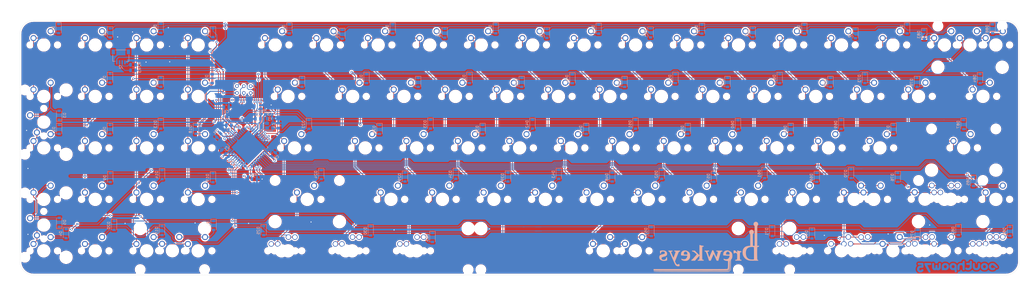
<source format=kicad_pcb>
(kicad_pcb (version 20171130) (host pcbnew "(5.1.4)-1")
  (layers (0 F.Cu signal) (31 B.Cu signal) (34 B.Paste user) (35 F.Paste user) (36 B.SilkS user) (37 F.SilkS user) (38 B.Mask user) (39 F.Mask user) (44 Edge.Cuts user))
  (net 0 "")
  (net 1 "Net-(D1-Pad2)")
  (net 2 "Net-(D2-Pad2)")
  (net 3 "Net-(D3-Pad2)")
  (net 4 "Net-(D4-Pad2)")
  (net 5 "Net-(D5-Pad2)")
  (net 6 "Net-(D6-Pad2)")
  (net 7 "Net-(D7-Pad2)")
  (net 8 "Net-(D8-Pad2)")
  (net 9 "Net-(D9-Pad2)")
  (net 10 "Net-(D10-Pad2)")
  (net 11 "Net-(D11-Pad2)")
  (net 12 "Net-(D12-Pad2)")
  (net 13 "Net-(D13-Pad2)")
  (net 14 "Net-(D14-Pad2)")
  (net 15 "Net-(D15-Pad2)")
  (net 16 "Net-(D16-Pad2)")
  (net 17 "Net-(D17-Pad2)")
  (net 18 "Net-(D18-Pad2)")
  (net 19 "Net-(D19-Pad2)")
  (net 20 "Net-(D20-Pad2)")
  (net 21 "Net-(D21-Pad2)")
  (net 22 "Net-(D22-Pad2)")
  (net 23 "Net-(D23-Pad2)")
  (net 24 "Net-(D24-Pad2)")
  (net 25 "Net-(D25-Pad2)")
  (net 26 "Net-(D26-Pad2)")
  (net 27 "Net-(D27-Pad2)")
  (net 28 "Net-(D28-Pad2)")
  (net 29 "Net-(D29-Pad2)")
  (net 30 "Net-(D30-Pad2)")
  (net 31 "Net-(D31-Pad2)")
  (net 32 "Net-(D32-Pad2)")
  (net 33 "Net-(D33-Pad2)")
  (net 34 "Net-(D34-Pad2)")
  (net 35 "Net-(D35-Pad2)")
  (net 36 "Net-(D36-Pad2)")
  (net 37 "Net-(D37-Pad2)")
  (net 38 "Net-(D38-Pad2)")
  (net 39 "Net-(D39-Pad2)")
  (net 40 "Net-(D40-Pad2)")
  (net 41 "Net-(D41-Pad2)")
  (net 42 "Net-(D42-Pad2)")
  (net 43 "Net-(D43-Pad2)")
  (net 44 "Net-(D44-Pad2)")
  (net 45 "Net-(D45-Pad2)")
  (net 46 "Net-(D46-Pad2)")
  (net 47 "Net-(D47-Pad2)")
  (net 48 "Net-(D48-Pad2)")
  (net 49 "Net-(D49-Pad2)")
  (net 50 "Net-(D50-Pad2)")
  (net 51 "Net-(D51-Pad2)")
  (net 52 "Net-(D52-Pad2)")
  (net 53 "Net-(D53-Pad2)")
  (net 54 "Net-(D54-Pad2)")
  (net 55 "Net-(D55-Pad2)")
  (net 56 "Net-(D56-Pad2)")
  (net 57 "Net-(D57-Pad2)")
  (net 58 "Net-(D58-Pad2)")
  (net 59 "Net-(D59-Pad2)")
  (net 60 "Net-(D60-Pad2)")
  (net 61 "Net-(D61-Pad2)")
  (net 62 "Net-(D63-Pad2)")
  (net 63 "Net-(D64-Pad2)")
  (net 64 "Net-(D65-Pad2)")
  (net 65 "Net-(D66-Pad2)")
  (net 66 "Net-(D67-Pad2)")
  (net 67 "Net-(D68-Pad2)")
  (net 68 "Net-(D69-Pad2)")
  (net 69 "Net-(D70-Pad2)")
  (net 70 "Net-(D71-Pad2)")
  (net 71 "Net-(D72-Pad2)")
  (net 72 "Net-(D73-Pad2)")
  (net 73 "Net-(D74-Pad2)")
  (net 74 "Net-(D75-Pad2)")
  (net 75 "Net-(D76-Pad2)")
  (net 76 "Net-(D77-Pad2)")
  (net 77 "Net-(D78-Pad2)")
  (net 78 col0)
  (net 79 col1)
  (net 80 col2)
  (net 81 col3)
  (net 82 col4)
  (net 83 col5)
  (net 84 col6)
  (net 85 col7)
  (net 86 col8)
  (net 87 GND)
  (net 88 +5V)
  (net 89 "Net-(C4-Pad2)")
  (net 90 "Net-(C5-Pad2)")
  (net 91 "Net-(C7-Pad2)")
  (net 92 D+)
  (net 93 "Net-(R2-Pad1)")
  (net 94 D-)
  (net 95 "Net-(R3-Pad1)")
  (net 96 "Net-(R6-Pad2)")
  (net 97 "Net-(U1-Pad42)")
  (net 98 "Net-(U1-Pad8)")
  (net 99 "Net-(U1-Pad1)")
  (net 100 RST)
  (net 101 SCK)
  (net 102 MISO)
  (net 103 row00)
  (net 104 row10)
  (net 105 row20)
  (net 106 row30)
  (net 107 row40)
  (net 108 row01)
  (net 109 row11)
  (net 110 row21)
  (net 111 row31)
  (net 112 row41)
  (net 113 "Net-(D82-Pad2)")
  (net 114 "Net-(D83-Pad2)")
  (net 115 "Net-(D84-Pad2)")
  (net 116 "Net-(D85-Pad2)")
  (net 117 "Net-(D86-Pad2)")
  (net 118 "Net-(D87-Pad2)")
  (net 119 "Net-(D88-Pad2)")
  (net 120 col9)
  (net 121 MOSI)
  (module MX_Only:MXOnly-1U-NoLED (layer F.Cu) (at 251.61 -6.36)
    (fp_text reference MX51)
    (fp_text value "1u fn")
    (pad "" np_thru_hole circle (at 5.08 0 48.0996) (size 1.75 1.75) (drill 1.75) (layers *.Cu *.Mask))
    (pad "" np_thru_hole circle (at -5.08 0 48.0996) (size 1.75 1.75) (drill 1.75) (layers *.Cu *.Mask))
    (pad 1 thru_hole circle (at -3.81 -2.54) (size 2 2) (drill 1.47) (layers *.Cu B.Mask) (net 84 col6))
    (pad "" np_thru_hole circle (at 0 0) (size 3.9878 3.9878) (drill 3.9878) (layers *.Cu *.Mask))
    (pad 2 thru_hole circle (at 2.54 -5.08) (size 2 2) (drill 1.47) (layers *.Cu B.Mask) (net 44 "Net-(D44-Pad2)"))
  )
  (module drewkeys:drewkeys (layer B.Cu) (at 220.726 -7.874 180)
    (fp_text reference G*** hide)
    (fp_text value LOGO hide)
  )
  (module MX_Only:MXOnly-1U-NoLED (layer F.Cu) (at 32.651 -82.55)
    (fp_text reference MX19)
    (fp_text value num_-)
    (pad 2 thru_hole circle (at 2.54 -5.08) (size 2.25 2.25) (drill 1.47) (layers *.Cu B.Mask) (net 16 "Net-(D16-Pad2)"))
    (pad "" np_thru_hole circle (at 0 0) (size 3.9878 3.9878) (drill 3.9878) (layers *.Cu *.Mask))
    (pad 1 thru_hole circle (at -3.81 -2.54) (size 2.25 2.25) (drill 1.47) (layers *.Cu B.Mask) (net 79 col1))
    (pad "" np_thru_hole circle (at -5.08 0 48.0996) (size 1.75 1.75) (drill 1.75) (layers *.Cu *.Mask))
    (pad "" np_thru_hole circle (at 5.08 0 48.0996) (size 1.75 1.75) (drill 1.75) (layers *.Cu *.Mask))
  )
  (module MX_Only:MXOnly-2U-ReversedStabilizers-NoLED (layer F.Cu) (at 23.1 -6.4)
    (fp_text reference MX13)
    (fp_text value num_0_2u)
    (pad 2 thru_hole circle (at 2.54 -5.08) (size 2.25 2.25) (drill 1.47) (layers *.Cu B.Mask) (net 10 "Net-(D10-Pad2)"))
    (pad "" np_thru_hole circle (at 0 0) (size 3.9878 3.9878) (drill 3.9878) (layers *.Cu *.Mask))
    (pad 1 thru_hole circle (at -3.81 -2.54) (size 2.25 2.25) (drill 1.47) (layers *.Cu B.Mask) (net 78 col0))
    (pad "" np_thru_hole circle (at -5.08 0 48.0996) (size 1.75 1.75) (drill 1.75) (layers *.Cu *.Mask))
    (pad "" np_thru_hole circle (at 5.08 0 48.0996) (size 1.75 1.75) (drill 1.75) (layers *.Cu *.Mask))
    (pad "" np_thru_hole circle (at -11.90625 6.985) (size 3.048 3.048) (drill 3.048) (layers *.Cu *.Mask))
    (pad "" np_thru_hole circle (at 11.90625 6.985) (size 3.048 3.048) (drill 3.048) (layers *.Cu *.Mask))
    (pad "" np_thru_hole circle (at -11.90625 -8.255) (size 3.9878 3.9878) (drill 3.9878) (layers *.Cu *.Mask))
    (pad "" np_thru_hole circle (at 11.90625 -8.255) (size 3.9878 3.9878) (drill 3.9878) (layers *.Cu *.Mask))
  )
  (module MX_Only:MXOnly-1.5U-NoLED (layer F.Cu) (at 65.913 -6.35)
    (fp_text reference MX29)
    (fp_text value "LCTRL 1.5u")
    (pad 2 thru_hole circle (at 2.54 -5.08) (size 2 2) (drill 1.47) (layers *.Cu B.Mask) (net 25 "Net-(D25-Pad2)"))
    (pad "" np_thru_hole circle (at 0 0) (size 3.9878 3.9878) (drill 3.9878) (layers *.Cu *.Mask))
    (pad 1 thru_hole circle (at -3.81 -2.54) (size 2 2) (drill 1.47) (layers *.Cu B.Mask) (net 80 col2))
    (pad "" np_thru_hole circle (at -5.08 0 48.0996) (size 1.75 1.75) (drill 1.75) (layers *.Cu *.Mask))
    (pad "" np_thru_hole circle (at 5.08 0 48.0996) (size 1.75 1.75) (drill 1.75) (layers *.Cu *.Mask))
  )
  (module MX_Only:MXOnly-1.25U-NoLED (layer F.Cu) (at 63.5 -6.35)
    (fp_text reference MX24)
    (fp_text value LCTRL)
    (pad 2 thru_hole circle (at 2.54 -5.08) (size 2 2) (drill 1.47) (layers *.Cu B.Mask) (net 25 "Net-(D25-Pad2)"))
    (pad "" np_thru_hole circle (at 0 0) (size 3.9878 3.9878) (drill 3.9878) (layers *.Cu *.Mask))
    (pad 1 thru_hole circle (at -3.81 -2.54) (size 2 2) (drill 1.47) (layers *.Cu B.Mask) (net 80 col2))
    (pad "" np_thru_hole circle (at -5.08 0 48.0996) (size 1.75 1.75) (drill 1.75) (layers *.Cu *.Mask))
    (pad "" np_thru_hole circle (at 5.08 0 48.0996) (size 1.75 1.75) (drill 1.75) (layers *.Cu *.Mask))
  )
  (module MX_Only:MXOnly-1U-NoLED (layer F.Cu) (at 13.601 -82.55)
    (fp_text reference MX14)
    (fp_text value num_*)
    (pad 2 thru_hole circle (at 2.54 -5.08) (size 2.25 2.25) (drill 1.47) (layers *.Cu B.Mask) (net 11 "Net-(D11-Pad2)"))
    (pad "" np_thru_hole circle (at 0 0) (size 3.9878 3.9878) (drill 3.9878) (layers *.Cu *.Mask))
    (pad 1 thru_hole circle (at -3.81 -2.54) (size 2.25 2.25) (drill 1.47) (layers *.Cu B.Mask) (net 79 col1))
    (pad "" np_thru_hole circle (at -5.08 0 48.0996) (size 1.75 1.75) (drill 1.75) (layers *.Cu *.Mask))
    (pad "" np_thru_hole circle (at 5.08 0 48.0996) (size 1.75 1.75) (drill 1.75) (layers *.Cu *.Mask))
  )
  (module random-keyboard-parts:JST-SR-4 (layer B.Cu) (at 4.0252 -80.899)
    (fp_text reference J2 (at 0 6.5) (layer B.SilkS) (effects (justify mirror)))
    (fp_text value "SM04B-SRSS-TB(LF)(SN)")
    (pad "" smd rect (at 2.8 0.9) (size 1.2 1.8) (layers B.Cu B.Paste B.Mask))
    (pad "" smd rect (at -2.8 0.9) (size 1.2 1.8) (layers B.Cu B.Paste B.Mask))
    (pad 1 smd rect (at -1.5 4.775) (size 0.6 1.55) (layers B.Cu B.Paste B.Mask) (net 88 +5V))
    (pad 2 smd rect (at -0.5 4.775) (size 0.6 1.55) (layers B.Cu B.Paste B.Mask) (net 94 D-))
    (pad 4 smd rect (at 1.5 4.775) (size 0.6 1.55) (layers B.Cu B.Paste B.Mask) (net 87 GND))
    (pad 3 smd rect (at 0.5 4.775) (size 0.6 1.55) (layers B.Cu B.Paste B.Mask) (net 92 D+))
  )
  (module Diode_SMD:D_SOD-123 (layer B.Cu) (at 259.842 -12.574 270)
    (fp_text reference D44 (at 0 2 90) (layer B.SilkS) (effects (justify mirror)))
    (fp_text value D_Small)
    (pad 2 smd rect (at 1.65 0 270) (size 0.9 1.2) (layers B.Cu B.Paste B.Mask) (net 44 "Net-(D44-Pad2)"))
    (pad 1 smd rect (at -1.65 0 270) (size 0.9 1.2) (layers B.Cu B.Paste B.Mask) (net 107 row40))
  )
  (module MX_Only:MXOnly-1U-NoLED (layer F.Cu) (at 270.74 -6.39)
    (fp_text reference MX101)
    (fp_text value "1u del")
    (pad 2 thru_hole circle (at 2.54 -5.08) (size 2 2) (drill 1.47) (layers *.Cu B.Mask) (net 70 "Net-(D71-Pad2)"))
    (pad "" np_thru_hole circle (at 0 0) (size 3.9878 3.9878) (drill 3.9878) (layers *.Cu *.Mask))
    (pad 1 thru_hole circle (at -3.81 -2.54) (size 2 2) (drill 1.47) (layers *.Cu B.Mask) (net 85 col7))
    (pad "" np_thru_hole circle (at -5.08 0 48.0996) (size 1.75 1.75) (drill 1.75) (layers *.Cu *.Mask))
    (pad "" np_thru_hole circle (at 5.08 0 48.0996) (size 1.75 1.75) (drill 1.75) (layers *.Cu *.Mask))
  )
  (module MX_Only:MXOnly-6.25U-ReversedStabilizers-NoLED (layer F.Cu) (at 182.5801 -6.365)
    (fp_text reference MX60)
    (fp_text value "SPACE DEF")
    (pad 2 thru_hole circle (at 2.54 -5.08) (size 2.25 2.25) (drill 1.47) (layers *.Cu B.Mask) (net 53 "Net-(D53-Pad2)"))
    (pad "" np_thru_hole circle (at 0 0) (size 3.9878 3.9878) (drill 3.9878) (layers *.Cu *.Mask))
    (pad 1 thru_hole circle (at -3.81 -2.54) (size 2.25 2.25) (drill 1.47) (layers *.Cu B.Mask) (net 83 col5))
    (pad "" np_thru_hole circle (at -5.08 0 48.0996) (size 1.75 1.75) (drill 1.75) (layers *.Cu *.Mask))
    (pad "" np_thru_hole circle (at 5.08 0 48.0996) (size 1.75 1.75) (drill 1.75) (layers *.Cu *.Mask))
    (pad "" np_thru_hole circle (at -49.9999 6.985) (size 3.048 3.048) (drill 3.048) (layers *.Cu *.Mask))
    (pad "" np_thru_hole circle (at 49.9999 6.985) (size 3.048 3.048) (drill 3.048) (layers *.Cu *.Mask))
    (pad "" np_thru_hole circle (at -49.9999 -8.255) (size 3.9878 3.9878) (drill 3.9878) (layers *.Cu *.Mask))
    (pad "" np_thru_hole circle (at 49.9999 -8.255) (size 3.9878 3.9878) (drill 3.9878) (layers *.Cu *.Mask))
  )
  (module MX_Only:MXOnly-7U-ReversedStabilizers-NoLED (layer F.Cu) (at 194.437 -6.35)
    (fp_text reference MX61)
    (fp_text value "SPACE 7u")
    (pad 2 thru_hole circle (at 2.54 -5.08) (size 2.25 2.25) (drill 1.47) (layers *.Cu B.Mask) (net 53 "Net-(D53-Pad2)"))
    (pad "" np_thru_hole circle (at 0 0) (size 3.9878 3.9878) (drill 3.9878) (layers *.Cu *.Mask))
    (pad 1 thru_hole circle (at -3.81 -2.54) (size 2.25 2.25) (drill 1.47) (layers *.Cu B.Mask) (net 83 col5))
    (pad "" np_thru_hole circle (at -5.08 0 48.0996) (size 1.75 1.75) (drill 1.75) (layers *.Cu *.Mask))
    (pad "" np_thru_hole circle (at 5.08 0 48.0996) (size 1.75 1.75) (drill 1.75) (layers *.Cu *.Mask))
    (pad "" np_thru_hole circle (at -57.15 6.985) (size 3.048 3.048) (drill 3.048) (layers *.Cu *.Mask))
    (pad "" np_thru_hole circle (at 57.15 6.985) (size 3.048 3.048) (drill 3.048) (layers *.Cu *.Mask))
    (pad "" np_thru_hole circle (at -57.15 -8.255) (size 3.9878 3.9878) (drill 3.9878) (layers *.Cu *.Mask))
    (pad "" np_thru_hole circle (at 57.15 -8.255) (size 3.9878 3.9878) (drill 3.9878) (layers *.Cu *.Mask))
  )
  (module MX_Only:MXOnly-2.25U-NoLED (layer F.Cu) (at 315.995192 -44.469869)
    (fp_text reference MX98)
    (fp_text value ENTER)
    (pad 2 thru_hole circle (at 2.54 -5.08) (size 2.25 2.25) (drill 1.47) (layers *.Cu B.Mask) (net 118 "Net-(D87-Pad2)"))
    (pad "" np_thru_hole circle (at 0 0) (size 3.9878 3.9878) (drill 3.9878) (layers *.Cu *.Mask))
    (pad 1 thru_hole circle (at -3.81 -2.54) (size 2.25 2.25) (drill 1.47) (layers *.Cu B.Mask) (net 86 col8))
    (pad "" np_thru_hole circle (at -5.08 0 48.0996) (size 1.75 1.75) (drill 1.75) (layers *.Cu *.Mask))
    (pad "" np_thru_hole circle (at 5.08 0 48.0996) (size 1.75 1.75) (drill 1.75) (layers *.Cu *.Mask))
    (pad "" np_thru_hole circle (at -11.90625 -6.985) (size 3.048 3.048) (drill 3.048) (layers *.Cu *.Mask))
    (pad "" np_thru_hole circle (at 11.90625 -6.985) (size 3.048 3.048) (drill 3.048) (layers *.Cu *.Mask))
    (pad "" np_thru_hole circle (at -11.90625 8.255) (size 3.9878 3.9878) (drill 3.9878) (layers *.Cu *.Mask))
    (pad "" np_thru_hole circle (at 11.90625 8.255) (size 3.9878 3.9878) (drill 3.9878) (layers *.Cu *.Mask))
  )
  (module Diode_SMD:D_SOD-123 (layer B.Cu) (at 251.968 -51.308 270)
    (fp_text reference D65 (at 0 2 90) (layer B.SilkS) (effects (justify mirror)))
    (fp_text value D_Small)
    (pad 2 smd rect (at 1.65 0 270) (size 0.9 1.2) (layers B.Cu B.Paste B.Mask) (net 64 "Net-(D65-Pad2)"))
    (pad 1 smd rect (at -1.65 0 270) (size 0.9 1.2) (layers B.Cu B.Paste B.Mask) (net 110 row21))
  )
  (module Diode_SMD:D_SOD-123 (layer B.Cu) (at 232.461861 -53.098214 270)
    (fp_text reference D60 (at 0 2 90) (layer B.SilkS) (effects (justify mirror)))
    (fp_text value D_Small)
    (pad 2 smd rect (at 1.65 0 270) (size 0.9 1.2) (layers B.Cu B.Paste B.Mask) (net 60 "Net-(D60-Pad2)"))
    (pad 1 smd rect (at -1.65 0 270) (size 0.9 1.2) (layers B.Cu B.Paste B.Mask) (net 105 row20))
  )
  (module MX_Only:MXOnly-1U-NoLED (layer F.Cu) (at 227.841206 -44.414246)
    (fp_text reference MX68)
    (fp_text value K)
    (pad 2 thru_hole circle (at 2.54 -5.08) (size 2.25 2.25) (drill 1.47) (layers *.Cu B.Mask) (net 60 "Net-(D60-Pad2)"))
    (pad "" np_thru_hole circle (at 0 0) (size 3.9878 3.9878) (drill 3.9878) (layers *.Cu *.Mask))
    (pad 1 thru_hole circle (at -3.81 -2.54) (size 2.25 2.25) (drill 1.47) (layers *.Cu B.Mask) (net 84 col6))
    (pad "" np_thru_hole circle (at -5.08 0 48.0996) (size 1.75 1.75) (drill 1.75) (layers *.Cu *.Mask))
    (pad "" np_thru_hole circle (at 5.08 0 48.0996) (size 1.75 1.75) (drill 1.75) (layers *.Cu *.Mask))
  )
  (module Diode_SMD:D_SOD-123 (layer B.Cu) (at 0.1 -87 270)
    (fp_text reference D6 (at 0 2 90) (layer B.SilkS) (effects (justify mirror)))
    (fp_text value D_Small)
    (pad 2 smd rect (at 1.65 0 270) (size 0.9 1.2) (layers B.Cu B.Paste B.Mask) (net 6 "Net-(D6-Pad2)"))
    (pad 1 smd rect (at -1.65 0 270) (size 0.9 1.2) (layers B.Cu B.Paste B.Mask) (net 108 row01))
  )
  (module MX_Only:MXOnly-1U-NoLED (layer F.Cu) (at 99.280341 -82.549283)
    (fp_text reference MX38)
    (fp_text value 2)
    (pad 2 thru_hole circle (at 2.54 -5.08) (size 2.25 2.25) (drill 1.47) (layers *.Cu B.Mask) (net 31 "Net-(D31-Pad2)"))
    (pad "" np_thru_hole circle (at 0 0) (size 3.9878 3.9878) (drill 3.9878) (layers *.Cu *.Mask))
    (pad 1 thru_hole circle (at -3.81 -2.54) (size 2.25 2.25) (drill 1.47) (layers *.Cu B.Mask) (net 81 col3))
    (pad "" np_thru_hole circle (at -5.08 0 48.0996) (size 1.75 1.75) (drill 1.75) (layers *.Cu *.Mask))
    (pad "" np_thru_hole circle (at 5.08 0 48.0996) (size 1.75 1.75) (drill 1.75) (layers *.Cu *.Mask))
  )
  (module MX_Only:MXOnly-1U-NoLED (layer F.Cu) (at 175.514 -82.55)
    (fp_text reference MX56)
    (fp_text value 6)
    (pad 2 thru_hole circle (at 2.54 -5.08) (size 2.25 2.25) (drill 1.47) (layers *.Cu B.Mask) (net 49 "Net-(D49-Pad2)"))
    (pad "" np_thru_hole circle (at 0 0) (size 3.9878 3.9878) (drill 3.9878) (layers *.Cu *.Mask))
    (pad 1 thru_hole circle (at -3.81 -2.54) (size 2.25 2.25) (drill 1.47) (layers *.Cu B.Mask) (net 83 col5))
    (pad "" np_thru_hole circle (at -5.08 0 48.0996) (size 1.75 1.75) (drill 1.75) (layers *.Cu *.Mask))
    (pad "" np_thru_hole circle (at 5.08 0 48.0996) (size 1.75 1.75) (drill 1.75) (layers *.Cu *.Mask))
  )
  (module MX_Only:MXOnly-1.25U-NoLED (layer F.Cu) (at 301.74 -6.41)
    (fp_text reference MX93)
    (fp_text value FN)
    (pad "" np_thru_hole circle (at 5.08 0 48.0996) (size 1.75 1.75) (drill 1.75) (layers *.Cu *.Mask))
    (pad "" np_thru_hole circle (at -5.08 0 48.0996) (size 1.75 1.75) (drill 1.75) (layers *.Cu *.Mask))
    (pad 1 thru_hole circle (at -3.81 -2.54) (size 2 2) (drill 1.47) (layers *.Cu B.Mask) (net 85 col7))
    (pad "" np_thru_hole circle (at 0 0) (size 3.9878 3.9878) (drill 3.9878) (layers *.Cu *.Mask))
    (pad 2 thru_hole circle (at 2.54 -5.08) (size 2 2) (drill 1.47) (layers *.Cu B.Mask) (net 70 "Net-(D71-Pad2)"))
  )
  (module MX_Only:MXOnly-1U-NoLED (layer F.Cu) (at 308.84 -6.38)
    (fp_text reference MX88)
    (fp_text value "DOWN 1u")
    (pad "" np_thru_hole circle (at 5.08 0 48.0996) (size 1.75 1.75) (drill 1.75) (layers *.Cu *.Mask))
    (pad "" np_thru_hole circle (at -5.08 0 48.0996) (size 1.75 1.75) (drill 1.75) (layers *.Cu *.Mask))
    (pad 1 thru_hole circle (at -3.81 -2.54) (size 2 2) (drill 1.47) (layers *.Cu B.Mask) (net 86 col8))
    (pad "" np_thru_hole circle (at 0 0) (size 3.9878 3.9878) (drill 3.9878) (layers *.Cu *.Mask))
    (pad 2 thru_hole circle (at 2.54 -5.08) (size 2 2) (drill 1.47) (layers *.Cu B.Mask) (net 113 "Net-(D82-Pad2)"))
  )
  (module MX_Only:MXOnly-1U-NoLED (layer F.Cu) (at 299.34 -6.34)
    (fp_text reference MX104)
    (fp_text value "win 1u")
    (pad "" np_thru_hole circle (at 5.08 0 48.0996) (size 1.75 1.75) (drill 1.75) (layers *.Cu *.Mask))
    (pad "" np_thru_hole circle (at -5.08 0 48.0996) (size 1.75 1.75) (drill 1.75) (layers *.Cu *.Mask))
    (pad 1 thru_hole circle (at -3.81 -2.54) (size 2 2) (drill 1.47) (layers *.Cu B.Mask) (net 86 col8))
    (pad "" np_thru_hole circle (at 0 0) (size 3.9878 3.9878) (drill 3.9878) (layers *.Cu *.Mask))
    (pad 2 thru_hole circle (at 2.54 -5.08) (size 2 2) (drill 1.47) (layers *.Cu B.Mask) (net 113 "Net-(D82-Pad2)"))
  )
  (module MX_Only:MXOnly-1.75U-NoLED (layer F.Cu) (at 282.702 -25.4)
    (fp_text reference MX28)
    (fp_text value "/ 1.75 u")
    (pad 2 thru_hole circle (at 2.54 -5.08) (size 2.25 2.25) (drill 1.47) (layers *.Cu B.Mask) (net 69 "Net-(D70-Pad2)"))
    (pad "" np_thru_hole circle (at 0 0) (size 3.9878 3.9878) (drill 3.9878) (layers *.Cu *.Mask))
    (pad 1 thru_hole circle (at -3.81 -2.54) (size 2.25 2.25) (drill 1.47) (layers *.Cu B.Mask) (net 85 col7))
    (pad "" np_thru_hole circle (at -5.08 0 48.0996) (size 1.75 1.75) (drill 1.75) (layers *.Cu *.Mask))
    (pad "" np_thru_hole circle (at 5.08 0 48.0996) (size 1.75 1.75) (drill 1.75) (layers *.Cu *.Mask))
  )
  (module MX_Only:MXOnly-1U-NoLED (layer F.Cu) (at -5.449 -6.35)
    (fp_text reference MX12)
    (fp_text value num_.)
    (pad 2 thru_hole circle (at 2.54 -5.08) (size 2.25 2.25) (drill 1.47) (layers *.Cu B.Mask) (net 20 "Net-(D20-Pad2)"))
    (pad "" np_thru_hole circle (at 0 0) (size 3.9878 3.9878) (drill 3.9878) (layers *.Cu *.Mask))
    (pad 1 thru_hole circle (at -3.81 -2.54) (size 2.25 2.25) (drill 1.47) (layers *.Cu B.Mask) (net 79 col1))
    (pad "" np_thru_hole circle (at -5.08 0 48.0996) (size 1.75 1.75) (drill 1.75) (layers *.Cu *.Mask))
    (pad "" np_thru_hole circle (at 5.08 0 48.0996) (size 1.75 1.75) (drill 1.75) (layers *.Cu *.Mask))
  )
  (module MX_Only:MXOnly-1.5U-NoLED (layer F.Cu) (at 323.124788 -63.519096)
    (fp_text reference MX97)
    (fp_text value \)
    (pad 2 thru_hole circle (at 2.54 -5.08) (size 2.25 2.25) (drill 1.47) (layers *.Cu B.Mask) (net 115 "Net-(D84-Pad2)"))
    (pad "" np_thru_hole circle (at 0 0) (size 3.9878 3.9878) (drill 3.9878) (layers *.Cu *.Mask))
    (pad 1 thru_hole circle (at -3.81 -2.54) (size 2.25 2.25) (drill 1.47) (layers *.Cu B.Mask) (net 86 col8))
    (pad "" np_thru_hole circle (at -5.08 0 48.0996) (size 1.75 1.75) (drill 1.75) (layers *.Cu *.Mask))
    (pad "" np_thru_hole circle (at 5.08 0 48.0996) (size 1.75 1.75) (drill 1.75) (layers *.Cu *.Mask))
  )
  (module MX_Only:MXOnly-1.25U-NoLED (layer F.Cu) (at 277.96 -6.41)
    (fp_text reference MX81)
    (fp_text value RWIN)
    (pad 2 thru_hole circle (at 2.54 -5.08) (size 2 2) (drill 1.47) (layers *.Cu B.Mask) (net 113 "Net-(D82-Pad2)"))
    (pad "" np_thru_hole circle (at 0 0) (size 3.9878 3.9878) (drill 3.9878) (layers *.Cu *.Mask))
    (pad 1 thru_hole circle (at -3.81 -2.54) (size 2 2) (drill 1.47) (layers *.Cu B.Mask) (net 86 col8))
    (pad "" np_thru_hole circle (at -5.08 0 48.0996) (size 1.75 1.75) (drill 1.75) (layers *.Cu *.Mask))
    (pad "" np_thru_hole circle (at 5.08 0 48.0996) (size 1.75 1.75) (drill 1.75) (layers *.Cu *.Mask))
  )
  (module Crystal:Crystal_SMD_3225-4Pin_3.2x2.5mm (layer B.Cu) (at 59.2328 -52.705 180)
    (fp_text reference Y1 (at 0 2.45) (layer B.SilkS) (effects (justify mirror)))
    (fp_text value 16MHz)
    (pad 4 smd rect (at -1.1 0.85 180) (size 1.4 1.2) (layers B.Cu B.Paste B.Mask) (net 87 GND))
    (pad 3 smd rect (at 1.1 0.85 180) (size 1.4 1.2) (layers B.Cu B.Paste B.Mask) (net 90 "Net-(C5-Pad2)"))
    (pad 2 smd rect (at 1.1 -0.85 180) (size 1.4 1.2) (layers B.Cu B.Paste B.Mask) (net 87 GND))
    (pad 1 smd rect (at -1.1 -0.85 180) (size 1.4 1.2) (layers B.Cu B.Paste B.Mask) (net 89 "Net-(C4-Pad2)"))
  )
  (module Resistor_SMD:R_0805_2012Metric (layer B.Cu) (at 53.467 -32.893 180)
    (fp_text reference R6 (at 0 1.65) (layer B.SilkS) (effects (justify mirror)))
    (fp_text value 10k)
    (pad 2 smd roundrect (at 0.9375 0 180) (size 0.975 1.4) (layers B.Cu B.Paste B.Mask) (net 96 "Net-(R6-Pad2)"))
    (pad 1 smd roundrect (at -0.9375 0 180) (size 0.975 1.4) (layers B.Cu B.Paste B.Mask) (net 87 GND))
  )
  (module Resistor_SMD:R_0805_2012Metric (layer B.Cu) (at 8.5441 -73.152 180)
    (fp_text reference R3 (at -2.4384 0.0508 270) (layer B.SilkS) (effects (justify mirror)))
    (fp_text value 22)
    (pad 2 smd roundrect (at 0.9375 0 180) (size 0.975 1.4) (layers B.Cu B.Paste B.Mask) (net 94 D-))
    (pad 1 smd roundrect (at -0.9375 0 180) (size 0.975 1.4) (layers B.Cu B.Paste B.Mask) (net 95 "Net-(R3-Pad1)"))
  )
  (module Resistor_SMD:R_0805_2012Metric (layer B.Cu) (at 8.5441 -75.2094 180)
    (fp_text reference R2 (at -2.4384 0.1016 270) (layer B.SilkS) (effects (justify mirror)))
    (fp_text value 22)
    (pad 2 smd roundrect (at 0.9375 0 180) (size 0.975 1.4) (layers B.Cu B.Paste B.Mask) (net 92 D+))
    (pad 1 smd roundrect (at -0.9375 0 180) (size 0.975 1.4) (layers B.Cu B.Paste B.Mask) (net 93 "Net-(R2-Pad1)"))
  )
  (module Resistor_SMD:R_0805_2012Metric (layer B.Cu) (at 55.8292 -57.9605 90)
    (fp_text reference R1 (at 0 1.65 90) (layer B.SilkS) (effects (justify mirror)))
    (fp_text value 10k)
    (pad 2 smd roundrect (at 0.9375 0 90) (size 0.975 1.4) (layers B.Cu B.Paste B.Mask) (net 100 RST))
    (pad 1 smd roundrect (at -0.9375 0 90) (size 0.975 1.4) (layers B.Cu B.Paste B.Mask) (net 88 +5V))
  )
  (module "AVR 6 pin library:AVR-ISP" (layer B.Cu) (at 49.53 -66.04)
    (fp_text reference J1 (at 0 0) (layer B.SilkS) (effects (font (size 0.787402 0.787402) (thickness 0.015)) (justify mirror)))
    (fp_text value AVR-ISP-6)
    (pad GND thru_hole circle (at 2.54 1.27) (size 1.308 1.308) (drill 0.8) (layers *.Cu *.Mask))
    (pad RST thru_hole circle (at 2.54 -1.27) (size 1.308 1.308) (drill 0.8) (layers *.Cu *.Mask))
    (pad MISO thru_hole circle (at -2.54 -1.27) (size 1.308 1.308) (drill 0.8) (layers *.Cu *.Mask))
    (pad VCC thru_hole circle (at -2.54 1.27) (size 1.308 1.308) (drill 0.8) (layers *.Cu *.Mask))
    (pad SCK thru_hole circle (at 0 -1.27) (size 1.308 1.308) (drill 0.8) (layers *.Cu *.Mask))
    (pad MOSI thru_hole circle (at 0 1.27) (size 1.308 1.308) (drill 0.8) (layers *.Cu *.Mask))
  )
  (module Capacitor_SMD:C_0805_2012Metric (layer B.Cu) (at 60.5155 -41.9735 45)
    (fp_text reference C8 (at 0 1.65 45) (layer B.SilkS) (effects (justify mirror)))
    (fp_text value 0.1uF)
    (pad 2 smd roundrect (at 0.9375 0 45) (size 0.975 1.4) (layers B.Cu B.Paste B.Mask) (net 87 GND))
    (pad 1 smd roundrect (at -0.9375 0 45) (size 0.975 1.4) (layers B.Cu B.Paste B.Mask) (net 88 +5V))
  )
  (module Capacitor_SMD:C_0805_2012Metric (layer B.Cu) (at 43.9905 -52.832)
    (fp_text reference C7 (at 0 1.65) (layer B.SilkS) (effects (justify mirror)))
    (fp_text value 1uF)
    (pad 2 smd roundrect (at 0.9375 0) (size 0.975 1.4) (layers B.Cu B.Paste B.Mask) (net 91 "Net-(C7-Pad2)"))
    (pad 1 smd roundrect (at -0.9375 0) (size 0.975 1.4) (layers B.Cu B.Paste B.Mask) (net 87 GND))
  )
  (module Capacitor_SMD:C_0805_2012Metric (layer B.Cu) (at 43.080913 -59.527413)
    (fp_text reference C6 (at 0 1.65) (layer B.SilkS) (effects (justify mirror)))
    (fp_text value 10uF)
    (pad 2 smd roundrect (at 0.9375 0) (size 0.975 1.4) (layers B.Cu B.Paste B.Mask) (net 87 GND))
    (pad 1 smd roundrect (at -0.9375 0) (size 0.975 1.4) (layers B.Cu B.Paste B.Mask) (net 88 +5V))
  )
  (module Capacitor_SMD:C_0805_2012Metric (layer B.Cu) (at 59.0573 -55.3974 180)
    (fp_text reference C5 (at 0 1.65) (layer B.SilkS) (effects (justify mirror)))
    (fp_text value 22p)
    (pad 2 smd roundrect (at 0.9375 0 180) (size 0.975 1.4) (layers B.Cu B.Paste B.Mask) (net 90 "Net-(C5-Pad2)"))
    (pad 1 smd roundrect (at -0.9375 0 180) (size 0.975 1.4) (layers B.Cu B.Paste B.Mask) (net 87 GND))
  )
  (module Capacitor_SMD:C_0805_2012Metric (layer B.Cu) (at 62.3316 -52.6819 270)
    (fp_text reference C4 (at 0 1.65 90) (layer B.SilkS) (effects (justify mirror)))
    (fp_text value 22p)
    (pad 2 smd roundrect (at 0.9375 0 270) (size 0.975 1.4) (layers B.Cu B.Paste B.Mask) (net 89 "Net-(C4-Pad2)"))
    (pad 1 smd roundrect (at -0.9375 0 270) (size 0.975 1.4) (layers B.Cu B.Paste B.Mask) (net 87 GND))
  )
  (module Capacitor_SMD:C_0805_2012Metric (layer B.Cu) (at 54.7624 -55.2196 180)
    (fp_text reference C3 (at 0 1.65) (layer B.SilkS) (effects (justify mirror)))
    (fp_text value 0.1uF)
    (pad 2 smd roundrect (at 0.9375 0 180) (size 0.975 1.4) (layers B.Cu B.Paste B.Mask) (net 87 GND))
    (pad 1 smd roundrect (at -0.9375 0 180) (size 0.975 1.4) (layers B.Cu B.Paste B.Mask) (net 88 +5V))
  )
  (module Capacitor_SMD:C_0805_2012Metric (layer B.Cu) (at 42.1005 -42.926 135)
    (fp_text reference C2 (at 0 1.65 135) (layer B.SilkS) (effects (justify mirror)))
    (fp_text value 0.1uF)
    (pad 2 smd roundrect (at 0.9375 0 135) (size 0.975 1.4) (layers B.Cu B.Paste B.Mask) (net 87 GND))
    (pad 1 smd roundrect (at -0.9375 0 135) (size 0.975 1.4) (layers B.Cu B.Paste B.Mask) (net 88 +5V))
  )
  (module Capacitor_SMD:C_0805_2012Metric (layer B.Cu) (at 40.231087 -49.121087 225)
    (fp_text reference C1 (at 0 1.65 45) (layer B.SilkS) (effects (justify mirror)))
    (fp_text value 0.1uF)
    (pad 2 smd roundrect (at 0.9375 0 225) (size 0.975 1.4) (layers B.Cu B.Paste B.Mask) (net 87 GND))
    (pad 1 smd roundrect (at -0.9375 0 225) (size 0.975 1.4) (layers B.Cu B.Paste B.Mask) (net 88 +5V))
  )
  (module Package_QFP:TQFP-44_10x10mm_P0.8mm (layer B.Cu) (at 51.2064 -44.6532 315)
    (fp_text reference U1 (at 0 7.45 135) (layer B.SilkS) (effects (justify mirror)))
    (fp_text value ATmega32U4-AU)
    (pad 44 smd rect (at -4 5.7 225) (size 1.5 0.55) (layers B.Cu B.Paste B.Mask) (net 88 +5V))
    (pad 43 smd rect (at -3.2 5.7 225) (size 1.5 0.55) (layers B.Cu B.Paste B.Mask) (net 87 GND))
    (pad 42 smd rect (at -2.4 5.7 225) (size 1.5 0.55) (layers B.Cu B.Paste B.Mask) (net 97 "Net-(U1-Pad42)"))
    (pad 41 smd rect (at -1.6 5.7 225) (size 1.5 0.55) (layers B.Cu B.Paste B.Mask) (net 108 row01))
    (pad 40 smd rect (at -0.8 5.7 225) (size 1.5 0.55) (layers B.Cu B.Paste B.Mask) (net 103 row00))
    (pad 39 smd rect (at 0 5.7 225) (size 1.5 0.55) (layers B.Cu B.Paste B.Mask) (net 106 row30))
    (pad 38 smd rect (at 0.8 5.7 225) (size 1.5 0.55) (layers B.Cu B.Paste B.Mask) (net 111 row31))
    (pad 37 smd rect (at 1.6 5.7 225) (size 1.5 0.55) (layers B.Cu B.Paste B.Mask) (net 112 row41))
    (pad 36 smd rect (at 2.4 5.7 225) (size 1.5 0.55) (layers B.Cu B.Paste B.Mask) (net 107 row40))
    (pad 35 smd rect (at 3.2 5.7 225) (size 1.5 0.55) (layers B.Cu B.Paste B.Mask) (net 87 GND))
    (pad 34 smd rect (at 4 5.7 225) (size 1.5 0.55) (layers B.Cu B.Paste B.Mask) (net 88 +5V))
    (pad 33 smd rect (at 5.7 4 315) (size 1.5 0.55) (layers B.Cu B.Paste B.Mask) (net 96 "Net-(R6-Pad2)"))
    (pad 32 smd rect (at 5.7 3.2 315) (size 1.5 0.55) (layers B.Cu B.Paste B.Mask) (net 78 col0))
    (pad 31 smd rect (at 5.7 2.4 315) (size 1.5 0.55) (layers B.Cu B.Paste B.Mask) (net 79 col1))
    (pad 30 smd rect (at 5.7 1.6 315) (size 1.5 0.55) (layers B.Cu B.Paste B.Mask) (net 81 col3))
    (pad 29 smd rect (at 5.7 0.8 315) (size 1.5 0.55) (layers B.Cu B.Paste B.Mask) (net 82 col4))
    (pad 28 smd rect (at 5.7 0 315) (size 1.5 0.55) (layers B.Cu B.Paste B.Mask) (net 83 col5))
    (pad 27 smd rect (at 5.7 -0.8 315) (size 1.5 0.55) (layers B.Cu B.Paste B.Mask) (net 84 col6))
    (pad 26 smd rect (at 5.7 -1.6 315) (size 1.5 0.55) (layers B.Cu B.Paste B.Mask) (net 85 col7))
    (pad 25 smd rect (at 5.7 -2.4 315) (size 1.5 0.55) (layers B.Cu B.Paste B.Mask) (net 86 col8))
    (pad 24 smd rect (at 5.7 -3.2 315) (size 1.5 0.55) (layers B.Cu B.Paste B.Mask) (net 88 +5V))
    (pad 23 smd rect (at 5.7 -4 315) (size 1.5 0.55) (layers B.Cu B.Paste B.Mask) (net 87 GND))
    (pad 22 smd rect (at 4 -5.7 225) (size 1.5 0.55) (layers B.Cu B.Paste B.Mask) (net 120 col9))
    (pad 21 smd rect (at 3.2 -5.7 225) (size 1.5 0.55) (layers B.Cu B.Paste B.Mask) (net 109 row11))
    (pad 20 smd rect (at 2.4 -5.7 225) (size 1.5 0.55) (layers B.Cu B.Paste B.Mask) (net 104 row10))
    (pad 19 smd rect (at 1.6 -5.7 225) (size 1.5 0.55) (layers B.Cu B.Paste B.Mask) (net 110 row21))
    (pad 18 smd rect (at 0.8 -5.7 225) (size 1.5 0.55) (layers B.Cu B.Paste B.Mask) (net 80 col2))
    (pad 17 smd rect (at 0 -5.7 225) (size 1.5 0.55) (layers B.Cu B.Paste B.Mask) (net 89 "Net-(C4-Pad2)"))
    (pad 16 smd rect (at -0.8 -5.7 225) (size 1.5 0.55) (layers B.Cu B.Paste B.Mask) (net 90 "Net-(C5-Pad2)"))
    (pad 15 smd rect (at -1.6 -5.7 225) (size 1.5 0.55) (layers B.Cu B.Paste B.Mask) (net 87 GND))
    (pad 14 smd rect (at -2.4 -5.7 225) (size 1.5 0.55) (layers B.Cu B.Paste B.Mask) (net 88 +5V))
    (pad 13 smd rect (at -3.2 -5.7 225) (size 1.5 0.55) (layers B.Cu B.Paste B.Mask) (net 100 RST))
    (pad 12 smd rect (at -4 -5.7 225) (size 1.5 0.55) (layers B.Cu B.Paste B.Mask) (net 105 row20))
    (pad 11 smd rect (at -5.7 -4 315) (size 1.5 0.55) (layers B.Cu B.Paste B.Mask) (net 102 MISO))
    (pad 10 smd rect (at -5.7 -3.2 315) (size 1.5 0.55) (layers B.Cu B.Paste B.Mask) (net 121 MOSI))
    (pad 9 smd rect (at -5.7 -2.4 315) (size 1.5 0.55) (layers B.Cu B.Paste B.Mask) (net 101 SCK))
    (pad 8 smd rect (at -5.7 -1.6 315) (size 1.5 0.55) (layers B.Cu B.Paste B.Mask) (net 98 "Net-(U1-Pad8)"))
    (pad 7 smd rect (at -5.7 -0.8 315) (size 1.5 0.55) (layers B.Cu B.Paste B.Mask) (net 88 +5V))
    (pad 6 smd rect (at -5.7 0 315) (size 1.5 0.55) (layers B.Cu B.Paste B.Mask) (net 91 "Net-(C7-Pad2)"))
    (pad 5 smd rect (at -5.7 0.8 315) (size 1.5 0.55) (layers B.Cu B.Paste B.Mask) (net 87 GND))
    (pad 4 smd rect (at -5.7 1.6 315) (size 1.5 0.55) (layers B.Cu B.Paste B.Mask) (net 93 "Net-(R2-Pad1)"))
    (pad 3 smd rect (at -5.7 2.4 315) (size 1.5 0.55) (layers B.Cu B.Paste B.Mask) (net 95 "Net-(R3-Pad1)"))
    (pad 2 smd rect (at -5.7 3.2 315) (size 1.5 0.55) (layers B.Cu B.Paste B.Mask) (net 88 +5V))
    (pad 1 smd rect (at -5.7 4 315) (size 1.5 0.55) (layers B.Cu B.Paste B.Mask) (net 99 "Net-(U1-Pad1)"))
  )
  (module MX_Only:MXOnly-1U-NoLED (layer F.Cu) (at 327.914 -82.55)
    (fp_text reference MX103)
    (fp_text value "bsp 1u")
    (pad 2 thru_hole circle (at 2.54 -5.08) (size 2.25 2.25) (drill 1.47) (layers *.Cu B.Mask) (net 119 "Net-(D88-Pad2)"))
    (pad "" np_thru_hole circle (at 0 0) (size 3.9878 3.9878) (drill 3.9878) (layers *.Cu *.Mask))
    (pad 1 thru_hole circle (at -3.81 -2.54) (size 2.25 2.25) (drill 1.47) (layers *.Cu B.Mask) (net 120 col9))
    (pad "" np_thru_hole circle (at -5.08 0 48.0996) (size 1.75 1.75) (drill 1.75) (layers *.Cu *.Mask))
    (pad "" np_thru_hole circle (at 5.08 0 48.0996) (size 1.75 1.75) (drill 1.75) (layers *.Cu *.Mask))
  )
  (module MX_Only:MXOnly-2U-NoLED (layer F.Cu) (at 318.343779 -82.556296)
    (fp_text reference MX102)
    (fp_text value "bsp 2u")
    (pad 2 thru_hole circle (at 2.54 -5.08) (size 2.25 2.25) (drill 1.47) (layers *.Cu B.Mask) (net 119 "Net-(D88-Pad2)"))
    (pad "" np_thru_hole circle (at 0 0) (size 3.9878 3.9878) (drill 3.9878) (layers *.Cu *.Mask))
    (pad 1 thru_hole circle (at -3.81 -2.54) (size 2.25 2.25) (drill 1.47) (layers *.Cu B.Mask) (net 120 col9))
    (pad "" np_thru_hole circle (at -5.08 0 48.0996) (size 1.75 1.75) (drill 1.75) (layers *.Cu *.Mask))
    (pad "" np_thru_hole circle (at 5.08 0 48.0996) (size 1.75 1.75) (drill 1.75) (layers *.Cu *.Mask))
    (pad "" np_thru_hole circle (at -11.90625 -6.985) (size 3.048 3.048) (drill 3.048) (layers *.Cu *.Mask))
    (pad "" np_thru_hole circle (at 11.90625 -6.985) (size 3.048 3.048) (drill 3.048) (layers *.Cu *.Mask))
    (pad "" np_thru_hole circle (at -11.90625 8.255) (size 3.9878 3.9878) (drill 3.9878) (layers *.Cu *.Mask))
    (pad "" np_thru_hole circle (at 11.90625 8.255) (size 3.9878 3.9878) (drill 3.9878) (layers *.Cu *.Mask))
  )
  (module MX_Only:MXOnly-1.5U-NoLED (layer F.Cu) (at 323.17 -6.38)
    (fp_text reference MX100)
    (fp_text value "RCTRL 1.5 u")
    (pad "" np_thru_hole circle (at 5.08 0 48.0996) (size 1.75 1.75) (drill 1.75) (layers *.Cu *.Mask))
    (pad "" np_thru_hole circle (at -5.08 0 48.0996) (size 1.75 1.75) (drill 1.75) (layers *.Cu *.Mask))
    (pad 1 thru_hole circle (at -3.81 -2.54) (size 2 2) (drill 1.47) (layers *.Cu B.Mask) (net 86 col8))
    (pad "" np_thru_hole circle (at 0 0) (size 3.9878 3.9878) (drill 3.9878) (layers *.Cu *.Mask))
    (pad 2 thru_hole circle (at 2.54 -5.08) (size 2 2) (drill 1.47) (layers *.Cu B.Mask) (net 117 "Net-(D86-Pad2)"))
  )
  (module MX_Only:MXOnly-1U-NoLED (layer F.Cu) (at 327.914 -25.4)
    (fp_text reference MX99)
    (fp_text value "RSHIFT extra")
    (pad 2 thru_hole circle (at 2.54 -5.08) (size 2.25 2.25) (drill 1.47) (layers *.Cu B.Mask) (net 116 "Net-(D85-Pad2)"))
    (pad "" np_thru_hole circle (at 0 0) (size 3.9878 3.9878) (drill 3.9878) (layers *.Cu *.Mask))
    (pad 1 thru_hole circle (at -3.81 -2.54) (size 2.25 2.25) (drill 1.47) (layers *.Cu B.Mask) (net 86 col8))
    (pad "" np_thru_hole circle (at -5.08 0 48.0996) (size 1.75 1.75) (drill 1.75) (layers *.Cu *.Mask))
    (pad "" np_thru_hole circle (at 5.08 0 48.0996) (size 1.75 1.75) (drill 1.75) (layers *.Cu *.Mask))
  )
  (module MX_Only:MXOnly-1U-NoLED (layer F.Cu) (at 308.864 -82.55)
    (fp_text reference MX96)
    (fp_text value "bsp extra")
    (pad 2 thru_hole circle (at 2.54 -5.08) (size 2.25 2.25) (drill 1.47) (layers *.Cu B.Mask) (net 114 "Net-(D83-Pad2)"))
    (pad "" np_thru_hole circle (at 0 0) (size 3.9878 3.9878) (drill 3.9878) (layers *.Cu *.Mask))
    (pad 1 thru_hole circle (at -3.81 -2.54) (size 2.25 2.25) (drill 1.47) (layers *.Cu B.Mask) (net 86 col8))
    (pad "" np_thru_hole circle (at -5.08 0 48.0996) (size 1.75 1.75) (drill 1.75) (layers *.Cu *.Mask))
    (pad "" np_thru_hole circle (at 5.08 0 48.0996) (size 1.75 1.75) (drill 1.75) (layers *.Cu *.Mask))
  )
  (module MX_Only:MXOnly-1.25U-NoLED (layer F.Cu) (at 325.54 -6.42)
    (fp_text reference MX95)
    (fp_text value RCTRL)
    (pad 2 thru_hole circle (at 2.54 -5.08) (size 2 2) (drill 1.47) (layers *.Cu B.Mask) (net 117 "Net-(D86-Pad2)"))
    (pad "" np_thru_hole circle (at 0 0) (size 3.9878 3.9878) (drill 3.9878) (layers *.Cu *.Mask))
    (pad 1 thru_hole circle (at -3.81 -2.54) (size 2 2) (drill 1.47) (layers *.Cu B.Mask) (net 86 col8))
    (pad "" np_thru_hole circle (at -5.08 0 48.0996) (size 1.75 1.75) (drill 1.75) (layers *.Cu *.Mask))
    (pad "" np_thru_hole circle (at 5.08 0 48.0996) (size 1.75 1.75) (drill 1.75) (layers *.Cu *.Mask))
  )
  (module MX_Only:MXOnly-1U-NoLED (layer F.Cu) (at 327.92 -6.42)
    (fp_text reference MX94)
    (fp_text value "RIGHT 1u")
    (pad "" np_thru_hole circle (at 5.08 0 48.0996) (size 1.75 1.75) (drill 1.75) (layers *.Cu *.Mask))
    (pad "" np_thru_hole circle (at -5.08 0 48.0996) (size 1.75 1.75) (drill 1.75) (layers *.Cu *.Mask))
    (pad 1 thru_hole circle (at -3.81 -2.54) (size 2 2) (drill 1.47) (layers *.Cu B.Mask) (net 86 col8))
    (pad "" np_thru_hole circle (at 0 0) (size 3.9878 3.9878) (drill 3.9878) (layers *.Cu *.Mask))
    (pad 2 thru_hole circle (at 2.54 -5.08) (size 2 2) (drill 1.47) (layers *.Cu B.Mask) (net 117 "Net-(D86-Pad2)"))
  )
  (module MX_Only:MXOnly-1U-NoLED (layer F.Cu) (at 308.85 -25.42)
    (fp_text reference MX92)
    (fp_text value up)
    (pad 2 thru_hole circle (at 2.54 -5.08) (size 2 2) (drill 1.47) (layers *.Cu B.Mask) (net 75 "Net-(D76-Pad2)"))
    (pad "" np_thru_hole circle (at 0 0) (size 3.9878 3.9878) (drill 3.9878) (layers *.Cu *.Mask))
    (pad 1 thru_hole circle (at -3.81 -2.54) (size 2 2) (drill 1.47) (layers *.Cu B.Mask) (net 85 col7))
    (pad "" np_thru_hole circle (at -5.08 0 48.0996) (size 1.75 1.75) (drill 1.75) (layers *.Cu *.Mask))
    (pad "" np_thru_hole circle (at 5.08 0 48.0996) (size 1.75 1.75) (drill 1.75) (layers *.Cu *.Mask))
  )
  (module MX_Only:MXOnly-1U-NoLED (layer F.Cu) (at 299.290998 -63.514483)
    (fp_text reference MX90)
    (fp_text value ])
    (pad 2 thru_hole circle (at 2.54 -5.08) (size 2.25 2.25) (drill 1.47) (layers *.Cu B.Mask) (net 77 "Net-(D78-Pad2)"))
    (pad "" np_thru_hole circle (at 0 0) (size 3.9878 3.9878) (drill 3.9878) (layers *.Cu *.Mask))
    (pad 1 thru_hole circle (at -3.81 -2.54) (size 2.25 2.25) (drill 1.47) (layers *.Cu B.Mask) (net 86 col8))
    (pad "" np_thru_hole circle (at -5.08 0 48.0996) (size 1.75 1.75) (drill 1.75) (layers *.Cu *.Mask))
    (pad "" np_thru_hole circle (at 5.08 0 48.0996) (size 1.75 1.75) (drill 1.75) (layers *.Cu *.Mask))
  )
  (module MX_Only:MXOnly-1U-NoLED (layer F.Cu) (at 289.814 -82.55)
    (fp_text reference MX89)
    (fp_text value =)
    (pad 2 thru_hole circle (at 2.54 -5.08) (size 2.25 2.25) (drill 1.47) (layers *.Cu B.Mask) (net 76 "Net-(D77-Pad2)"))
    (pad "" np_thru_hole circle (at 0 0) (size 3.9878 3.9878) (drill 3.9878) (layers *.Cu *.Mask))
    (pad 1 thru_hole circle (at -3.81 -2.54) (size 2.25 2.25) (drill 1.47) (layers *.Cu B.Mask) (net 86 col8))
    (pad "" np_thru_hole circle (at -5.08 0 48.0996) (size 1.75 1.75) (drill 1.75) (layers *.Cu *.Mask))
    (pad "" np_thru_hole circle (at 5.08 0 48.0996) (size 1.75 1.75) (drill 1.75) (layers *.Cu *.Mask))
  )
  (module MX_Only:MXOnly-1.75U-NoLED (layer F.Cu) (at 301.66 -25.46)
    (fp_text reference MX87)
    (fp_text value "RSHIFT 1.75u")
    (pad 2 thru_hole circle (at 2.54 -5.08) (size 2 2) (drill 1.47) (layers *.Cu B.Mask) (net 75 "Net-(D76-Pad2)"))
    (pad "" np_thru_hole circle (at 0 0) (size 3.9878 3.9878) (drill 3.9878) (layers *.Cu *.Mask))
    (pad 1 thru_hole circle (at -3.81 -2.54) (size 2.25 2.25) (drill 1.47) (layers *.Cu B.Mask) (net 85 col7))
    (pad "" np_thru_hole circle (at -5.08 0 48.0996) (size 1.75 1.75) (drill 1.75) (layers *.Cu *.Mask))
    (pad "" np_thru_hole circle (at 5.08 0 48.0996) (size 1.75 1.75) (drill 1.75) (layers *.Cu *.Mask))
  )
  (module MX_Only:MXOnly-1U-NoLED (layer F.Cu) (at 289.79 -6.38)
    (fp_text reference MX86)
    (fp_text value "left 1u")
    (pad "" np_thru_hole circle (at 5.08 0 48.0996) (size 1.75 1.75) (drill 1.75) (layers *.Cu *.Mask))
    (pad "" np_thru_hole circle (at -5.08 0 48.0996) (size 1.75 1.75) (drill 1.75) (layers *.Cu *.Mask))
    (pad 1 thru_hole circle (at -3.81 -2.54) (size 2.25 2.25) (drill 1.47) (layers *.Cu B.Mask) (net 85 col7))
    (pad "" np_thru_hole circle (at 0 0) (size 3.9878 3.9878) (drill 3.9878) (layers *.Cu *.Mask))
    (pad 2 thru_hole circle (at 2.54 -5.08) (size 2.25 2.25) (drill 1.47) (layers *.Cu B.Mask) (net 74 "Net-(D75-Pad2)"))
  )
  (module MX_Only:MXOnly-2.75U-NoLED (layer F.Cu) (at 311.19 -25.42)
    (fp_text reference MX85)
    (fp_text value RSHIFT)
    (pad "" np_thru_hole circle (at 11.90625 8.255) (size 3.9878 3.9878) (drill 3.9878) (layers *.Cu *.Mask))
    (pad "" np_thru_hole circle (at -11.90625 8.255) (size 3.9878 3.9878) (drill 3.9878) (layers *.Cu *.Mask))
    (pad "" np_thru_hole circle (at 11.90625 -6.985) (size 3.048 3.048) (drill 3.048) (layers *.Cu *.Mask))
    (pad "" np_thru_hole circle (at -11.90625 -6.985) (size 3.048 3.048) (drill 3.048) (layers *.Cu *.Mask))
    (pad "" np_thru_hole circle (at 5.08 0 48.0996) (size 1.75 1.75) (drill 1.75) (layers *.Cu *.Mask))
    (pad "" np_thru_hole circle (at -5.08 0 48.0996) (size 1.75 1.75) (drill 1.75) (layers *.Cu *.Mask))
    (pad 1 thru_hole circle (at -3.81 -2.54) (size 2 2) (drill 1.47) (layers *.Cu B.Mask) (net 85 col7))
    (pad "" np_thru_hole circle (at 0 0) (size 3.9878 3.9878) (drill 3.9878) (layers *.Cu *.Mask))
    (pad 2 thru_hole circle (at 2.54 -5.08) (size 2 2) (drill 1.47) (layers *.Cu B.Mask) (net 75 "Net-(D76-Pad2)"))
  )
  (module MX_Only:MXOnly-1U-NoLED (layer F.Cu) (at 284.988 -44.45)
    (fp_text reference MX84)
    (fp_text value ')
    (pad 2 thru_hole circle (at 2.54 -5.08) (size 2.25 2.25) (drill 1.47) (layers *.Cu B.Mask) (net 73 "Net-(D74-Pad2)"))
    (pad "" np_thru_hole circle (at 0 0) (size 3.9878 3.9878) (drill 3.9878) (layers *.Cu *.Mask))
    (pad 1 thru_hole circle (at -3.81 -2.54) (size 2.25 2.25) (drill 1.47) (layers *.Cu B.Mask) (net 85 col7))
    (pad "" np_thru_hole circle (at -5.08 0 48.0996) (size 1.75 1.75) (drill 1.75) (layers *.Cu *.Mask))
    (pad "" np_thru_hole circle (at 5.08 0 48.0996) (size 1.75 1.75) (drill 1.75) (layers *.Cu *.Mask))
  )
  (module MX_Only:MXOnly-1U-NoLED (layer F.Cu) (at 280.289 -63.5)
    (fp_text reference MX83)
    (fp_text value [)
    (pad 2 thru_hole circle (at 2.54 -5.08) (size 2.25 2.25) (drill 1.47) (layers *.Cu B.Mask) (net 72 "Net-(D73-Pad2)"))
    (pad "" np_thru_hole circle (at 0 0) (size 3.9878 3.9878) (drill 3.9878) (layers *.Cu *.Mask))
    (pad 1 thru_hole circle (at -3.81 -2.54) (size 2.25 2.25) (drill 1.47) (layers *.Cu B.Mask) (net 85 col7))
    (pad "" np_thru_hole circle (at -5.08 0 48.0996) (size 1.75 1.75) (drill 1.75) (layers *.Cu *.Mask))
    (pad "" np_thru_hole circle (at 5.08 0 48.0996) (size 1.75 1.75) (drill 1.75) (layers *.Cu *.Mask))
  )
  (module MX_Only:MXOnly-1U-NoLED (layer F.Cu) (at 270.764 -82.55)
    (fp_text reference MX82)
    (fp_text value -)
    (pad 2 thru_hole circle (at 2.54 -5.08) (size 2.25 2.25) (drill 1.47) (layers *.Cu B.Mask) (net 71 "Net-(D72-Pad2)"))
    (pad "" np_thru_hole circle (at 0 0) (size 3.9878 3.9878) (drill 3.9878) (layers *.Cu *.Mask))
    (pad 1 thru_hole circle (at -3.81 -2.54) (size 2.25 2.25) (drill 1.47) (layers *.Cu B.Mask) (net 85 col7))
    (pad "" np_thru_hole circle (at -5.08 0 48.0996) (size 1.75 1.75) (drill 1.75) (layers *.Cu *.Mask))
    (pad "" np_thru_hole circle (at 5.08 0 48.0996) (size 1.75 1.75) (drill 1.75) (layers *.Cu *.Mask))
  )
  (module MX_Only:MXOnly-1.5U-NoLED (layer F.Cu) (at 275.48 -6.35)
    (fp_text reference MX80)
    (fp_text value "RALT  1.5 u")
    (pad 2 thru_hole circle (at 2.54 -5.08) (size 2 2) (drill 1.47) (layers *.Cu B.Mask) (net 70 "Net-(D71-Pad2)"))
    (pad "" np_thru_hole circle (at 0 0) (size 3.9878 3.9878) (drill 3.9878) (layers *.Cu *.Mask))
    (pad 1 thru_hole circle (at -3.81 -2.54) (size 2 2) (drill 1.47) (layers *.Cu B.Mask) (net 85 col7))
    (pad "" np_thru_hole circle (at -5.08 0 48.0996) (size 1.75 1.75) (drill 1.75) (layers *.Cu *.Mask))
    (pad "" np_thru_hole circle (at 5.08 0 48.0996) (size 1.75 1.75) (drill 1.75) (layers *.Cu *.Mask))
  )
  (module MX_Only:MXOnly-1U-NoLED (layer F.Cu) (at 275.463 -25.4)
    (fp_text reference MX79)
    (fp_text value /)
    (pad 2 thru_hole circle (at 2.54 -5.08) (size 2.25 2.25) (drill 1.47) (layers *.Cu B.Mask) (net 69 "Net-(D70-Pad2)"))
    (pad "" np_thru_hole circle (at 0 0) (size 3.9878 3.9878) (drill 3.9878) (layers *.Cu *.Mask))
    (pad 1 thru_hole circle (at -3.81 -2.54) (size 2.25 2.25) (drill 1.47) (layers *.Cu B.Mask) (net 85 col7))
    (pad "" np_thru_hole circle (at -5.08 0 48.0996) (size 1.75 1.75) (drill 1.75) (layers *.Cu *.Mask))
    (pad "" np_thru_hole circle (at 5.08 0 48.0996) (size 1.75 1.75) (drill 1.75) (layers *.Cu *.Mask))
  )
  (module MX_Only:MXOnly-1U-NoLED (layer F.Cu) (at 265.938 -44.45)
    (fp_text reference MX78)
    (fp_text value ;)
    (pad 2 thru_hole circle (at 2.54 -5.08) (size 2.25 2.25) (drill 1.47) (layers *.Cu B.Mask) (net 68 "Net-(D69-Pad2)"))
    (pad "" np_thru_hole circle (at 0 0) (size 3.9878 3.9878) (drill 3.9878) (layers *.Cu *.Mask))
    (pad 1 thru_hole circle (at -3.81 -2.54) (size 2.25 2.25) (drill 1.47) (layers *.Cu B.Mask) (net 85 col7))
    (pad "" np_thru_hole circle (at -5.08 0 48.0996) (size 1.75 1.75) (drill 1.75) (layers *.Cu *.Mask))
    (pad "" np_thru_hole circle (at 5.08 0 48.0996) (size 1.75 1.75) (drill 1.75) (layers *.Cu *.Mask))
  )
  (module MX_Only:MXOnly-1U-NoLED (layer F.Cu) (at 261.239 -63.5)
    (fp_text reference MX77)
    (fp_text value P)
    (pad 2 thru_hole circle (at 2.54 -5.08) (size 2.25 2.25) (drill 1.47) (layers *.Cu B.Mask) (net 67 "Net-(D68-Pad2)"))
    (pad "" np_thru_hole circle (at 0 0) (size 3.9878 3.9878) (drill 3.9878) (layers *.Cu *.Mask))
    (pad 1 thru_hole circle (at -3.81 -2.54) (size 2.25 2.25) (drill 1.47) (layers *.Cu B.Mask) (net 85 col7))
    (pad "" np_thru_hole circle (at -5.08 0 48.0996) (size 1.75 1.75) (drill 1.75) (layers *.Cu *.Mask))
    (pad "" np_thru_hole circle (at 5.08 0 48.0996) (size 1.75 1.75) (drill 1.75) (layers *.Cu *.Mask))
  )
  (module MX_Only:MXOnly-1U-NoLED (layer F.Cu) (at 251.714 -82.55)
    (fp_text reference MX76)
    (fp_text value 0)
    (pad 2 thru_hole circle (at 2.54 -5.08) (size 2.25 2.25) (drill 1.47) (layers *.Cu B.Mask) (net 66 "Net-(D67-Pad2)"))
    (pad "" np_thru_hole circle (at 0 0) (size 3.9878 3.9878) (drill 3.9878) (layers *.Cu *.Mask))
    (pad 1 thru_hole circle (at -3.81 -2.54) (size 2.25 2.25) (drill 1.47) (layers *.Cu B.Mask) (net 85 col7))
    (pad "" np_thru_hole circle (at -5.08 0 48.0996) (size 1.75 1.75) (drill 1.75) (layers *.Cu *.Mask))
    (pad "" np_thru_hole circle (at 5.08 0 48.0996) (size 1.75 1.75) (drill 1.75) (layers *.Cu *.Mask))
  )
  (module MX_Only:MXOnly-1.25U-NoLED (layer F.Cu) (at 254.09 -6.36)
    (fp_text reference MX75)
    (fp_text value RALT)
    (pad 2 thru_hole circle (at 2.54 -5.08) (size 2 2) (drill 1.47) (layers *.Cu B.Mask) (net 44 "Net-(D44-Pad2)"))
    (pad "" np_thru_hole circle (at 0 0) (size 3.9878 3.9878) (drill 3.9878) (layers *.Cu *.Mask))
    (pad 1 thru_hole circle (at -3.81 -2.54) (size 2 2) (drill 1.47) (layers *.Cu B.Mask) (net 84 col6))
    (pad "" np_thru_hole circle (at -5.08 0 48.0996) (size 1.75 1.75) (drill 1.75) (layers *.Cu *.Mask))
    (pad "" np_thru_hole circle (at 5.08 0 48.0996) (size 1.75 1.75) (drill 1.75) (layers *.Cu *.Mask))
  )
  (module MX_Only:MXOnly-1U-NoLED (layer F.Cu) (at 256.413 -25.4)
    (fp_text reference MX74)
    (fp_text value .)
    (pad 2 thru_hole circle (at 2.54 -5.08) (size 2.25 2.25) (drill 1.47) (layers *.Cu B.Mask) (net 65 "Net-(D66-Pad2)"))
    (pad "" np_thru_hole circle (at 0 0) (size 3.9878 3.9878) (drill 3.9878) (layers *.Cu *.Mask))
    (pad 1 thru_hole circle (at -3.81 -2.54) (size 2.25 2.25) (drill 1.47) (layers *.Cu B.Mask) (net 84 col6))
    (pad "" np_thru_hole circle (at -5.08 0 48.0996) (size 1.75 1.75) (drill 1.75) (layers *.Cu *.Mask))
    (pad "" np_thru_hole circle (at 5.08 0 48.0996) (size 1.75 1.75) (drill 1.75) (layers *.Cu *.Mask))
  )
  (module MX_Only:MXOnly-1U-NoLED (layer F.Cu) (at 246.881586 -44.481515)
    (fp_text reference MX73)
    (fp_text value L)
    (pad 2 thru_hole circle (at 2.54 -5.08) (size 2.25 2.25) (drill 1.47) (layers *.Cu B.Mask) (net 64 "Net-(D65-Pad2)"))
    (pad "" np_thru_hole circle (at 0 0) (size 3.9878 3.9878) (drill 3.9878) (layers *.Cu *.Mask))
    (pad 1 thru_hole circle (at -3.81 -2.54) (size 2.25 2.25) (drill 1.47) (layers *.Cu B.Mask) (net 84 col6))
    (pad "" np_thru_hole circle (at -5.08 0 48.0996) (size 1.75 1.75) (drill 1.75) (layers *.Cu *.Mask))
    (pad "" np_thru_hole circle (at 5.08 0 48.0996) (size 1.75 1.75) (drill 1.75) (layers *.Cu *.Mask))
  )
  (module MX_Only:MXOnly-1U-NoLED (layer F.Cu) (at 242.189 -63.5)
    (fp_text reference MX72)
    (fp_text value O)
    (pad 2 thru_hole circle (at 2.54 -5.08) (size 2.25 2.25) (drill 1.47) (layers *.Cu B.Mask) (net 63 "Net-(D64-Pad2)"))
    (pad "" np_thru_hole circle (at 0 0) (size 3.9878 3.9878) (drill 3.9878) (layers *.Cu *.Mask))
    (pad 1 thru_hole circle (at -3.81 -2.54) (size 2.25 2.25) (drill 1.47) (layers *.Cu B.Mask) (net 84 col6))
    (pad "" np_thru_hole circle (at -5.08 0 48.0996) (size 1.75 1.75) (drill 1.75) (layers *.Cu *.Mask))
    (pad "" np_thru_hole circle (at 5.08 0 48.0996) (size 1.75 1.75) (drill 1.75) (layers *.Cu *.Mask))
  )
  (module MX_Only:MXOnly-1U-NoLED (layer F.Cu) (at 232.664 -82.55)
    (fp_text reference MX71)
    (fp_text value 9)
    (pad 2 thru_hole circle (at 2.54 -5.08) (size 2.25 2.25) (drill 1.47) (layers *.Cu B.Mask) (net 62 "Net-(D63-Pad2)"))
    (pad "" np_thru_hole circle (at 0 0) (size 3.9878 3.9878) (drill 3.9878) (layers *.Cu *.Mask))
    (pad 1 thru_hole circle (at -3.81 -2.54) (size 2.25 2.25) (drill 1.47) (layers *.Cu B.Mask) (net 84 col6))
    (pad "" np_thru_hole circle (at -5.08 0 48.0996) (size 1.75 1.75) (drill 1.75) (layers *.Cu *.Mask))
    (pad "" np_thru_hole circle (at 5.08 0 48.0996) (size 1.75 1.75) (drill 1.75) (layers *.Cu *.Mask))
  )
  (module MX_Only:MXOnly-1U-NoLED (layer F.Cu) (at 237.363 -25.4)
    (fp_text reference MX69)
    (fp_text value ,)
    (pad 2 thru_hole circle (at 2.54 -5.08) (size 2.25 2.25) (drill 1.47) (layers *.Cu B.Mask) (net 61 "Net-(D61-Pad2)"))
    (pad "" np_thru_hole circle (at 0 0) (size 3.9878 3.9878) (drill 3.9878) (layers *.Cu *.Mask))
    (pad 1 thru_hole circle (at -3.81 -2.54) (size 2.25 2.25) (drill 1.47) (layers *.Cu B.Mask) (net 84 col6))
    (pad "" np_thru_hole circle (at -5.08 0 48.0996) (size 1.75 1.75) (drill 1.75) (layers *.Cu *.Mask))
    (pad "" np_thru_hole circle (at 5.08 0 48.0996) (size 1.75 1.75) (drill 1.75) (layers *.Cu *.Mask))
  )
  (module MX_Only:MXOnly-1U-NoLED (layer F.Cu) (at 223.139 -63.5)
    (fp_text reference MX67)
    (fp_text value I)
    (pad 2 thru_hole circle (at 2.54 -5.08) (size 2.25 2.25) (drill 1.47) (layers *.Cu B.Mask) (net 59 "Net-(D59-Pad2)"))
    (pad "" np_thru_hole circle (at 0 0) (size 3.9878 3.9878) (drill 3.9878) (layers *.Cu *.Mask))
    (pad 1 thru_hole circle (at -3.81 -2.54) (size 2.25 2.25) (drill 1.47) (layers *.Cu B.Mask) (net 84 col6))
    (pad "" np_thru_hole circle (at -5.08 0 48.0996) (size 1.75 1.75) (drill 1.75) (layers *.Cu *.Mask))
    (pad "" np_thru_hole circle (at 5.08 0 48.0996) (size 1.75 1.75) (drill 1.75) (layers *.Cu *.Mask))
  )
  (module MX_Only:MXOnly-1U-NoLED (layer F.Cu) (at 213.614 -82.55)
    (fp_text reference MX66)
    (fp_text value 8)
    (pad 2 thru_hole circle (at 2.54 -5.08) (size 2.25 2.25) (drill 1.47) (layers *.Cu B.Mask) (net 58 "Net-(D58-Pad2)"))
    (pad "" np_thru_hole circle (at 0 0) (size 3.9878 3.9878) (drill 3.9878) (layers *.Cu *.Mask))
    (pad 1 thru_hole circle (at -3.81 -2.54) (size 2.25 2.25) (drill 1.47) (layers *.Cu B.Mask) (net 84 col6))
    (pad "" np_thru_hole circle (at -5.08 0 48.0996) (size 1.75 1.75) (drill 1.75) (layers *.Cu *.Mask))
    (pad "" np_thru_hole circle (at 5.08 0 48.0996) (size 1.75 1.75) (drill 1.75) (layers *.Cu *.Mask))
  )
  (module MX_Only:MXOnly-1U-NoLED (layer F.Cu) (at 218.313 -25.4)
    (fp_text reference MX65)
    (fp_text value M)
    (pad 2 thru_hole circle (at 2.54 -5.08) (size 2.25 2.25) (drill 1.47) (layers *.Cu B.Mask) (net 57 "Net-(D57-Pad2)"))
    (pad "" np_thru_hole circle (at 0 0) (size 3.9878 3.9878) (drill 3.9878) (layers *.Cu *.Mask))
    (pad 1 thru_hole circle (at -3.81 -2.54) (size 2.25 2.25) (drill 1.47) (layers *.Cu B.Mask) (net 83 col5))
    (pad "" np_thru_hole circle (at -5.08 0 48.0996) (size 1.75 1.75) (drill 1.75) (layers *.Cu *.Mask))
    (pad "" np_thru_hole circle (at 5.08 0 48.0996) (size 1.75 1.75) (drill 1.75) (layers *.Cu *.Mask))
  )
  (module MX_Only:MXOnly-1U-NoLED (layer F.Cu) (at 208.788 -44.45)
    (fp_text reference MX64)
    (fp_text value J)
    (pad "" np_thru_hole circle (at 5.08 0 48.0996) (size 1.75 1.75) (drill 1.75) (layers *.Cu *.Mask))
    (pad "" np_thru_hole circle (at -5.08 0 48.0996) (size 1.75 1.75) (drill 1.75) (layers *.Cu *.Mask))
    (pad 1 thru_hole circle (at -3.81 -2.54) (size 2.25 2.25) (drill 1.47) (layers *.Cu B.Mask) (net 83 col5))
    (pad "" np_thru_hole circle (at 0 0) (size 3.9878 3.9878) (drill 3.9878) (layers *.Cu *.Mask))
    (pad 2 thru_hole circle (at 2.54 -5.08) (size 2.25 2.25) (drill 1.47) (layers *.Cu B.Mask) (net 56 "Net-(D56-Pad2)"))
  )
  (module MX_Only:MXOnly-1U-NoLED (layer F.Cu) (at 204.089 -63.5)
    (fp_text reference MX63)
    (fp_text value U)
    (pad 2 thru_hole circle (at 2.54 -5.08) (size 2.25 2.25) (drill 1.47) (layers *.Cu B.Mask) (net 55 "Net-(D55-Pad2)"))
    (pad "" np_thru_hole circle (at 0 0) (size 3.9878 3.9878) (drill 3.9878) (layers *.Cu *.Mask))
    (pad 1 thru_hole circle (at -3.81 -2.54) (size 2.25 2.25) (drill 1.47) (layers *.Cu B.Mask) (net 83 col5))
    (pad "" np_thru_hole circle (at -5.08 0 48.0996) (size 1.75 1.75) (drill 1.75) (layers *.Cu *.Mask))
    (pad "" np_thru_hole circle (at 5.08 0 48.0996) (size 1.75 1.75) (drill 1.75) (layers *.Cu *.Mask))
  )
  (module MX_Only:MXOnly-1U-NoLED (layer F.Cu) (at 194.564 -82.55)
    (fp_text reference MX62)
    (fp_text value 7)
    (pad 2 thru_hole circle (at 2.54 -5.08) (size 2.25 2.25) (drill 1.47) (layers *.Cu B.Mask) (net 54 "Net-(D54-Pad2)"))
    (pad "" np_thru_hole circle (at 0 0) (size 3.9878 3.9878) (drill 3.9878) (layers *.Cu *.Mask))
    (pad 1 thru_hole circle (at -3.81 -2.54) (size 2.25 2.25) (drill 1.47) (layers *.Cu B.Mask) (net 83 col5))
    (pad "" np_thru_hole circle (at -5.08 0 48.0996) (size 1.75 1.75) (drill 1.75) (layers *.Cu *.Mask))
    (pad "" np_thru_hole circle (at 5.08 0 48.0996) (size 1.75 1.75) (drill 1.75) (layers *.Cu *.Mask))
  )
  (module MX_Only:MXOnly-1U-NoLED (layer F.Cu) (at 199.263 -25.4)
    (fp_text reference MX59)
    (fp_text value N)
    (pad 2 thru_hole circle (at 2.54 -5.08) (size 2.25 2.25) (drill 1.47) (layers *.Cu B.Mask) (net 52 "Net-(D52-Pad2)"))
    (pad "" np_thru_hole circle (at 0 0) (size 3.9878 3.9878) (drill 3.9878) (layers *.Cu *.Mask))
    (pad 1 thru_hole circle (at -3.81 -2.54) (size 2.25 2.25) (drill 1.47) (layers *.Cu B.Mask) (net 83 col5))
    (pad "" np_thru_hole circle (at -5.08 0 48.0996) (size 1.75 1.75) (drill 1.75) (layers *.Cu *.Mask))
    (pad "" np_thru_hole circle (at 5.08 0 48.0996) (size 1.75 1.75) (drill 1.75) (layers *.Cu *.Mask))
  )
  (module MX_Only:MXOnly-1U-NoLED (layer F.Cu) (at 189.738 -44.45)
    (fp_text reference MX58)
    (fp_text value H)
    (pad 2 thru_hole circle (at 2.54 -5.08) (size 2.25 2.25) (drill 1.47) (layers *.Cu B.Mask) (net 51 "Net-(D51-Pad2)"))
    (pad "" np_thru_hole circle (at 0 0) (size 3.9878 3.9878) (drill 3.9878) (layers *.Cu *.Mask))
    (pad 1 thru_hole circle (at -3.81 -2.54) (size 2.25 2.25) (drill 1.47) (layers *.Cu B.Mask) (net 83 col5))
    (pad "" np_thru_hole circle (at -5.08 0 48.0996) (size 1.75 1.75) (drill 1.75) (layers *.Cu *.Mask))
    (pad "" np_thru_hole circle (at 5.08 0 48.0996) (size 1.75 1.75) (drill 1.75) (layers *.Cu *.Mask))
  )
  (module MX_Only:MXOnly-1U-NoLED (layer F.Cu) (at 185.039 -63.5)
    (fp_text reference MX57)
    (fp_text value Y)
    (pad 2 thru_hole circle (at 2.54 -5.08) (size 2.25 2.25) (drill 1.47) (layers *.Cu B.Mask) (net 50 "Net-(D50-Pad2)"))
    (pad "" np_thru_hole circle (at 0 0) (size 3.9878 3.9878) (drill 3.9878) (layers *.Cu *.Mask))
    (pad 1 thru_hole circle (at -3.81 -2.54) (size 2.25 2.25) (drill 1.47) (layers *.Cu B.Mask) (net 83 col5))
    (pad "" np_thru_hole circle (at -5.08 0 48.0996) (size 1.75 1.75) (drill 1.75) (layers *.Cu *.Mask))
    (pad "" np_thru_hole circle (at 5.08 0 48.0996) (size 1.75 1.75) (drill 1.75) (layers *.Cu *.Mask))
  )
  (module MX_Only:MXOnly-1U-NoLED (layer F.Cu) (at 180.213 -25.4)
    (fp_text reference MX55)
    (fp_text value B)
    (pad 2 thru_hole circle (at 2.54 -5.08) (size 2.25 2.25) (drill 1.47) (layers *.Cu B.Mask) (net 48 "Net-(D48-Pad2)"))
    (pad "" np_thru_hole circle (at 0 0) (size 3.9878 3.9878) (drill 3.9878) (layers *.Cu *.Mask))
    (pad 1 thru_hole circle (at -3.81 -2.54) (size 2.25 2.25) (drill 1.47) (layers *.Cu B.Mask) (net 82 col4))
    (pad "" np_thru_hole circle (at -5.08 0 48.0996) (size 1.75 1.75) (drill 1.75) (layers *.Cu *.Mask))
    (pad "" np_thru_hole circle (at 5.08 0 48.0996) (size 1.75 1.75) (drill 1.75) (layers *.Cu *.Mask))
  )
  (module MX_Only:MXOnly-1U-NoLED (layer F.Cu) (at 170.688 -44.45)
    (fp_text reference MX54)
    (fp_text value G)
    (pad 2 thru_hole circle (at 2.54 -5.08) (size 2.25 2.25) (drill 1.47) (layers *.Cu B.Mask) (net 47 "Net-(D47-Pad2)"))
    (pad "" np_thru_hole circle (at 0 0) (size 3.9878 3.9878) (drill 3.9878) (layers *.Cu *.Mask))
    (pad 1 thru_hole circle (at -3.81 -2.54) (size 2.25 2.25) (drill 1.47) (layers *.Cu B.Mask) (net 82 col4))
    (pad "" np_thru_hole circle (at -5.08 0 48.0996) (size 1.75 1.75) (drill 1.75) (layers *.Cu *.Mask))
    (pad "" np_thru_hole circle (at 5.08 0 48.0996) (size 1.75 1.75) (drill 1.75) (layers *.Cu *.Mask))
  )
  (module MX_Only:MXOnly-1U-NoLED (layer F.Cu) (at 165.989 -63.5)
    (fp_text reference MX53)
    (fp_text value T)
    (pad 2 thru_hole circle (at 2.54 -5.08) (size 2.25 2.25) (drill 1.47) (layers *.Cu B.Mask) (net 46 "Net-(D46-Pad2)"))
    (pad "" np_thru_hole circle (at 0 0) (size 3.9878 3.9878) (drill 3.9878) (layers *.Cu *.Mask))
    (pad 1 thru_hole circle (at -3.81 -2.54) (size 2.25 2.25) (drill 1.47) (layers *.Cu B.Mask) (net 82 col4))
    (pad "" np_thru_hole circle (at -5.08 0 48.0996) (size 1.75 1.75) (drill 1.75) (layers *.Cu *.Mask))
    (pad "" np_thru_hole circle (at 5.08 0 48.0996) (size 1.75 1.75) (drill 1.75) (layers *.Cu *.Mask))
  )
  (module MX_Only:MXOnly-1U-NoLED (layer F.Cu) (at 156.464 -82.55)
    (fp_text reference MX52)
    (fp_text value 5)
    (pad 2 thru_hole circle (at 2.54 -5.08) (size 2.25 2.25) (drill 1.47) (layers *.Cu B.Mask) (net 45 "Net-(D45-Pad2)"))
    (pad "" np_thru_hole circle (at 0 0) (size 3.9878 3.9878) (drill 3.9878) (layers *.Cu *.Mask))
    (pad 1 thru_hole circle (at -3.81 -2.54) (size 2.25 2.25) (drill 1.47) (layers *.Cu B.Mask) (net 82 col4))
    (pad "" np_thru_hole circle (at -5.08 0 48.0996) (size 1.75 1.75) (drill 1.75) (layers *.Cu *.Mask))
    (pad "" np_thru_hole circle (at 5.08 0 48.0996) (size 1.75 1.75) (drill 1.75) (layers *.Cu *.Mask))
  )
  (module MX_Only:MXOnly-1U-NoLED (layer F.Cu) (at 161.163 -25.4)
    (fp_text reference MX50)
    (fp_text value V)
    (pad 2 thru_hole circle (at 2.54 -5.08) (size 2.25 2.25) (drill 1.47) (layers *.Cu B.Mask) (net 43 "Net-(D43-Pad2)"))
    (pad "" np_thru_hole circle (at 0 0) (size 3.9878 3.9878) (drill 3.9878) (layers *.Cu *.Mask))
    (pad 1 thru_hole circle (at -3.81 -2.54) (size 2.25 2.25) (drill 1.47) (layers *.Cu B.Mask) (net 82 col4))
    (pad "" np_thru_hole circle (at -5.08 0 48.0996) (size 1.75 1.75) (drill 1.75) (layers *.Cu *.Mask))
    (pad "" np_thru_hole circle (at 5.08 0 48.0996) (size 1.75 1.75) (drill 1.75) (layers *.Cu *.Mask))
  )
  (module MX_Only:MXOnly-1U-NoLED (layer F.Cu) (at 151.638 -44.45)
    (fp_text reference MX49)
    (fp_text value F)
    (pad 2 thru_hole circle (at 2.54 -5.08) (size 2.25 2.25) (drill 1.47) (layers *.Cu B.Mask) (net 42 "Net-(D42-Pad2)"))
    (pad "" np_thru_hole circle (at 0 0) (size 3.9878 3.9878) (drill 3.9878) (layers *.Cu *.Mask))
    (pad 1 thru_hole circle (at -3.81 -2.54) (size 2.25 2.25) (drill 1.47) (layers *.Cu B.Mask) (net 82 col4))
    (pad "" np_thru_hole circle (at -5.08 0 48.0996) (size 1.75 1.75) (drill 1.75) (layers *.Cu *.Mask))
    (pad "" np_thru_hole circle (at 5.08 0 48.0996) (size 1.75 1.75) (drill 1.75) (layers *.Cu *.Mask))
  )
  (module MX_Only:MXOnly-1U-NoLED (layer F.Cu) (at 146.939 -63.5)
    (fp_text reference MX48)
    (fp_text value R)
    (pad 2 thru_hole circle (at 2.54 -5.08) (size 2.25 2.25) (drill 1.47) (layers *.Cu B.Mask) (net 41 "Net-(D41-Pad2)"))
    (pad "" np_thru_hole circle (at 0 0) (size 3.9878 3.9878) (drill 3.9878) (layers *.Cu *.Mask))
    (pad 1 thru_hole circle (at -3.81 -2.54) (size 2.25 2.25) (drill 1.47) (layers *.Cu B.Mask) (net 82 col4))
    (pad "" np_thru_hole circle (at -5.08 0 48.0996) (size 1.75 1.75) (drill 1.75) (layers *.Cu *.Mask))
    (pad "" np_thru_hole circle (at 5.08 0 48.0996) (size 1.75 1.75) (drill 1.75) (layers *.Cu *.Mask))
  )
  (module MX_Only:MXOnly-1U-NoLED (layer F.Cu) (at 137.414 -82.55)
    (fp_text reference MX47)
    (fp_text value 4)
    (pad 2 thru_hole circle (at 2.54 -5.08) (size 2.25 2.25) (drill 1.47) (layers *.Cu B.Mask) (net 40 "Net-(D40-Pad2)"))
    (pad "" np_thru_hole circle (at 0 0) (size 3.9878 3.9878) (drill 3.9878) (layers *.Cu *.Mask))
    (pad 1 thru_hole circle (at -3.81 -2.54) (size 2.25 2.25) (drill 1.47) (layers *.Cu B.Mask) (net 82 col4))
    (pad "" np_thru_hole circle (at -5.08 0 48.0996) (size 1.75 1.75) (drill 1.75) (layers *.Cu *.Mask))
    (pad "" np_thru_hole circle (at 5.08 0 48.0996) (size 1.75 1.75) (drill 1.75) (layers *.Cu *.Mask))
  )
  (module MX_Only:MXOnly-1U-NoLED (layer F.Cu) (at 142.113 -25.4)
    (fp_text reference MX46)
    (fp_text value C)
    (pad 2 thru_hole circle (at 2.54 -5.08) (size 2.25 2.25) (drill 1.47) (layers *.Cu B.Mask) (net 39 "Net-(D39-Pad2)"))
    (pad "" np_thru_hole circle (at 0 0) (size 3.9878 3.9878) (drill 3.9878) (layers *.Cu *.Mask))
    (pad 1 thru_hole circle (at -3.81 -2.54) (size 2.25 2.25) (drill 1.47) (layers *.Cu B.Mask) (net 81 col3))
    (pad "" np_thru_hole circle (at -5.08 0 48.0996) (size 1.75 1.75) (drill 1.75) (layers *.Cu *.Mask))
    (pad "" np_thru_hole circle (at 5.08 0 48.0996) (size 1.75 1.75) (drill 1.75) (layers *.Cu *.Mask))
  )
  (module MX_Only:MXOnly-1U-NoLED (layer F.Cu) (at 132.588 -44.45)
    (fp_text reference MX45)
    (fp_text value D)
    (pad 2 thru_hole circle (at 2.54 -5.08) (size 2.25 2.25) (drill 1.47) (layers *.Cu B.Mask) (net 38 "Net-(D38-Pad2)"))
    (pad "" np_thru_hole circle (at 0 0) (size 3.9878 3.9878) (drill 3.9878) (layers *.Cu *.Mask))
    (pad 1 thru_hole circle (at -3.81 -2.54) (size 2.25 2.25) (drill 1.47) (layers *.Cu B.Mask) (net 81 col3))
    (pad "" np_thru_hole circle (at -5.08 0 48.0996) (size 1.75 1.75) (drill 1.75) (layers *.Cu *.Mask))
    (pad "" np_thru_hole circle (at 5.08 0 48.0996) (size 1.75 1.75) (drill 1.75) (layers *.Cu *.Mask))
  )
  (module MX_Only:MXOnly-1U-NoLED (layer F.Cu) (at 127.889 -63.5)
    (fp_text reference MX44)
    (fp_text value E)
    (pad 2 thru_hole circle (at 2.54 -5.08) (size 2.25 2.25) (drill 1.47) (layers *.Cu B.Mask) (net 37 "Net-(D37-Pad2)"))
    (pad "" np_thru_hole circle (at 0 0) (size 3.9878 3.9878) (drill 3.9878) (layers *.Cu *.Mask))
    (pad 1 thru_hole circle (at -3.81 -2.54) (size 2.25 2.25) (drill 1.47) (layers *.Cu B.Mask) (net 81 col3))
    (pad "" np_thru_hole circle (at -5.08 0 48.0996) (size 1.75 1.75) (drill 1.75) (layers *.Cu *.Mask))
    (pad "" np_thru_hole circle (at 5.08 0 48.0996) (size 1.75 1.75) (drill 1.75) (layers *.Cu *.Mask))
  )
  (module MX_Only:MXOnly-1U-NoLED (layer F.Cu) (at 118.364 -82.55)
    (fp_text reference MX43)
    (fp_text value 3)
    (pad 2 thru_hole circle (at 2.54 -5.08) (size 2.25 2.25) (drill 1.47) (layers *.Cu B.Mask) (net 36 "Net-(D36-Pad2)"))
    (pad "" np_thru_hole circle (at 0 0) (size 3.9878 3.9878) (drill 3.9878) (layers *.Cu *.Mask))
    (pad 1 thru_hole circle (at -3.81 -2.54) (size 2.25 2.25) (drill 1.47) (layers *.Cu B.Mask) (net 81 col3))
    (pad "" np_thru_hole circle (at -5.08 0 48.0996) (size 1.75 1.75) (drill 1.75) (layers *.Cu *.Mask))
    (pad "" np_thru_hole circle (at 5.08 0 48.0996) (size 1.75 1.75) (drill 1.75) (layers *.Cu *.Mask))
  )
  (module MX_Only:MXOnly-1.5U-NoLED (layer F.Cu) (at 113.538 -6.35)
    (fp_text reference MX42)
    (fp_text value "LALT 1.5 u")
    (pad 2 thru_hole circle (at 2.54 -5.08) (size 2 2) (drill 1.47) (layers *.Cu B.Mask) (net 35 "Net-(D35-Pad2)"))
    (pad "" np_thru_hole circle (at 0 0) (size 3.9878 3.9878) (drill 3.9878) (layers *.Cu *.Mask))
    (pad 1 thru_hole circle (at -3.81 -2.54) (size 2 2) (drill 1.47) (layers *.Cu B.Mask) (net 81 col3))
    (pad "" np_thru_hole circle (at -5.08 0 48.0996) (size 1.75 1.75) (drill 1.75) (layers *.Cu *.Mask))
    (pad "" np_thru_hole circle (at 5.08 0 48.0996) (size 1.75 1.75) (drill 1.75) (layers *.Cu *.Mask))
  )
  (module MX_Only:MXOnly-1U-NoLED (layer F.Cu) (at 123.063 -25.4)
    (fp_text reference MX41)
    (fp_text value X)
    (pad 2 thru_hole circle (at 2.54 -5.08) (size 2.25 2.25) (drill 1.47) (layers *.Cu B.Mask) (net 34 "Net-(D34-Pad2)"))
    (pad "" np_thru_hole circle (at 0 0) (size 3.9878 3.9878) (drill 3.9878) (layers *.Cu *.Mask))
    (pad 1 thru_hole circle (at -3.81 -2.54) (size 2.25 2.25) (drill 1.47) (layers *.Cu B.Mask) (net 81 col3))
    (pad "" np_thru_hole circle (at -5.08 0 48.0996) (size 1.75 1.75) (drill 1.75) (layers *.Cu *.Mask))
    (pad "" np_thru_hole circle (at 5.08 0 48.0996) (size 1.75 1.75) (drill 1.75) (layers *.Cu *.Mask))
  )
  (module MX_Only:MXOnly-1U-NoLED (layer F.Cu) (at 113.538 -44.45)
    (fp_text reference MX40)
    (fp_text value S)
    (pad 2 thru_hole circle (at 2.54 -5.08) (size 2.25 2.25) (drill 1.47) (layers *.Cu B.Mask) (net 33 "Net-(D33-Pad2)"))
    (pad "" np_thru_hole circle (at 0 0) (size 3.9878 3.9878) (drill 3.9878) (layers *.Cu *.Mask))
    (pad 1 thru_hole circle (at -3.81 -2.54) (size 2.25 2.25) (drill 1.47) (layers *.Cu B.Mask) (net 81 col3))
    (pad "" np_thru_hole circle (at -5.08 0 48.0996) (size 1.75 1.75) (drill 1.75) (layers *.Cu *.Mask))
    (pad "" np_thru_hole circle (at 5.08 0 48.0996) (size 1.75 1.75) (drill 1.75) (layers *.Cu *.Mask))
  )
  (module MX_Only:MXOnly-1U-NoLED (layer F.Cu) (at 108.839 -63.5)
    (fp_text reference MX39)
    (fp_text value W)
    (pad 2 thru_hole circle (at 2.54 -5.08) (size 2.25 2.25) (drill 1.47) (layers *.Cu B.Mask) (net 32 "Net-(D32-Pad2)"))
    (pad "" np_thru_hole circle (at 0 0) (size 3.9878 3.9878) (drill 3.9878) (layers *.Cu *.Mask))
    (pad 1 thru_hole circle (at -3.81 -2.54) (size 2.25 2.25) (drill 1.47) (layers *.Cu B.Mask) (net 81 col3))
    (pad "" np_thru_hole circle (at -5.08 0 48.0996) (size 1.75 1.75) (drill 1.75) (layers *.Cu *.Mask))
    (pad "" np_thru_hole circle (at 5.08 0 48.0996) (size 1.75 1.75) (drill 1.75) (layers *.Cu *.Mask))
  )
  (module MX_Only:MXOnly-1.25U-NoLED (layer F.Cu) (at 111.125 -6.35)
    (fp_text reference MX37)
    (fp_text value LALT)
    (pad 2 thru_hole circle (at 2.54 -5.08) (size 2 2) (drill 1.47) (layers *.Cu B.Mask) (net 35 "Net-(D35-Pad2)"))
    (pad "" np_thru_hole circle (at 0 0) (size 3.9878 3.9878) (drill 3.9878) (layers *.Cu *.Mask))
    (pad 1 thru_hole circle (at -3.81 -2.54) (size 2 2) (drill 1.47) (layers *.Cu B.Mask) (net 81 col3))
    (pad "" np_thru_hole circle (at -5.08 0 48.0996) (size 1.75 1.75) (drill 1.75) (layers *.Cu *.Mask))
    (pad "" np_thru_hole circle (at 5.08 0 48.0996) (size 1.75 1.75) (drill 1.75) (layers *.Cu *.Mask))
  )
  (module MX_Only:MXOnly-1U-NoLED (layer F.Cu) (at 89.662 -6.35)
    (fp_text reference MX36)
    (fp_text value "LWIN 1u")
    (pad 2 thru_hole circle (at 2.54 -5.08) (size 2 2) (drill 1.47) (layers *.Cu B.Mask) (net 30 "Net-(D30-Pad2)"))
    (pad "" np_thru_hole circle (at 0 0) (size 3.9878 3.9878) (drill 3.9878) (layers *.Cu *.Mask))
    (pad 1 thru_hole circle (at -3.81 -2.54) (size 2 2) (drill 1.47) (layers *.Cu B.Mask) (net 80 col2))
    (pad "" np_thru_hole circle (at -5.08 0 48.0996) (size 1.75 1.75) (drill 1.75) (layers *.Cu *.Mask))
    (pad "" np_thru_hole circle (at 5.08 0 48.0996) (size 1.75 1.75) (drill 1.75) (layers *.Cu *.Mask))
  )
  (module MX_Only:MXOnly-1U-NoLED (layer F.Cu) (at 104.013 -25.4)
    (fp_text reference MX35)
    (fp_text value Z)
    (pad 2 thru_hole circle (at 2.54 -5.08) (size 2.25 2.25) (drill 1.47) (layers *.Cu B.Mask) (net 29 "Net-(D29-Pad2)"))
    (pad "" np_thru_hole circle (at 0 0) (size 3.9878 3.9878) (drill 3.9878) (layers *.Cu *.Mask))
    (pad 1 thru_hole circle (at -3.81 -2.54) (size 2.25 2.25) (drill 1.47) (layers *.Cu B.Mask) (net 80 col2))
    (pad "" np_thru_hole circle (at -5.08 0 48.0996) (size 1.75 1.75) (drill 1.75) (layers *.Cu *.Mask))
    (pad "" np_thru_hole circle (at 5.08 0 48.0996) (size 1.75 1.75) (drill 1.75) (layers *.Cu *.Mask))
  )
  (module MX_Only:MXOnly-1U-NoLED (layer F.Cu) (at 94.488 -44.45)
    (fp_text reference MX34)
    (fp_text value A)
    (pad 2 thru_hole circle (at 2.54 -5.08) (size 2.25 2.25) (drill 1.47) (layers *.Cu B.Mask) (net 28 "Net-(D28-Pad2)"))
    (pad "" np_thru_hole circle (at 0 0) (size 3.9878 3.9878) (drill 3.9878) (layers *.Cu *.Mask))
    (pad 1 thru_hole circle (at -3.81 -2.54) (size 2.25 2.25) (drill 1.47) (layers *.Cu B.Mask) (net 80 col2))
    (pad "" np_thru_hole circle (at -5.08 0 48.0996) (size 1.75 1.75) (drill 1.75) (layers *.Cu *.Mask))
    (pad "" np_thru_hole circle (at 5.08 0 48.0996) (size 1.75 1.75) (drill 1.75) (layers *.Cu *.Mask))
  )
  (module MX_Only:MXOnly-1U-NoLED (layer F.Cu) (at 89.789 -63.5)
    (fp_text reference MX33)
    (fp_text value Q)
    (pad 2 thru_hole circle (at 2.54 -5.08) (size 2.25 2.25) (drill 1.47) (layers *.Cu B.Mask) (net 27 "Net-(D27-Pad2)"))
    (pad "" np_thru_hole circle (at 0 0) (size 3.9878 3.9878) (drill 3.9878) (layers *.Cu *.Mask))
    (pad 1 thru_hole circle (at -3.81 -2.54) (size 2.25 2.25) (drill 1.47) (layers *.Cu B.Mask) (net 80 col2))
    (pad "" np_thru_hole circle (at -5.08 0 48.0996) (size 1.75 1.75) (drill 1.75) (layers *.Cu *.Mask))
    (pad "" np_thru_hole circle (at 5.08 0 48.0996) (size 1.75 1.75) (drill 1.75) (layers *.Cu *.Mask))
  )
  (module MX_Only:MXOnly-1U-NoLED (layer F.Cu) (at 80.207937 -82.532005)
    (fp_text reference MX32)
    (fp_text value 1)
    (pad 2 thru_hole circle (at 2.54 -5.08) (size 2.25 2.25) (drill 1.47) (layers *.Cu B.Mask) (net 26 "Net-(D26-Pad2)"))
    (pad "" np_thru_hole circle (at 0 0) (size 3.9878 3.9878) (drill 3.9878) (layers *.Cu *.Mask))
    (pad 1 thru_hole circle (at -3.81 -2.54) (size 2.25 2.25) (drill 1.47) (layers *.Cu B.Mask) (net 80 col2))
    (pad "" np_thru_hole circle (at -5.08 0 48.0996) (size 1.75 1.75) (drill 1.75) (layers *.Cu *.Mask))
    (pad "" np_thru_hole circle (at 5.08 0 48.0996) (size 1.75 1.75) (drill 1.75) (layers *.Cu *.Mask))
  )
  (module MX_Only:MXOnly-1.25U-NoLED (layer F.Cu) (at 87.249 -6.35)
    (fp_text reference MX31)
    (fp_text value LWIN)
    (pad 2 thru_hole circle (at 2.54 -5.08) (size 2 2) (drill 1.47) (layers *.Cu B.Mask) (net 30 "Net-(D30-Pad2)"))
    (pad "" np_thru_hole circle (at 0 0) (size 3.9878 3.9878) (drill 3.9878) (layers *.Cu *.Mask))
    (pad 1 thru_hole circle (at -3.81 -2.54) (size 2 2) (drill 1.47) (layers *.Cu B.Mask) (net 80 col2))
    (pad "" np_thru_hole circle (at -5.08 0 48.0996) (size 1.75 1.75) (drill 1.75) (layers *.Cu *.Mask))
    (pad "" np_thru_hole circle (at 5.08 0 48.0996) (size 1.75 1.75) (drill 1.75) (layers *.Cu *.Mask))
  )
  (module MX_Only:MXOnly-2.25U-NoLED (layer F.Cu) (at 73.025 -25.4)
    (fp_text reference MX30)
    (fp_text value LSHIFT)
    (pad 2 thru_hole circle (at 2.54 -5.08) (size 2.25 2.25) (drill 1.47) (layers *.Cu B.Mask) (net 24 "Net-(D24-Pad2)"))
    (pad "" np_thru_hole circle (at 0 0) (size 3.9878 3.9878) (drill 3.9878) (layers *.Cu *.Mask))
    (pad 1 thru_hole circle (at -3.81 -2.54) (size 2.25 2.25) (drill 1.47) (layers *.Cu B.Mask) (net 80 col2))
    (pad "" np_thru_hole circle (at -5.08 0 48.0996) (size 1.75 1.75) (drill 1.75) (layers *.Cu *.Mask))
    (pad "" np_thru_hole circle (at 5.08 0 48.0996) (size 1.75 1.75) (drill 1.75) (layers *.Cu *.Mask))
    (pad "" np_thru_hole circle (at -11.90625 -6.985) (size 3.048 3.048) (drill 3.048) (layers *.Cu *.Mask))
    (pad "" np_thru_hole circle (at 11.90625 -6.985) (size 3.048 3.048) (drill 3.048) (layers *.Cu *.Mask))
    (pad "" np_thru_hole circle (at -11.90625 8.255) (size 3.9878 3.9878) (drill 3.9878) (layers *.Cu *.Mask))
    (pad "" np_thru_hole circle (at 11.90625 8.255) (size 3.9878 3.9878) (drill 3.9878) (layers *.Cu *.Mask))
  )
  (module MX_Only:MXOnly-1.75U-NoLED (layer F.Cu) (at 68.288579 -44.447006)
    (fp_text reference MX27)
    (fp_text value CAPS)
    (pad 2 thru_hole circle (at 2.54 -5.08) (size 2.25 2.25) (drill 1.47) (layers *.Cu B.Mask) (net 23 "Net-(D23-Pad2)"))
    (pad "" np_thru_hole circle (at 0 0) (size 3.9878 3.9878) (drill 3.9878) (layers *.Cu *.Mask))
    (pad 1 thru_hole circle (at -3.81 -2.54) (size 2.25 2.25) (drill 1.47) (layers *.Cu B.Mask) (net 80 col2))
    (pad "" np_thru_hole circle (at -5.08 0 48.0996) (size 1.75 1.75) (drill 1.75) (layers *.Cu *.Mask))
    (pad "" np_thru_hole circle (at 5.08 0 48.0996) (size 1.75 1.75) (drill 1.75) (layers *.Cu *.Mask))
  )
  (module MX_Only:MXOnly-1.5U-NoLED (layer F.Cu) (at 65.913 -63.5)
    (fp_text reference MX26)
    (fp_text value TAB)
    (pad 2 thru_hole circle (at 2.54 -5.08) (size 2.25 2.25) (drill 1.47) (layers *.Cu B.Mask) (net 22 "Net-(D22-Pad2)"))
    (pad "" np_thru_hole circle (at 0 0) (size 3.9878 3.9878) (drill 3.9878) (layers *.Cu *.Mask))
    (pad 1 thru_hole circle (at -3.81 -2.54) (size 2.25 2.25) (drill 1.47) (layers *.Cu B.Mask) (net 80 col2))
    (pad "" np_thru_hole circle (at -5.08 0 48.0996) (size 1.75 1.75) (drill 1.75) (layers *.Cu *.Mask))
    (pad "" np_thru_hole circle (at 5.08 0 48.0996) (size 1.75 1.75) (drill 1.75) (layers *.Cu *.Mask))
  )
  (module MX_Only:MXOnly-1U-NoLED (layer F.Cu) (at 61.162065 -82.55)
    (fp_text reference MX25)
    (fp_text value ESC)
    (pad 2 thru_hole circle (at 2.54 -5.08) (size 2.25 2.25) (drill 1.47) (layers *.Cu B.Mask) (net 21 "Net-(D21-Pad2)"))
    (pad "" np_thru_hole circle (at 0 0) (size 3.9878 3.9878) (drill 3.9878) (layers *.Cu *.Mask))
    (pad 1 thru_hole circle (at -3.81 -2.54) (size 2.25 2.25) (drill 1.47) (layers *.Cu B.Mask) (net 80 col2))
    (pad "" np_thru_hole circle (at -5.08 0 48.0996) (size 1.75 1.75) (drill 1.75) (layers *.Cu *.Mask))
    (pad "" np_thru_hole circle (at 5.08 0 48.0996) (size 1.75 1.75) (drill 1.75) (layers *.Cu *.Mask))
  )
  (module MX_Only:MXOnly-1U-NoLED (layer F.Cu) (at 32.651 -6.35)
    (fp_text reference MX23)
    (fp_text value num_0)
    (pad 2 thru_hole circle (at 2.54 -5.08) (size 2.25 2.25) (drill 1.47) (layers *.Cu B.Mask) (net 10 "Net-(D10-Pad2)"))
    (pad "" np_thru_hole circle (at 0 0) (size 3.9878 3.9878) (drill 3.9878) (layers *.Cu *.Mask))
    (pad 1 thru_hole circle (at -3.81 -2.54) (size 2.25 2.25) (drill 1.47) (layers *.Cu B.Mask) (net 78 col0))
    (pad "" np_thru_hole circle (at -5.08 0 48.0996) (size 1.75 1.75) (drill 1.75) (layers *.Cu *.Mask))
    (pad "" np_thru_hole circle (at 5.08 0 48.0996) (size 1.75 1.75) (drill 1.75) (layers *.Cu *.Mask))
  )
  (module MX_Only:MXOnly-1U-NoLED (layer F.Cu) (at 32.651 -25.4)
    (fp_text reference MX22)
    (fp_text value num_3)
    (pad 2 thru_hole circle (at 2.54 -5.08) (size 2.25 2.25) (drill 1.47) (layers *.Cu B.Mask) (net 19 "Net-(D19-Pad2)"))
    (pad "" np_thru_hole circle (at 0 0) (size 3.9878 3.9878) (drill 3.9878) (layers *.Cu *.Mask))
    (pad 1 thru_hole circle (at -3.81 -2.54) (size 2.25 2.25) (drill 1.47) (layers *.Cu B.Mask) (net 79 col1))
    (pad "" np_thru_hole circle (at -5.08 0 48.0996) (size 1.75 1.75) (drill 1.75) (layers *.Cu *.Mask))
    (pad "" np_thru_hole circle (at 5.08 0 48.0996) (size 1.75 1.75) (drill 1.75) (layers *.Cu *.Mask))
  )
  (module MX_Only:MXOnly-1U-NoLED (layer F.Cu) (at 32.651 -44.45)
    (fp_text reference MX21)
    (fp_text value num_6)
    (pad 2 thru_hole circle (at 2.54 -5.08) (size 2.25 2.25) (drill 1.47) (layers *.Cu B.Mask) (net 18 "Net-(D18-Pad2)"))
    (pad "" np_thru_hole circle (at 0 0) (size 3.9878 3.9878) (drill 3.9878) (layers *.Cu *.Mask))
    (pad 1 thru_hole circle (at -3.81 -2.54) (size 2.25 2.25) (drill 1.47) (layers *.Cu B.Mask) (net 79 col1))
    (pad "" np_thru_hole circle (at -5.08 0 48.0996) (size 1.75 1.75) (drill 1.75) (layers *.Cu *.Mask))
    (pad "" np_thru_hole circle (at 5.08 0 48.0996) (size 1.75 1.75) (drill 1.75) (layers *.Cu *.Mask))
  )
  (module MX_Only:MXOnly-1U-NoLED (layer F.Cu) (at 32.651 -63.5)
    (fp_text reference MX20)
    (fp_text value num_9)
    (pad 2 thru_hole circle (at 2.54 -5.08) (size 2.25 2.25) (drill 1.47) (layers *.Cu B.Mask) (net 17 "Net-(D17-Pad2)"))
    (pad "" np_thru_hole circle (at 0 0) (size 3.9878 3.9878) (drill 3.9878) (layers *.Cu *.Mask))
    (pad 1 thru_hole circle (at -3.81 -2.54) (size 2.25 2.25) (drill 1.47) (layers *.Cu B.Mask) (net 79 col1))
    (pad "" np_thru_hole circle (at -5.08 0 48.0996) (size 1.75 1.75) (drill 1.75) (layers *.Cu *.Mask))
    (pad "" np_thru_hole circle (at 5.08 0 48.0996) (size 1.75 1.75) (drill 1.75) (layers *.Cu *.Mask))
  )
  (module MX_Only:MXOnly-1U-NoLED (layer F.Cu) (at 13.601 -6.35)
    (fp_text reference MX18)
    (fp_text value num_00_1u)
    (pad 2 thru_hole circle (at 2.54 -5.08) (size 2.25 2.25) (drill 1.47) (layers *.Cu B.Mask) (net 15 "Net-(D15-Pad2)"))
    (pad "" np_thru_hole circle (at 0 0) (size 3.9878 3.9878) (drill 3.9878) (layers *.Cu *.Mask))
    (pad 1 thru_hole circle (at -3.81 -2.54) (size 2.25 2.25) (drill 1.47) (layers *.Cu B.Mask) (net 79 col1))
    (pad "" np_thru_hole circle (at -5.08 0 48.0996) (size 1.75 1.75) (drill 1.75) (layers *.Cu *.Mask))
    (pad "" np_thru_hole circle (at 5.08 0 48.0996) (size 1.75 1.75) (drill 1.75) (layers *.Cu *.Mask))
  )
  (module MX_Only:MXOnly-1U-NoLED (layer F.Cu) (at 13.601 -25.4)
    (fp_text reference MX17)
    (fp_text value num_2)
    (pad 2 thru_hole circle (at 2.54 -5.08) (size 2.25 2.25) (drill 1.47) (layers *.Cu B.Mask) (net 14 "Net-(D14-Pad2)"))
    (pad "" np_thru_hole circle (at 0 0) (size 3.9878 3.9878) (drill 3.9878) (layers *.Cu *.Mask))
    (pad 1 thru_hole circle (at -3.81 -2.54) (size 2.25 2.25) (drill 1.47) (layers *.Cu B.Mask) (net 79 col1))
    (pad "" np_thru_hole circle (at -5.08 0 48.0996) (size 1.75 1.75) (drill 1.75) (layers *.Cu *.Mask))
    (pad "" np_thru_hole circle (at 5.08 0 48.0996) (size 1.75 1.75) (drill 1.75) (layers *.Cu *.Mask))
  )
  (module MX_Only:MXOnly-1U-NoLED (layer F.Cu) (at 13.601 -44.45)
    (fp_text reference MX16)
    (fp_text value num_5)
    (pad 2 thru_hole circle (at 2.54 -5.08) (size 2.25 2.25) (drill 1.47) (layers *.Cu B.Mask) (net 13 "Net-(D13-Pad2)"))
    (pad "" np_thru_hole circle (at 0 0) (size 3.9878 3.9878) (drill 3.9878) (layers *.Cu *.Mask))
    (pad 1 thru_hole circle (at -3.81 -2.54) (size 2.25 2.25) (drill 1.47) (layers *.Cu B.Mask) (net 79 col1))
    (pad "" np_thru_hole circle (at -5.08 0 48.0996) (size 1.75 1.75) (drill 1.75) (layers *.Cu *.Mask))
    (pad "" np_thru_hole circle (at 5.08 0 48.0996) (size 1.75 1.75) (drill 1.75) (layers *.Cu *.Mask))
  )
  (module MX_Only:MXOnly-1U-NoLED (layer F.Cu) (at 13.601 -63.5)
    (fp_text reference MX15)
    (fp_text value num_8)
    (pad 2 thru_hole circle (at 2.54 -5.08) (size 2.25 2.25) (drill 1.47) (layers *.Cu B.Mask) (net 12 "Net-(D12-Pad2)"))
    (pad "" np_thru_hole circle (at 0 0) (size 3.9878 3.9878) (drill 3.9878) (layers *.Cu *.Mask))
    (pad 1 thru_hole circle (at -3.81 -2.54) (size 2.25 2.25) (drill 1.47) (layers *.Cu B.Mask) (net 79 col1))
    (pad "" np_thru_hole circle (at -5.08 0 48.0996) (size 1.75 1.75) (drill 1.75) (layers *.Cu *.Mask))
    (pad "" np_thru_hole circle (at 5.08 0 48.0996) (size 1.75 1.75) (drill 1.75) (layers *.Cu *.Mask))
  )
  (module MX_Only:MXOnly-1U-NoLED (layer F.Cu) (at -5.449 -25.4)
    (fp_text reference MX11)
    (fp_text value num_1)
    (pad 2 thru_hole circle (at 2.54 -5.08) (size 2.25 2.25) (drill 1.47) (layers *.Cu B.Mask) (net 9 "Net-(D9-Pad2)"))
    (pad "" np_thru_hole circle (at 0 0) (size 3.9878 3.9878) (drill 3.9878) (layers *.Cu *.Mask))
    (pad 1 thru_hole circle (at -3.81 -2.54) (size 2.25 2.25) (drill 1.47) (layers *.Cu B.Mask) (net 78 col0))
    (pad "" np_thru_hole circle (at -5.08 0 48.0996) (size 1.75 1.75) (drill 1.75) (layers *.Cu *.Mask))
    (pad "" np_thru_hole circle (at 5.08 0 48.0996) (size 1.75 1.75) (drill 1.75) (layers *.Cu *.Mask))
  )
  (module MX_Only:MXOnly-1U-NoLED (layer F.Cu) (at -5.449 -44.45)
    (fp_text reference MX10)
    (fp_text value num_4)
    (pad 2 thru_hole circle (at 2.54 -5.08) (size 2.25 2.25) (drill 1.47) (layers *.Cu B.Mask) (net 8 "Net-(D8-Pad2)"))
    (pad "" np_thru_hole circle (at 0 0) (size 3.9878 3.9878) (drill 3.9878) (layers *.Cu *.Mask))
    (pad 1 thru_hole circle (at -3.81 -2.54) (size 2.25 2.25) (drill 1.47) (layers *.Cu B.Mask) (net 78 col0))
    (pad "" np_thru_hole circle (at -5.08 0 48.0996) (size 1.75 1.75) (drill 1.75) (layers *.Cu *.Mask))
    (pad "" np_thru_hole circle (at 5.08 0 48.0996) (size 1.75 1.75) (drill 1.75) (layers *.Cu *.Mask))
  )
  (module MX_Only:MXOnly-1U-NoLED (layer F.Cu) (at -5.449 -63.5)
    (fp_text reference MX9)
    (fp_text value num_7)
    (pad 2 thru_hole circle (at 2.54 -5.08) (size 2.25 2.25) (drill 1.47) (layers *.Cu B.Mask) (net 7 "Net-(D7-Pad2)"))
    (pad "" np_thru_hole circle (at 0 0) (size 3.9878 3.9878) (drill 3.9878) (layers *.Cu *.Mask))
    (pad 1 thru_hole circle (at -3.81 -2.54) (size 2.25 2.25) (drill 1.47) (layers *.Cu B.Mask) (net 78 col0))
    (pad "" np_thru_hole circle (at -5.08 0 48.0996) (size 1.75 1.75) (drill 1.75) (layers *.Cu *.Mask))
    (pad "" np_thru_hole circle (at 5.08 0 48.0996) (size 1.75 1.75) (drill 1.75) (layers *.Cu *.Mask))
  )
  (module MX_Only:MXOnly-1U-NoLED (layer F.Cu) (at -5.449 -82.55)
    (fp_text reference MX8)
    (fp_text value num_/)
    (pad 2 thru_hole circle (at 2.54 -5.08) (size 2.25 2.25) (drill 1.47) (layers *.Cu B.Mask) (net 6 "Net-(D6-Pad2)"))
    (pad "" np_thru_hole circle (at 0 0) (size 3.9878 3.9878) (drill 3.9878) (layers *.Cu *.Mask))
    (pad 1 thru_hole circle (at -3.81 -2.54) (size 2.25 2.25) (drill 1.47) (layers *.Cu B.Mask) (net 78 col0))
    (pad "" np_thru_hole circle (at -5.08 0 48.0996) (size 1.75 1.75) (drill 1.75) (layers *.Cu *.Mask))
    (pad "" np_thru_hole circle (at 5.08 0 48.0996) (size 1.75 1.75) (drill 1.75) (layers *.Cu *.Mask))
  )
  (module MX_Only:MXOnly-1U-NoLED (layer F.Cu) (at -24.499 -25.4)
    (fp_text reference MX7)
    (fp_text value num_enter_1u)
    (pad 2 thru_hole circle (at 2.54 -5.08) (size 2.25 2.25) (drill 1.47) (layers *.Cu B.Mask) (net 5 "Net-(D5-Pad2)"))
    (pad "" np_thru_hole circle (at 0 0) (size 3.9878 3.9878) (drill 3.9878) (layers *.Cu *.Mask))
    (pad 1 thru_hole circle (at -3.81 -2.54) (size 2.25 2.25) (drill 1.47) (layers *.Cu B.Mask) (net 78 col0))
    (pad "" np_thru_hole circle (at -5.08 0 48.0996) (size 1.75 1.75) (drill 1.75) (layers *.Cu *.Mask))
    (pad "" np_thru_hole circle (at 5.08 0 48.0996) (size 1.75 1.75) (drill 1.75) (layers *.Cu *.Mask))
  )
  (module MX_Only:MXOnly-1U-NoLED (layer F.Cu) (at -24.499 -6.35)
    (fp_text reference MX6)
    (fp_text value num_enter_extra)
    (pad 2 thru_hole circle (at 2.54 -5.08) (size 2.25 2.25) (drill 1.47) (layers *.Cu B.Mask) (net 4 "Net-(D4-Pad2)"))
    (pad "" np_thru_hole circle (at 0 0) (size 3.9878 3.9878) (drill 3.9878) (layers *.Cu *.Mask))
    (pad 1 thru_hole circle (at -3.81 -2.54) (size 2.25 2.25) (drill 1.47) (layers *.Cu B.Mask) (net 78 col0))
    (pad "" np_thru_hole circle (at -5.08 0 48.0996) (size 1.75 1.75) (drill 1.75) (layers *.Cu *.Mask))
    (pad "" np_thru_hole circle (at 5.08 0 48.0996) (size 1.75 1.75) (drill 1.75) (layers *.Cu *.Mask))
  )
  (module MX_Only:MXOnly-1U-NoLED (layer F.Cu) (at -24.499 -63.5)
    (fp_text reference MX5)
    (fp_text value num_+_1u)
    (pad 2 thru_hole circle (at 2.54 -5.08) (size 2.25 2.25) (drill 1.47) (layers *.Cu B.Mask) (net 3 "Net-(D3-Pad2)"))
    (pad "" np_thru_hole circle (at 0 0) (size 3.9878 3.9878) (drill 3.9878) (layers *.Cu *.Mask))
    (pad 1 thru_hole circle (at -3.81 -2.54) (size 2.25 2.25) (drill 1.47) (layers *.Cu B.Mask) (net 78 col0))
    (pad "" np_thru_hole circle (at -5.08 0 48.0996) (size 1.75 1.75) (drill 1.75) (layers *.Cu *.Mask))
    (pad "" np_thru_hole circle (at 5.08 0 48.0996) (size 1.75 1.75) (drill 1.75) (layers *.Cu *.Mask))
  )
  (module MX_Only:MXOnly-1U-NoLED (layer F.Cu) (at -24.499 -44.45)
    (fp_text reference MX4)
    (fp_text value num_+_extra)
    (pad 2 thru_hole circle (at 2.54 -5.08) (size 2.25 2.25) (drill 1.47) (layers *.Cu B.Mask) (net 2 "Net-(D2-Pad2)"))
    (pad "" np_thru_hole circle (at 0 0) (size 3.9878 3.9878) (drill 3.9878) (layers *.Cu *.Mask))
    (pad 1 thru_hole circle (at -3.81 -2.54) (size 2.25 2.25) (drill 1.47) (layers *.Cu B.Mask) (net 78 col0))
    (pad "" np_thru_hole circle (at -5.08 0 48.0996) (size 1.75 1.75) (drill 1.75) (layers *.Cu *.Mask))
    (pad "" np_thru_hole circle (at 5.08 0 48.0996) (size 1.75 1.75) (drill 1.75) (layers *.Cu *.Mask))
  )
  (module MX_Only:MXOnly-1U-NoLED (layer F.Cu) (at -24.499 -82.55)
    (fp_text reference MX3)
    (fp_text value Numlck)
    (pad 2 thru_hole circle (at 2.54 -5.08) (size 2.25 2.25) (drill 1.47) (layers *.Cu B.Mask) (net 1 "Net-(D1-Pad2)"))
    (pad "" np_thru_hole circle (at 0 0) (size 3.9878 3.9878) (drill 3.9878) (layers *.Cu *.Mask))
    (pad 1 thru_hole circle (at -3.81 -2.54) (size 2.25 2.25) (drill 1.47) (layers *.Cu B.Mask) (net 78 col0))
    (pad "" np_thru_hole circle (at -5.08 0 48.0996) (size 1.75 1.75) (drill 1.75) (layers *.Cu *.Mask))
    (pad "" np_thru_hole circle (at 5.08 0 48.0996) (size 1.75 1.75) (drill 1.75) (layers *.Cu *.Mask))
  )
  (module MX_Only:MXOnly-2U-NoLED (layer F.Cu) (at -24.499 -15.875 90)
    (fp_text reference MX2)
    (fp_text value num_enter_2u)
    (pad 2 thru_hole circle (at 2.54 -5.08 90) (size 2.25 2.25) (drill 1.47) (layers *.Cu B.Mask) (net 5 "Net-(D5-Pad2)"))
    (pad "" np_thru_hole circle (at 0 0 90) (size 3.9878 3.9878) (drill 3.9878) (layers *.Cu *.Mask))
    (pad 1 thru_hole circle (at -3.81 -2.54 90) (size 2.25 2.25) (drill 1.47) (layers *.Cu B.Mask) (net 78 col0))
    (pad "" np_thru_hole circle (at -5.08 0 138.0996) (size 1.75 1.75) (drill 1.75) (layers *.Cu *.Mask))
    (pad "" np_thru_hole circle (at 5.08 0 138.0996) (size 1.75 1.75) (drill 1.75) (layers *.Cu *.Mask))
    (pad "" np_thru_hole circle (at -11.90625 -6.985 90) (size 3.048 3.048) (drill 3.048) (layers *.Cu *.Mask))
    (pad "" np_thru_hole circle (at 11.90625 -6.985 90) (size 3.048 3.048) (drill 3.048) (layers *.Cu *.Mask))
    (pad "" np_thru_hole circle (at -11.90625 8.255 90) (size 3.9878 3.9878) (drill 3.9878) (layers *.Cu *.Mask))
    (pad "" np_thru_hole circle (at 11.90625 8.255 90) (size 3.9878 3.9878) (drill 3.9878) (layers *.Cu *.Mask))
  )
  (module MX_Only:MXOnly-2U-NoLED (layer F.Cu) (at -24.499 -53.975 90)
    (fp_text reference MX1)
    (fp_text value num_+_2u)
    (pad 2 thru_hole circle (at 2.54 -5.08 90) (size 2.25 2.25) (drill 1.47) (layers *.Cu B.Mask) (net 3 "Net-(D3-Pad2)"))
    (pad "" np_thru_hole circle (at 0 0 90) (size 3.9878 3.9878) (drill 3.9878) (layers *.Cu *.Mask))
    (pad 1 thru_hole circle (at -3.81 -2.54 90) (size 2.25 2.25) (drill 1.47) (layers *.Cu B.Mask) (net 78 col0))
    (pad "" np_thru_hole circle (at -5.08 0 138.0996) (size 1.75 1.75) (drill 1.75) (layers *.Cu *.Mask))
    (pad "" np_thru_hole circle (at 5.08 0 138.0996) (size 1.75 1.75) (drill 1.75) (layers *.Cu *.Mask))
    (pad "" np_thru_hole circle (at -11.90625 -6.985 90) (size 3.048 3.048) (drill 3.048) (layers *.Cu *.Mask))
    (pad "" np_thru_hole circle (at 11.90625 -6.985 90) (size 3.048 3.048) (drill 3.048) (layers *.Cu *.Mask))
    (pad "" np_thru_hole circle (at -11.90625 8.255 90) (size 3.9878 3.9878) (drill 3.9878) (layers *.Cu *.Mask))
    (pad "" np_thru_hole circle (at 11.90625 8.255 90) (size 3.9878 3.9878) (drill 3.9878) (layers *.Cu *.Mask))
  )
  (module Diode_SMD:D_SOD-123 (layer B.Cu) (at 326.7 -88.5 270)
    (fp_text reference D88 (at 0 2 90) (layer B.SilkS) (effects (justify mirror)))
    (fp_text value D_Small)
    (pad 2 smd rect (at 1.65 0 270) (size 0.9 1.2) (layers B.Cu B.Paste B.Mask) (net 119 "Net-(D88-Pad2)"))
    (pad 1 smd rect (at -1.65 0 270) (size 0.9 1.2) (layers B.Cu B.Paste B.Mask) (net 103 row00))
  )
  (module Diode_SMD:D_SOD-123 (layer B.Cu) (at 315.976 -53.086 270)
    (fp_text reference D87 (at 0 2 90) (layer B.SilkS) (effects (justify mirror)))
    (fp_text value D_Small)
    (pad 2 smd rect (at 1.65 0 270) (size 0.9 1.2) (layers B.Cu B.Paste B.Mask) (net 118 "Net-(D87-Pad2)"))
    (pad 1 smd rect (at -1.65 0 270) (size 0.9 1.2) (layers B.Cu B.Paste B.Mask) (net 105 row20))
  )
  (module Diode_SMD:D_SOD-123 (layer B.Cu) (at 333.084946 -13.540132 270)
    (fp_text reference D86 (at 0 2 90) (layer B.SilkS) (effects (justify mirror)))
    (fp_text value D_Small)
    (pad 2 smd rect (at 1.65 0 270) (size 0.9 1.2) (layers B.Cu B.Paste B.Mask) (net 117 "Net-(D86-Pad2)"))
    (pad 1 smd rect (at -1.65 0 270) (size 0.9 1.2) (layers B.Cu B.Paste B.Mask) (net 107 row40))
  )
  (module Diode_SMD:D_SOD-123 (layer B.Cu) (at 319.6 -32.004 270)
    (fp_text reference D85 (at 0 2 90) (layer B.SilkS) (effects (justify mirror)))
    (fp_text value D_Small)
    (pad 2 smd rect (at 1.65 0 270) (size 0.9 1.2) (layers B.Cu B.Paste B.Mask) (net 116 "Net-(D85-Pad2)"))
    (pad 1 smd rect (at -1.65 0 270) (size 0.9 1.2) (layers B.Cu B.Paste B.Mask) (net 106 row30))
  )
  (module Diode_SMD:D_SOD-123 (layer B.Cu) (at 322.072 -70.104 270)
    (fp_text reference D84 (at 0 2 90) (layer B.SilkS) (effects (justify mirror)))
    (fp_text value D_Small)
    (pad 2 smd rect (at 1.65 0 270) (size 0.9 1.2) (layers B.Cu B.Paste B.Mask) (net 115 "Net-(D84-Pad2)"))
    (pad 1 smd rect (at -1.65 0 270) (size 0.9 1.2) (layers B.Cu B.Paste B.Mask) (net 109 row11))
  )
  (module Diode_SMD:D_SOD-123 (layer B.Cu) (at 301.4 -86.4 270)
    (fp_text reference D83 (at 0 2 90) (layer B.SilkS) (effects (justify mirror)))
    (fp_text value D_Small)
    (pad 2 smd rect (at 1.65 0 270) (size 0.9 1.2) (layers B.Cu B.Paste B.Mask) (net 114 "Net-(D83-Pad2)"))
    (pad 1 smd rect (at -1.65 0 270) (size 0.9 1.2) (layers B.Cu B.Paste B.Mask) (net 108 row01))
  )
  (module Diode_SMD:D_SOD-123 (layer B.Cu) (at 314.071 -13.843 270)
    (fp_text reference D82 (at 0 2 90) (layer B.SilkS) (effects (justify mirror)))
    (fp_text value D_Small)
    (pad 2 smd rect (at 1.65 0 270) (size 0.9 1.2) (layers B.Cu B.Paste B.Mask) (net 113 "Net-(D82-Pad2)"))
    (pad 1 smd rect (at -1.65 0 270) (size 0.9 1.2) (layers B.Cu B.Paste B.Mask) (net 112 row41))
  )
  (module Diode_SMD:D_SOD-123 (layer B.Cu) (at 298.704 -68.706 270)
    (fp_text reference D78 (at 0 2 90) (layer B.SilkS) (effects (justify mirror)))
    (fp_text value D_Small)
    (pad 2 smd rect (at 1.65 0 270) (size 0.9 1.2) (layers B.Cu B.Paste B.Mask) (net 77 "Net-(D78-Pad2)"))
    (pad 1 smd rect (at -1.65 0 270) (size 0.9 1.2) (layers B.Cu B.Paste B.Mask) (net 104 row10))
  )
  (module Diode_SMD:D_SOD-123 (layer B.Cu) (at 295.072321 -88.5 270)
    (fp_text reference D77 (at 0 2 90) (layer B.SilkS) (effects (justify mirror)))
    (fp_text value D_Small)
    (pad 2 smd rect (at 1.65 0 270) (size 0.9 1.2) (layers B.Cu B.Paste B.Mask) (net 76 "Net-(D77-Pad2)"))
    (pad 1 smd rect (at -1.65 0 270) (size 0.9 1.2) (layers B.Cu B.Paste B.Mask) (net 103 row00))
  )
  (module Diode_SMD:D_SOD-123 (layer B.Cu) (at 291.592 -33.528 270)
    (fp_text reference D76 (at 0 2 90) (layer B.SilkS) (effects (justify mirror)))
    (fp_text value D_Small)
    (pad 2 smd rect (at 1.65 0 270) (size 0.9 1.2) (layers B.Cu B.Paste B.Mask) (net 75 "Net-(D76-Pad2)"))
    (pad 1 smd rect (at -1.65 0 270) (size 0.9 1.2) (layers B.Cu B.Paste B.Mask) (net 111 row31))
  )
  (module Diode_SMD:D_SOD-123 (layer B.Cu) (at 298.958 -12.447 270)
    (fp_text reference D75 (at 0 2 90) (layer B.SilkS) (effects (justify mirror)))
    (fp_text value D_Small)
    (pad 2 smd rect (at 1.65 0 270) (size 0.9 1.2) (layers B.Cu B.Paste B.Mask) (net 74 "Net-(D75-Pad2)"))
    (pad 1 smd rect (at -1.65 0 270) (size 0.9 1.2) (layers B.Cu B.Paste B.Mask) (net 107 row40))
  )
  (module Diode_SMD:D_SOD-123 (layer B.Cu) (at 290.068 -51.308 270)
    (fp_text reference D74 (at 0 2 90) (layer B.SilkS) (effects (justify mirror)))
    (fp_text value D_Small)
    (pad 2 smd rect (at 1.65 0 270) (size 0.9 1.2) (layers B.Cu B.Paste B.Mask) (net 73 "Net-(D74-Pad2)"))
    (pad 1 smd rect (at -1.65 0 270) (size 0.9 1.2) (layers B.Cu B.Paste B.Mask) (net 110 row21))
  )
  (module Diode_SMD:D_SOD-123 (layer B.Cu) (at 279.4 -70.104 270)
    (fp_text reference D73 (at 0 2 90) (layer B.SilkS) (effects (justify mirror)))
    (fp_text value D_Small)
    (pad 2 smd rect (at 1.65 0 270) (size 0.9 1.2) (layers B.Cu B.Paste B.Mask) (net 72 "Net-(D73-Pad2)"))
    (pad 1 smd rect (at -1.65 0 270) (size 0.9 1.2) (layers B.Cu B.Paste B.Mask) (net 109 row11))
  )
  (module Diode_SMD:D_SOD-123 (layer B.Cu) (at 275.9 -86.7 270)
    (fp_text reference D72 (at 0 2 90) (layer B.SilkS) (effects (justify mirror)))
    (fp_text value D_Small)
    (pad 2 smd rect (at 1.65 0 270) (size 0.9 1.2) (layers B.Cu B.Paste B.Mask) (net 71 "Net-(D72-Pad2)"))
    (pad 1 smd rect (at -1.65 0 270) (size 0.9 1.2) (layers B.Cu B.Paste B.Mask) (net 108 row01))
  )
  (module Diode_SMD:D_SOD-123 (layer B.Cu) (at 245.11 -13.463 270)
    (fp_text reference D71 (at 0 2 90) (layer B.SilkS) (effects (justify mirror)))
    (fp_text value D_Small)
    (pad 2 smd rect (at 1.65 0 270) (size 0.9 1.2) (layers B.Cu B.Paste B.Mask) (net 70 "Net-(D71-Pad2)"))
    (pad 1 smd rect (at -1.65 0 270) (size 0.9 1.2) (layers B.Cu B.Paste B.Mask) (net 112 row41))
  )
  (module Diode_SMD:D_SOD-123 (layer B.Cu) (at 274.32 -34.926 270)
    (fp_text reference D70 (at 0 2 90) (layer B.SilkS) (effects (justify mirror)))
    (fp_text value D_Small)
    (pad 2 smd rect (at 1.65 0 270) (size 0.9 1.2) (layers B.Cu B.Paste B.Mask) (net 69 "Net-(D70-Pad2)"))
    (pad 1 smd rect (at -1.65 0 270) (size 0.9 1.2) (layers B.Cu B.Paste B.Mask) (net 106 row30))
  )
  (module Diode_SMD:D_SOD-123 (layer B.Cu) (at 270.648335 -53.119629 270)
    (fp_text reference D69 (at 0 2 90) (layer B.SilkS) (effects (justify mirror)))
    (fp_text value D_Small)
    (pad 2 smd rect (at 1.65 0 270) (size 0.9 1.2) (layers B.Cu B.Paste B.Mask) (net 68 "Net-(D69-Pad2)"))
    (pad 1 smd rect (at -1.65 0 270) (size 0.9 1.2) (layers B.Cu B.Paste B.Mask) (net 105 row20))
  )
  (module Diode_SMD:D_SOD-123 (layer B.Cu) (at 266.7 -68.706 270)
    (fp_text reference D68 (at 0 2 90) (layer B.SilkS) (effects (justify mirror)))
    (fp_text value D_Small)
    (pad 2 smd rect (at 1.65 0 270) (size 0.9 1.2) (layers B.Cu B.Paste B.Mask) (net 67 "Net-(D68-Pad2)"))
    (pad 1 smd rect (at -1.65 0 270) (size 0.9 1.2) (layers B.Cu B.Paste B.Mask) (net 104 row10))
  )
  (module Diode_SMD:D_SOD-123 (layer B.Cu) (at 257 -88.4 270)
    (fp_text reference D67 (at 0 2 90) (layer B.SilkS) (effects (justify mirror)))
    (fp_text value D_Small)
    (pad 2 smd rect (at 1.65 0 270) (size 0.9 1.2) (layers B.Cu B.Paste B.Mask) (net 66 "Net-(D67-Pad2)"))
    (pad 1 smd rect (at -1.65 0 270) (size 0.9 1.2) (layers B.Cu B.Paste B.Mask) (net 103 row00))
  )
  (module Diode_SMD:D_SOD-123 (layer B.Cu) (at 261.62 -33.528 270)
    (fp_text reference D66 (at 0 2 90) (layer B.SilkS) (effects (justify mirror)))
    (fp_text value D_Small)
    (pad 2 smd rect (at 1.65 0 270) (size 0.9 1.2) (layers B.Cu B.Paste B.Mask) (net 65 "Net-(D66-Pad2)"))
    (pad 1 smd rect (at -1.65 0 270) (size 0.9 1.2) (layers B.Cu B.Paste B.Mask) (net 111 row31))
  )
  (module Diode_SMD:D_SOD-123 (layer B.Cu) (at 247.904 -70.104 270)
    (fp_text reference D64 (at 0 2 90) (layer B.SilkS) (effects (justify mirror)))
    (fp_text value D_Small)
    (pad 2 smd rect (at 1.65 0 270) (size 0.9 1.2) (layers B.Cu B.Paste B.Mask) (net 63 "Net-(D64-Pad2)"))
    (pad 1 smd rect (at -1.65 0 270) (size 0.9 1.2) (layers B.Cu B.Paste B.Mask) (net 109 row11))
  )
  (module Diode_SMD:D_SOD-123 (layer B.Cu) (at 237.9 -87.1 270)
    (fp_text reference D63 (at 0 2 90) (layer B.SilkS) (effects (justify mirror)))
    (fp_text value D_Small)
    (pad 2 smd rect (at 1.65 0 270) (size 0.9 1.2) (layers B.Cu B.Paste B.Mask) (net 62 "Net-(D63-Pad2)"))
    (pad 1 smd rect (at -1.65 0 270) (size 0.9 1.2) (layers B.Cu B.Paste B.Mask) (net 108 row01))
  )
  (module Diode_SMD:D_SOD-123 (layer B.Cu) (at 242.316 -34.930303 270)
    (fp_text reference D61 (at 0 2 90) (layer B.SilkS) (effects (justify mirror)))
    (fp_text value D_Small)
    (pad 2 smd rect (at 1.65 0 270) (size 0.9 1.2) (layers B.Cu B.Paste B.Mask) (net 61 "Net-(D61-Pad2)"))
    (pad 1 smd rect (at -1.65 0 270) (size 0.9 1.2) (layers B.Cu B.Paste B.Mask) (net 106 row30))
  )
  (module Diode_SMD:D_SOD-123 (layer B.Cu) (at 228.6 -68.706 270)
    (fp_text reference D59 (at 0 2 90) (layer B.SilkS) (effects (justify mirror)))
    (fp_text value D_Small)
    (pad 2 smd rect (at 1.65 0 270) (size 0.9 1.2) (layers B.Cu B.Paste B.Mask) (net 59 "Net-(D59-Pad2)"))
    (pad 1 smd rect (at -1.65 0 270) (size 0.9 1.2) (layers B.Cu B.Paste B.Mask) (net 104 row10))
  )
  (module Diode_SMD:D_SOD-123 (layer B.Cu) (at 219.1 -88.4 270)
    (fp_text reference D58 (at 0 2 90) (layer B.SilkS) (effects (justify mirror)))
    (fp_text value D_Small)
    (pad 2 smd rect (at 1.65 0 270) (size 0.9 1.2) (layers B.Cu B.Paste B.Mask) (net 58 "Net-(D58-Pad2)"))
    (pad 1 smd rect (at -1.65 0 270) (size 0.9 1.2) (layers B.Cu B.Paste B.Mask) (net 103 row00))
  )
  (module Diode_SMD:D_SOD-123 (layer B.Cu) (at 223.52 -33.528 270)
    (fp_text reference D57 (at 0 2 90) (layer B.SilkS) (effects (justify mirror)))
    (fp_text value D_Small)
    (pad 2 smd rect (at 1.65 0 270) (size 0.9 1.2) (layers B.Cu B.Paste B.Mask) (net 57 "Net-(D57-Pad2)"))
    (pad 1 smd rect (at -1.65 0 270) (size 0.9 1.2) (layers B.Cu B.Paste B.Mask) (net 111 row31))
  )
  (module Diode_SMD:D_SOD-123 (layer B.Cu) (at 213.868 -51.308 270)
    (fp_text reference D56 (at 0 2 90) (layer B.SilkS) (effects (justify mirror)))
    (fp_text value D_Small)
    (pad 2 smd rect (at 1.65 0 270) (size 0.9 1.2) (layers B.Cu B.Paste B.Mask) (net 56 "Net-(D56-Pad2)"))
    (pad 1 smd rect (at -1.65 0 270) (size 0.9 1.2) (layers B.Cu B.Paste B.Mask) (net 110 row21))
  )
  (module Diode_SMD:D_SOD-123 (layer B.Cu) (at 209.296 -70.104 270)
    (fp_text reference D55 (at 0 2 90) (layer B.SilkS) (effects (justify mirror)))
    (fp_text value D_Small)
    (pad 2 smd rect (at 1.65 0 270) (size 0.9 1.2) (layers B.Cu B.Paste B.Mask) (net 55 "Net-(D55-Pad2)"))
    (pad 1 smd rect (at -1.65 0 270) (size 0.9 1.2) (layers B.Cu B.Paste B.Mask) (net 109 row11))
  )
  (module Diode_SMD:D_SOD-123 (layer B.Cu) (at 200.1 -87 270)
    (fp_text reference D54 (at 0 2 90) (layer B.SilkS) (effects (justify mirror)))
    (fp_text value D_Small)
    (pad 2 smd rect (at 1.65 0 270) (size 0.9 1.2) (layers B.Cu B.Paste B.Mask) (net 54 "Net-(D54-Pad2)"))
    (pad 1 smd rect (at -1.65 0 270) (size 0.9 1.2) (layers B.Cu B.Paste B.Mask) (net 108 row01))
  )
  (module Diode_SMD:D_SOD-123 (layer B.Cu) (at 200.406 -13.462 270)
    (fp_text reference D53 (at 0 2 90) (layer B.SilkS) (effects (justify mirror)))
    (fp_text value D_Small)
    (pad 2 smd rect (at 1.65 0 270) (size 0.9 1.2) (layers B.Cu B.Paste B.Mask) (net 53 "Net-(D53-Pad2)"))
    (pad 1 smd rect (at -1.65 0 270) (size 0.9 1.2) (layers B.Cu B.Paste B.Mask) (net 112 row41))
  )
  (module Diode_SMD:D_SOD-123 (layer B.Cu) (at 204.231923 -34.671548 270)
    (fp_text reference D52 (at 0 2 90) (layer B.SilkS) (effects (justify mirror)))
    (fp_text value D_Small)
    (pad 2 smd rect (at 1.65 0 270) (size 0.9 1.2) (layers B.Cu B.Paste B.Mask) (net 52 "Net-(D52-Pad2)"))
    (pad 1 smd rect (at -1.65 0 270) (size 0.9 1.2) (layers B.Cu B.Paste B.Mask) (net 106 row30))
  )
  (module Diode_SMD:D_SOD-123 (layer B.Cu) (at 194.539062 -53.221296 270)
    (fp_text reference D51 (at 0 2 90) (layer B.SilkS) (effects (justify mirror)))
    (fp_text value D_Small)
    (pad 2 smd rect (at 1.65 0 270) (size 0.9 1.2) (layers B.Cu B.Paste B.Mask) (net 51 "Net-(D51-Pad2)"))
    (pad 1 smd rect (at -1.65 0 270) (size 0.9 1.2) (layers B.Cu B.Paste B.Mask) (net 105 row20))
  )
  (module Diode_SMD:D_SOD-123 (layer B.Cu) (at 190.5 -68.706 270)
    (fp_text reference D50 (at 0 2 90) (layer B.SilkS) (effects (justify mirror)))
    (fp_text value D_Small)
    (pad 2 smd rect (at 1.65 0 270) (size 0.9 1.2) (layers B.Cu B.Paste B.Mask) (net 50 "Net-(D50-Pad2)"))
    (pad 1 smd rect (at -1.65 0 270) (size 0.9 1.2) (layers B.Cu B.Paste B.Mask) (net 104 row10))
  )
  (module Diode_SMD:D_SOD-123 (layer B.Cu) (at 180.9 -88.4 270)
    (fp_text reference D49 (at 0 2 90) (layer B.SilkS) (effects (justify mirror)))
    (fp_text value D_Small)
    (pad 2 smd rect (at 1.65 0 270) (size 0.9 1.2) (layers B.Cu B.Paste B.Mask) (net 49 "Net-(D49-Pad2)"))
    (pad 1 smd rect (at -1.65 0 270) (size 0.9 1.2) (layers B.Cu B.Paste B.Mask) (net 103 row00))
  )
  (module Diode_SMD:D_SOD-123 (layer B.Cu) (at 185.928 -33.654 270)
    (fp_text reference D48 (at 0 2 90) (layer B.SilkS) (effects (justify mirror)))
    (fp_text value D_Small)
    (pad 2 smd rect (at 1.65 0 270) (size 0.9 1.2) (layers B.Cu B.Paste B.Mask) (net 48 "Net-(D48-Pad2)"))
    (pad 1 smd rect (at -1.65 0 270) (size 0.9 1.2) (layers B.Cu B.Paste B.Mask) (net 111 row31))
  )
  (module Diode_SMD:D_SOD-123 (layer B.Cu) (at 176.276 -51.308 270)
    (fp_text reference D47 (at 0 2 90) (layer B.SilkS) (effects (justify mirror)))
    (fp_text value D_Small)
    (pad 2 smd rect (at 1.65 0 270) (size 0.9 1.2) (layers B.Cu B.Paste B.Mask) (net 47 "Net-(D47-Pad2)"))
    (pad 1 smd rect (at -1.65 0 270) (size 0.9 1.2) (layers B.Cu B.Paste B.Mask) (net 110 row21))
  )
  (module Diode_SMD:D_SOD-123 (layer B.Cu) (at 171.167682 -70.041097 270)
    (fp_text reference D46 (at 0 2 90) (layer B.SilkS) (effects (justify mirror)))
    (fp_text value D_Small)
    (pad 2 smd rect (at 1.65 0 270) (size 0.9 1.2) (layers B.Cu B.Paste B.Mask) (net 46 "Net-(D46-Pad2)"))
    (pad 1 smd rect (at -1.65 0 270) (size 0.9 1.2) (layers B.Cu B.Paste B.Mask) (net 109 row11))
  )
  (module Diode_SMD:D_SOD-123 (layer B.Cu) (at 161.7 -86.8 270)
    (fp_text reference D45 (at 0 2 90) (layer B.SilkS) (effects (justify mirror)))
    (fp_text value D_Small)
    (pad 2 smd rect (at 1.65 0 270) (size 0.9 1.2) (layers B.Cu B.Paste B.Mask) (net 45 "Net-(D45-Pad2)"))
    (pad 1 smd rect (at -1.65 0 270) (size 0.9 1.2) (layers B.Cu B.Paste B.Mask) (net 108 row01))
  )
  (module Diode_SMD:D_SOD-123 (layer B.Cu) (at 166.116 -34.67 270)
    (fp_text reference D43 (at 0 2 90) (layer B.SilkS) (effects (justify mirror)))
    (fp_text value D_Small)
    (pad 2 smd rect (at 1.65 0 270) (size 0.9 1.2) (layers B.Cu B.Paste B.Mask) (net 43 "Net-(D43-Pad2)"))
    (pad 1 smd rect (at -1.65 0 270) (size 0.9 1.2) (layers B.Cu B.Paste B.Mask) (net 106 row30))
  )
  (module Diode_SMD:D_SOD-123 (layer B.Cu) (at 156.407152 -53.23005 270)
    (fp_text reference D42 (at 0 2 90) (layer B.SilkS) (effects (justify mirror)))
    (fp_text value D_Small)
    (pad 2 smd rect (at 1.65 0 270) (size 0.9 1.2) (layers B.Cu B.Paste B.Mask) (net 42 "Net-(D42-Pad2)"))
    (pad 1 smd rect (at -1.65 0 270) (size 0.9 1.2) (layers B.Cu B.Paste B.Mask) (net 105 row20))
  )
  (module Diode_SMD:D_SOD-123 (layer B.Cu) (at 152.4 -68.706 270)
    (fp_text reference D41 (at 0 2 90) (layer B.SilkS) (effects (justify mirror)))
    (fp_text value D_Small)
    (pad 2 smd rect (at 1.65 0 270) (size 0.9 1.2) (layers B.Cu B.Paste B.Mask) (net 41 "Net-(D41-Pad2)"))
    (pad 1 smd rect (at -1.65 0 270) (size 0.9 1.2) (layers B.Cu B.Paste B.Mask) (net 104 row10))
  )
  (module Diode_SMD:D_SOD-123 (layer B.Cu) (at 142.8 -88.5 270)
    (fp_text reference D40 (at 0 2 90) (layer B.SilkS) (effects (justify mirror)))
    (fp_text value D_Small)
    (pad 2 smd rect (at 1.65 0 270) (size 0.9 1.2) (layers B.Cu B.Paste B.Mask) (net 40 "Net-(D40-Pad2)"))
    (pad 1 smd rect (at -1.65 0 270) (size 0.9 1.2) (layers B.Cu B.Paste B.Mask) (net 103 row00))
  )
  (module Diode_SMD:D_SOD-123 (layer B.Cu) (at 147.32 -33.654 270)
    (fp_text reference D39 (at 0 2 90) (layer B.SilkS) (effects (justify mirror)))
    (fp_text value D_Small)
    (pad 2 smd rect (at 1.65 0 270) (size 0.9 1.2) (layers B.Cu B.Paste B.Mask) (net 39 "Net-(D39-Pad2)"))
    (pad 1 smd rect (at -1.65 0 270) (size 0.9 1.2) (layers B.Cu B.Paste B.Mask) (net 111 row31))
  )
  (module Diode_SMD:D_SOD-123 (layer B.Cu) (at 137.956227 -51.2686 270)
    (fp_text reference D38 (at 0 2 90) (layer B.SilkS) (effects (justify mirror)))
    (fp_text value D_Small)
    (pad 2 smd rect (at 1.65 0 270) (size 0.9 1.2) (layers B.Cu B.Paste B.Mask) (net 38 "Net-(D38-Pad2)"))
    (pad 1 smd rect (at -1.65 0 270) (size 0.9 1.2) (layers B.Cu B.Paste B.Mask) (net 110 row21))
  )
  (module Diode_SMD:D_SOD-123 (layer B.Cu) (at 133.096 -70.104 270)
    (fp_text reference D37 (at 0 2 90) (layer B.SilkS) (effects (justify mirror)))
    (fp_text value D_Small)
    (pad 2 smd rect (at 1.65 0 270) (size 0.9 1.2) (layers B.Cu B.Paste B.Mask) (net 37 "Net-(D37-Pad2)"))
    (pad 1 smd rect (at -1.65 0 270) (size 0.9 1.2) (layers B.Cu B.Paste B.Mask) (net 109 row11))
  )
  (module Diode_SMD:D_SOD-123 (layer B.Cu) (at 123.9 -86.9 270)
    (fp_text reference D36 (at 0 2 90) (layer B.SilkS) (effects (justify mirror)))
    (fp_text value D_Small)
    (pad 2 smd rect (at 1.65 0 270) (size 0.9 1.2) (layers B.Cu B.Paste B.Mask) (net 36 "Net-(D36-Pad2)"))
    (pad 1 smd rect (at -1.65 0 270) (size 0.9 1.2) (layers B.Cu B.Paste B.Mask) (net 108 row01))
  )
  (module Diode_SMD:D_SOD-123 (layer B.Cu) (at 119.38 -11.302 270)
    (fp_text reference D35 (at 0 2 90) (layer B.SilkS) (effects (justify mirror)))
    (fp_text value D_Small)
    (pad 2 smd rect (at 1.65 0 270) (size 0.9 1.2) (layers B.Cu B.Paste B.Mask) (net 35 "Net-(D35-Pad2)"))
    (pad 1 smd rect (at -1.65 0 270) (size 0.9 1.2) (layers B.Cu B.Paste B.Mask) (net 107 row40))
  )
  (module Diode_SMD:D_SOD-123 (layer B.Cu) (at 128.016 -34.67 270)
    (fp_text reference D34 (at 0 2 90) (layer B.SilkS) (effects (justify mirror)))
    (fp_text value D_Small)
    (pad 2 smd rect (at 1.65 0 270) (size 0.9 1.2) (layers B.Cu B.Paste B.Mask) (net 34 "Net-(D34-Pad2)"))
    (pad 1 smd rect (at -1.65 0 270) (size 0.9 1.2) (layers B.Cu B.Paste B.Mask) (net 106 row30))
  )
  (module Diode_SMD:D_SOD-123 (layer B.Cu) (at 118.650577 -53.255173 270)
    (fp_text reference D33 (at 0 2 90) (layer B.SilkS) (effects (justify mirror)))
    (fp_text value D_Small)
    (pad 2 smd rect (at 1.65 0 270) (size 0.9 1.2) (layers B.Cu B.Paste B.Mask) (net 33 "Net-(D33-Pad2)"))
    (pad 1 smd rect (at -1.65 0 270) (size 0.9 1.2) (layers B.Cu B.Paste B.Mask) (net 105 row20))
  )
  (module Diode_SMD:D_SOD-123 (layer B.Cu) (at 114.094404 -68.689064 270)
    (fp_text reference D32 (at 0 2 90) (layer B.SilkS) (effects (justify mirror)))
    (fp_text value D_Small)
    (pad 2 smd rect (at 1.65 0 270) (size 0.9 1.2) (layers B.Cu B.Paste B.Mask) (net 32 "Net-(D32-Pad2)"))
    (pad 1 smd rect (at -1.65 0 270) (size 0.9 1.2) (layers B.Cu B.Paste B.Mask) (net 104 row10))
  )
  (module Diode_SMD:D_SOD-123 (layer B.Cu) (at 104.666244 -88.5 270)
    (fp_text reference D31 (at 0 2 90) (layer B.SilkS) (effects (justify mirror)))
    (fp_text value D_Small)
    (pad 2 smd rect (at 1.65 0 270) (size 0.9 1.2) (layers B.Cu B.Paste B.Mask) (net 31 "Net-(D31-Pad2)"))
    (pad 1 smd rect (at -1.65 0 270) (size 0.9 1.2) (layers B.Cu B.Paste B.Mask) (net 103 row00))
  )
  (module Diode_SMD:D_SOD-123 (layer B.Cu) (at 96.52 -13.716 270)
    (fp_text reference D30 (at 0 2 90) (layer B.SilkS) (effects (justify mirror)))
    (fp_text value D_Small)
    (pad 2 smd rect (at 1.65 0 270) (size 0.9 1.2) (layers B.Cu B.Paste B.Mask) (net 30 "Net-(D30-Pad2)"))
    (pad 1 smd rect (at -1.65 0 270) (size 0.9 1.2) (layers B.Cu B.Paste B.Mask) (net 112 row41))
  )
  (module Diode_SMD:D_SOD-123 (layer B.Cu) (at 109.22 -33.654 270)
    (fp_text reference D29 (at 0 2 90) (layer B.SilkS) (effects (justify mirror)))
    (fp_text value D_Small)
    (pad 2 smd rect (at 1.65 0 270) (size 0.9 1.2) (layers B.Cu B.Paste B.Mask) (net 29 "Net-(D29-Pad2)"))
    (pad 1 smd rect (at -1.65 0 270) (size 0.9 1.2) (layers B.Cu B.Paste B.Mask) (net 111 row31))
  )
  (module Diode_SMD:D_SOD-123 (layer B.Cu) (at 99.800714 -51.260479 270)
    (fp_text reference D28 (at 0 2 90) (layer B.SilkS) (effects (justify mirror)))
    (fp_text value D_Small)
    (pad 2 smd rect (at 1.65 0 270) (size 0.9 1.2) (layers B.Cu B.Paste B.Mask) (net 28 "Net-(D28-Pad2)"))
    (pad 1 smd rect (at -1.65 0 270) (size 0.9 1.2) (layers B.Cu B.Paste B.Mask) (net 110 row21))
  )
  (module Diode_SMD:D_SOD-123 (layer B.Cu) (at 94.996 -70.104 270)
    (fp_text reference D27 (at 0 2 90) (layer B.SilkS) (effects (justify mirror)))
    (fp_text value D_Small)
    (pad 2 smd rect (at 1.65 0 270) (size 0.9 1.2) (layers B.Cu B.Paste B.Mask) (net 27 "Net-(D27-Pad2)"))
    (pad 1 smd rect (at -1.65 0 270) (size 0.9 1.2) (layers B.Cu B.Paste B.Mask) (net 109 row11))
  )
  (module Diode_SMD:D_SOD-123 (layer B.Cu) (at 86 -86.5 270)
    (fp_text reference D26 (at 0 2 90) (layer B.SilkS) (effects (justify mirror)))
    (fp_text value D_Small)
    (pad 2 smd rect (at 1.65 0 270) (size 0.9 1.2) (layers B.Cu B.Paste B.Mask) (net 26 "Net-(D26-Pad2)"))
    (pad 1 smd rect (at -1.65 0 270) (size 0.9 1.2) (layers B.Cu B.Paste B.Mask) (net 108 row01))
  )
  (module Diode_SMD:D_SOD-123 (layer B.Cu) (at 56.896 -13.842 270)
    (fp_text reference D25 (at 0 2 90) (layer B.SilkS) (effects (justify mirror)))
    (fp_text value D_Small)
    (pad 2 smd rect (at 1.65 0 270) (size 0.9 1.2) (layers B.Cu B.Paste B.Mask) (net 25 "Net-(D25-Pad2)"))
    (pad 1 smd rect (at -1.65 0 270) (size 0.9 1.2) (layers B.Cu B.Paste B.Mask) (net 107 row40))
  )
  (module Diode_SMD:D_SOD-123 (layer B.Cu) (at 78.212251 -34.588443 270)
    (fp_text reference D24 (at 0 2 90) (layer B.SilkS) (effects (justify mirror)))
    (fp_text value D_Small)
    (pad 2 smd rect (at 1.65 0 270) (size 0.9 1.2) (layers B.Cu B.Paste B.Mask) (net 24 "Net-(D24-Pad2)"))
    (pad 1 smd rect (at -1.65 0 270) (size 0.9 1.2) (layers B.Cu B.Paste B.Mask) (net 106 row30))
  )
  (module Diode_SMD:D_SOD-123 (layer B.Cu) (at 73.622053 -53.149894 270)
    (fp_text reference D23 (at 0 2 90) (layer B.SilkS) (effects (justify mirror)))
    (fp_text value D_Small)
    (pad 2 smd rect (at 1.65 0 270) (size 0.9 1.2) (layers B.Cu B.Paste B.Mask) (net 23 "Net-(D23-Pad2)"))
    (pad 1 smd rect (at -1.65 0 270) (size 0.9 1.2) (layers B.Cu B.Paste B.Mask) (net 105 row20))
  )
  (module Diode_SMD:D_SOD-123 (layer B.Cu) (at 71.12 -68.706 270)
    (fp_text reference D22 (at 0 2 90) (layer B.SilkS) (effects (justify mirror)))
    (fp_text value D_Small)
    (pad 2 smd rect (at 1.65 0 270) (size 0.9 1.2) (layers B.Cu B.Paste B.Mask) (net 22 "Net-(D22-Pad2)"))
    (pad 1 smd rect (at -1.65 0 270) (size 0.9 1.2) (layers B.Cu B.Paste B.Mask) (net 104 row10))
  )
  (module Diode_SMD:D_SOD-123 (layer B.Cu) (at 66.4 -88.5 270)
    (fp_text reference D21 (at 0 2 90) (layer B.SilkS) (effects (justify mirror)))
    (fp_text value D_Small)
    (pad 2 smd rect (at 1.65 0 270) (size 0.9 1.2) (layers B.Cu B.Paste B.Mask) (net 21 "Net-(D21-Pad2)"))
    (pad 1 smd rect (at -1.65 0 270) (size 0.9 1.2) (layers B.Cu B.Paste B.Mask) (net 103 row00))
  )
  (module Diode_SMD:D_SOD-123 (layer B.Cu) (at 1.536 -15.748 270)
    (fp_text reference D20 (at 0 2 90) (layer B.SilkS) (effects (justify mirror)))
    (fp_text value D_Small)
    (pad 2 smd rect (at 1.65 0 270) (size 0.9 1.2) (layers B.Cu B.Paste B.Mask) (net 20 "Net-(D20-Pad2)"))
    (pad 1 smd rect (at -1.65 0 270) (size 0.9 1.2) (layers B.Cu B.Paste B.Mask) (net 112 row41))
  )
  (module Diode_SMD:D_SOD-123 (layer B.Cu) (at 38.112 -33.402 270)
    (fp_text reference D19 (at 0 2 90) (layer B.SilkS) (effects (justify mirror)))
    (fp_text value D_Small)
    (pad 2 smd rect (at 1.65 0 270) (size 0.9 1.2) (layers B.Cu B.Paste B.Mask) (net 19 "Net-(D19-Pad2)"))
    (pad 1 smd rect (at -1.65 0 270) (size 0.9 1.2) (layers B.Cu B.Paste B.Mask) (net 111 row31))
  )
  (module Diode_SMD:D_SOD-123 (layer B.Cu) (at 31.8 -51.35 270)
    (fp_text reference D18 (at 0 2 90) (layer B.SilkS) (effects (justify mirror)))
    (fp_text value D_Small)
    (pad 2 smd rect (at 1.65 0 270) (size 0.9 1.2) (layers B.Cu B.Paste B.Mask) (net 18 "Net-(D18-Pad2)"))
    (pad 1 smd rect (at -1.65 0 270) (size 0.9 1.2) (layers B.Cu B.Paste B.Mask) (net 110 row21))
  )
  (module Diode_SMD:D_SOD-123 (layer B.Cu) (at 37.846111 -70.081002 270)
    (fp_text reference D17 (at 0 2 90) (layer B.SilkS) (effects (justify mirror)))
    (fp_text value D_Small)
    (pad 2 smd rect (at 1.65 0 270) (size 0.9 1.2) (layers B.Cu B.Paste B.Mask) (net 17 "Net-(D17-Pad2)"))
    (pad 1 smd rect (at -1.65 0 270) (size 0.9 1.2) (layers B.Cu B.Paste B.Mask) (net 109 row11))
  )
  (module Diode_SMD:D_SOD-123 (layer B.Cu) (at 38.112 -87.1 270)
    (fp_text reference D16 (at 0 2 90) (layer B.SilkS) (effects (justify mirror)))
    (fp_text value D_Small)
    (pad 2 smd rect (at 1.65 0 270) (size 0.9 1.2) (layers B.Cu B.Paste B.Mask) (net 16 "Net-(D16-Pad2)"))
    (pad 1 smd rect (at -1.65 0 270) (size 0.9 1.2) (layers B.Cu B.Paste B.Mask) (net 108 row01))
  )
  (module Diode_SMD:D_SOD-123 (layer B.Cu) (at 19.30031 -13.826862 270)
    (fp_text reference D15 (at 0 2 90) (layer B.SilkS) (effects (justify mirror)))
    (fp_text value D_Small)
    (pad 2 smd rect (at 1.65 0 270) (size 0.9 1.2) (layers B.Cu B.Paste B.Mask) (net 15 "Net-(D15-Pad2)"))
    (pad 1 smd rect (at -1.65 0 270) (size 0.9 1.2) (layers B.Cu B.Paste B.Mask) (net 107 row40))
  )
  (module Diode_SMD:D_SOD-123 (layer B.Cu) (at 19.316 -34.544 270)
    (fp_text reference D14 (at 0 2 90) (layer B.SilkS) (effects (justify mirror)))
    (fp_text value D_Small)
    (pad 2 smd rect (at 1.65 0 270) (size 0.9 1.2) (layers B.Cu B.Paste B.Mask) (net 14 "Net-(D14-Pad2)"))
    (pad 1 smd rect (at -1.65 0 270) (size 0.9 1.2) (layers B.Cu B.Paste B.Mask) (net 106 row30))
  )
  (module Diode_SMD:D_SOD-123 (layer B.Cu) (at 18.808 -53.214 270)
    (fp_text reference D13 (at 0 2 90) (layer B.SilkS) (effects (justify mirror)))
    (fp_text value D_Small)
    (pad 2 smd rect (at 1.65 0 270) (size 0.9 1.2) (layers B.Cu B.Paste B.Mask) (net 13 "Net-(D13-Pad2)"))
    (pad 1 smd rect (at -1.65 0 270) (size 0.9 1.2) (layers B.Cu B.Paste B.Mask) (net 105 row20))
  )
  (module Diode_SMD:D_SOD-123 (layer B.Cu) (at 18.808 -68.706 270)
    (fp_text reference D12 (at 0 2 90) (layer B.SilkS) (effects (justify mirror)))
    (fp_text value D_Small)
    (pad 2 smd rect (at 1.65 0 270) (size 0.9 1.2) (layers B.Cu B.Paste B.Mask) (net 12 "Net-(D12-Pad2)"))
    (pad 1 smd rect (at -1.65 0 270) (size 0.9 1.2) (layers B.Cu B.Paste B.Mask) (net 104 row10))
  )
  (module Diode_SMD:D_SOD-123 (layer B.Cu) (at 18.79236 -88.7 270)
    (fp_text reference D11 (at 0 2 90) (layer B.SilkS) (effects (justify mirror)))
    (fp_text value D_Small)
    (pad 2 smd rect (at 1.65 0 270) (size 0.9 1.2) (layers B.Cu B.Paste B.Mask) (net 11 "Net-(D11-Pad2)"))
    (pad 1 smd rect (at -1.65 0 270) (size 0.9 1.2) (layers B.Cu B.Paste B.Mask) (net 103 row00))
  )
  (module Diode_SMD:D_SOD-123 (layer B.Cu) (at 38.366 -15.748 270)
    (fp_text reference D10 (at 0 2 90) (layer B.SilkS) (effects (justify mirror)))
    (fp_text value D_Small)
    (pad 2 smd rect (at 1.65 0 270) (size 0.9 1.2) (layers B.Cu B.Paste B.Mask) (net 10 "Net-(D10-Pad2)"))
    (pad 1 smd rect (at -1.65 0 270) (size 0.9 1.2) (layers B.Cu B.Paste B.Mask) (net 112 row41))
  )
  (module Diode_SMD:D_SOD-123 (layer B.Cu) (at 0.115775 -33.443471 270)
    (fp_text reference D9 (at 0 2 90) (layer B.SilkS) (effects (justify mirror)))
    (fp_text value D_Small)
    (pad 2 smd rect (at 1.65 0 270) (size 0.9 1.2) (layers B.Cu B.Paste B.Mask) (net 9 "Net-(D9-Pad2)"))
    (pad 1 smd rect (at -1.65 0 270) (size 0.9 1.2) (layers B.Cu B.Paste B.Mask) (net 111 row31))
  )
  (module Diode_SMD:D_SOD-123 (layer B.Cu) (at 0.012 -51.308 270)
    (fp_text reference D8 (at 0 2 90) (layer B.SilkS) (effects (justify mirror)))
    (fp_text value D_Small)
    (pad 2 smd rect (at 1.65 0 270) (size 0.9 1.2) (layers B.Cu B.Paste B.Mask) (net 8 "Net-(D8-Pad2)"))
    (pad 1 smd rect (at -1.65 0 270) (size 0.9 1.2) (layers B.Cu B.Paste B.Mask) (net 110 row21))
  )
  (module Diode_SMD:D_SOD-123 (layer B.Cu) (at 0.012 -70.23 270)
    (fp_text reference D7 (at 0 2 90) (layer B.SilkS) (effects (justify mirror)))
    (fp_text value D_Small)
    (pad 2 smd rect (at 1.65 0 270) (size 0.9 1.2) (layers B.Cu B.Paste B.Mask) (net 7 "Net-(D7-Pad2)"))
    (pad 1 smd rect (at -1.65 0 270) (size 0.9 1.2) (layers B.Cu B.Paste B.Mask) (net 109 row11))
  )
  (module Diode_SMD:D_SOD-123 (layer B.Cu) (at -18.784 -16.89 90)
    (fp_text reference D5 (at 0 2 90) (layer B.SilkS) (effects (justify mirror)))
    (fp_text value D_Small)
    (pad 2 smd rect (at 1.65 0 90) (size 0.9 1.2) (layers B.Cu B.Paste B.Mask) (net 5 "Net-(D5-Pad2)"))
    (pad 1 smd rect (at -1.65 0 90) (size 0.9 1.2) (layers B.Cu B.Paste B.Mask) (net 107 row40))
  )
  (module Diode_SMD:D_SOD-123 (layer B.Cu) (at -16.244 -12.7 270)
    (fp_text reference D4 (at 0 2 90) (layer B.SilkS) (effects (justify mirror)))
    (fp_text value D_Small)
    (pad 2 smd rect (at 1.65 0 270) (size 0.9 1.2) (layers B.Cu B.Paste B.Mask) (net 4 "Net-(D4-Pad2)"))
    (pad 1 smd rect (at -1.65 0 270) (size 0.9 1.2) (layers B.Cu B.Paste B.Mask) (net 106 row30))
  )
  (module Diode_SMD:D_SOD-123 (layer B.Cu) (at -18.784 -56.514 90)
    (fp_text reference D3 (at 0 2 90) (layer B.SilkS) (effects (justify mirror)))
    (fp_text value D_Small)
    (pad 2 smd rect (at 1.65 0 90) (size 0.9 1.2) (layers B.Cu B.Paste B.Mask) (net 3 "Net-(D3-Pad2)"))
    (pad 1 smd rect (at -1.65 0 90) (size 0.9 1.2) (layers B.Cu B.Paste B.Mask) (net 105 row20))
  )
  (module Diode_SMD:D_SOD-123 (layer B.Cu) (at -18.784 -51.308 270)
    (fp_text reference D2 (at 0 2 90) (layer B.SilkS) (effects (justify mirror)))
    (fp_text value D_Small)
    (pad 2 smd rect (at 1.65 0 270) (size 0.9 1.2) (layers B.Cu B.Paste B.Mask) (net 2 "Net-(D2-Pad2)"))
    (pad 1 smd rect (at -1.65 0 270) (size 0.9 1.2) (layers B.Cu B.Paste B.Mask) (net 104 row10))
  )
  (module Diode_SMD:D_SOD-123 (layer B.Cu) (at -19 -88.6 270)
    (fp_text reference D1 (at 0 2 90) (layer B.SilkS) (effects (justify mirror)))
    (fp_text value D_Small)
    (pad 2 smd rect (at 1.65 0 270) (size 0.9 1.2) (layers B.Cu B.Paste B.Mask) (net 1 "Net-(D1-Pad2)"))
    (pad 1 smd rect (at -1.65 0 270) (size 0.9 1.2) (layers B.Cu B.Paste B.Mask) (net 103 row00))
  )
  (module Logos:southpaw75smallcopy (layer B.Cu) (at 313.69 -0.508 180)
    (fp_text reference G*** hide)
    (fp_text value LOGO hide)
    (fp_poly (pts (xy 12.228876 1.175838) (xy 12.29661 1.019696) (xy 12.27407 0.852157) (xy 12.267208 0.831793) (xy 12.211696 0.704997) (xy 12.10685 0.494265) (xy 11.962971 0.218177) (xy 11.79036 -0.104687) (xy 11.599319 -0.455745) (xy 11.400147 -0.816417) (xy 11.203147 -1.168122) (xy 11.018619 -1.49228) (xy 10.856864 -1.770309) (xy 10.728182 -1.983628) (xy 10.642876 -2.113658) (xy 10.617946 -2.143125) (xy 10.428308 -2.217171) (xy 10.213803 -2.181046) (xy 10.110629 -2.123649) (xy 9.991677 -1.96985) (xy 9.970021 -1.853774) (xy 9.999656 -1.746108) (xy 10.081991 -1.547585) (xy 10.207679 -1.278162) (xy 10.367376 -0.957793) (xy 10.551735 -0.606435) (xy 10.570554 -0.5715) (xy 11.170566 0.53975) (xy 10.501199 0.5715) (xy 10.19202 0.589375) (xy 9.984753 0.611457) (xy 9.854314 0.642865) (xy 9.775619 0.688722) (xy 9.741916 0.726512) (xy 9.659111 0.912002) (xy 9.694863 1.098713) (xy 9.75085 1.192371) (xy 9.791009 1.242684) (xy 9.843029 1.279356) (xy 9.925786 1.304542) (xy 10.058154 1.320395) (xy 10.25901 1.32907) (xy 10.547229 1.332719) (xy 10.941686 1.333498) (xy 10.987636 1.3335) (xy 12.125572 1.3335) (xy 12.228876 1.175838)) (layer B.Cu) (width 0.01))
    (fp_poly (pts (xy 1.95101 1.302242) (xy 2.127643 1.264781) (xy 2.270392 1.194593) (xy 2.392464 1.104357) (xy 2.708872 0.787813) (xy 2.900844 0.447783) (xy 2.952999 0.252522) (xy 2.961421 -0.157582) (xy 2.854783 -0.547229) (xy 2.643922 -0.890675) (xy 2.364451 -1.145593) (xy 2.2359 -1.223025) (xy 2.103284 -1.269912) (xy 1.929564 -1.293592) (xy 1.6777 -1.301403) (xy 1.576277 -1.30175) (xy 1.016 -1.30175) (xy 1.016 -1.607549) (xy 0.998461 -1.880572) (xy 0.936819 -2.050216) (xy 0.81753 -2.13637) (xy 0.640541 -2.159) (xy 0.462404 -2.136784) (xy 0.335359 -2.081992) (xy 0.321455 -2.068516) (xy 0.293221 -1.987927) (xy 0.274071 -1.81891) (xy 0.263593 -1.551617) (xy 0.261378 -1.176197) (xy 0.266055 -0.741047) (xy 0.277853 0) (xy 1.050636 0) (xy 1.071781 -0.203726) (xy 1.152801 -0.347566) (xy 1.227359 -0.419489) (xy 1.459264 -0.549367) (xy 1.701937 -0.567177) (xy 1.924951 -0.473546) (xy 2.003282 -0.403477) (xy 2.117135 -0.207903) (xy 2.159073 0.024273) (xy 2.123704 0.240362) (xy 2.077605 0.323003) (xy 1.874715 0.496131) (xy 1.633632 0.562653) (xy 1.387033 0.518861) (xy 1.227359 0.41949) (xy 1.104774 0.282043) (xy 1.055784 0.117274) (xy 1.050636 0) (xy 0.277853 0) (xy 0.28575 0.495938) (xy 0.485674 0.771708) (xy 0.748045 1.05877) (xy 1.049998 1.237489) (xy 1.413037 1.317647) (xy 1.693964 1.321437) (xy 1.95101 1.302242)) (layer B.Cu) (width 0.01))
    (fp_poly (pts (xy 13.663533 1.397) (xy 14.016497 1.39509) (xy 14.264702 1.387575) (xy 14.430354 1.371777) (xy 14.535662 1.345021) (xy 14.602831 1.304629) (xy 14.626908 1.280875) (xy 14.718185 1.100117) (xy 14.713064 0.901544) (xy 14.615874 0.740092) (xy 14.525467 0.686551) (xy 14.380991 0.653879) (xy 14.156105 0.638114) (xy 13.917374 0.635001) (xy 13.643753 0.633795) (xy 13.472921 0.625779) (xy 13.380668 0.604353) (xy 13.342783 0.562916) (xy 13.335057 0.494871) (xy 13.335 0.47625) (xy 13.342545 0.38991) (xy 13.384594 0.342377) (xy 13.490267 0.322104) (xy 13.688684 0.317544) (xy 13.735317 0.3175) (xy 13.993875 0.305653) (xy 14.188362 0.25919) (xy 14.380391 0.161728) (xy 14.424666 0.134202) (xy 14.703105 -0.110763) (xy 14.887495 -0.41641) (xy 14.977835 -0.758078) (xy 14.974126 -1.111105) (xy 14.876368 -1.450828) (xy 14.68456 -1.752585) (xy 14.424666 -1.975701) (xy 14.220728 -2.087684) (xy 14.027868 -2.142086) (xy 13.781155 -2.156309) (xy 13.751192 -2.156193) (xy 13.378262 -2.117237) (xy 13.136311 -2.031619) (xy 12.916808 -1.882379) (xy 12.731163 -1.696612) (xy 12.607784 -1.507458) (xy 12.573 -1.374507) (xy 12.620423 -1.153071) (xy 12.746368 -1.011846) (xy 12.926349 -0.956756) (xy 13.135881 -0.993727) (xy 13.350476 -1.128685) (xy 13.3985 -1.17475) (xy 13.579709 -1.333841) (xy 13.731125 -1.387316) (xy 13.885391 -1.340152) (xy 13.993186 -1.265391) (xy 14.126935 -1.105362) (xy 14.1605 -0.920749) (xy 14.125295 -0.718516) (xy 14.011492 -0.577062) (xy 13.806812 -0.489555) (xy 13.498974 -0.449163) (xy 13.304528 -0.444499) (xy 13.021019 -0.439538) (xy 12.822187 -0.411913) (xy 12.693027 -0.342511) (xy 12.618534 -0.212221) (xy 12.583704 -0.001929) (xy 12.573531 0.307476) (xy 12.573 0.487284) (xy 12.574364 0.817083) (xy 12.590238 1.055703) (xy 12.638292 1.217886) (xy 12.736197 1.318372) (xy 12.901625 1.371901) (xy 13.152245 1.393216) (xy 13.50573 1.397057) (xy 13.663533 1.397)) (layer B.Cu) (width 0.01))
    (fp_poly (pts (xy -12.654355 1.308526) (xy -12.378745 1.234231) (xy -12.332346 1.21268) (xy -12.007316 0.982877) (xy -11.77522 0.688858) (xy -11.63611 0.352196) (xy -11.59004 -0.005537) (xy -11.637064 -0.36277) (xy -11.777235 -0.69793) (xy -12.010607 -0.989445) (xy -12.326334 -1.210241) (xy -12.631532 -1.308775) (xy -12.985583 -1.336417) (xy -13.335769 -1.294048) (xy -13.618852 -1.188625) (xy -13.798274 -1.061085) (xy -13.939245 -0.916521) (xy -13.966798 -0.875079) (xy -14.024346 -0.748606) (xy -14.011268 -0.649518) (xy -13.930576 -0.526785) (xy -13.75484 -0.368382) (xy -13.558408 -0.335173) (xy -13.344611 -0.427643) (xy -13.328926 -0.43895) (xy -13.080526 -0.557213) (xy -12.834305 -0.550407) (xy -12.603819 -0.419478) (xy -12.568116 -0.385884) (xy -12.413773 -0.163592) (xy -12.385889 0.063603) (xy -12.484464 0.288896) (xy -12.568116 0.385885) (xy -12.721336 0.516544) (xy -12.866576 0.578591) (xy -13.021353 0.566278) (xy -13.203186 0.473859) (xy -13.429594 0.295587) (xy -13.718093 0.025715) (xy -13.744375 0) (xy -13.998891 -0.244632) (xy -14.186062 -0.410137) (xy -14.324943 -0.510466) (xy -14.434593 -0.559571) (xy -14.525036 -0.5715) (xy -14.743722 -0.521901) (xy -14.881384 -0.383294) (xy -14.9225 -0.200585) (xy -14.900016 -0.102869) (xy -14.824278 0.022977) (xy -14.682861 0.192839) (xy -14.463339 0.422605) (xy -14.335125 0.550404) (xy -14.094905 0.779906) (xy -13.86752 0.983685) (xy -13.677682 1.140445) (xy -13.550102 1.228886) (xy -13.544529 1.231775) (xy -13.291442 1.308152) (xy -12.976652 1.333452) (xy -12.654355 1.308526)) (layer B.Cu) (width 0.01))
    (fp_poly (pts (xy -9.580219 1.277575) (xy -9.276668 1.157924) (xy -9.199237 1.109329) (xy -8.905247 0.837927) (xy -8.723055 0.512495) (xy -8.648412 0.123879) (xy -8.648914 -0.076638) (xy -8.724727 -0.498614) (xy -8.897895 -0.842652) (xy -9.160237 -1.100988) (xy -9.503568 -1.265853) (xy -9.919708 -1.329484) (xy -9.9695 -1.329969) (xy -10.219433 -1.31615) (xy -10.445963 -1.281788) (xy -10.57275 -1.244569) (xy -10.74772 -1.140728) (xy -10.924416 -0.997465) (xy -10.943772 -0.9785) (xy -11.187633 -0.651577) (xy -11.320266 -0.291326) (xy -11.340087 0.003015) (xy -10.541 0.003015) (xy -10.487971 -0.249758) (xy -10.347689 -0.436845) (xy -10.14836 -0.545453) (xy -9.918192 -0.56279) (xy -9.685394 -0.476065) (xy -9.60936 -0.419489) (xy -9.486775 -0.282042) (xy -9.437785 -0.117273) (xy -9.432637 0) (xy -9.484218 0.257643) (xy -9.621445 0.443548) (xy -9.818039 0.545998) (xy -10.047726 0.553276) (xy -10.284228 0.453666) (xy -10.345628 0.407106) (xy -10.484581 0.257899) (xy -10.537133 0.091123) (xy -10.541 0.003015) (xy -11.340087 0.003015) (xy -11.345376 0.081548) (xy -11.266667 0.446339) (xy -11.087844 0.782344) (xy -10.812611 1.068858) (xy -10.547226 1.237762) (xy -10.262814 1.322003) (xy -9.924706 1.333771) (xy -9.580219 1.277575)) (layer B.Cu) (width 0.01))
    (fp_poly (pts (xy -7.765765 1.301528) (xy -7.698176 1.254125) (xy -7.669091 1.160475) (xy -7.641476 0.970401) (xy -7.619017 0.714461) (xy -7.608164 0.508) (xy -7.585988 0.141132) (xy -7.547081 -0.121321) (xy -7.483673 -0.301624) (xy -7.387998 -0.422045) (xy -7.25531 -0.503481) (xy -6.992492 -0.567625) (xy -6.751963 -0.507335) (xy -6.623539 -0.418353) (xy -6.546148 -0.34569) (xy -6.493777 -0.268253) (xy -6.460012 -0.159373) (xy -6.438443 0.007622) (xy -6.422656 0.259404) (xy -6.413623 0.454772) (xy -6.396519 0.750007) (xy -6.374436 1.001596) (xy -6.350405 1.180463) (xy -6.330378 1.254126) (xy -6.226041 1.31503) (xy -6.058382 1.330674) (xy -5.881987 1.30298) (xy -5.751445 1.233873) (xy -5.751286 1.233715) (xy -5.706396 1.16263) (xy -5.676655 1.041306) (xy -5.659462 0.847647) (xy -5.652213 0.559553) (xy -5.6515 0.386452) (xy -5.654279 0.052743) (xy -5.665591 -0.185069) (xy -5.6899 -0.358022) (xy -5.73167 -0.497153) (xy -5.795365 -0.6335) (xy -5.799251 -0.640887) (xy -5.94652 -0.852307) (xy -6.141339 -1.051622) (xy -6.216002 -1.110218) (xy -6.387227 -1.216551) (xy -6.55512 -1.27813) (xy -6.769757 -1.30941) (xy -6.941377 -1.319631) (xy -7.251485 -1.319574) (xy -7.47109 -1.284615) (xy -7.58825 -1.237272) (xy -7.92475 -0.994835) (xy -8.184657 -0.681552) (xy -8.261613 -0.53975) (xy -8.323046 -0.341061) (xy -8.365056 -0.073075) (xy -8.387568 0.232916) (xy -8.390506 0.545621) (xy -8.373795 0.833748) (xy -8.33736 1.066004) (xy -8.281125 1.211099) (xy -8.265875 1.228409) (xy -8.11609 1.30562) (xy -7.930566 1.330845) (xy -7.765765 1.301528)) (layer B.Cu) (width 0.01))
    (fp_poly (pts (xy -4.781231 2.141555) (xy -4.651269 2.085754) (xy -4.648201 2.082801) (xy -4.602907 1.977416) (xy -4.575613 1.79796) (xy -4.572 1.701801) (xy -4.572 1.397) (xy -4.010342 1.397) (xy -3.676867 1.384972) (xy -3.450869 1.34287) (xy -3.314585 1.261672) (xy -3.250247 1.132354) (xy -3.2385 1.004967) (xy -3.26534 0.845436) (xy -3.356918 0.736571) (xy -3.529818 0.670621) (xy -3.800629 0.639833) (xy -4.030069 0.635) (xy -4.589388 0.635) (xy -4.555144 0.208397) (xy -4.529112 -0.032592) (xy -4.487799 -0.189319) (xy -4.414776 -0.304517) (xy -4.323199 -0.394853) (xy -4.113058 -0.532473) (xy -3.896974 -0.559984) (xy -3.648138 -0.47863) (xy -3.55813 -0.430334) (xy -3.315349 -0.339473) (xy -3.106804 -0.355683) (xy -2.951772 -0.474503) (xy -2.895729 -0.583585) (xy -2.881394 -0.785833) (xy -2.972724 -0.96691) (xy -3.149169 -1.119728) (xy -3.390176 -1.237197) (xy -3.675194 -1.312228) (xy -3.983672 -1.337731) (xy -4.295058 -1.306618) (xy -4.588801 -1.211798) (xy -4.641388 -1.185749) (xy -4.852386 -1.038753) (xy -5.051889 -0.843904) (xy -5.11175 -0.767756) (xy -5.30225 -0.497512) (xy -5.321945 0.740261) (xy -5.326767 1.220813) (xy -5.323701 1.584436) (xy -5.312337 1.840978) (xy -5.292263 2.000289) (xy -5.266545 2.068517) (xy -5.147766 2.131576) (xy -4.966362 2.156376) (xy -4.781231 2.141555)) (layer B.Cu) (width 0.01))
    (fp_poly (pts (xy -2.082076 2.097293) (xy -2.010092 2.042875) (xy -1.931438 1.873206) (xy -1.905 1.612175) (xy -1.905 1.297599) (xy -1.466299 1.322388) (xy -1.089573 1.321107) (xy -0.795754 1.260514) (xy -0.549786 1.12835) (xy -0.32742 0.924157) (xy -0.16342 0.720661) (xy -0.050833 0.508107) (xy 0.018809 0.256789) (xy 0.05397 -0.062996) (xy 0.063145 -0.446245) (xy 0.053194 -0.806787) (xy 0.017553 -1.05866) (xy -0.051718 -1.218952) (xy -0.162562 -1.304748) (xy -0.322921 -1.333134) (xy -0.34925 -1.3335) (xy -0.513696 -1.313211) (xy -0.629444 -1.240918) (xy -0.704162 -1.099477) (xy -0.745514 -0.871747) (xy -0.761167 -0.540583) (xy -0.762 -0.410501) (xy -0.763728 -0.117792) (xy -0.773241 0.077521) (xy -0.797038 0.205037) (xy -0.841614 0.294354) (xy -0.913467 0.37507) (xy -0.9401 0.40087) (xy -1.166107 0.543027) (xy -1.407111 0.562195) (xy -1.644845 0.45795) (xy -1.694962 0.418354) (xy -1.771496 0.34672) (xy -1.823558 0.270607) (xy -1.857314 0.163822) (xy -1.878934 0.000172) (xy -1.894584 -0.246539) (xy -1.904878 -0.473101) (xy -1.923125 -0.817862) (xy -1.94948 -1.055512) (xy -1.993808 -1.205928) (xy -2.065973 -1.288986) (xy -2.175839 -1.324563) (xy -2.331391 -1.332527) (xy -2.520819 -1.292978) (xy -2.601266 -1.210674) (xy -2.623969 -1.105815) (xy -2.642056 -0.899007) (xy -2.655594 -0.611574) (xy -2.664652 -0.26484) (xy -2.669297 0.119871) (xy -2.669596 0.521234) (xy -2.665618 0.917926) (xy -2.65743 1.288622) (xy -2.645101 1.611997) (xy -2.628697 1.866728) (xy -2.608287 2.031491) (xy -2.5908 2.082801) (xy -2.449238 2.147913) (xy -2.259514 2.151359) (xy -2.082076 2.097293)) (layer B.Cu) (width 0.01))
    (fp_poly (pts (xy 4.778969 1.32426) (xy 4.959808 1.285087) (xy 5.132808 1.198806) (xy 5.243025 1.127125) (xy 5.460052 0.959067) (xy 5.616311 0.778261) (xy 5.721937 0.559639) (xy 5.787066 0.278137) (xy 5.821834 -0.091315) (xy 5.831316 -0.327848) (xy 5.837307 -0.708025) (xy 5.825873 -0.979456) (xy 5.79049 -1.159929) (xy 5.724637 -1.267227) (xy 5.62179 -1.319138) (xy 5.475427 -1.333446) (xy 5.462513 -1.3335) (xy 5.294623 -1.319196) (xy 5.187987 -1.283703) (xy 5.176749 -1.272426) (xy 5.088442 -1.244002) (xy 4.978368 -1.272426) (xy 4.756117 -1.319252) (xy 4.472167 -1.329906) (xy 4.182648 -1.306624) (xy 3.943687 -1.251642) (xy 3.889772 -1.229065) (xy 3.58946 -1.017387) (xy 3.344851 -0.722176) (xy 3.178378 -0.378893) (xy 3.112476 -0.022996) (xy 3.112413 -0.017581) (xy 3.937018 -0.017581) (xy 3.988849 -0.225664) (xy 4.108278 -0.403164) (xy 4.278242 -0.528517) (xy 4.481676 -0.580163) (xy 4.701516 -0.53654) (xy 4.803119 -0.478779) (xy 4.972966 -0.292271) (xy 5.049765 -0.05797) (xy 5.020048 0.181509) (xy 5.015452 0.19303) (xy 4.867028 0.416588) (xy 4.663774 0.544602) (xy 4.434293 0.570445) (xy 4.207188 0.487492) (xy 4.104409 0.404091) (xy 3.96985 0.199525) (xy 3.937018 -0.017581) (xy 3.112413 -0.017581) (xy 3.112208 0) (xy 3.166741 0.33579) (xy 3.314731 0.669415) (xy 3.532759 0.964657) (xy 3.797408 1.185299) (xy 3.919085 1.247958) (xy 4.09391 1.29406) (xy 4.335544 1.325117) (xy 4.531034 1.3335) (xy 4.778969 1.32426)) (layer B.Cu) (width 0.01))
    (fp_poly (pts (xy 6.69047 1.326464) (xy 6.833694 1.267813) (xy 6.845299 1.257301) (xy 6.883131 1.153282) (xy 6.908014 0.928457) (xy 6.920147 0.580561) (xy 6.9215 0.376076) (xy 6.926277 -0.001781) (xy 6.94404 -0.269015) (xy 6.979933 -0.441763) (xy 7.039102 -0.536162) (xy 7.126692 -0.568346) (xy 7.220074 -0.560259) (xy 7.278847 -0.529831) (xy 7.318096 -0.448802) (xy 7.344559 -0.29214) (xy 7.364975 -0.034818) (xy 7.366 -0.018176) (xy 7.388086 0.230876) (xy 7.418661 0.431906) (xy 7.452069 0.550351) (xy 7.46125 0.564096) (xy 7.641886 0.660194) (xy 7.850866 0.657558) (xy 8.005014 0.58118) (xy 8.086092 0.499575) (xy 8.137359 0.393032) (xy 8.168883 0.227955) (xy 8.190728 -0.029252) (xy 8.1915 -0.041249) (xy 8.212521 -0.298067) (xy 8.24 -0.453356) (xy 8.281098 -0.532587) (xy 8.337425 -0.560265) (xy 8.451295 -0.566038) (xy 8.53265 -0.522434) (xy 8.586638 -0.413316) (xy 8.618402 -0.222548) (xy 8.633088 0.066007) (xy 8.636 0.376076) (xy 8.639239 0.744071) (xy 8.6536 1.003797) (xy 8.686052 1.173914) (xy 8.743559 1.273086) (xy 8.833088 1.319974) (xy 8.961608 1.33324) (xy 8.993414 1.3335) (xy 9.142085 1.323489) (xy 9.249374 1.281765) (xy 9.321918 1.190796) (xy 9.36635 1.033048) (xy 9.389306 0.790987) (xy 9.397421 0.447081) (xy 9.398 0.264349) (xy 9.391381 -0.164779) (xy 9.36701 -0.489554) (xy 9.318114 -0.732148) (xy 9.23792 -0.914733) (xy 9.119654 -1.059482) (xy 8.956543 -1.188565) (xy 8.953532 -1.190625) (xy 8.744823 -1.282252) (xy 8.481028 -1.330387) (xy 8.211047 -1.332519) (xy 7.983779 -1.286139) (xy 7.902327 -1.244594) (xy 7.787594 -1.188071) (xy 7.684583 -1.223076) (xy 7.653812 -1.244594) (xy 7.480827 -1.311253) (xy 7.237049 -1.334544) (xy 6.970399 -1.316216) (xy 6.7288 -1.258018) (xy 6.619294 -1.206843) (xy 6.4504 -1.088641) (xy 6.327938 -0.956537) (xy 6.244778 -0.788545) (xy 6.193794 -0.562679) (xy 6.167856 -0.256952) (xy 6.159835 0.150622) (xy 6.159737 0.21055) (xy 6.164267 0.542297) (xy 6.176857 0.835134) (xy 6.195727 1.061896) (xy 6.219098 1.19542) (xy 6.225234 1.210675) (xy 6.331914 1.29381) (xy 6.505101 1.333768) (xy 6.69047 1.326464)) (layer B.Cu) (width 0.01))
  )
  (gr_arc (start -28.3 -2.4) (end -33.300999 -2.4) (angle -90) (layer Edge.Cuts) (width 0.05))
  (gr_line (start -33.3 -86.6) (end -33.300999 -2.4) (layer Edge.Cuts) (width 0.05))
  (gr_arc (start 331.6 -86.6) (end 336.6 -86.6) (angle -90) (layer Edge.Cuts) (width 0.05))
  (gr_arc (start 331.6 -2.4) (end 331.6 2.6) (angle -90) (layer Edge.Cuts) (width 0.05))
  (gr_line (start 336.6 -86.6) (end 336.6 -2.4) (layer Edge.Cuts) (width 0.05))
  (gr_arc (start -28.3 -86.6) (end -28.3 -91.6) (angle -90) (layer Edge.Cuts) (width 0.05))
  (gr_line (start -28.3 -91.6) (end 331.6 -91.6) (layer Edge.Cuts) (width 0.05))
  (gr_line (start -28.3 2.600999) (end 331.6 2.6) (layer Edge.Cuts) (width 0.05))
  (segment (start -21.957 -87.632) (end -21.959 -87.63) (width 0.254) (layer B.Cu) (net 1))
  (segment (start -21.434866 -88.154134) (end -21.959 -87.63) (width 0.254) (layer B.Cu) (net 1))
  (segment (start -21.279 -86.95) (end -21.959 -87.63) (width 0.254) (layer B.Cu) (net 1))
  (segment (start -19 -86.95) (end -21.279 -86.95) (width 0.254) (layer B.Cu) (net 1))
  (segment (start -21.831 -49.658) (end -21.959 -49.53) (width 0.254) (layer B.Cu) (net 2))
  (segment (start -18.784 -49.658) (end -21.831 -49.658) (width 0.254) (layer B.Cu) (net 2))
  (segment (start -29.579 -56.515) (end -24.753 -56.515) (width 0.254) (layer B.Cu) (net 3))
  (segment (start -21.959 -59.309) (end -21.959 -68.58) (width 0.254) (layer B.Cu) (net 3))
  (segment (start -24.753 -56.515) (end -21.959 -59.309) (width 0.254) (layer B.Cu) (net 3))
  (segment (start -20.814 -58.164) (end -18.784 -58.164) (width 0.254) (layer B.Cu) (net 3))
  (segment (start -21.959 -59.309) (end -20.814 -58.164) (width 0.254) (layer B.Cu) (net 3))
  (segment (start -16.624 -11.43) (end -16.244 -11.05) (width 0.254) (layer B.Cu) (net 4))
  (segment (start -21.959 -11.43) (end -16.624 -11.43) (width 0.254) (layer B.Cu) (net 4))
  (segment (start -23.54999 -30.48) (end -21.959 -30.48) (width 0.254) (layer B.Cu) (net 5))
  (segment (start -27.42 -26.60999) (end -23.54999 -30.48) (width 0.254) (layer B.Cu) (net 5))
  (segment (start -27.42 -20.574) (end -27.42 -26.60999) (width 0.254) (layer B.Cu) (net 5))
  (segment (start -29.579 -18.415) (end -27.42 -20.574) (width 0.254) (layer B.Cu) (net 5))
  (segment (start -19.165 -18.415) (end -18.784 -18.796) (width 0.254) (layer B.Cu) (net 5))
  (segment (start -29.454 -18.54) (end -29.579 -18.415) (width 0.254) (layer B.Cu) (net 5))
  (segment (start -18.784 -18.54) (end -29.454 -18.54) (width 0.254) (layer B.Cu) (net 5))
  (segment (start -1.784001 -86.505001) (end -2.909 -87.63) (width 0.254) (layer B.Cu) (net 6))
  (segment (start -0.629 -85.35) (end -1.784001 -86.505001) (width 0.254) (layer B.Cu) (net 6))
  (segment (start 0.1 -85.35) (end -0.629 -85.35) (width 0.254) (layer B.Cu) (net 6))
  (segment (start 0.012 -68.58) (end -2.909 -68.58) (width 0.254) (layer B.Cu) (net 7))
  (segment (start -0.116 -49.53) (end 0.012 -49.658) (width 0.254) (layer B.Cu) (net 8))
  (segment (start -2.909 -49.53) (end -0.116 -49.53) (width 0.254) (layer B.Cu) (net 8))
  (segment (start -1.595529 -31.793471) (end -2.909 -30.48) (width 0.254) (layer B.Cu) (net 9))
  (segment (start 0.115775 -31.793471) (end -1.595529 -31.793471) (width 0.254) (layer B.Cu) (net 9))
  (segment (start 38.181222 -14.133988) (end 37.894988 -14.133988) (width 0.254) (layer B.Cu) (net 10))
  (segment (start 33.60001 -11.43) (end 25.666 -11.43) (width 0.254) (layer B.Cu) (net 10))
  (segment (start 35.191 -11.43) (end 33.60001 -11.43) (width 0.254) (layer B.Cu) (net 10))
  (segment (start 38.366 -13.394) (end 38.366 -14.098) (width 0.254) (layer B.Cu) (net 10))
  (segment (start 38.366 -13.01401) (end 38.366 -13.394) (width 0.254) (layer B.Cu) (net 10))
  (segment (start 36.78199 -11.43) (end 38.366 -13.01401) (width 0.254) (layer B.Cu) (net 10))
  (segment (start 35.191 -11.43) (end 36.78199 -11.43) (width 0.254) (layer B.Cu) (net 10))
  (segment (start 16.229334 -87.541666) (end 16.141 -87.63) (width 0.254) (layer B.Cu) (net 11))
  (segment (start 16.597879 -88.086879) (end 16.141 -87.63) (width 0.254) (layer B.Cu) (net 11))
  (segment (start 16.721 -87.05) (end 16.141 -87.63) (width 0.254) (layer B.Cu) (net 11))
  (segment (start 18.79236 -87.05) (end 16.721 -87.05) (width 0.254) (layer B.Cu) (net 11))
  (segment (start 17.665 -67.056) (end 16.141 -68.58) (width 0.254) (layer B.Cu) (net 12))
  (segment (start 18.808 -67.056) (end 17.665 -67.056) (width 0.254) (layer B.Cu) (net 12))
  (segment (start 16.624 -49.53) (end 16.141 -49.53) (width 0.254) (layer B.Cu) (net 13))
  (segment (start 18.658 -51.564) (end 16.624 -49.53) (width 0.254) (layer B.Cu) (net 13))
  (segment (start 18.808 -51.564) (end 18.658 -51.564) (width 0.254) (layer B.Cu) (net 13))
  (segment (start 16.752 -30.48) (end 16.141 -30.48) (width 0.254) (layer B.Cu) (net 14))
  (segment (start 19.166 -32.894) (end 16.752 -30.48) (width 0.254) (layer B.Cu) (net 14))
  (segment (start 19.316 -32.894) (end 19.166 -32.894) (width 0.254) (layer B.Cu) (net 14))
  (segment (start 17.699448 -11.43) (end 16.141 -11.43) (width 0.254) (layer B.Cu) (net 15))
  (segment (start 18.44631 -12.176862) (end 17.699448 -11.43) (width 0.254) (layer B.Cu) (net 15))
  (segment (start 19.30031 -12.176862) (end 18.44631 -12.176862) (width 0.254) (layer B.Cu) (net 15))
  (segment (start 36.461 -86.36) (end 35.191 -87.63) (width 0.254) (layer B.Cu) (net 16))
  (segment (start 36.315999 -86.505001) (end 35.191 -87.63) (width 0.254) (layer B.Cu) (net 16))
  (segment (start 37.371 -85.45) (end 36.315999 -86.505001) (width 0.254) (layer B.Cu) (net 16))
  (segment (start 38.112 -85.45) (end 37.371 -85.45) (width 0.254) (layer B.Cu) (net 16))
  (segment (start 35.339998 -68.431002) (end 35.191 -68.58) (width 0.254) (layer B.Cu) (net 17))
  (segment (start 37.846111 -68.431002) (end 35.339998 -68.431002) (width 0.254) (layer B.Cu) (net 17))
  (segment (start 35.021 -49.7) (end 35.191 -49.53) (width 0.254) (layer B.Cu) (net 18))
  (segment (start 31.8 -49.7) (end 35.021 -49.7) (width 0.254) (layer B.Cu) (net 18))
  (segment (start 36.463 -31.752) (end 35.191 -30.48) (width 0.254) (layer B.Cu) (net 19))
  (segment (start 38.112 -31.752) (end 36.463 -31.752) (width 0.254) (layer B.Cu) (net 19))
  (segment (start -0.241 -14.098) (end -2.909 -11.43) (width 0.254) (layer B.Cu) (net 20))
  (segment (start 1.536 -14.098) (end -0.241 -14.098) (width 0.254) (layer B.Cu) (net 20))
  (segment (start 63.723144 -87.608921) (end 63.702065 -87.63) (width 0.254) (layer B.Cu) (net 21))
  (segment (start 64.174421 -88.102356) (end 63.702065 -87.63) (width 0.254) (layer B.Cu) (net 21))
  (segment (start 64.482065 -86.85) (end 63.702065 -87.63) (width 0.254) (layer B.Cu) (net 21))
  (segment (start 66.4 -86.85) (end 64.482065 -86.85) (width 0.254) (layer B.Cu) (net 21))
  (segment (start 69.977 -67.056) (end 68.453 -68.58) (width 0.254) (layer B.Cu) (net 22))
  (segment (start 71.12 -67.056) (end 69.977 -67.056) (width 0.254) (layer B.Cu) (net 22))
  (segment (start 71.499165 -49.527006) (end 70.828579 -49.527006) (width 0.254) (layer B.Cu) (net 23))
  (segment (start 73.472053 -51.499894) (end 71.499165 -49.527006) (width 0.254) (layer B.Cu) (net 23))
  (segment (start 73.622053 -51.499894) (end 73.472053 -51.499894) (width 0.254) (layer B.Cu) (net 23))
  (segment (start 75.603808 -30.48) (end 75.565 -30.48) (width 0.254) (layer B.Cu) (net 24))
  (segment (start 78.062251 -32.938443) (end 75.603808 -30.48) (width 0.254) (layer B.Cu) (net 24))
  (segment (start 78.212251 -32.938443) (end 78.062251 -32.938443) (width 0.254) (layer B.Cu) (net 24))
  (segment (start 66.04 -11.43) (end 68.453 -11.43) (width 0.254) (layer F.Cu) (net 25))
  (segment (start 65.278 -12.192) (end 66.04 -11.43) (width 0.254) (layer B.Cu) (net 25))
  (segment (start 56.896 -12.192) (end 65.278 -12.192) (width 0.254) (layer B.Cu) (net 25))
  (segment (start 83.872936 -86.487006) (end 82.747937 -87.612005) (width 0.254) (layer B.Cu) (net 26))
  (segment (start 85.509942 -84.85) (end 83.872936 -86.487006) (width 0.254) (layer B.Cu) (net 26))
  (segment (start 86 -84.85) (end 85.509942 -84.85) (width 0.254) (layer B.Cu) (net 26))
  (segment (start 92.455 -68.454) (end 92.329 -68.58) (width 0.254) (layer B.Cu) (net 27))
  (segment (start 94.996 -68.454) (end 92.455 -68.454) (width 0.254) (layer B.Cu) (net 27))
  (segment (start 99.720235 -49.53) (end 99.800714 -49.610479) (width 0.254) (layer B.Cu) (net 28))
  (segment (start 97.028 -49.53) (end 99.720235 -49.53) (width 0.254) (layer B.Cu) (net 28))
  (segment (start 108.077 -32.004) (end 106.553 -30.48) (width 0.254) (layer B.Cu) (net 29))
  (segment (start 109.22 -32.004) (end 108.077 -32.004) (width 0.254) (layer B.Cu) (net 29))
  (segment (start 89.789 -11.43) (end 92.202 -11.43) (width 0.254) (layer F.Cu) (net 30))
  (segment (start 92.838 -12.066) (end 92.202 -11.43) (width 0.254) (layer B.Cu) (net 30))
  (segment (start 96.52 -12.066) (end 92.838 -12.066) (width 0.254) (layer B.Cu) (net 30))
  (segment (start 102.332412 -88.141354) (end 101.820341 -87.629283) (width 0.254) (layer B.Cu) (net 31))
  (segment (start 102.599624 -86.85) (end 101.820341 -87.629283) (width 0.254) (layer B.Cu) (net 31))
  (segment (start 104.666244 -86.85) (end 102.599624 -86.85) (width 0.254) (layer B.Cu) (net 31))
  (segment (start 112.919936 -67.039064) (end 111.379 -68.58) (width 0.254) (layer B.Cu) (net 32))
  (segment (start 114.094404 -67.039064) (end 112.919936 -67.039064) (width 0.254) (layer B.Cu) (net 32))
  (segment (start 116.425404 -49.53) (end 116.078 -49.53) (width 0.254) (layer B.Cu) (net 33))
  (segment (start 118.500577 -51.605173) (end 116.425404 -49.53) (width 0.254) (layer B.Cu) (net 33))
  (segment (start 118.650577 -51.605173) (end 118.500577 -51.605173) (width 0.254) (layer B.Cu) (net 33))
  (segment (start 125.603 -30.757) (end 125.603 -30.48) (width 0.254) (layer B.Cu) (net 34))
  (segment (start 127.866 -33.02) (end 125.603 -30.757) (width 0.254) (layer B.Cu) (net 34))
  (segment (start 128.016 -33.02) (end 127.866 -33.02) (width 0.254) (layer B.Cu) (net 34))
  (segment (start 116.078 -11.43) (end 113.665 -11.43) (width 0.254) (layer F.Cu) (net 35))
  (segment (start 117.856 -9.652) (end 119.38 -9.652) (width 0.254) (layer B.Cu) (net 35))
  (segment (start 116.078 -11.43) (end 117.856 -9.652) (width 0.254) (layer B.Cu) (net 35))
  (segment (start 122.028999 -86.505001) (end 120.904 -87.63) (width 0.254) (layer B.Cu) (net 36))
  (segment (start 123.284 -85.25) (end 122.028999 -86.505001) (width 0.254) (layer B.Cu) (net 36))
  (segment (start 123.9 -85.25) (end 123.284 -85.25) (width 0.254) (layer B.Cu) (net 36))
  (segment (start 130.555 -68.454) (end 130.429 -68.58) (width 0.254) (layer B.Cu) (net 37))
  (segment (start 133.096 -68.454) (end 130.555 -68.454) (width 0.254) (layer B.Cu) (net 37))
  (segment (start 135.2166 -49.6186) (end 135.128 -49.53) (width 0.254) (layer B.Cu) (net 38))
  (segment (start 137.956227 -49.6186) (end 135.2166 -49.6186) (width 0.254) (layer B.Cu) (net 38))
  (segment (start 146.177 -32.004) (end 144.653 -30.48) (width 0.254) (layer B.Cu) (net 39))
  (segment (start 147.32 -32.004) (end 146.177 -32.004) (width 0.254) (layer B.Cu) (net 39))
  (segment (start 140.734 -86.85) (end 139.954 -87.63) (width 0.254) (layer B.Cu) (net 40))
  (segment (start 142.8 -86.85) (end 140.734 -86.85) (width 0.254) (layer B.Cu) (net 40))
  (segment (start 151.003 -67.056) (end 152.4 -67.056) (width 0.254) (layer B.Cu) (net 41))
  (segment (start 149.479 -68.58) (end 151.003 -67.056) (width 0.254) (layer B.Cu) (net 41))
  (segment (start 154.207102 -49.53) (end 154.178 -49.53) (width 0.254) (layer B.Cu) (net 42))
  (segment (start 156.257152 -51.58005) (end 154.207102 -49.53) (width 0.254) (layer B.Cu) (net 42))
  (segment (start 156.407152 -51.58005) (end 156.257152 -51.58005) (width 0.254) (layer B.Cu) (net 42))
  (segment (start 163.703 -30.757) (end 163.703 -30.48) (width 0.254) (layer B.Cu) (net 43))
  (segment (start 165.966 -33.02) (end 163.703 -30.757) (width 0.254) (layer B.Cu) (net 43))
  (segment (start 166.116 -33.02) (end 165.966 -33.02) (width 0.254) (layer B.Cu) (net 43))
  (segment (start 257.046 -10.924) (end 256.54 -11.43) (width 0.254) (layer B.Cu) (net 44))
  (segment (start 259.842 -10.924) (end 257.046 -10.924) (width 0.254) (layer B.Cu) (net 44))
  (segment (start 254.79785 -11.4) (end 254.478925 -11.718925) (width 0.254) (layer B.Cu) (net 44))
  (segment (start 160.128999 -86.505001) (end 159.004 -87.63) (width 0.254) (layer B.Cu) (net 45))
  (segment (start 161.484 -85.15) (end 160.128999 -86.505001) (width 0.254) (layer B.Cu) (net 45))
  (segment (start 161.7 -85.15) (end 161.484 -85.15) (width 0.254) (layer B.Cu) (net 45))
  (segment (start 168.717903 -68.391097) (end 168.529 -68.58) (width 0.254) (layer B.Cu) (net 46))
  (segment (start 171.167682 -68.391097) (end 168.717903 -68.391097) (width 0.254) (layer B.Cu) (net 46))
  (segment (start 173.356 -49.658) (end 173.228 -49.53) (width 0.254) (layer B.Cu) (net 47))
  (segment (start 176.276 -49.658) (end 173.356 -49.658) (width 0.254) (layer B.Cu) (net 47))
  (segment (start 184.277 -32.004) (end 182.753 -30.48) (width 0.254) (layer B.Cu) (net 48))
  (segment (start 185.928 -32.004) (end 184.277 -32.004) (width 0.254) (layer B.Cu) (net 48))
  (segment (start 178.055568 -87.628432) (end 178.054 -87.63) (width 0.254) (layer B.Cu) (net 49))
  (segment (start 178.542261 -88.118261) (end 178.054 -87.63) (width 0.254) (layer B.Cu) (net 49))
  (segment (start 178.934 -86.75) (end 178.054 -87.63) (width 0.254) (layer B.Cu) (net 49))
  (segment (start 180.9 -86.75) (end 178.934 -86.75) (width 0.254) (layer B.Cu) (net 49))
  (segment (start 189.103 -67.056) (end 187.579 -68.58) (width 0.254) (layer B.Cu) (net 50))
  (segment (start 190.5 -67.056) (end 189.103 -67.056) (width 0.254) (layer B.Cu) (net 50))
  (segment (start 192.347766 -49.53) (end 192.278 -49.53) (width 0.254) (layer B.Cu) (net 51))
  (segment (start 194.389062 -51.571296) (end 192.347766 -49.53) (width 0.254) (layer B.Cu) (net 51))
  (segment (start 194.539062 -51.571296) (end 194.389062 -51.571296) (width 0.254) (layer B.Cu) (net 51))
  (segment (start 201.803 -30.742625) (end 201.803 -30.48) (width 0.254) (layer B.Cu) (net 52))
  (segment (start 204.081923 -33.021548) (end 201.803 -30.742625) (width 0.254) (layer B.Cu) (net 52))
  (segment (start 204.231923 -33.021548) (end 204.081923 -33.021548) (width 0.254) (layer B.Cu) (net 52))
  (segment (start 196.977 -11.43) (end 195.38601 -11.43) (width 0.254) (layer F.Cu) (net 53))
  (segment (start 197.357 -11.81) (end 196.977 -11.43) (width 0.254) (layer B.Cu) (net 53))
  (segment (start 195.38601 -11.43) (end 193.294 -11.43) (width 0.254) (layer F.Cu) (net 53))
  (segment (start 197.359 -11.812) (end 196.977 -11.43) (width 0.254) (layer B.Cu) (net 53))
  (segment (start 200.406 -11.812) (end 197.359 -11.812) (width 0.254) (layer B.Cu) (net 53))
  (segment (start 186.62999 -11.43) (end 188.849 -11.43) (width 0.254) (layer F.Cu) (net 53))
  (segment (start 185.039 -11.43) (end 186.62999 -11.43) (width 0.254) (layer F.Cu) (net 53))
  (segment (start 188.15399 -11.43) (end 188.849 -11.43) (width 0.254) (layer F.Cu) (net 53))
  (segment (start 188.849 -11.43) (end 193.294 -11.43) (width 0.254) (layer F.Cu) (net 53))
  (segment (start 197.67 -87.63) (end 197.104 -87.63) (width 0.254) (layer B.Cu) (net 54))
  (segment (start 199.95 -85.35) (end 197.67 -87.63) (width 0.254) (layer B.Cu) (net 54))
  (segment (start 200.1 -85.35) (end 199.95 -85.35) (width 0.254) (layer B.Cu) (net 54))
  (segment (start 206.755 -68.454) (end 206.629 -68.58) (width 0.254) (layer B.Cu) (net 55))
  (segment (start 209.296 -68.454) (end 206.755 -68.454) (width 0.254) (layer B.Cu) (net 55))
  (segment (start 211.456 -49.658) (end 211.328 -49.53) (width 0.254) (layer B.Cu) (net 56))
  (segment (start 213.868 -49.658) (end 211.456 -49.658) (width 0.254) (layer B.Cu) (net 56))
  (segment (start 222.251 -31.878) (end 220.853 -30.48) (width 0.254) (layer B.Cu) (net 57))
  (segment (start 223.52 -31.878) (end 222.251 -31.878) (width 0.254) (layer B.Cu) (net 57))
  (segment (start 216.170154 -87.613846) (end 216.154 -87.63) (width 0.254) (layer B.Cu) (net 58))
  (segment (start 216.593508 -88.069508) (end 216.154 -87.63) (width 0.254) (layer B.Cu) (net 58))
  (segment (start 217.034 -86.75) (end 216.154 -87.63) (width 0.254) (layer B.Cu) (net 58))
  (segment (start 219.1 -86.75) (end 217.034 -86.75) (width 0.254) (layer B.Cu) (net 58))
  (segment (start 227.203 -67.056) (end 225.679 -68.58) (width 0.254) (layer B.Cu) (net 59))
  (segment (start 228.6 -67.056) (end 227.203 -67.056) (width 0.254) (layer B.Cu) (net 59))
  (segment (start 230.381206 -49.517559) (end 230.381206 -49.494246) (width 0.254) (layer B.Cu) (net 60))
  (segment (start 232.311861 -51.448214) (end 230.381206 -49.517559) (width 0.254) (layer B.Cu) (net 60))
  (segment (start 232.461861 -51.448214) (end 232.311861 -51.448214) (width 0.254) (layer B.Cu) (net 60))
  (segment (start 239.903 -31.017303) (end 239.903 -30.48) (width 0.254) (layer B.Cu) (net 61))
  (segment (start 242.166 -33.280303) (end 239.903 -31.017303) (width 0.254) (layer B.Cu) (net 61))
  (segment (start 242.316 -33.280303) (end 242.166 -33.280303) (width 0.254) (layer B.Cu) (net 61))
  (segment (start 236.328999 -86.505001) (end 235.204 -87.63) (width 0.254) (layer B.Cu) (net 62))
  (segment (start 237.384 -85.45) (end 236.328999 -86.505001) (width 0.254) (layer B.Cu) (net 62))
  (segment (start 237.9 -85.45) (end 237.384 -85.45) (width 0.254) (layer B.Cu) (net 62))
  (segment (start 244.855 -68.454) (end 244.729 -68.58) (width 0.254) (layer B.Cu) (net 63))
  (segment (start 247.904 -68.454) (end 244.855 -68.454) (width 0.254) (layer B.Cu) (net 63))
  (segment (start 249.518071 -49.658) (end 249.421586 -49.561515) (width 0.254) (layer B.Cu) (net 64))
  (segment (start 251.968 -49.658) (end 249.518071 -49.658) (width 0.254) (layer B.Cu) (net 64))
  (segment (start 260.351 -31.878) (end 258.953 -30.48) (width 0.254) (layer B.Cu) (net 65))
  (segment (start 261.62 -31.878) (end 260.351 -31.878) (width 0.254) (layer B.Cu) (net 65))
  (segment (start 254.665485 -88.041485) (end 254.254 -87.63) (width 0.254) (layer B.Cu) (net 66))
  (segment (start 255.134 -86.75) (end 254.254 -87.63) (width 0.254) (layer B.Cu) (net 66))
  (segment (start 257 -86.75) (end 255.134 -86.75) (width 0.254) (layer B.Cu) (net 66))
  (segment (start 265.303 -67.056) (end 263.779 -68.58) (width 0.254) (layer B.Cu) (net 67))
  (segment (start 266.7 -67.056) (end 265.303 -67.056) (width 0.254) (layer B.Cu) (net 67))
  (segment (start 269.602999 -50.654999) (end 268.478 -49.53) (width 0.254) (layer B.Cu) (net 68))
  (segment (start 270.417629 -51.469629) (end 269.602999 -50.654999) (width 0.254) (layer B.Cu) (net 68))
  (segment (start 270.648335 -51.469629) (end 270.417629 -51.469629) (width 0.254) (layer B.Cu) (net 68))
  (segment (start 279.59399 -30.48) (end 285.242 -30.48) (width 0.254) (layer F.Cu) (net 69))
  (segment (start 278.003 -30.48) (end 279.59399 -30.48) (width 0.254) (layer F.Cu) (net 69))
  (segment (start 275.207 -33.276) (end 278.003 -30.48) (width 0.254) (layer B.Cu) (net 69))
  (segment (start 274.32 -33.276) (end 275.207 -33.276) (width 0.254) (layer B.Cu) (net 69))
  (segment (start 253.746 -11.811) (end 254.127 -11.43) (width 0.254) (layer B.Cu) (net 44))
  (segment (start 254.18 -11.42) (end 254.16 -11.4) (width 0.254) (layer B.Cu) (net 44))
  (segment (start 256.68 -11.42) (end 254.18 -11.42) (width 0.254) (layer B.Cu) (net 44))
  (segment (start 245.11 -11.813) (end 245.964 -11.813) (width 0.254) (layer B.Cu) (net 70))
  (segment (start 245.964 -11.813) (end 245.966 -11.811) (width 0.254) (layer B.Cu) (net 70))
  (segment (start 277.495 -10.922) (end 278.003 -11.43) (width 0.254) (layer F.Cu) (net 70))
  (segment (start 282.12185 -10.97685) (end 280.797 -9.652) (width 0.254) (layer F.Cu) (net 70))
  (segment (start 287.34615 -10.97685) (end 282.12185 -10.97685) (width 0.254) (layer F.Cu) (net 70))
  (segment (start 288.798 -9.525) (end 287.34615 -10.97685) (width 0.254) (layer F.Cu) (net 70))
  (segment (start 303.971575 -11.109575) (end 302.387 -9.525) (width 0.254) (layer F.Cu) (net 70))
  (segment (start 279.781 -9.652) (end 278.003 -11.43) (width 0.254) (layer F.Cu) (net 70))
  (segment (start 280.797 -9.652) (end 279.781 -9.652) (width 0.254) (layer F.Cu) (net 70))
  (segment (start 288.798 -9.525) (end 293.243 -9.525) (width 0.254) (layer F.Cu) (net 70))
  (segment (start 300.15585 -10.86715) (end 301.498 -9.525) (width 0.254) (layer F.Cu) (net 70))
  (segment (start 294.58515 -10.86715) (end 300.15585 -10.86715) (width 0.254) (layer F.Cu) (net 70))
  (segment (start 293.243 -9.525) (end 294.58515 -10.86715) (width 0.254) (layer F.Cu) (net 70))
  (segment (start 302.387 -9.525) (end 301.498 -9.525) (width 0.254) (layer F.Cu) (net 70))
  (segment (start 251.968 -9.652) (end 256.862 -9.652) (width 0.254) (layer B.Cu) (net 70))
  (segment (start 249.807 -11.813) (end 251.968 -9.652) (width 0.254) (layer B.Cu) (net 70))
  (segment (start 245.11 -11.813) (end 249.807 -11.813) (width 0.254) (layer B.Cu) (net 70))
  (segment (start 256.362 -9.652) (end 264.862 -9.652) (width 0.254) (layer B.Cu) (net 70))
  (segment (start 256.362 -9.652) (end 256.862 -9.652) (width 0.254) (layer B.Cu) (net 70))
  (segment (start 255.905 -9.652) (end 256.362 -9.652) (width 0.254) (layer B.Cu) (net 70))
  (segment (start 266.132 -10.922) (end 270.129 -10.922) (width 0.254) (layer B.Cu) (net 70))
  (segment (start 264.862 -9.652) (end 266.132 -10.922) (width 0.254) (layer B.Cu) (net 70))
  (segment (start 273.32 -11.43) (end 273.28 -11.47) (width 0.254) (layer F.Cu) (net 70))
  (segment (start 278.02 -11.43) (end 273.32 -11.43) (width 0.254) (layer F.Cu) (net 70))
  (via (at 270.129 -10.922) (size 0.8) (drill 0.4) (layers F.Cu B.Cu) (net 70))
  (segment (start 273.28 -11.47) (end 270.677 -11.47) (width 0.254) (layer F.Cu) (net 70))
  (segment (start 270.677 -11.47) (end 270.129 -10.922) (width 0.254) (layer F.Cu) (net 70))
  (segment (start 273.304 -87.496) (end 273.304 -87.63) (width 0.254) (layer B.Cu) (net 71))
  (segment (start 275.75 -85.05) (end 273.304 -87.496) (width 0.254) (layer B.Cu) (net 71))
  (segment (start 275.9 -85.05) (end 275.75 -85.05) (width 0.254) (layer B.Cu) (net 71))
  (segment (start 279.526 -68.58) (end 279.4 -68.454) (width 0.254) (layer B.Cu) (net 72))
  (segment (start 282.829 -68.58) (end 279.526 -68.58) (width 0.254) (layer B.Cu) (net 72))
  (segment (start 287.656 -49.658) (end 287.528 -49.53) (width 0.254) (layer B.Cu) (net 73))
  (segment (start 290.068 -49.658) (end 287.656 -49.658) (width 0.254) (layer B.Cu) (net 73))
  (segment (start 292.987 -10.797) (end 292.354 -11.43) (width 0.254) (layer B.Cu) (net 74))
  (segment (start 298.958 -10.797) (end 292.987 -10.797) (width 0.254) (layer B.Cu) (net 74))
  (segment (start 305.706213 -30.48) (end 311.404 -30.48) (width 0.254) (layer F.Cu) (net 75))
  (segment (start 304.292 -30.48) (end 305.706213 -30.48) (width 0.254) (layer F.Cu) (net 75))
  (via (at 295.3 -30) (size 0.8) (drill 0.4) (layers F.Cu B.Cu) (net 75))
  (segment (start 291.592 -31.878) (end 293.422 -31.878) (width 0.254) (layer B.Cu) (net 75))
  (segment (start 293.422 -31.878) (end 295.3 -30) (width 0.254) (layer B.Cu) (net 75))
  (segment (start 303.812 -30) (end 304.292 -30.48) (width 0.254) (layer F.Cu) (net 75))
  (segment (start 295.3 -30) (end 303.812 -30) (width 0.254) (layer F.Cu) (net 75))
  (segment (start 311.404 -30.48) (end 313.84 -30.48) (width 0.254) (layer F.Cu) (net 75))
  (segment (start 292.356 -87.632) (end 292.354 -87.63) (width 0.254) (layer B.Cu) (net 76))
  (segment (start 292.815021 -88.091021) (end 292.354 -87.63) (width 0.254) (layer B.Cu) (net 76))
  (segment (start 293.134 -86.85) (end 292.354 -87.63) (width 0.254) (layer B.Cu) (net 76))
  (segment (start 295.072321 -86.85) (end 293.134 -86.85) (width 0.254) (layer B.Cu) (net 76))
  (segment (start 300.292515 -67.056) (end 298.704 -67.056) (width 0.254) (layer B.Cu) (net 77))
  (segment (start 301.830998 -68.594483) (end 300.292515 -67.056) (width 0.254) (layer B.Cu) (net 77))
  (segment (start -28.309 -82.04231) (end -28.309 -66.04) (width 0.254) (layer F.Cu) (net 78))
  (segment (start -28.309 -85.09) (end -28.309 -82.04231) (width 0.254) (layer F.Cu) (net 78))
  (segment (start -9.259 -82.04231) (end -9.259 -66.04) (width 0.254) (layer F.Cu) (net 78))
  (segment (start -9.259 -85.09) (end -9.259 -82.04231) (width 0.254) (layer F.Cu) (net 78))
  (segment (start -28.309 -85.09) (end -9.259 -85.09) (width 0.254) (layer F.Cu) (net 78))
  (segment (start -9.259 -64.44901) (end -9.259 -46.99) (width 0.254) (layer F.Cu) (net 78))
  (segment (start -9.259 -66.04) (end -9.259 -64.44901) (width 0.254) (layer F.Cu) (net 78))
  (segment (start -27.039 -51.75599) (end -27.039 -50.165) (width 0.254) (layer F.Cu) (net 78))
  (segment (start -27.039 -63.17901) (end -27.039 -51.75599) (width 0.254) (layer F.Cu) (net 78))
  (segment (start -28.309 -64.44901) (end -27.039 -63.17901) (width 0.254) (layer F.Cu) (net 78))
  (segment (start -28.309 -66.04) (end -28.309 -64.44901) (width 0.254) (layer F.Cu) (net 78))
  (segment (start -27.039 -48.26) (end -28.309 -46.99) (width 0.254) (layer F.Cu) (net 78))
  (segment (start -27.039 -50.165) (end -27.039 -48.26) (width 0.254) (layer F.Cu) (net 78))
  (segment (start -28.309 -45.39901) (end -28.309 -27.94) (width 0.254) (layer F.Cu) (net 78))
  (segment (start -28.309 -46.99) (end -28.309 -45.39901) (width 0.254) (layer F.Cu) (net 78))
  (segment (start -9.259 -46.99) (end -9.259 -43.94231) (width 0.254) (layer F.Cu) (net 78))
  (segment (start -27.039 -13.65599) (end -27.039 -12.065) (width 0.254) (layer F.Cu) (net 78))
  (segment (start -27.039 -25.07901) (end -27.039 -13.65599) (width 0.254) (layer F.Cu) (net 78))
  (segment (start -28.309 -26.34901) (end -27.039 -25.07901) (width 0.254) (layer F.Cu) (net 78))
  (segment (start -28.309 -27.94) (end -28.309 -26.34901) (width 0.254) (layer F.Cu) (net 78))
  (segment (start -27.039 -10.16) (end -28.309 -8.89) (width 0.254) (layer F.Cu) (net 78))
  (segment (start -27.039 -12.065) (end -27.039 -10.16) (width 0.254) (layer F.Cu) (net 78))
  (via (at 54.3306 -36.964583) (size 0.8) (drill 0.4) (layers F.Cu B.Cu) (net 78))
  (segment (start 52.974167 -38.35995) (end 52.974167 -38.321016) (width 0.254) (layer B.Cu) (net 78))
  (segment (start 52.974167 -38.321016) (end 54.3306 -36.964583) (width 0.254) (layer B.Cu) (net 78))
  (segment (start 54.3306 -35.96159) (end 57.15 -33.14219) (width 0.254) (layer F.Cu) (net 78))
  (segment (start 54.3306 -36.964583) (end 54.3306 -35.96159) (width 0.254) (layer F.Cu) (net 78))
  (segment (start 57.15 -32.64381) (end 56.00219 -31.496) (width 0.254) (layer F.Cu) (net 78))
  (segment (start 57.15 -33.14219) (end 57.15 -32.64381) (width 0.254) (layer F.Cu) (net 78))
  (via (at 49.784 -34.036) (size 0.8) (drill 0.4) (layers F.Cu B.Cu) (net 78))
  (segment (start 56.00219 -31.496) (end 52.324 -31.496) (width 0.254) (layer F.Cu) (net 78))
  (segment (start 52.324 -31.496) (end 49.784 -34.036) (width 0.254) (layer F.Cu) (net 78))
  (segment (start -9.132 -34.036) (end -9.259 -33.909) (width 0.254) (layer B.Cu) (net 78))
  (segment (start 49.784 -34.036) (end -14.732 -34.036) (width 0.254) (layer B.Cu) (net 78))
  (via (at -9.259 -33.909) (size 0.8) (drill 0.4) (layers F.Cu B.Cu) (net 78))
  (segment (start -9.259 -43.94231) (end -9.259 -33.909) (width 0.254) (layer F.Cu) (net 78))
  (segment (start -9.259 -33.909) (end -9.259 -27.94) (width 0.254) (layer F.Cu) (net 78))
  (segment (start 29.0287 -8.43685) (end 29.161425 -8.569575) (width 0.254) (layer F.Cu) (net 78))
  (segment (start 28.6533 -8.43685) (end 29.0287 -8.43685) (width 0.254) (layer F.Cu) (net 78))
  (segment (start 19.316 -8.89) (end 28.20015 -8.89) (width 0.254) (layer F.Cu) (net 78))
  (segment (start 28.20015 -8.89) (end 28.6533 -8.43685) (width 0.254) (layer F.Cu) (net 78))
  (segment (start 19.316 -8.89) (end 16.53331 -8.89) (width 0.254) (layer F.Cu) (net 78))
  (segment (start 16.53331 -8.89) (end 15.506 -8.89) (width 0.254) (layer F.Cu) (net 78))
  (segment (start 15.506 -8.89) (end 13.982 -10.414) (width 0.254) (layer F.Cu) (net 78))
  (via (at 11.442 -19.05) (size 0.8) (drill 0.4) (layers F.Cu B.Cu) (net 78))
  (segment (start 13.982 -10.414) (end 13.982 -16.51) (width 0.254) (layer F.Cu) (net 78))
  (segment (start 13.982 -16.51) (end 11.442 -19.05) (width 0.254) (layer F.Cu) (net 78))
  (segment (start -8.878 -27.559) (end -9.259 -27.94) (width 0.254) (layer F.Cu) (net 78))
  (segment (start -8.878 -23.876) (end -8.878 -27.559) (width 0.254) (layer F.Cu) (net 78))
  (segment (start -4.451999 -19.449999) (end -8.878 -23.876) (width 0.254) (layer F.Cu) (net 78))
  (segment (start 0.120001 -19.449999) (end 0.120001 -19.449999) (width 0.254) (layer F.Cu) (net 78))
  (segment (start 0.120001 -19.449999) (end -4.451999 -19.449999) (width 0.254) (layer F.Cu) (net 78))
  (via (at 0.120001 -19.449999) (size 0.8) (drill 0.4) (layers F.Cu B.Cu) (net 78))
  (segment (start 11.042001 -19.449999) (end 11.442 -19.05) (width 0.254) (layer B.Cu) (net 78))
  (segment (start 0.120001 -19.449999) (end 11.042001 -19.449999) (width 0.254) (layer B.Cu) (net 78))
  (segment (start 28.841 -27.94) (end 28.841 -46.99) (width 0.254) (layer F.Cu) (net 79))
  (segment (start 9.791 -46.99) (end 9.791 -27.94) (width 0.254) (layer F.Cu) (net 79))
  (segment (start 28.841 -66.04) (end 28.841 -46.99) (width 0.254) (layer F.Cu) (net 79))
  (segment (start 9.791 -64.44901) (end 9.791 -46.99) (width 0.254) (layer F.Cu) (net 79))
  (segment (start 9.791 -66.04) (end 9.791 -64.44901) (width 0.254) (layer F.Cu) (net 79))
  (segment (start 9.791 -83.49901) (end 9.791 -66.04) (width 0.254) (layer F.Cu) (net 79))
  (segment (start 9.791 -85.09) (end 9.791 -83.49901) (width 0.254) (layer F.Cu) (net 79))
  (segment (start 28.841 -85.09) (end 28.841 -66.04) (width 0.254) (layer F.Cu) (net 79))
  (segment (start 9.791 -85.09) (end 28.841 -85.09) (width 0.254) (layer F.Cu) (net 79))
  (via (at 55.3974 -37.084) (size 0.8) (drill 0.4) (layers F.Cu B.Cu) (net 79))
  (segment (start 53.539852 -38.925635) (end 55.381487 -37.084) (width 0.254) (layer B.Cu) (net 79))
  (segment (start 55.381487 -37.084) (end 55.3974 -37.084) (width 0.254) (layer B.Cu) (net 79))
  (segment (start 55.3974 -36.518315) (end 55.372 -36.492915) (width 0.254) (layer F.Cu) (net 79))
  (segment (start 55.3974 -37.084) (end 55.3974 -36.518315) (width 0.254) (layer F.Cu) (net 79))
  (segment (start 55.372 -36.492915) (end 55.372 -35.56104) (width 0.254) (layer F.Cu) (net 79))
  (segment (start 57.60315 -32.45611) (end 57.603148 -32.456108) (width 0.254) (layer F.Cu) (net 79))
  (segment (start 55.372 -35.56104) (end 57.60315 -33.32989) (width 0.254) (layer F.Cu) (net 79))
  (segment (start 57.60315 -33.32989) (end 57.60315 -32.45611) (width 0.254) (layer F.Cu) (net 79))
  (via (at 46.99 -27.94) (size 0.8) (drill 0.4) (layers F.Cu B.Cu) (net 79))
  (segment (start 57.603148 -32.456108) (end 53.08704 -27.94) (width 0.254) (layer F.Cu) (net 79))
  (segment (start 53.08704 -27.94) (end 46.99 -27.94) (width 0.254) (layer F.Cu) (net 79))
  (segment (start 9.791 -8.89) (end -9.259 -8.89) (width 0.254) (layer F.Cu) (net 79))
  (segment (start 10.172 -27.559) (end 9.791 -27.94) (width 0.254) (layer F.Cu) (net 79))
  (segment (start 9.791 -8.89) (end 9.791 -10.48099) (width 0.254) (layer F.Cu) (net 79))
  (segment (start 9.791 -10.48099) (end 8.648 -11.62399) (width 0.254) (layer F.Cu) (net 79))
  (segment (start 28.841 -27.94) (end 46.99 -27.94) (width 0.254) (layer B.Cu) (net 79))
  (segment (start 8.648 -18.248) (end 8.648 -14.548) (width 0.254) (layer F.Cu) (net 79))
  (segment (start 9.791 -19.391) (end 8.648 -18.248) (width 0.254) (layer F.Cu) (net 79))
  (segment (start 9.791 -27.94) (end 9.791 -19.391) (width 0.254) (layer F.Cu) (net 79))
  (segment (start 8.648 -11.62399) (end 8.648 -14.548) (width 0.254) (layer F.Cu) (net 79))
  (segment (start 8.648 -14.548) (end 8.648 -14.732) (width 0.254) (layer F.Cu) (net 79))
  (segment (start 85.852 -8.89) (end 83.439 -8.89) (width 0.254) (layer F.Cu) (net 80))
  (segment (start 59.69 -8.89) (end 62.103 -8.89) (width 0.254) (layer F.Cu) (net 80))
  (segment (start 57.352065 -70.790935) (end 62.103 -66.04) (width 0.254) (layer F.Cu) (net 80))
  (segment (start 57.352065 -85.09) (end 57.352065 -70.790935) (width 0.254) (layer F.Cu) (net 80))
  (segment (start 76.397937 -75.621063) (end 85.979 -66.04) (width 0.254) (layer F.Cu) (net 80))
  (segment (start 76.397937 -85.072005) (end 76.397937 -75.621063) (width 0.254) (layer F.Cu) (net 80))
  (segment (start 85.979 -51.689) (end 90.678 -46.99) (width 0.254) (layer F.Cu) (net 80))
  (segment (start 85.979 -66.04) (end 85.979 -51.689) (width 0.254) (layer F.Cu) (net 80))
  (segment (start 62.103 -49.362585) (end 64.478579 -46.987006) (width 0.254) (layer F.Cu) (net 80))
  (segment (start 76.379942 -85.09) (end 76.397937 -85.072005) (width 0.254) (layer F.Cu) (net 80))
  (segment (start 57.352065 -85.09) (end 76.379942 -85.09) (width 0.254) (layer F.Cu) (net 80))
  (segment (start 90.678 -37.465) (end 100.203 -27.94) (width 0.254) (layer F.Cu) (net 80))
  (segment (start 90.678 -46.99) (end 90.678 -37.465) (width 0.254) (layer F.Cu) (net 80))
  (segment (start 64.478579 -32.676421) (end 69.215 -27.94) (width 0.254) (layer F.Cu) (net 80))
  (segment (start 64.478579 -46.987006) (end 64.478579 -32.676421) (width 0.254) (layer F.Cu) (net 80))
  (segment (start 62.103 -10.304213) (end 62.103 -8.89) (width 0.254) (layer F.Cu) (net 80))
  (segment (start 62.212787 -10.414) (end 62.103 -10.304213) (width 0.254) (layer F.Cu) (net 80))
  (segment (start 62.23 -10.414) (end 62.212787 -10.414) (width 0.254) (layer F.Cu) (net 80))
  (segment (start 69.215 -17.399) (end 62.23 -10.414) (width 0.254) (layer F.Cu) (net 80))
  (segment (start 69.215 -27.94) (end 69.215 -17.399) (width 0.254) (layer F.Cu) (net 80))
  (segment (start 84.438999 -9.889999) (end 84.565999 -9.889999) (width 0.254) (layer F.Cu) (net 80))
  (segment (start 83.439 -8.89) (end 84.438999 -9.889999) (width 0.254) (layer F.Cu) (net 80))
  (segment (start 84.565999 -9.889999) (end 97.155 -22.479) (width 0.254) (layer F.Cu) (net 80))
  (segment (start 97.155 -22.479) (end 98.933 -22.479) (width 0.254) (layer F.Cu) (net 80))
  (segment (start 100.203 -23.749) (end 100.203 -27.94) (width 0.254) (layer F.Cu) (net 80))
  (segment (start 98.933 -22.479) (end 100.203 -23.749) (width 0.254) (layer F.Cu) (net 80))
  (via (at 57.4802 -49.8094) (size 0.8) (drill 0.4) (layers F.Cu B.Cu) (net 80))
  (segment (start 55.802594 -48.118023) (end 55.802594 -48.131794) (width 0.254) (layer B.Cu) (net 80))
  (segment (start 55.802594 -48.131794) (end 57.4802 -49.8094) (width 0.254) (layer B.Cu) (net 80))
  (segment (start 57.4802 -49.8094) (end 61.656185 -49.8094) (width 0.254) (layer F.Cu) (net 80))
  (segment (start 62.082793 -49.636793) (end 62.103 -49.657) (width 0.254) (layer F.Cu) (net 80))
  (segment (start 61.828793 -49.636793) (end 62.082793 -49.636793) (width 0.254) (layer F.Cu) (net 80))
  (segment (start 62.103 -49.657) (end 62.103 -49.362585) (width 0.254) (layer F.Cu) (net 80))
  (segment (start 62.103 -66.04) (end 62.103 -49.657) (width 0.254) (layer F.Cu) (net 80))
  (segment (start 61.828793 -49.636793) (end 62.103 -49.362585) (width 0.254) (layer F.Cu) (net 80))
  (segment (start 61.656185 -49.8094) (end 61.828793 -49.636793) (width 0.254) (layer F.Cu) (net 80))
  (segment (start 109.728 -8.89) (end 107.315 -8.89) (width 0.254) (layer F.Cu) (net 81))
  (segment (start 114.553283 -85.089283) (end 114.554 -85.09) (width 0.254) (layer F.Cu) (net 81))
  (segment (start 95.470341 -85.089283) (end 114.553283 -85.089283) (width 0.254) (layer F.Cu) (net 81))
  (segment (start 119.253 -26.34901) (end 119.253 -27.94) (width 0.254) (layer F.Cu) (net 81))
  (segment (start 119.253 -24.89231) (end 119.253 -26.34901) (width 0.254) (layer F.Cu) (net 81))
  (segment (start 110.727999 -16.367309) (end 119.253 -24.89231) (width 0.254) (layer F.Cu) (net 81))
  (segment (start 110.727999 -9.889999) (end 110.727999 -16.367309) (width 0.254) (layer F.Cu) (net 81))
  (segment (start 109.728 -8.89) (end 110.727999 -9.889999) (width 0.254) (layer F.Cu) (net 81))
  (segment (start 128.778 -37.465) (end 138.303 -27.94) (width 0.254) (layer F.Cu) (net 81))
  (segment (start 128.778 -46.99) (end 128.778 -37.465) (width 0.254) (layer F.Cu) (net 81))
  (segment (start 124.079 -51.689) (end 128.778 -46.99) (width 0.254) (layer F.Cu) (net 81))
  (segment (start 124.079 -66.04) (end 124.079 -51.689) (width 0.254) (layer F.Cu) (net 81))
  (segment (start 114.554 -75.565) (end 124.079 -66.04) (width 0.254) (layer F.Cu) (net 81))
  (segment (start 114.554 -85.09) (end 114.554 -75.565) (width 0.254) (layer F.Cu) (net 81))
  (segment (start 95.470341 -75.598659) (end 105.029 -66.04) (width 0.254) (layer F.Cu) (net 81))
  (segment (start 95.470341 -85.089283) (end 95.470341 -75.598659) (width 0.254) (layer F.Cu) (net 81))
  (segment (start 105.029 -51.689) (end 109.728 -46.99) (width 0.254) (layer F.Cu) (net 81))
  (segment (start 105.029 -66.04) (end 105.029 -51.689) (width 0.254) (layer F.Cu) (net 81))
  (segment (start 109.728 -46.99) (end 109.728 -37.465) (width 0.254) (layer F.Cu) (net 81))
  (segment (start 54.105538 -39.49132) (end 54.105538 -39.468062) (width 0.254) (layer B.Cu) (net 81))
  (segment (start 54.105538 -39.49132) (end 54.105538 -39.442662) (width 0.254) (layer B.Cu) (net 81))
  (segment (start 54.105538 -39.442662) (end 55.4482 -38.1) (width 0.254) (layer B.Cu) (net 81))
  (via (at 109.7915 -37.4015) (size 0.8) (drill 0.4) (layers F.Cu B.Cu) (net 81))
  (segment (start 109.728 -37.465) (end 109.7915 -37.4015) (width 0.254) (layer F.Cu) (net 81))
  (segment (start 109.7915 -37.4015) (end 119.253 -27.94) (width 0.254) (layer F.Cu) (net 81))
  (segment (start 109.16315 -36.77315) (end 80.06685 -36.77315) (width 0.254) (layer B.Cu) (net 81))
  (segment (start 109.7915 -37.4015) (end 109.16315 -36.77315) (width 0.254) (layer B.Cu) (net 81))
  (segment (start 80.06685 -36.77315) (end 79.502 -37.338) (width 0.254) (layer B.Cu) (net 81))
  (segment (start 79.502 -37.338) (end 76.708 -37.338) (width 0.254) (layer B.Cu) (net 81))
  (segment (start 76.708 -37.338) (end 76.061593 -36.691593) (width 0.254) (layer B.Cu) (net 81))
  (segment (start 56.856607 -36.691593) (end 55.4482 -38.1) (width 0.254) (layer B.Cu) (net 81))
  (segment (start 76.061593 -36.691593) (end 56.856607 -36.691593) (width 0.254) (layer B.Cu) (net 81))
  (segment (start 133.604 -85.09) (end 152.654 -85.09) (width 0.254) (layer F.Cu) (net 82))
  (segment (start 152.654 -75.565) (end 162.179 -66.04) (width 0.254) (layer F.Cu) (net 82))
  (segment (start 152.654 -85.09) (end 152.654 -75.565) (width 0.254) (layer F.Cu) (net 82))
  (segment (start 162.179 -51.689) (end 166.878 -46.99) (width 0.254) (layer F.Cu) (net 82))
  (segment (start 162.179 -66.04) (end 162.179 -51.689) (width 0.254) (layer F.Cu) (net 82))
  (segment (start 175.278001 -29.064999) (end 176.403 -27.94) (width 0.254) (layer F.Cu) (net 82))
  (segment (start 168.367959 -35.975041) (end 175.278001 -29.064999) (width 0.254) (layer F.Cu) (net 82))
  (segment (start 166.878 -46.99) (end 168.367959 -45.500041) (width 0.254) (layer F.Cu) (net 82))
  (segment (start 142.004001 -67.164999) (end 143.129 -66.04) (width 0.254) (layer F.Cu) (net 82))
  (segment (start 135.093959 -74.075041) (end 142.004001 -67.164999) (width 0.254) (layer F.Cu) (net 82))
  (segment (start 135.093959 -83.600041) (end 135.093959 -74.075041) (width 0.254) (layer F.Cu) (net 82))
  (segment (start 133.604 -85.09) (end 135.093959 -83.600041) (width 0.254) (layer F.Cu) (net 82))
  (segment (start 143.129 -51.689) (end 147.828 -46.99) (width 0.254) (layer F.Cu) (net 82))
  (segment (start 143.129 -66.04) (end 143.129 -51.689) (width 0.254) (layer F.Cu) (net 82))
  (segment (start 156.228001 -29.064999) (end 157.353 -27.94) (width 0.254) (layer F.Cu) (net 82))
  (segment (start 148.952999 -36.340001) (end 156.228001 -29.064999) (width 0.254) (layer F.Cu) (net 82))
  (segment (start 148.952999 -45.865001) (end 148.952999 -36.340001) (width 0.254) (layer F.Cu) (net 82))
  (segment (start 147.828 -46.99) (end 148.952999 -45.865001) (width 0.254) (layer F.Cu) (net 82))
  (segment (start 145.415 -10.48099) (end 145.415 -8.89) (width 0.254) (layer F.Cu) (net 82))
  (segment (start 145.415 -17.59299) (end 145.415 -10.48099) (width 0.254) (layer F.Cu) (net 82))
  (segment (start 155.76201 -27.94) (end 145.415 -17.59299) (width 0.254) (layer F.Cu) (net 82))
  (segment (start 157.353 -27.94) (end 155.76201 -27.94) (width 0.254) (layer F.Cu) (net 82))
  (segment (start 54.671223 -40.057006) (end 54.671223 -40.045377) (width 0.254) (layer B.Cu) (net 82))
  (segment (start 168.333918 -37.338) (end 168.367959 -37.372041) (width 0.254) (layer B.Cu) (net 82))
  (segment (start 168.367959 -45.500041) (end 168.367959 -37.372041) (width 0.254) (layer F.Cu) (net 82))
  (via (at 168.367959 -37.372041) (size 0.8) (drill 0.4) (layers F.Cu B.Cu) (net 82))
  (segment (start 168.367959 -37.372041) (end 168.367959 -35.975041) (width 0.254) (layer F.Cu) (net 82))
  (segment (start 164.53515 -36.77315) (end 165.1 -37.338) (width 0.254) (layer B.Cu) (net 82))
  (segment (start 75.873893 -37.144743) (end 76.5203 -37.79115) (width 0.254) (layer B.Cu) (net 82))
  (segment (start 108.54161 -37.2263) (end 109.442951 -38.127641) (width 0.254) (layer B.Cu) (net 82))
  (segment (start 57.597257 -37.144743) (end 75.873893 -37.144743) (width 0.254) (layer B.Cu) (net 82))
  (segment (start 126.18115 -36.77315) (end 126.746 -37.338) (width 0.254) (layer B.Cu) (net 82))
  (segment (start 54.684994 -40.057006) (end 57.597257 -37.144743) (width 0.254) (layer B.Cu) (net 82))
  (segment (start 54.671223 -40.057006) (end 54.684994 -40.057006) (width 0.254) (layer B.Cu) (net 82))
  (segment (start 165.1 -37.338) (end 168.333918 -37.338) (width 0.254) (layer B.Cu) (net 82))
  (segment (start 76.5203 -37.79115) (end 79.6897 -37.79115) (width 0.254) (layer B.Cu) (net 82))
  (segment (start 129.85085 -36.77315) (end 164.53515 -36.77315) (width 0.254) (layer B.Cu) (net 82))
  (segment (start 110.140049 -38.127641) (end 111.49454 -36.77315) (width 0.254) (layer B.Cu) (net 82))
  (segment (start 79.6897 -37.79115) (end 80.25455 -37.2263) (width 0.254) (layer B.Cu) (net 82))
  (segment (start 109.442951 -38.127641) (end 110.140049 -38.127641) (width 0.254) (layer B.Cu) (net 82))
  (segment (start 111.49454 -36.77315) (end 126.18115 -36.77315) (width 0.254) (layer B.Cu) (net 82))
  (segment (start 126.746 -37.338) (end 129.286 -37.338) (width 0.254) (layer B.Cu) (net 82))
  (segment (start 80.25455 -37.2263) (end 108.54161 -37.2263) (width 0.254) (layer B.Cu) (net 82))
  (segment (start 129.286 -37.338) (end 129.85085 -36.77315) (width 0.254) (layer B.Cu) (net 82))
  (segment (start 189.03601 -8.89) (end 178.689 -8.89) (width 0.254) (layer F.Cu) (net 83))
  (segment (start 190.627 -8.89) (end 189.03601 -8.89) (width 0.254) (layer F.Cu) (net 83))
  (segment (start 171.704 -85.09) (end 190.754 -85.09) (width 0.254) (layer F.Cu) (net 83))
  (segment (start 180.104001 -67.164999) (end 181.229 -66.04) (width 0.254) (layer F.Cu) (net 83))
  (segment (start 172.828999 -74.440001) (end 180.104001 -67.164999) (width 0.254) (layer F.Cu) (net 83))
  (segment (start 172.828999 -83.965001) (end 172.828999 -74.440001) (width 0.254) (layer F.Cu) (net 83))
  (segment (start 171.704 -85.09) (end 172.828999 -83.965001) (width 0.254) (layer F.Cu) (net 83))
  (segment (start 190.754 -75.565) (end 200.279 -66.04) (width 0.254) (layer F.Cu) (net 83))
  (segment (start 190.754 -85.09) (end 190.754 -75.565) (width 0.254) (layer F.Cu) (net 83))
  (segment (start 181.229 -51.689) (end 185.928 -46.99) (width 0.254) (layer F.Cu) (net 83))
  (segment (start 181.229 -66.04) (end 181.229 -51.689) (width 0.254) (layer F.Cu) (net 83))
  (segment (start 200.279 -51.689) (end 204.978 -46.99) (width 0.254) (layer F.Cu) (net 83))
  (segment (start 200.279 -66.04) (end 200.279 -51.689) (width 0.254) (layer F.Cu) (net 83))
  (segment (start 185.928 -37.465) (end 195.453 -27.94) (width 0.254) (layer F.Cu) (net 83))
  (segment (start 185.928 -46.99) (end 185.928 -37.465) (width 0.254) (layer F.Cu) (net 83))
  (segment (start 204.978 -37.465) (end 214.503 -27.94) (width 0.254) (layer F.Cu) (net 83))
  (segment (start 204.978 -46.99) (end 204.978 -37.465) (width 0.254) (layer F.Cu) (net 83))
  (segment (start 178.689 -10.48099) (end 178.689 -8.89) (width 0.254) (layer F.Cu) (net 83))
  (segment (start 178.689 -12.76699) (end 178.689 -10.48099) (width 0.254) (layer F.Cu) (net 83))
  (segment (start 193.86201 -27.94) (end 178.689 -12.76699) (width 0.254) (layer F.Cu) (net 83))
  (segment (start 195.453 -27.94) (end 193.86201 -27.94) (width 0.254) (layer F.Cu) (net 83))
  (segment (start 185.237698 -36.774698) (end 185.928 -37.465) (width 0.254) (layer B.Cu) (net 83))
  (segment (start 170.039992 -36.774698) (end 185.237698 -36.774698) (width 0.254) (layer B.Cu) (net 83))
  (segment (start 168.01941 -38.098182) (end 168.716508 -38.098182) (width 0.254) (layer B.Cu) (net 83))
  (segment (start 167.767228 -37.846) (end 168.01941 -38.098182) (width 0.254) (layer B.Cu) (net 83))
  (segment (start 164.96715 -37.846) (end 167.767228 -37.846) (width 0.254) (layer B.Cu) (net 83))
  (segment (start 164.34745 -37.2263) (end 164.96715 -37.846) (width 0.254) (layer B.Cu) (net 83))
  (segment (start 168.716508 -38.098182) (end 170.039992 -36.774698) (width 0.254) (layer B.Cu) (net 83))
  (segment (start 76.3326 -38.2443) (end 79.8774 -38.2443) (width 0.254) (layer B.Cu) (net 83))
  (segment (start 109.255251 -38.580791) (end 110.327749 -38.580791) (width 0.254) (layer B.Cu) (net 83))
  (segment (start 75.686193 -37.597893) (end 76.3326 -38.2443) (width 0.254) (layer B.Cu) (net 83))
  (segment (start 58.253147 -37.597893) (end 75.686193 -37.597893) (width 0.254) (layer B.Cu) (net 83))
  (via (at 185.928 -37.465) (size 0.8) (drill 0.4) (layers F.Cu B.Cu) (net 83))
  (segment (start 80.44225 -37.67945) (end 108.35391 -37.67945) (width 0.254) (layer B.Cu) (net 83))
  (segment (start 126.5583 -37.79115) (end 129.4737 -37.79115) (width 0.254) (layer B.Cu) (net 83))
  (segment (start 79.8774 -38.2443) (end 80.44225 -37.67945) (width 0.254) (layer B.Cu) (net 83))
  (segment (start 108.35391 -37.67945) (end 109.255251 -38.580791) (width 0.254) (layer B.Cu) (net 83))
  (segment (start 129.4737 -37.79115) (end 130.03855 -37.2263) (width 0.254) (layer B.Cu) (net 83))
  (segment (start 55.236909 -40.622691) (end 55.236909 -40.614131) (width 0.254) (layer B.Cu) (net 83))
  (segment (start 110.327749 -38.580791) (end 111.68224 -37.2263) (width 0.254) (layer B.Cu) (net 83))
  (segment (start 111.68224 -37.2263) (end 125.99345 -37.2263) (width 0.254) (layer B.Cu) (net 83))
  (segment (start 55.236909 -40.614131) (end 58.253147 -37.597893) (width 0.254) (layer B.Cu) (net 83))
  (segment (start 125.99345 -37.2263) (end 126.5583 -37.79115) (width 0.254) (layer B.Cu) (net 83))
  (segment (start 130.03855 -37.2263) (end 164.34745 -37.2263) (width 0.254) (layer B.Cu) (net 83))
  (segment (start 211.39499 -85.09) (end 228.854 -85.09) (width 0.254) (layer F.Cu) (net 84))
  (segment (start 209.804 -85.09) (end 211.39499 -85.09) (width 0.254) (layer F.Cu) (net 84))
  (segment (start 209.804 -75.565) (end 219.329 -66.04) (width 0.254) (layer F.Cu) (net 84))
  (segment (start 209.804 -85.09) (end 209.804 -75.565) (width 0.254) (layer F.Cu) (net 84))
  (segment (start 231.14 -27.94) (end 233.553 -27.94) (width 0.254) (layer F.Cu) (net 84))
  (segment (start 228.854 -75.565) (end 238.379 -66.04) (width 0.254) (layer F.Cu) (net 84))
  (segment (start 228.854 -85.09) (end 228.854 -75.565) (width 0.254) (layer F.Cu) (net 84))
  (segment (start 238.379 -51.714101) (end 243.071586 -47.021515) (width 0.254) (layer F.Cu) (net 84))
  (segment (start 238.379 -66.04) (end 238.379 -51.714101) (width 0.254) (layer F.Cu) (net 84))
  (segment (start 219.329 -51.656452) (end 224.031206 -46.954246) (width 0.254) (layer F.Cu) (net 84))
  (segment (start 219.329 -51.943) (end 219.329 -51.656452) (width 0.254) (layer F.Cu) (net 84))
  (segment (start 219.329 -51.943) (end 219.329 -51.689) (width 0.254) (layer F.Cu) (net 84))
  (segment (start 219.329 -66.04) (end 219.329 -51.943) (width 0.254) (layer F.Cu) (net 84))
  (segment (start 224.031206 -35.048794) (end 231.14 -27.94) (width 0.254) (layer F.Cu) (net 84))
  (segment (start 243.071586 -37.471414) (end 252.603 -27.94) (width 0.254) (layer F.Cu) (net 84))
  (segment (start 243.071586 -47.021515) (end 243.071586 -37.471414) (width 0.254) (layer F.Cu) (net 84))
  (segment (start 55.802594 -41.188377) (end 55.839623 -41.188377) (width 0.254) (layer B.Cu) (net 84))
  (segment (start 55.802594 -41.188377) (end 57.658 -39.332971) (width 0.254) (layer B.Cu) (net 84))
  (segment (start 57.658 -39.332971) (end 57.658 -39.3192) (width 0.254) (layer B.Cu) (net 84))
  (segment (start 223.72511 -36.774698) (end 224.031206 -37.080794) (width 0.254) (layer B.Cu) (net 84))
  (segment (start 202.890698 -36.774698) (end 203.454 -37.338) (width 0.254) (layer B.Cu) (net 84))
  (segment (start 186.344859 -38.191141) (end 187.761302 -36.774698) (width 0.254) (layer B.Cu) (net 84))
  (segment (start 185.579451 -38.191141) (end 186.344859 -38.191141) (width 0.254) (layer B.Cu) (net 84))
  (segment (start 184.616158 -37.227848) (end 185.579451 -38.191141) (width 0.254) (layer B.Cu) (net 84))
  (segment (start 170.227692 -37.227848) (end 184.616158 -37.227848) (width 0.254) (layer B.Cu) (net 84))
  (segment (start 187.761302 -36.774698) (end 202.890698 -36.774698) (width 0.254) (layer B.Cu) (net 84))
  (segment (start 167.83171 -38.551332) (end 168.904208 -38.551332) (width 0.254) (layer B.Cu) (net 84))
  (segment (start 167.579528 -38.29915) (end 167.83171 -38.551332) (width 0.254) (layer B.Cu) (net 84))
  (segment (start 164.77945 -38.29915) (end 167.579528 -38.29915) (width 0.254) (layer B.Cu) (net 84))
  (segment (start 130.22625 -37.67945) (end 164.15975 -37.67945) (width 0.254) (layer B.Cu) (net 84))
  (segment (start 126.3706 -38.2443) (end 129.6614 -38.2443) (width 0.254) (layer B.Cu) (net 84))
  (segment (start 164.15975 -37.67945) (end 164.77945 -38.29915) (width 0.254) (layer B.Cu) (net 84))
  (via (at 224.031206 -37.080794) (size 0.8) (drill 0.4) (layers F.Cu B.Cu) (net 84))
  (segment (start 75.498493 -38.051043) (end 76.1449 -38.69745) (width 0.254) (layer B.Cu) (net 84))
  (segment (start 57.658 -39.3192) (end 58.926157 -38.051043) (width 0.254) (layer B.Cu) (net 84))
  (segment (start 168.904208 -38.551332) (end 170.227692 -37.227848) (width 0.254) (layer B.Cu) (net 84))
  (segment (start 224.031206 -46.954246) (end 224.031206 -37.080794) (width 0.254) (layer F.Cu) (net 84))
  (segment (start 80.7394 -38.1326) (end 108.16621 -38.1326) (width 0.254) (layer B.Cu) (net 84))
  (segment (start 76.1449 -38.69745) (end 80.152425 -38.69745) (width 0.254) (layer B.Cu) (net 84))
  (segment (start 58.926157 -38.051043) (end 75.498493 -38.051043) (width 0.254) (layer B.Cu) (net 84))
  (segment (start 80.152425 -38.69745) (end 80.518 -38.331875) (width 0.254) (layer B.Cu) (net 84))
  (segment (start 80.518 -38.331875) (end 80.540125 -38.331875) (width 0.254) (layer B.Cu) (net 84))
  (segment (start 80.540125 -38.331875) (end 80.7394 -38.1326) (width 0.254) (layer B.Cu) (net 84))
  (segment (start 109.067551 -39.033941) (end 110.515449 -39.033941) (width 0.254) (layer B.Cu) (net 84))
  (segment (start 108.16621 -38.1326) (end 109.067551 -39.033941) (width 0.254) (layer B.Cu) (net 84))
  (segment (start 110.515449 -39.033941) (end 111.86994 -37.67945) (width 0.254) (layer B.Cu) (net 84))
  (segment (start 129.6614 -38.2443) (end 130.22625 -37.67945) (width 0.254) (layer B.Cu) (net 84))
  (segment (start 111.86994 -37.67945) (end 125.80575 -37.67945) (width 0.254) (layer B.Cu) (net 84))
  (segment (start 224.031206 -37.080794) (end 224.031206 -35.048794) (width 0.254) (layer F.Cu) (net 84))
  (segment (start 125.80575 -37.67945) (end 126.3706 -38.2443) (width 0.254) (layer B.Cu) (net 84))
  (segment (start 203.454 -37.338) (end 204.978 -37.338) (width 0.254) (layer B.Cu) (net 84))
  (segment (start 204.978 -37.338) (end 205.541302 -36.774698) (width 0.254) (layer B.Cu) (net 84))
  (segment (start 205.541302 -36.774698) (end 206.700698 -36.774698) (width 0.254) (layer B.Cu) (net 84))
  (segment (start 206.303302 -36.774698) (end 206.700698 -36.774698) (width 0.254) (layer B.Cu) (net 84))
  (segment (start 206.700698 -36.774698) (end 223.72511 -36.774698) (width 0.254) (layer B.Cu) (net 84))
  (segment (start 252.603 -26.34901) (end 252.984 -25.96801) (width 0.254) (layer F.Cu) (net 84))
  (segment (start 252.603 -27.94) (end 252.603 -26.34901) (width 0.254) (layer F.Cu) (net 84))
  (segment (start 252.984 -25.96801) (end 252.984 -21.59) (width 0.254) (layer F.Cu) (net 84))
  (segment (start 252.984 -21.59) (end 248.666 -17.272) (width 0.254) (layer F.Cu) (net 84))
  (segment (start 249.73685 -9.34315) (end 250.0023 -9.34315) (width 0.254) (layer F.Cu) (net 84))
  (segment (start 248.666 -17.272) (end 248.666 -10.414) (width 0.254) (layer F.Cu) (net 84))
  (segment (start 248.666 -10.414) (end 249.73685 -9.34315) (width 0.254) (layer F.Cu) (net 84))
  (segment (start 250.31 -8.86) (end 250.33 -8.88) (width 0.254) (layer F.Cu) (net 84))
  (segment (start 247.81 -8.86) (end 250.31 -8.86) (width 0.254) (layer F.Cu) (net 84))
  (segment (start 247.904 -85.09) (end 266.954 -85.09) (width 0.254) (layer F.Cu) (net 85))
  (segment (start 305.054 -27.94) (end 297.942 -27.94) (width 0.254) (layer F.Cu) (net 85))
  (segment (start 297.942 -27.94) (end 288.417 -27.94) (width 0.254) (layer F.Cu) (net 85))
  (segment (start 278.892 -27.94) (end 288.417 -27.94) (width 0.254) (layer F.Cu) (net 85))
  (segment (start 271.653 -27.94) (end 278.892 -27.94) (width 0.254) (layer F.Cu) (net 85))
  (segment (start 247.904 -75.565) (end 257.429 -66.04) (width 0.254) (layer F.Cu) (net 85))
  (segment (start 247.904 -85.09) (end 247.904 -75.565) (width 0.254) (layer F.Cu) (net 85))
  (segment (start 257.429 -51.689) (end 262.128 -46.99) (width 0.254) (layer F.Cu) (net 85))
  (segment (start 257.429 -66.04) (end 257.429 -51.689) (width 0.254) (layer F.Cu) (net 85))
  (segment (start 276.479 -51.689) (end 281.178 -46.99) (width 0.254) (layer F.Cu) (net 85))
  (segment (start 276.479 -66.04) (end 276.479 -51.689) (width 0.254) (layer F.Cu) (net 85))
  (segment (start 266.954 -75.565) (end 276.479 -66.04) (width 0.254) (layer F.Cu) (net 85))
  (segment (start 266.954 -85.09) (end 266.954 -75.565) (width 0.254) (layer F.Cu) (net 85))
  (segment (start 262.128 -37.465) (end 271.653 -27.94) (width 0.254) (layer F.Cu) (net 85))
  (segment (start 262.128 -46.99) (end 262.128 -37.465) (width 0.254) (layer F.Cu) (net 85))
  (via (at 271.7165 -13.0175) (size 0.8) (drill 0.4) (layers F.Cu B.Cu) (net 85))
  (segment (start 271.653 -8.89) (end 271.653 -12.954) (width 0.254) (layer B.Cu) (net 85))
  (segment (start 271.653 -12.954) (end 271.7165 -13.0175) (width 0.254) (layer B.Cu) (net 85))
  (segment (start 271.7165 -27.8765) (end 271.653 -27.94) (width 0.254) (layer F.Cu) (net 85))
  (segment (start 271.7165 -13.0175) (end 271.7165 -27.8765) (width 0.254) (layer F.Cu) (net 85))
  (segment (start 56.36828 -41.754062) (end 56.372942 -41.754062) (width 0.254) (layer B.Cu) (net 85))
  (segment (start 261.69215 -37.02915) (end 262.128 -37.465) (width 0.254) (layer B.Cu) (net 85))
  (segment (start 243.89485 -37.02915) (end 261.69215 -37.02915) (width 0.254) (layer B.Cu) (net 85))
  (segment (start 241.554 -37.592) (end 243.332 -37.592) (width 0.254) (layer B.Cu) (net 85))
  (segment (start 130.5234 -38.1326) (end 163.97205 -38.1326) (width 0.254) (layer B.Cu) (net 85))
  (via (at 262.128 -37.465) (size 0.8) (drill 0.4) (layers F.Cu B.Cu) (net 85))
  (segment (start 125.61805 -38.1326) (end 126.1829 -38.69745) (width 0.254) (layer B.Cu) (net 85))
  (segment (start 108.879851 -39.487091) (end 110.703149 -39.487091) (width 0.254) (layer B.Cu) (net 85))
  (segment (start 205.1657 -37.79115) (end 205.729002 -37.227848) (width 0.254) (layer B.Cu) (net 85))
  (segment (start 110.703149 -39.487091) (end 112.05764 -38.1326) (width 0.254) (layer B.Cu) (net 85))
  (segment (start 107.97851 -38.58575) (end 108.879851 -39.487091) (width 0.254) (layer B.Cu) (net 85))
  (segment (start 80.9271 -38.58575) (end 107.97851 -38.58575) (width 0.254) (layer B.Cu) (net 85))
  (segment (start 187.949002 -37.227848) (end 202.702998 -37.227848) (width 0.254) (layer B.Cu) (net 85))
  (segment (start 56.36828 -41.754062) (end 59.618149 -38.504193) (width 0.254) (layer B.Cu) (net 85))
  (segment (start 129.95855 -38.69745) (end 130.5234 -38.1326) (width 0.254) (layer B.Cu) (net 85))
  (segment (start 59.618149 -38.504193) (end 75.310793 -38.504193) (width 0.254) (layer B.Cu) (net 85))
  (segment (start 126.1829 -38.69745) (end 129.95855 -38.69745) (width 0.254) (layer B.Cu) (net 85))
  (segment (start 240.736698 -36.774698) (end 241.554 -37.592) (width 0.254) (layer B.Cu) (net 85))
  (segment (start 163.97205 -38.1326) (end 164.59175 -38.7523) (width 0.254) (layer B.Cu) (net 85))
  (segment (start 185.391751 -38.644291) (end 186.532559 -38.644291) (width 0.254) (layer B.Cu) (net 85))
  (segment (start 75.310793 -38.504193) (end 75.9572 -39.1506) (width 0.254) (layer B.Cu) (net 85))
  (segment (start 75.9572 -39.1506) (end 80.36225 -39.1506) (width 0.254) (layer B.Cu) (net 85))
  (segment (start 112.05764 -38.1326) (end 125.61805 -38.1326) (width 0.254) (layer B.Cu) (net 85))
  (segment (start 225.298 -36.88869) (end 225.298 -36.83) (width 0.254) (layer B.Cu) (net 85))
  (segment (start 80.36225 -39.1506) (end 80.9271 -38.58575) (width 0.254) (layer B.Cu) (net 85))
  (segment (start 225.298 -36.83) (end 225.353302 -36.774698) (width 0.254) (layer B.Cu) (net 85))
  (segment (start 164.59175 -38.7523) (end 167.391828 -38.7523) (width 0.254) (layer B.Cu) (net 85))
  (segment (start 167.391828 -38.7523) (end 167.64401 -39.004482) (width 0.254) (layer B.Cu) (net 85))
  (segment (start 243.332 -37.592) (end 243.89485 -37.02915) (width 0.254) (layer B.Cu) (net 85))
  (segment (start 167.64401 -39.004482) (end 169.091908 -39.004482) (width 0.254) (layer B.Cu) (net 85))
  (segment (start 169.091908 -39.004482) (end 170.415392 -37.680998) (width 0.254) (layer B.Cu) (net 85))
  (segment (start 170.415392 -37.680998) (end 184.428458 -37.680998) (width 0.254) (layer B.Cu) (net 85))
  (segment (start 184.428458 -37.680998) (end 185.391751 -38.644291) (width 0.254) (layer B.Cu) (net 85))
  (segment (start 186.532559 -38.644291) (end 187.949002 -37.227848) (width 0.254) (layer B.Cu) (net 85))
  (segment (start 202.702998 -37.227848) (end 203.2663 -37.79115) (width 0.254) (layer B.Cu) (net 85))
  (segment (start 203.2663 -37.79115) (end 205.1657 -37.79115) (width 0.254) (layer B.Cu) (net 85))
  (segment (start 223.012 -37.227848) (end 223.591087 -37.806935) (width 0.254) (layer B.Cu) (net 85))
  (segment (start 205.729002 -37.227848) (end 223.012 -37.227848) (width 0.254) (layer B.Cu) (net 85))
  (segment (start 223.591087 -37.806935) (end 224.379755 -37.806935) (width 0.254) (layer B.Cu) (net 85))
  (segment (start 224.379755 -37.806935) (end 225.298 -36.88869) (width 0.254) (layer B.Cu) (net 85))
  (segment (start 225.353302 -36.774698) (end 240.736698 -36.774698) (width 0.254) (layer B.Cu) (net 85))
  (segment (start 286.004 -8.89) (end 293.05915 -8.89) (width 0.254) (layer B.Cu) (net 85))
  (segment (start 293.05915 -8.89) (end 294.513 -10.34385) (width 0.254) (layer B.Cu) (net 85))
  (segment (start 296.48815 -10.34385) (end 297.942 -8.89) (width 0.254) (layer B.Cu) (net 85))
  (segment (start 294.513 -10.34385) (end 296.48815 -10.34385) (width 0.254) (layer B.Cu) (net 85))
  (segment (start 305.054 -27.94) (end 307.49 -27.94) (width 0.254) (layer F.Cu) (net 85))
  (segment (start 266.95 -8.89) (end 266.92 -8.86) (width 0.254) (layer B.Cu) (net 85))
  (segment (start 271.76 -8.89) (end 266.95 -8.89) (width 0.254) (layer B.Cu) (net 85))
  (segment (start 278.17 -8.89) (end 278.96 -8.89) (width 0.254) (layer B.Cu) (net 85))
  (segment (start 278.96 -8.89) (end 286.004 -8.89) (width 0.254) (layer B.Cu) (net 85))
  (segment (start 274.0425 -13.0175) (end 274.43 -12.63) (width 0.254) (layer B.Cu) (net 85))
  (segment (start 271.7165 -13.0175) (end 274.0425 -13.0175) (width 0.254) (layer B.Cu) (net 85))
  (segment (start 274.06 -13) (end 274.43 -12.63) (width 0.254) (layer B.Cu) (net 85))
  (segment (start 274.43 -12.63) (end 278.17 -8.89) (width 0.254) (layer B.Cu) (net 85))
  (segment (start 324.104 -8.89) (end 321.691 -8.89) (width 0.254) (layer F.Cu) (net 86))
  (segment (start 319.278 -8.89) (end 321.691 -8.89) (width 0.254) (layer F.Cu) (net 86))
  (segment (start 287.59499 -85.09) (end 305.054 -85.09) (width 0.254) (layer F.Cu) (net 86))
  (segment (start 286.004 -85.09) (end 287.59499 -85.09) (width 0.254) (layer F.Cu) (net 86))
  (segment (start 286.004 -75.531481) (end 295.480998 -66.054483) (width 0.254) (layer F.Cu) (net 86))
  (segment (start 286.004 -85.09) (end 286.004 -75.531481) (width 0.254) (layer F.Cu) (net 86))
  (segment (start 295.480998 -51.737002) (end 300.228 -46.99) (width 0.254) (layer F.Cu) (net 86))
  (segment (start 295.480998 -66.054483) (end 295.480998 -51.737002) (width 0.254) (layer F.Cu) (net 86))
  (segment (start 312.165323 -46.99) (end 312.185192 -47.009869) (width 0.254) (layer F.Cu) (net 86))
  (segment (start 300.228 -46.99) (end 312.165323 -46.99) (width 0.254) (layer F.Cu) (net 86))
  (segment (start 312.185192 -47.009869) (end 312.185192 -39.858808) (width 0.254) (layer F.Cu) (net 86))
  (segment (start 305.054 -82.926338) (end 305.054 -85.09) (width 0.254) (layer F.Cu) (net 86))
  (segment (start 319.566041 -68.414297) (end 305.054 -82.926338) (width 0.254) (layer F.Cu) (net 86))
  (segment (start 319.566041 -67.026621) (end 319.566041 -66.059096) (width 0.254) (layer F.Cu) (net 86))
  (segment (start 319.566041 -68.414297) (end 319.566041 -67.026621) (width 0.254) (layer F.Cu) (net 86))
  (segment (start 317.863787 -8.89) (end 305.054 -8.89) (width 0.254) (layer F.Cu) (net 86))
  (segment (start 319.278 -8.89) (end 317.863787 -8.89) (width 0.254) (layer F.Cu) (net 86))
  (segment (start 56.933965 -42.319748) (end 56.933965 -42.278435) (width 0.254) (layer B.Cu) (net 86))
  (segment (start 317.06315 -34.10715) (end 317.5 -34.544) (width 0.254) (layer B.Cu) (net 86))
  (segment (start 310.7017 -34.10715) (end 317.06315 -34.10715) (width 0.254) (layer B.Cu) (net 86))
  (segment (start 305.18485 -39.624) (end 310.7017 -34.10715) (width 0.254) (layer B.Cu) (net 86))
  (segment (start 302.006 -39.624) (end 305.18485 -39.624) (width 0.254) (layer B.Cu) (net 86))
  (segment (start 299.466 -37.084) (end 302.006 -39.624) (width 0.254) (layer B.Cu) (net 86))
  (segment (start 275.844 -37.084) (end 299.466 -37.084) (width 0.254) (layer B.Cu) (net 86))
  (segment (start 275.336 -37.592) (end 275.844 -37.084) (width 0.254) (layer B.Cu) (net 86))
  (segment (start 273.05 -37.592) (end 275.336 -37.592) (width 0.254) (layer B.Cu) (net 86))
  (segment (start 272.48715 -37.02915) (end 273.05 -37.592) (width 0.254) (layer B.Cu) (net 86))
  (segment (start 263.63854 -37.02915) (end 272.48715 -37.02915) (width 0.254) (layer B.Cu) (net 86))
  (segment (start 262.476549 -38.191141) (end 263.63854 -37.02915) (width 0.254) (layer B.Cu) (net 86))
  (segment (start 261.779451 -38.191141) (end 262.476549 -38.191141) (width 0.254) (layer B.Cu) (net 86))
  (segment (start 261.07061 -37.4823) (end 261.779451 -38.191141) (width 0.254) (layer B.Cu) (net 86))
  (segment (start 244.08255 -37.4823) (end 261.07061 -37.4823) (width 0.254) (layer B.Cu) (net 86))
  (segment (start 243.5197 -38.04515) (end 244.08255 -37.4823) (width 0.254) (layer B.Cu) (net 86))
  (segment (start 241.3663 -38.04515) (end 243.5197 -38.04515) (width 0.254) (layer B.Cu) (net 86))
  (segment (start 240.548998 -37.227848) (end 241.3663 -38.04515) (width 0.254) (layer B.Cu) (net 86))
  (segment (start 225.599692 -37.227848) (end 240.548998 -37.227848) (width 0.254) (layer B.Cu) (net 86))
  (segment (start 112.29025 -38.58575) (end 125.43035 -38.58575) (width 0.254) (layer B.Cu) (net 86))
  (segment (start 186.720259 -39.097441) (end 188.136702 -37.680998) (width 0.254) (layer B.Cu) (net 86))
  (segment (start 110.935759 -39.940241) (end 112.29025 -38.58575) (width 0.254) (layer B.Cu) (net 86))
  (segment (start 108.692151 -39.940241) (end 110.935759 -39.940241) (width 0.254) (layer B.Cu) (net 86))
  (segment (start 107.86791 -39.116) (end 108.692151 -39.940241) (width 0.254) (layer B.Cu) (net 86))
  (segment (start 125.43035 -38.58575) (end 125.9952 -39.1506) (width 0.254) (layer B.Cu) (net 86))
  (segment (start 81.0377 -39.116) (end 107.86791 -39.116) (width 0.254) (layer B.Cu) (net 86))
  (segment (start 169.279608 -39.457632) (end 170.603092 -38.134148) (width 0.254) (layer B.Cu) (net 86))
  (segment (start 80.5297 -39.624) (end 81.0377 -39.116) (width 0.254) (layer B.Cu) (net 86))
  (segment (start 75.78975 -39.624) (end 80.5297 -39.624) (width 0.254) (layer B.Cu) (net 86))
  (segment (start 130.7111 -38.58575) (end 163.78435 -38.58575) (width 0.254) (layer B.Cu) (net 86))
  (segment (start 75.254109 -39.088359) (end 75.78975 -39.624) (width 0.254) (layer B.Cu) (net 86))
  (segment (start 60.174841 -39.088359) (end 75.254109 -39.088359) (width 0.254) (layer B.Cu) (net 86))
  (segment (start 317.5 -34.544) (end 324.104 -27.94) (width 0.254) (layer F.Cu) (net 86))
  (segment (start 312.185192 -39.858808) (end 317.5 -34.544) (width 0.254) (layer F.Cu) (net 86))
  (segment (start 56.933965 -42.319748) (end 58.893113 -40.3606) (width 0.254) (layer B.Cu) (net 86))
  (segment (start 58.893113 -40.3606) (end 58.9026 -40.3606) (width 0.254) (layer B.Cu) (net 86))
  (segment (start 58.9026 -40.3606) (end 60.174841 -39.088359) (width 0.254) (layer B.Cu) (net 86))
  (via (at 317.5 -34.544) (size 0.8) (drill 0.4) (layers F.Cu B.Cu) (net 86))
  (segment (start 125.9952 -39.1506) (end 130.14625 -39.1506) (width 0.254) (layer B.Cu) (net 86))
  (segment (start 130.14625 -39.1506) (end 130.7111 -38.58575) (width 0.254) (layer B.Cu) (net 86))
  (segment (start 163.78435 -38.58575) (end 164.40405 -39.20545) (width 0.254) (layer B.Cu) (net 86))
  (segment (start 164.40405 -39.20545) (end 167.204128 -39.20545) (width 0.254) (layer B.Cu) (net 86))
  (segment (start 167.204128 -39.20545) (end 167.45631 -39.457632) (width 0.254) (layer B.Cu) (net 86))
  (segment (start 167.45631 -39.457632) (end 169.279608 -39.457632) (width 0.254) (layer B.Cu) (net 86))
  (segment (start 170.603092 -38.134148) (end 184.184148 -38.134148) (width 0.254) (layer B.Cu) (net 86))
  (segment (start 184.184148 -38.134148) (end 185.147441 -39.097441) (width 0.254) (layer B.Cu) (net 86))
  (segment (start 185.147441 -39.097441) (end 186.720259 -39.097441) (width 0.254) (layer B.Cu) (net 86))
  (segment (start 188.136702 -37.680998) (end 202.515298 -37.680998) (width 0.254) (layer B.Cu) (net 86))
  (segment (start 202.515298 -37.680998) (end 203.0786 -38.2443) (width 0.254) (layer B.Cu) (net 86))
  (segment (start 205.3534 -38.2443) (end 205.916702 -37.680998) (width 0.254) (layer B.Cu) (net 86))
  (segment (start 203.0786 -38.2443) (end 205.3534 -38.2443) (width 0.254) (layer B.Cu) (net 86))
  (segment (start 224.567455 -38.260085) (end 225.599692 -37.227848) (width 0.254) (layer B.Cu) (net 86))
  (segment (start 205.916702 -37.680998) (end 222.8243 -37.680998) (width 0.254) (layer B.Cu) (net 86))
  (segment (start 222.8243 -37.680998) (end 223.403387 -38.260085) (width 0.254) (layer B.Cu) (net 86))
  (segment (start 223.403387 -38.260085) (end 224.567455 -38.260085) (width 0.254) (layer B.Cu) (net 86))
  (segment (start 275.336 -8.89) (end 275.480213 -8.89) (width 0.254) (layer F.Cu) (net 86))
  (segment (start 274.066 -8.89) (end 275.336 -8.89) (width 0.254) (layer F.Cu) (net 86))
  (segment (start 275.336 -8.89) (end 282.8463 -8.89) (width 0.254) (layer F.Cu) (net 86))
  (segment (start 282.8463 -8.89) (end 284.48 -10.5237) (width 0.254) (layer F.Cu) (net 86))
  (segment (start 294.114787 -8.89) (end 295.529 -8.89) (width 0.254) (layer F.Cu) (net 86))
  (segment (start 288.79215 -8.89) (end 294.114787 -8.89) (width 0.254) (layer F.Cu) (net 86))
  (segment (start 287.15845 -10.5237) (end 288.79215 -8.89) (width 0.254) (layer F.Cu) (net 86))
  (segment (start 284.48 -10.5237) (end 287.15845 -10.5237) (width 0.254) (layer F.Cu) (net 86))
  (segment (start 303.639787 -8.89) (end 305.054 -8.89) (width 0.254) (layer F.Cu) (net 86))
  (segment (start 300.47615 -8.89) (end 303.639787 -8.89) (width 0.254) (layer F.Cu) (net 86))
  (segment (start 298.95215 -10.414) (end 300.47615 -8.89) (width 0.254) (layer F.Cu) (net 86))
  (segment (start 297.053 -10.414) (end 298.95215 -10.414) (width 0.254) (layer F.Cu) (net 86))
  (segment (start 295.529 -8.89) (end 297.053 -10.414) (width 0.254) (layer F.Cu) (net 86))
  (segment (start 324.104 -12.904) (end 324.104 -11.196) (width 0.254) (layer F.Cu) (net 86))
  (segment (start 326.3 -18.1) (end 326.3 -15.1) (width 0.254) (layer F.Cu) (net 86))
  (segment (start 324.104 -11.196) (end 324.104 -8.89) (width 0.254) (layer F.Cu) (net 86))
  (segment (start 326.3 -15.1) (end 324.104 -12.904) (width 0.254) (layer F.Cu) (net 86))
  (segment (start 324.104 -11.303) (end 324.104 -11.196) (width 0.254) (layer F.Cu) (net 86))
  (segment (start 324.104 -27.94) (end 324.104 -26.34901) (width 0.254) (layer F.Cu) (net 86))
  (segment (start 324.104 -26.34901) (end 324.1 -26.34501) (width 0.254) (layer F.Cu) (net 86))
  (segment (start 324.1 -26.34501) (end 324.1 -20.3) (width 0.254) (layer F.Cu) (net 86))
  (segment (start 324.1 -20.3) (end 326.3 -18.1) (width 0.254) (layer F.Cu) (net 86))
  (via (at 59.6646 -60.325) (size 0.8) (drill 0.4) (layers F.Cu B.Cu) (net 87))
  (segment (start 52.07 -64.77) (end 55.2196 -64.77) (width 0.254) (layer F.Cu) (net 87))
  (segment (start 55.2196 -64.77) (end 59.6646 -60.325) (width 0.254) (layer F.Cu) (net 87))
  (via (at 8.3432 -87.376) (size 0.8) (drill 0.4) (layers F.Cu B.Cu) (net 87))
  (segment (start 49.438633 -38.35995) (end 48.4632 -37.384517) (width 0.381) (layer B.Cu) (net 87))
  (segment (start 50.039673 -38.96099) (end 50.06079 -38.96099) (width 0.381) (layer B.Cu) (net 87))
  (segment (start 49.438633 -38.35995) (end 50.039673 -38.96099) (width 0.381) (layer B.Cu) (net 87))
  (segment (start 49.438633 -38.35995) (end 50.5206 -39.441917) (width 0.381) (layer B.Cu) (net 87))
  (segment (start 45.51419 -43.486473) (end 45.51419 -43.50759) (width 0.381) (layer B.Cu) (net 87))
  (segment (start 44.91315 -42.885433) (end 45.51419 -43.486473) (width 0.381) (layer B.Cu) (net 87))
  (segment (start 45.51419 -43.50759) (end 45.8978 -43.8912) (width 0.381) (layer B.Cu) (net 87))
  (segment (start 47.211246 -47.516983) (end 47.225017 -47.516983) (width 0.381) (layer B.Cu) (net 87))
  (segment (start 46.610206 -48.118023) (end 47.211246 -47.516983) (width 0.381) (layer B.Cu) (net 87))
  (segment (start 47.225017 -47.516983) (end 47.5488 -47.1932) (width 0.381) (layer B.Cu) (net 87))
  (segment (start 44.31211 -42.284393) (end 44.31211 -42.25471) (width 0.381) (layer B.Cu) (net 87))
  (segment (start 44.91315 -42.885433) (end 44.31211 -42.284393) (width 0.381) (layer B.Cu) (net 87))
  (segment (start 44.31211 -42.25471) (end 43.9674 -41.91) (width 0.381) (layer B.Cu) (net 87))
  (segment (start 46.009166 -48.719063) (end 46.009166 -48.936034) (width 0.381) (layer B.Cu) (net 87))
  (segment (start 46.610206 -48.118023) (end 46.009166 -48.719063) (width 0.381) (layer B.Cu) (net 87))
  (segment (start 46.009166 -48.936034) (end 45.4152 -49.53) (width 0.381) (layer B.Cu) (net 87))
  (segment (start 53.504498 -49.21404) (end 53.48124 -49.21404) (width 0.381) (layer B.Cu) (net 87))
  (segment (start 53.48124 -49.21404) (end 53.2384 -48.9712) (width 0.381) (layer B.Cu) (net 87))
  (segment (start 58.065336 -43.940026) (end 57.885562 -44.1198) (width 0.381) (layer B.Cu) (net 87))
  (segment (start 58.065336 -43.451118) (end 58.065336 -43.940026) (width 0.381) (layer B.Cu) (net 87))
  (segment (start 57.885562 -44.1198) (end 57.3024 -44.1198) (width 0.381) (layer B.Cu) (net 87))
  (segment (start 57.3024 -44.1198) (end 57.0738 -44.3484) (width 0.381) (layer B.Cu) (net 87))
  (segment (start 46.009166 -48.936304) (end 44.52647 -50.419) (width 0.381) (layer B.Cu) (net 87))
  (segment (start 46.009166 -48.719063) (end 46.009166 -48.936304) (width 0.381) (layer B.Cu) (net 87))
  (segment (start 60.3328 -53.555) (end 60.0828 -53.555) (width 0.381) (layer B.Cu) (net 87))
  (segment (start 58.3828 -51.855) (end 58.1328 -51.855) (width 0.381) (layer B.Cu) (net 87))
  (segment (start 60.0828 -53.555) (end 58.3828 -51.855) (width 0.381) (layer B.Cu) (net 87))
  (segment (start 60.3328 -55.0594) (end 59.9948 -55.3974) (width 0.381) (layer B.Cu) (net 87))
  (segment (start 60.3328 -53.555) (end 60.3328 -55.0594) (width 0.381) (layer B.Cu) (net 87))
  (segment (start 59.9948 -56.1974) (end 59.9948 -55.3974) (width 0.381) (layer B.Cu) (net 87))
  (segment (start 57.19825 -56.48705) (end 59.70515 -56.48705) (width 0.381) (layer B.Cu) (net 87))
  (segment (start 54.105538 -49.81508) (end 55.1688 -50.878342) (width 0.381) (layer B.Cu) (net 87))
  (segment (start 57.0484 -56.3372) (end 57.19825 -56.48705) (width 0.381) (layer B.Cu) (net 87))
  (segment (start 55.1688 -50.878342) (end 55.450342 -50.878342) (width 0.381) (layer B.Cu) (net 87))
  (segment (start 55.450342 -50.878342) (end 56.40475 -51.83275) (width 0.381) (layer B.Cu) (net 87))
  (segment (start 56.40475 -51.83275) (end 56.40475 -53.58535) (width 0.381) (layer B.Cu) (net 87))
  (segment (start 56.40475 -53.58535) (end 57.0484 -54.229) (width 0.381) (layer B.Cu) (net 87))
  (segment (start 59.70515 -56.48705) (end 59.9948 -56.1974) (width 0.381) (layer B.Cu) (net 87))
  (segment (start 57.0484 -54.229) (end 57.0484 -56.3372) (width 0.381) (layer B.Cu) (net 87))
  (segment (start 60.3972 -53.6194) (end 60.3328 -53.555) (width 0.381) (layer B.Cu) (net 87))
  (segment (start 62.3316 -53.6194) (end 60.3972 -53.6194) (width 0.381) (layer B.Cu) (net 87))
  (segment (start 44.52647 -50.419) (end 44.2722 -50.419) (width 0.381) (layer B.Cu) (net 87))
  (segment (start 44.2722 -50.419) (end 43.9166 -50.7746) (width 0.381) (layer B.Cu) (net 87))
  (segment (start 43.9166 -50.7746) (end 43.9166 -50.8254) (width 0.381) (layer B.Cu) (net 87))
  (segment (start 43.9166 -50.8254) (end 43.053 -51.689) (width 0.381) (layer B.Cu) (net 87))
  (segment (start 43.053 -51.689) (end 43.053 -52.832) (width 0.381) (layer B.Cu) (net 87))
  (segment (start 43.053 -52.832) (end 44.323 -54.102) (width 0.381) (layer B.Cu) (net 87))
  (segment (start 45.085 -54.102) (end 49.022 -54.102) (width 0.381) (layer B.Cu) (net 87))
  (segment (start 44.323 -54.102) (end 45.085 -54.102) (width 0.381) (layer B.Cu) (net 87))
  (segment (start 44.56835 -54.34735) (end 48.88635 -54.34735) (width 0.381) (layer B.Cu) (net 87))
  (segment (start 43.053 -52.832) (end 44.56835 -54.34735) (width 0.381) (layer B.Cu) (net 87))
  (via (at 44.0055 -55.88) (size 0.8) (drill 0.4) (layers F.Cu B.Cu) (net 87))
  (segment (start 44.018413 -59.527413) (end 44.018413 -55.892913) (width 0.381) (layer B.Cu) (net 87))
  (segment (start 44.018413 -55.892913) (end 44.0055 -55.88) (width 0.381) (layer B.Cu) (net 87))
  (via (at 48.9585 -54.4195) (size 0.8) (drill 0.4) (layers F.Cu B.Cu) (net 87))
  (segment (start 45.466 -54.4195) (end 48.9585 -54.4195) (width 0.381) (layer F.Cu) (net 87))
  (segment (start 44.0055 -55.88) (end 45.466 -54.4195) (width 0.381) (layer F.Cu) (net 87))
  (segment (start 48.88635 -54.34735) (end 48.9585 -54.4195) (width 0.381) (layer B.Cu) (net 87))
  (segment (start 44.069 -72.771) (end 44.069 -78.867) (width 0.381) (layer F.Cu) (net 87))
  (via (at 21.602 -88.93586) (size 0.8) (drill 0.4) (layers F.Cu B.Cu) (net 87))
  (segment (start 60.363708 -43.451118) (end 61.178413 -42.636413) (width 0.381) (layer B.Cu) (net 87))
  (segment (start 58.065336 -43.451118) (end 60.363708 -43.451118) (width 0.381) (layer B.Cu) (net 87))
  (segment (start 45.085 -54.102) (end 52.324 -54.102) (width 0.381) (layer B.Cu) (net 87))
  (segment (start 52.324 -54.102) (end 52.578 -54.356) (width 0.381) (layer B.Cu) (net 87))
  (segment (start 51.342424 -56.803424) (end 51.02225 -56.48325) (width 0.381) (layer B.Cu) (net 87))
  (segment (start 53.750076 -56.803424) (end 51.342424 -56.803424) (width 0.381) (layer B.Cu) (net 87))
  (segment (start 48.9585 -54.4195) (end 51.02225 -56.48325) (width 0.381) (layer B.Cu) (net 87))
  (segment (start 51.02225 -56.48325) (end 51.435 -56.896) (width 0.381) (layer B.Cu) (net 87))
  (segment (start 48.88635 -54.34735) (end 42.28235 -54.34735) (width 0.381) (layer B.Cu) (net 87))
  (segment (start 42.28235 -54.34735) (end 41.783 -53.848) (width 0.381) (layer B.Cu) (net 87))
  (segment (start 47.211246 -45.204646) (end 45.51419 -43.50759) (width 0.381) (layer B.Cu) (net 87))
  (segment (start 47.211246 -47.516983) (end 47.211246 -45.204646) (width 0.381) (layer B.Cu) (net 87))
  (segment (start 57.464296 -44.052158) (end 58.065336 -43.451118) (width 0.381) (layer B.Cu) (net 87))
  (segment (start 53.504498 -48.011956) (end 57.464296 -44.052158) (width 0.381) (layer B.Cu) (net 87))
  (segment (start 53.504498 -49.21404) (end 53.504498 -48.011956) (width 0.381) (layer B.Cu) (net 87))
  (segment (start 54.105538 -49.81508) (end 53.504498 -49.21404) (width 0.381) (layer B.Cu) (net 87))
  (segment (start 50.039673 -42.376219) (end 47.211246 -45.204646) (width 0.381) (layer B.Cu) (net 87))
  (segment (start 50.039673 -38.96099) (end 50.039673 -42.376219) (width 0.381) (layer B.Cu) (net 87))
  (segment (start 53.504498 -42.425815) (end 50.5206 -39.441917) (width 0.381) (layer B.Cu) (net 87))
  (segment (start 53.504498 -48.011956) (end 53.504498 -42.425815) (width 0.381) (layer B.Cu) (net 87))
  (via (at 56.3245 -32.893) (size 0.8) (drill 0.4) (layers F.Cu B.Cu) (net 87))
  (segment (start 54.4045 -32.893) (end 56.3245 -32.893) (width 0.381) (layer B.Cu) (net 87))
  (via (at 44.0055 -61.2775) (size 0.8) (drill 0.4) (layers F.Cu B.Cu) (net 87))
  (segment (start 44.018413 -59.527413) (end 44.018413 -61.264587) (width 0.381) (layer B.Cu) (net 87))
  (segment (start 44.018413 -61.264587) (end 44.0055 -61.2775) (width 0.381) (layer B.Cu) (net 87))
  (segment (start 44.069 -61.906685) (end 44.069 -69.85) (width 0.381) (layer F.Cu) (net 87))
  (segment (start 44.0055 -61.843185) (end 44.069 -61.906685) (width 0.381) (layer F.Cu) (net 87))
  (segment (start 44.0055 -61.2775) (end 44.0055 -61.843185) (width 0.381) (layer F.Cu) (net 87))
  (segment (start 44.069 -69.342) (end 44.069 -69.85) (width 0.381) (layer F.Cu) (net 87))
  (segment (start 44.069 -69.85) (end 44.069 -72.771) (width 0.381) (layer F.Cu) (net 87))
  (segment (start 54.102 -89.789) (end 44.069 -79.756) (width 0.381) (layer F.Cu) (net 87))
  (segment (start 63.619395 -89.789) (end 54.102 -89.789) (width 0.381) (layer F.Cu) (net 87))
  (segment (start 44.069 -78.867) (end 44.069 -79.756) (width 0.381) (layer F.Cu) (net 87))
  (via (at 48.514 -36.964583) (size 0.8) (drill 0.4) (layers F.Cu B.Cu) (net 87))
  (segment (start 56.3245 -32.893) (end 52.585583 -32.893) (width 0.381) (layer F.Cu) (net 87))
  (segment (start 52.585583 -32.893) (end 48.514 -36.964583) (width 0.381) (layer F.Cu) (net 87))
  (segment (start 39.00249 -49.023858) (end 39.568174 -48.458174) (width 0.381) (layer B.Cu) (net 87))
  (segment (start 38.897859 -49.128489) (end 39.00249 -49.023858) (width 0.381) (layer B.Cu) (net 87))
  (segment (start 38.897859 -51.242529) (end 38.897859 -49.128489) (width 0.381) (layer B.Cu) (net 87))
  (segment (start 40.48733 -52.832) (end 38.897859 -51.242529) (width 0.381) (layer B.Cu) (net 87))
  (segment (start 43.053 -52.832) (end 40.48733 -52.832) (width 0.381) (layer B.Cu) (net 87))
  (segment (start 41.437587 -46.588761) (end 39.568174 -48.458174) (width 0.381) (layer B.Cu) (net 87))
  (segment (start 41.437587 -43.588913) (end 41.437587 -46.588761) (width 0.381) (layer B.Cu) (net 87))
  (segment (start 48.514 -37.435317) (end 49.438633 -38.35995) (width 0.381) (layer B.Cu) (net 87))
  (segment (start 48.514 -36.964583) (end 48.514 -37.435317) (width 0.381) (layer B.Cu) (net 87))
  (via (at 52.578 -58.928) (size 0.8) (drill 0.4) (layers F.Cu B.Cu) (net 87))
  (segment (start 52.07 -64.77) (end 52.07 -59.436) (width 0.381) (layer B.Cu) (net 87))
  (segment (start 52.07 -59.436) (end 52.578 -58.928) (width 0.381) (layer B.Cu) (net 87))
  (segment (start 47.0535 -58.928) (end 44.0055 -55.88) (width 0.381) (layer F.Cu) (net 87))
  (segment (start 52.578 -58.928) (end 47.0535 -58.928) (width 0.381) (layer F.Cu) (net 87))
  (via (at 2.8314 -85.5104) (size 0.8) (drill 0.4) (layers F.Cu B.Cu) (net 87))
  (segment (start 2.919 -85.598) (end 2.8314 -85.5104) (width 0.381) (layer F.Cu) (net 87))
  (via (at 264.414 -12.065) (size 0.8) (drill 0.4) (layers F.Cu B.Cu) (net 87))
  (via (at 288.036 -12.573) (size 0.8) (drill 0.4) (layers F.Cu B.Cu) (net 87))
  (via (at 303.4 -15.9) (size 0.8) (drill 0.4) (layers F.Cu B.Cu) (net 87))
  (via (at 105.156 -14.097) (size 0.8) (drill 0.4) (layers F.Cu B.Cu) (net 87))
  (via (at 74.422 -17.018) (size 0.8) (drill 0.4) (layers F.Cu B.Cu) (net 87))
  (via (at 31.508 -16.637) (size 0.8) (drill 0.4) (layers F.Cu B.Cu) (net 87))
  (via (at 51.308 -16.51) (size 0.8) (drill 0.4) (layers F.Cu B.Cu) (net 87))
  (via (at 5.6 -16.51) (size 0.8) (drill 0.4) (layers F.Cu B.Cu) (net 87))
  (via (at 13.347 -76.2) (size 0.8) (drill 0.4) (layers F.Cu B.Cu) (net 87))
  (via (at 22.11 -76.327) (size 0.8) (drill 0.4) (layers F.Cu B.Cu) (net 87))
  (via (at 140.462 -14.478) (size 0.8) (drill 0.4) (layers F.Cu B.Cu) (net 87))
  (via (at 303.276 -73.279) (size 0.8) (drill 0.4) (layers F.Cu B.Cu) (net 87))
  (via (at 61.341 -55.372) (size 0.8) (drill 0.4) (layers F.Cu B.Cu) (net 87))
  (via (at 57.912 -58.928) (size 0.8) (drill 0.4) (layers F.Cu B.Cu) (net 87))
  (segment (start 52.578 -54.5602) (end 52.578 -54.356) (width 0.381) (layer B.Cu) (net 87))
  (segment (start 53.2374 -55.2196) (end 52.578 -54.5602) (width 0.381) (layer B.Cu) (net 87))
  (segment (start 53.8249 -55.2196) (end 53.2374 -55.2196) (width 0.381) (layer B.Cu) (net 87))
  (segment (start 59.309 -60.325) (end 57.912 -58.928) (width 0.381) (layer B.Cu) (net 87))
  (segment (start 59.6646 -60.325) (end 59.309 -60.325) (width 0.381) (layer B.Cu) (net 87))
  (segment (start 6.2062 -76.124) (end 6.6886 -76.6064) (width 0.381) (layer B.Cu) (net 87))
  (segment (start 5.5252 -76.124) (end 6.2062 -76.124) (width 0.381) (layer B.Cu) (net 87))
  (segment (start 12.9406 -76.6064) (end 13.347 -76.2) (width 0.381) (layer B.Cu) (net 87))
  (segment (start 6.6886 -76.6064) (end 12.9406 -76.6064) (width 0.381) (layer B.Cu) (net 87))
  (segment (start 21.983 -76.2) (end 22.11 -76.327) (width 0.381) (layer B.Cu) (net 87))
  (segment (start 13.347 -76.2) (end 21.983 -76.2) (width 0.381) (layer B.Cu) (net 87))
  (via (at 22.0338 -82.0166) (size 0.8) (drill 0.4) (layers F.Cu B.Cu) (net 87))
  (segment (start 22.11 -76.327) (end 22.11 -81.9404) (width 0.381) (layer F.Cu) (net 87))
  (segment (start 22.11 -81.9404) (end 22.0338 -82.0166) (width 0.381) (layer F.Cu) (net 87))
  (segment (start 22.0338 -88.50406) (end 21.602 -88.93586) (width 0.381) (layer B.Cu) (net 87))
  (segment (start 22.0338 -82.0166) (end 22.0338 -88.50406) (width 0.381) (layer B.Cu) (net 87))
  (segment (start 22.0338 -82.0166) (end 18.9604 -85.09) (width 0.381) (layer B.Cu) (net 87))
  (segment (start 18.9604 -85.09) (end 15.2774 -85.09) (width 0.381) (layer B.Cu) (net 87))
  (segment (start 12.9914 -87.376) (end 8.3432 -87.376) (width 0.381) (layer B.Cu) (net 87))
  (segment (start 15.2774 -85.09) (end 12.9914 -87.376) (width 0.381) (layer B.Cu) (net 87))
  (segment (start 4.697 -87.376) (end 2.8314 -85.5104) (width 0.381) (layer B.Cu) (net 87))
  (segment (start 8.3432 -87.376) (end 4.697 -87.376) (width 0.381) (layer B.Cu) (net 87))
  (segment (start 30.51964 -88.93586) (end 21.602 -88.93586) (width 0.381) (layer F.Cu) (net 87))
  (segment (start 34.521959 -84.933541) (end 30.51964 -88.93586) (width 0.381) (layer F.Cu) (net 87))
  (segment (start 39.272459 -84.933541) (end 34.521959 -84.933541) (width 0.381) (layer F.Cu) (net 87))
  (segment (start 44.069 -80.137) (end 39.272459 -84.933541) (width 0.381) (layer F.Cu) (net 87))
  (segment (start 44.069 -79.756) (end 44.069 -80.137) (width 0.381) (layer F.Cu) (net 87))
  (via (at -30.353 -36.83) (size 0.8) (drill 0.4) (layers F.Cu B.Cu) (net 87))
  (via (at -30.861 -50.927) (size 0.8) (drill 0.4) (layers F.Cu B.Cu) (net 87))
  (via (at -30.353 -12.446) (size 0.8) (drill 0.4) (layers F.Cu B.Cu) (net 87))
  (via (at 46.3804 -50.6476) (size 0.8) (drill 0.4) (layers F.Cu B.Cu) (net 88))
  (segment (start 47.741577 -49.249394) (end 47.741577 -49.286423) (width 0.381) (layer B.Cu) (net 88))
  (segment (start 47.741577 -49.286423) (end 46.3804 -50.6476) (width 0.381) (layer B.Cu) (net 88))
  (via (at 41.91 -73.152) (size 0.8) (drill 0.4) (layers F.Cu B.Cu) (net 88))
  (segment (start 41.91 -73.152) (end 41.91 -72.586315) (width 0.381) (layer F.Cu) (net 88))
  (segment (start 53.539852 -50.380765) (end 53.563306 -50.380765) (width 0.381) (layer B.Cu) (net 88))
  (segment (start 45.980401 -51.047599) (end 46.3804 -50.6476) (width 0.381) (layer B.Cu) (net 88))
  (segment (start 45.980401 -52.288637) (end 45.980401 -51.047599) (width 0.381) (layer B.Cu) (net 88))
  (segment (start 47.213614 -53.52185) (end 45.980401 -52.288637) (width 0.381) (layer B.Cu) (net 88))
  (segment (start 52.069024 -53.52185) (end 51.63415 -53.52185) (width 0.381) (layer B.Cu) (net 88))
  (segment (start 51.63415 -53.52185) (end 47.213614 -53.52185) (width 0.381) (layer B.Cu) (net 88))
  (segment (start 46.3804 -50.6476) (end 45.974 -51.054) (width 0.381) (layer F.Cu) (net 88))
  (segment (start 41.9735 -59.697326) (end 42.143413 -59.527413) (width 0.381) (layer B.Cu) (net 88))
  (segment (start 43.159433 -42.263087) (end 44.347464 -43.451118) (width 0.381) (layer B.Cu) (net 88))
  (segment (start 42.763413 -42.263087) (end 43.159433 -42.263087) (width 0.381) (layer B.Cu) (net 88))
  (segment (start 59.074496 -41.310587) (end 57.49965 -42.885433) (width 0.381) (layer B.Cu) (net 88))
  (segment (start 59.852587 -41.310587) (end 59.074496 -41.310587) (width 0.381) (layer B.Cu) (net 88))
  (segment (start 44.91315 -46.612379) (end 44.91315 -46.420967) (width 0.381) (layer B.Cu) (net 88))
  (segment (start 42.856888 -48.668641) (end 44.91315 -46.612379) (width 0.381) (layer B.Cu) (net 88))
  (segment (start 41.3385 -49.276) (end 41.945859 -48.668641) (width 0.381) (layer B.Cu) (net 88))
  (segment (start 41.945859 -48.668641) (end 42.856888 -48.668641) (width 0.381) (layer B.Cu) (net 88))
  (via (at 39.6875 -50.8635) (size 0.8) (drill 0.4) (layers F.Cu B.Cu) (net 88))
  (segment (start 41.861441 -48.689559) (end 39.6875 -50.8635) (width 0.381) (layer F.Cu) (net 88))
  (segment (start 44.988044 -48.689559) (end 41.861441 -48.689559) (width 0.381) (layer F.Cu) (net 88))
  (segment (start 46.3804 -50.6476) (end 46.3804 -50.081915) (width 0.381) (layer F.Cu) (net 88))
  (segment (start 46.3804 -50.081915) (end 44.988044 -48.689559) (width 0.381) (layer F.Cu) (net 88))
  (segment (start 39.8145 -50.8635) (end 40.894 -49.784) (width 0.381) (layer B.Cu) (net 88))
  (segment (start 39.6875 -50.8635) (end 39.8145 -50.8635) (width 0.381) (layer B.Cu) (net 88))
  (via (at 60.96 -39.8145) (size 0.8) (drill 0.4) (layers F.Cu B.Cu) (net 88))
  (segment (start 60.96 -40.203174) (end 59.852587 -41.310587) (width 0.381) (layer B.Cu) (net 88))
  (segment (start 60.96 -39.8145) (end 60.96 -40.203174) (width 0.381) (layer B.Cu) (net 88))
  (via (at 50.7365 -37.0205) (size 0.8) (drill 0.4) (layers F.Cu B.Cu) (net 88))
  (segment (start 56.769 -43.053) (end 50.7365 -37.0205) (width 0.381) (layer F.Cu) (net 88))
  (segment (start 57.7215 -43.053) (end 56.769 -43.053) (width 0.381) (layer F.Cu) (net 88))
  (segment (start 57.7215 -43.053) (end 60.96 -39.8145) (width 0.381) (layer F.Cu) (net 88))
  (segment (start 54.684815 -46.089685) (end 57.7215 -43.053) (width 0.381) (layer F.Cu) (net 88))
  (segment (start 50.7365 -37.062082) (end 50.004318 -37.794264) (width 0.381) (layer B.Cu) (net 88))
  (segment (start 50.7365 -37.0205) (end 50.7365 -37.062082) (width 0.381) (layer B.Cu) (net 88))
  (segment (start 50.7365 -37.0205) (end 50.336501 -37.420499) (width 0.381) (layer F.Cu) (net 88))
  (via (at 41.7195 -41.148) (size 0.8) (drill 0.4) (layers F.Cu B.Cu) (net 88))
  (segment (start 42.229741 -41.658241) (end 41.7195 -41.148) (width 0.381) (layer F.Cu) (net 88))
  (segment (start 50.336501 -37.420499) (end 46.098759 -41.658241) (width 0.381) (layer F.Cu) (net 88))
  (segment (start 46.098759 -41.658241) (end 42.229741 -41.658241) (width 0.381) (layer F.Cu) (net 88))
  (segment (start 41.7195 -41.219174) (end 42.763413 -42.263087) (width 0.381) (layer B.Cu) (net 88))
  (segment (start 41.7195 -41.148) (end 41.7195 -41.219174) (width 0.381) (layer B.Cu) (net 88))
  (via (at 41.91 -64.77) (size 0.8) (drill 0.4) (layers F.Cu B.Cu) (net 88))
  (segment (start 46.99 -64.77) (end 41.91 -64.77) (width 0.381) (layer B.Cu) (net 88))
  (segment (start 41.91 -72.586315) (end 41.91 -64.77) (width 0.381) (layer F.Cu) (net 88))
  (segment (start 51.63415 -53.52185) (end 52.65015 -53.52185) (width 0.381) (layer B.Cu) (net 88))
  (segment (start 52.65015 -53.52185) (end 53.01385 -53.52185) (width 0.381) (layer B.Cu) (net 88))
  (segment (start 54.140892 -50.981805) (end 54.178191 -50.981805) (width 0.381) (layer B.Cu) (net 88))
  (segment (start 53.539852 -50.380765) (end 54.140892 -50.981805) (width 0.381) (layer B.Cu) (net 88))
  (segment (start 55.8292 -55.3489) (end 55.6999 -55.2196) (width 0.381) (layer B.Cu) (net 88))
  (segment (start 55.8292 -57.023) (end 55.8292 -55.3489) (width 0.381) (layer B.Cu) (net 88))
  (via (at 54.76421 -53.2892) (size 0.8) (drill 0.4) (layers F.Cu B.Cu) (net 88))
  (segment (start 53.539852 -50.380765) (end 54.76421 -51.605123) (width 0.381) (layer B.Cu) (net 88))
  (segment (start 54.76421 -51.605123) (end 54.76421 -53.2892) (width 0.381) (layer B.Cu) (net 88))
  (segment (start 54.739241 -52.698546) (end 54.739241 -51.589641) (width 0.381) (layer F.Cu) (net 88))
  (segment (start 54.76421 -53.2892) (end 54.76421 -52.723515) (width 0.381) (layer F.Cu) (net 88))
  (segment (start 54.76421 -52.723515) (end 54.739241 -52.698546) (width 0.381) (layer F.Cu) (net 88))
  (segment (start 54.739241 -51.589641) (end 52.6034 -49.4538) (width 0.381) (layer F.Cu) (net 88))
  (segment (start 52.6034 -48.1711) (end 54.684815 -46.089685) (width 0.381) (layer F.Cu) (net 88))
  (segment (start 52.6034 -49.4538) (end 52.6034 -48.1711) (width 0.381) (layer F.Cu) (net 88))
  (segment (start 54.0766 -53.2892) (end 54.76421 -53.2892) (width 0.381) (layer B.Cu) (net 88))
  (segment (start 52.65015 -53.52185) (end 53.84395 -53.52185) (width 0.381) (layer B.Cu) (net 88))
  (segment (start 53.84395 -53.52185) (end 54.0766 -53.2892) (width 0.381) (layer B.Cu) (net 88))
  (segment (start 55.6999 -54.22489) (end 54.76421 -53.2892) (width 0.381) (layer B.Cu) (net 88))
  (segment (start 55.6999 -55.2196) (end 55.6999 -54.22489) (width 0.381) (layer B.Cu) (net 88))
  (segment (start 2.5252 -77.28) (end 3.2232 -77.978) (width 0.381) (layer B.Cu) (net 88))
  (segment (start 2.5252 -76.124) (end 2.5252 -77.28) (width 0.381) (layer B.Cu) (net 88))
  (segment (start 39.624 -75.438) (end 40.481 -74.581) (width 0.381) (layer B.Cu) (net 88))
  (segment (start 40.481 -74.581) (end 41.91 -73.152) (width 0.381) (layer B.Cu) (net 88))
  (segment (start 37.084 -77.978) (end 41.91 -73.152) (width 0.381) (layer B.Cu) (net 88))
  (segment (start 24.122 -77.978) (end 37.084 -77.978) (width 0.381) (layer B.Cu) (net 88))
  (segment (start 24.122 -77.978) (end 24.396 -77.978) (width 0.381) (layer B.Cu) (net 88))
  (segment (start 3.2232 -77.978) (end 24.122 -77.978) (width 0.381) (layer B.Cu) (net 88))
  (segment (start 42.143413 -59.527413) (end 38.672587 -59.527413) (width 0.381) (layer B.Cu) (net 88))
  (segment (start 38.672587 -59.527413) (end 35.7 -62.5) (width 0.381) (layer B.Cu) (net 88))
  (segment (start 35.7 -62.5) (end 35.7 -64) (width 0.381) (layer B.Cu) (net 88))
  (segment (start 35.7 -64) (end 37.1 -65.4) (width 0.381) (layer B.Cu) (net 88))
  (segment (start 41.28 -65.4) (end 41.91 -64.77) (width 0.381) (layer B.Cu) (net 88))
  (segment (start 37.1 -65.4) (end 41.28 -65.4) (width 0.381) (layer B.Cu) (net 88))
  (via (at 41.8 -55.7) (size 0.8) (drill 0.4) (layers F.Cu B.Cu) (net 88))
  (segment (start 42.143413 -59.527413) (end 42.143413 -56.043413) (width 0.381) (layer B.Cu) (net 88))
  (segment (start 42.143413 -56.043413) (end 41.8 -55.7) (width 0.381) (layer B.Cu) (net 88))
  (segment (start 46.286715 -50.6476) (end 46.3804 -50.6476) (width 0.381) (layer F.Cu) (net 88))
  (segment (start 41.8 -55.134315) (end 46.286715 -50.6476) (width 0.381) (layer F.Cu) (net 88))
  (segment (start 41.8 -55.7) (end 41.8 -55.134315) (width 0.381) (layer F.Cu) (net 88))
  (segment (start 55.313109 -48.683709) (end 55.236909 -48.683709) (width 0.254) (layer B.Cu) (net 89))
  (segment (start 60.3328 -51.855) (end 60.3328 -51.001) (width 0.254) (layer B.Cu) (net 89))
  (segment (start 60.3328 -51.001) (end 60.0556 -50.7238) (width 0.254) (layer B.Cu) (net 89))
  (segment (start 60.0556 -50.7238) (end 57.31991 -50.7238) (width 0.254) (layer B.Cu) (net 89))
  (segment (start 57.31991 -50.7238) (end 56.388 -49.79189) (width 0.254) (layer B.Cu) (net 89))
  (segment (start 56.388 -49.79189) (end 56.388 -49.7586) (width 0.254) (layer B.Cu) (net 89))
  (segment (start 56.388 -49.7586) (end 55.313109 -48.683709) (width 0.254) (layer B.Cu) (net 89))
  (segment (start 60.4434 -51.7444) (end 60.3328 -51.855) (width 0.254) (layer B.Cu) (net 89))
  (segment (start 62.3316 -51.7444) (end 60.4434 -51.7444) (width 0.254) (layer B.Cu) (net 89))
  (segment (start 54.671223 -49.249394) (end 54.710394 -49.249394) (width 0.254) (layer B.Cu) (net 90))
  (segment (start 57.1788 -53.555) (end 56.9214 -53.2976) (width 0.254) (layer B.Cu) (net 90))
  (segment (start 58.1328 -53.555) (end 57.1788 -53.555) (width 0.254) (layer B.Cu) (net 90))
  (segment (start 56.9214 -51.4604) (end 55.9308 -50.4698) (width 0.254) (layer B.Cu) (net 90))
  (segment (start 56.9214 -53.2976) (end 56.9214 -51.4604) (width 0.254) (layer B.Cu) (net 90))
  (segment (start 54.710394 -49.249394) (end 55.9308 -50.4698) (width 0.254) (layer B.Cu) (net 90))
  (segment (start 55.9308 -50.4698) (end 56.2102 -50.7492) (width 0.254) (layer B.Cu) (net 90))
  (segment (start 58.1198 -53.568) (end 58.1328 -53.555) (width 0.254) (layer B.Cu) (net 90))
  (segment (start 58.1198 -55.3974) (end 58.1198 -53.568) (width 0.254) (layer B.Cu) (net 90))
  (segment (start 47.175891 -48.683709) (end 44.97353 -50.88607) (width 0.254) (layer B.Cu) (net 91))
  (segment (start 44.928 -50.9316) (end 44.928 -52.832) (width 0.254) (layer B.Cu) (net 91))
  (segment (start 47.175891 -48.683709) (end 44.928 -50.9316) (width 0.254) (layer B.Cu) (net 91))
  (segment (start 4.5252 -75.095) (end 4.868 -74.7522) (width 0.254) (layer B.Cu) (net 92))
  (segment (start 4.5252 -76.124) (end 4.5252 -75.095) (width 0.254) (layer B.Cu) (net 92))
  (segment (start 4.868 -74.7522) (end 6.5398 -74.7522) (width 0.254) (layer B.Cu) (net 92))
  (segment (start 6.997 -75.2094) (end 7.6066 -75.2094) (width 0.254) (layer B.Cu) (net 92))
  (segment (start 6.5398 -74.7522) (end 6.997 -75.2094) (width 0.254) (layer B.Cu) (net 92))
  (via (at 44.2976 -49.4792) (size 0.8) (drill 0.4) (layers F.Cu B.Cu) (net 93))
  (segment (start 46.04452 -47.73228) (end 46.04452 -47.552338) (width 0.254) (layer B.Cu) (net 93))
  (segment (start 44.2976 -49.4792) (end 46.04452 -47.73228) (width 0.254) (layer B.Cu) (net 93))
  (via (at 40.137459 -73.157459) (size 0.8) (drill 0.4) (layers F.Cu B.Cu) (net 93))
  (segment (start 39.405859 -73.878141) (end 39.464549 -73.878141) (width 0.254) (layer B.Cu) (net 93))
  (segment (start 40.9956 -72.299318) (end 40.137459 -73.157459) (width 0.254) (layer F.Cu) (net 93))
  (segment (start 44.2976 -49.4792) (end 40.9956 -52.7812) (width 0.254) (layer F.Cu) (net 93))
  (segment (start 40.9956 -52.7812) (end 40.9956 -72.299318) (width 0.254) (layer F.Cu) (net 93))
  (segment (start 10.0691 -75.2094) (end 11.400359 -73.878141) (width 0.254) (layer B.Cu) (net 93))
  (segment (start 9.4816 -75.2094) (end 10.0691 -75.2094) (width 0.254) (layer B.Cu) (net 93))
  (segment (start 40.137459 -73.205231) (end 40.137459 -73.157459) (width 0.254) (layer B.Cu) (net 93))
  (segment (start 39.464549 -73.878141) (end 40.137459 -73.205231) (width 0.254) (layer B.Cu) (net 93))
  (segment (start 11.400359 -73.878141) (end 39.464549 -73.878141) (width 0.254) (layer B.Cu) (net 93))
  (segment (start 7.0191 -73.152) (end 7.6066 -73.152) (width 0.254) (layer B.Cu) (net 94))
  (segment (start 5.4682 -73.152) (end 7.0191 -73.152) (width 0.254) (layer B.Cu) (net 94))
  (segment (start 3.5252 -75.095) (end 5.4682 -73.152) (width 0.254) (layer B.Cu) (net 94))
  (segment (start 3.5252 -76.124) (end 3.5252 -75.095) (width 0.254) (layer B.Cu) (net 94))
  (via (at 39.116 -73.152) (size 0.8) (drill 0.4) (layers F.Cu B.Cu) (net 95))
  (segment (start 39.0144 -73.0504) (end 39.116 -73.152) (width 0.254) (layer B.Cu) (net 95))
  (via (at 42.926 -49.53) (size 0.8) (drill 0.4) (layers F.Cu B.Cu) (net 95))
  (segment (start 45.478835 -46.986652) (end 42.935487 -49.53) (width 0.254) (layer B.Cu) (net 95))
  (segment (start 42.935487 -49.53) (end 42.926 -49.53) (width 0.254) (layer B.Cu) (net 95))
  (segment (start 42.926 -49.53) (end 40.1574 -52.2986) (width 0.254) (layer F.Cu) (net 95))
  (segment (start 40.1574 -72.1106) (end 39.116 -73.152) (width 0.254) (layer F.Cu) (net 95))
  (segment (start 40.1574 -52.2986) (end 40.1574 -72.1106) (width 0.254) (layer F.Cu) (net 95))
  (segment (start 10.0691 -73.152) (end 39.116 -73.152) (width 0.254) (layer B.Cu) (net 95))
  (segment (start 9.4816 -73.152) (end 10.0691 -73.152) (width 0.254) (layer B.Cu) (net 95))
  (segment (start 52.408482 -37.794264) (end 52.408482 -37.786918) (width 0.254) (layer B.Cu) (net 96))
  (via (at 52.0192 -36.964583) (size 0.8) (drill 0.4) (layers F.Cu B.Cu) (net 96))
  (segment (start 52.408482 -37.794264) (end 52.408482 -37.353865) (width 0.254) (layer B.Cu) (net 96))
  (segment (start 52.408482 -37.353865) (end 52.0192 -36.964583) (width 0.254) (layer B.Cu) (net 96))
  (via (at 52.451 -34.32586) (size 0.8) (drill 0.4) (layers F.Cu B.Cu) (net 96))
  (segment (start 52.0192 -36.964583) (end 52.0192 -34.75766) (width 0.254) (layer F.Cu) (net 96))
  (segment (start 52.0192 -34.75766) (end 52.451 -34.32586) (width 0.254) (layer F.Cu) (net 96))
  (segment (start 52.451 -32.9715) (end 52.5295 -32.893) (width 0.254) (layer B.Cu) (net 96))
  (segment (start 52.451 -34.32586) (end 52.451 -32.9715) (width 0.254) (layer B.Cu) (net 96))
  (segment (start 45.478835 -42.319748) (end 45.469348 -42.319748) (width 0.254) (layer B.Cu) (net 97))
  (via (at 42.3418 -47.879) (size 0.8) (drill 0.4) (layers F.Cu B.Cu) (net 99))
  (segment (start 44.347464 -45.855282) (end 42.3418 -47.860946) (width 0.254) (layer B.Cu) (net 99))
  (segment (start 42.3418 -47.860946) (end 42.3418 -47.879) (width 0.254) (layer B.Cu) (net 99))
  (segment (start 52.974167 -50.94645) (end 52.97845 -50.94645) (width 0.254) (layer B.Cu) (net 100))
  (segment (start 53.575207 -51.54749) (end 52.974167 -50.94645) (width 0.254) (layer B.Cu) (net 100))
  (segment (start 53.034276 -50.94645) (end 52.974167 -50.94645) (width 0.254) (layer B.Cu) (net 100))
  (via (at 54.5465 -58.7375) (size 0.8) (drill 0.4) (layers F.Cu B.Cu) (net 100))
  (segment (start 54.163358 -58.354358) (end 54.5465 -58.7375) (width 0.254) (layer F.Cu) (net 100))
  (segment (start 54.218216 -61.119451) (end 54.218216 -66.156216) (width 0.254) (layer B.Cu) (net 100))
  (segment (start 54.5465 -58.7375) (end 54.5465 -60.791167) (width 0.254) (layer B.Cu) (net 100))
  (segment (start 54.5465 -60.791167) (end 54.218216 -61.119451) (width 0.254) (layer B.Cu) (net 100))
  (segment (start 53.064432 -67.31) (end 52.07 -67.31) (width 0.254) (layer B.Cu) (net 100))
  (segment (start 54.218216 -66.156216) (end 53.064432 -67.31) (width 0.254) (layer B.Cu) (net 100))
  (segment (start 55.6687 -58.7375) (end 55.8292 -58.898) (width 0.254) (layer B.Cu) (net 100))
  (segment (start 54.5465 -58.7375) (end 55.6687 -58.7375) (width 0.254) (layer B.Cu) (net 100))
  (segment (start 54.5465 -58.7375) (end 53.945226 -58.136226) (width 0.254) (layer F.Cu) (net 100))
  (via (at 53.9496 -52.2478) (size 0.8) (drill 0.4) (layers F.Cu B.Cu) (net 100))
  (segment (start 52.974167 -50.94645) (end 53.9496 -51.921883) (width 0.254) (layer B.Cu) (net 100))
  (segment (start 53.9496 -51.921883) (end 53.9496 -52.2478) (width 0.254) (layer B.Cu) (net 100))
  (segment (start 53.9496 -52.899452) (end 53.945226 -52.903826) (width 0.254) (layer F.Cu) (net 100))
  (segment (start 53.9496 -52.2478) (end 53.9496 -52.899452) (width 0.254) (layer F.Cu) (net 100))
  (segment (start 53.945226 -58.136226) (end 53.945226 -52.903826) (width 0.254) (layer F.Cu) (net 100))
  (segment (start 53.945226 -52.903826) (end 53.945226 -52.506174) (width 0.254) (layer F.Cu) (net 100))
  (via (at 47.0662 -52.184339) (size 0.8) (drill 0.4) (layers F.Cu B.Cu) (net 101))
  (segment (start 48.872948 -50.380765) (end 47.069374 -52.184339) (width 0.254) (layer B.Cu) (net 101))
  (segment (start 47.069374 -52.184339) (end 47.0662 -52.184339) (width 0.254) (layer B.Cu) (net 101))
  (segment (start 45.985621 -52.184339) (end 42.68065 -55.48931) (width 0.254) (layer F.Cu) (net 101))
  (segment (start 47.0662 -52.184339) (end 45.985621 -52.184339) (width 0.254) (layer F.Cu) (net 101))
  (segment (start 42.68065 -56.27069) (end 46.55311 -60.14315) (width 0.254) (layer F.Cu) (net 101))
  (segment (start 42.68065 -55.48931) (end 42.68065 -56.27069) (width 0.254) (layer F.Cu) (net 101))
  (via (at 48.508541 -61.473459) (size 0.8) (drill 0.4) (layers F.Cu B.Cu) (net 101))
  (segment (start 46.55311 -60.14315) (end 47.178232 -60.14315) (width 0.254) (layer F.Cu) (net 101))
  (segment (start 47.178232 -60.14315) (end 48.508541 -61.473459) (width 0.254) (layer F.Cu) (net 101))
  (segment (start 48.549859 -61.514777) (end 48.549859 -63.718141) (width 0.254) (layer B.Cu) (net 101))
  (segment (start 48.508541 -61.473459) (end 48.549859 -61.514777) (width 0.254) (layer B.Cu) (net 101))
  (segment (start 48.549859 -63.718141) (end 48.26 -64.008) (width 0.254) (layer B.Cu) (net 101))
  (segment (start 48.26 -66.04) (end 49.53 -67.31) (width 0.254) (layer B.Cu) (net 101))
  (segment (start 48.26 -64.008) (end 48.26 -66.04) (width 0.254) (layer B.Cu) (net 101))
  (via (at 50.673 -52.184339) (size 0.8) (drill 0.4) (layers F.Cu B.Cu) (net 102))
  (segment (start 50.004318 -51.512136) (end 50.004318 -51.515657) (width 0.254) (layer B.Cu) (net 102))
  (segment (start 50.004318 -51.515657) (end 50.673 -52.184339) (width 0.254) (layer B.Cu) (net 102))
  (via (at 53.492076 -61.47398) (size 0.8) (drill 0.4) (layers F.Cu B.Cu) (net 102))
  (segment (start 53.492076 -52.836525) (end 53.492076 -61.47398) (width 0.254) (layer F.Cu) (net 102))
  (segment (start 52.113749 -51.458198) (end 53.492076 -52.836525) (width 0.254) (layer F.Cu) (net 102))
  (segment (start 50.673 -52.184339) (end 51.399141 -51.458198) (width 0.254) (layer F.Cu) (net 102))
  (segment (start 51.399141 -51.458198) (end 52.113749 -51.458198) (width 0.254) (layer F.Cu) (net 102))
  (segment (start 53.492076 -61.47398) (end 53.492076 -65.125924) (width 0.254) (layer B.Cu) (net 102))
  (segment (start 53.492076 -65.125924) (end 52.578 -66.04) (width 0.254) (layer B.Cu) (net 102))
  (segment (start 52.578 -66.04) (end 51.308 -66.04) (width 0.254) (layer B.Cu) (net 102))
  (segment (start 51.308 -66.04) (end 50.8 -66.548) (width 0.254) (layer B.Cu) (net 102))
  (segment (start 50.8 -66.548) (end 50.8 -68.072) (width 0.254) (layer B.Cu) (net 102))
  (segment (start 50.8 -68.072) (end 50.292 -68.58) (width 0.254) (layer B.Cu) (net 102))
  (segment (start 48.26 -68.58) (end 46.99 -67.31) (width 0.254) (layer B.Cu) (net 102))
  (segment (start 50.292 -68.58) (end 48.26 -68.58) (width 0.254) (layer B.Cu) (net 102))
  (via (at 45.2374 -39.8526) (size 0.8) (drill 0.4) (layers F.Cu B.Cu) (net 103))
  (segment (start 46.610206 -41.188377) (end 46.573177 -41.188377) (width 0.254) (layer B.Cu) (net 103))
  (segment (start 46.573177 -41.188377) (end 45.2374 -39.8526) (width 0.254) (layer B.Cu) (net 103))
  (segment (start 45.2374 -39.8526) (end 44.435059 -39.050259) (width 0.254) (layer F.Cu) (net 103))
  (via (at 42.684 -88.93386) (size 0.8) (drill 0.4) (layers F.Cu B.Cu) (net 103))
  (segment (start 42.642323 -88.892183) (end 42.684 -88.93386) (width 0.254) (layer B.Cu) (net 103))
  (segment (start 44.435059 -39.050259) (end 43.749741 -39.050259) (width 0.254) (layer F.Cu) (net 103))
  (segment (start 43.649741 -39.050259) (end 43.37675 -39.32325) (width 0.254) (layer F.Cu) (net 103))
  (segment (start 43.749741 -39.050259) (end 43.649741 -39.050259) (width 0.254) (layer F.Cu) (net 103))
  (segment (start 41.82871 -39.32325) (end 41.828708 -39.323252) (width 0.254) (layer F.Cu) (net 103))
  (segment (start 43.37675 -39.32325) (end 41.82871 -39.32325) (width 0.254) (layer F.Cu) (net 103))
  (segment (start 41.828708 -39.323252) (end 39.24685 -41.90511) (width 0.254) (layer F.Cu) (net 103))
  (segment (start 39.24685 -41.90511) (end 39.24685 -45.5) (width 0.254) (layer F.Cu) (net 103))
  (segment (start 39.24685 -45.5) (end 39.24685 -45.9123) (width 0.254) (layer F.Cu) (net 103))
  (segment (start 34.4123 -47.04685) (end 34.412298 -47.046852) (width 0.254) (layer F.Cu) (net 103))
  (segment (start 39.24685 -45.9123) (end 38.1123 -47.04685) (width 0.254) (layer F.Cu) (net 103))
  (segment (start 38.1123 -47.04685) (end 34.4123 -47.04685) (width 0.254) (layer F.Cu) (net 103))
  (segment (start 34.412298 -47.046852) (end 32.84685 -48.6123) (width 0.254) (layer F.Cu) (net 103))
  (segment (start 32.84685 -53.4877) (end 32.846852 -53.487702) (width 0.254) (layer F.Cu) (net 103))
  (segment (start 32.84685 -48.6123) (end 32.84685 -53.4877) (width 0.254) (layer F.Cu) (net 103))
  (segment (start 32.846852 -53.487702) (end 35.24685 -55.8877) (width 0.254) (layer F.Cu) (net 103))
  (segment (start 35.24685 -65.8877) (end 35.246852 -65.887702) (width 0.254) (layer F.Cu) (net 103))
  (segment (start 35.24685 -55.8877) (end 35.24685 -65.8877) (width 0.254) (layer F.Cu) (net 103))
  (segment (start 35.246852 -65.887702) (end 37.64685 -68.2877) (width 0.254) (layer F.Cu) (net 103))
  (via (at 37.3 -80) (size 0.8) (drill 0.4) (layers F.Cu B.Cu) (net 103))
  (segment (start 37.64685 -68.2877) (end 37.64685 -79.65315) (width 0.254) (layer F.Cu) (net 103))
  (segment (start 37.64685 -79.65315) (end 37.3 -80) (width 0.254) (layer F.Cu) (net 103))
  (segment (start 42.684 -85.384) (end 39.75 -82.45) (width 0.254) (layer B.Cu) (net 103))
  (segment (start 42.684 -88.93386) (end 42.684 -85.384) (width 0.254) (layer B.Cu) (net 103))
  (segment (start 37.3 -80) (end 39.75 -82.45) (width 0.254) (layer B.Cu) (net 103))
  (segment (start 39.75 -82.45) (end 41.344411 -84.044411) (width 0.254) (layer B.Cu) (net 103))
  (segment (start 310.99715 -90.15) (end 308.1683 -87.32115) (width 0.254) (layer B.Cu) (net 103))
  (segment (start 326.7 -90.15) (end 310.99715 -90.15) (width 0.254) (layer B.Cu) (net 103))
  (segment (start 308.1683 -87.32115) (end 305.37885 -87.32115) (width 0.254) (layer B.Cu) (net 103))
  (segment (start 302.55 -90.15) (end 295.072321 -90.15) (width 0.254) (layer B.Cu) (net 103))
  (segment (start 305.37885 -87.32115) (end 302.55 -90.15) (width 0.254) (layer B.Cu) (net 103))
  (segment (start 257.1 -90.15) (end 257 -90.05) (width 0.254) (layer B.Cu) (net 103))
  (segment (start 295.072321 -90.15) (end 257.1 -90.15) (width 0.254) (layer B.Cu) (net 103))
  (segment (start 257 -90.05) (end 219.1 -90.05) (width 0.254) (layer B.Cu) (net 103))
  (segment (start 219.1 -90.05) (end 180.9 -90.05) (width 0.254) (layer B.Cu) (net 103))
  (segment (start 142.9 -90.05) (end 142.8 -90.15) (width 0.254) (layer B.Cu) (net 103))
  (segment (start 180.9 -90.05) (end 142.9 -90.05) (width 0.254) (layer B.Cu) (net 103))
  (segment (start 141.946 -90.15) (end 142.8 -90.15) (width 0.254) (layer B.Cu) (net 103))
  (segment (start 141.936681 -90.159319) (end 141.946 -90.15) (width 0.254) (layer B.Cu) (net 103))
  (segment (start 85.710469 -90.159319) (end 141.936681 -90.159319) (width 0.254) (layer B.Cu) (net 103))
  (segment (start 85.70115 -90.15) (end 85.710469 -90.159319) (width 0.254) (layer B.Cu) (net 103))
  (segment (start 66.4 -90.15) (end 85.70115 -90.15) (width 0.254) (layer B.Cu) (net 103))
  (segment (start 18.69236 -90.25) (end 18.79236 -90.35) (width 0.254) (layer B.Cu) (net 103))
  (segment (start -19 -90.25) (end 18.69236 -90.25) (width 0.254) (layer B.Cu) (net 103))
  (segment (start 19.684501 -90.388141) (end 38.411859 -90.388141) (width 0.254) (layer B.Cu) (net 103))
  (segment (start 19.64636 -90.35) (end 19.684501 -90.388141) (width 0.254) (layer B.Cu) (net 103))
  (segment (start 18.79236 -90.35) (end 19.64636 -90.35) (width 0.254) (layer B.Cu) (net 103))
  (segment (start 35.477451 -90.388141) (end 38.411859 -90.388141) (width 0.254) (layer B.Cu) (net 103))
  (via (at 42.688141 -90.388141) (size 0.8) (drill 0.4) (layers F.Cu B.Cu) (net 103))
  (segment (start 42.684 -90.384) (end 42.688141 -90.388141) (width 0.254) (layer F.Cu) (net 103))
  (segment (start 42.684 -88.93386) (end 42.684 -90.384) (width 0.254) (layer F.Cu) (net 103))
  (segment (start 38.411859 -90.388141) (end 42.688141 -90.388141) (width 0.254) (layer B.Cu) (net 103))
  (segment (start 42.926282 -90.15) (end 42.688141 -90.388141) (width 0.254) (layer B.Cu) (net 103))
  (segment (start 66.4 -90.15) (end 42.926282 -90.15) (width 0.254) (layer B.Cu) (net 103))
  (segment (start 267.554 -70.356) (end 298.704 -70.356) (width 0.254) (layer B.Cu) (net 104))
  (segment (start 266.7 -70.356) (end 267.554 -70.356) (width 0.254) (layer B.Cu) (net 104))
  (segment (start 266.7 -70.356) (end 228.6 -70.356) (width 0.254) (layer B.Cu) (net 104))
  (segment (start 191.354 -70.356) (end 228.6 -70.356) (width 0.254) (layer B.Cu) (net 104))
  (segment (start 190.5 -70.356) (end 191.354 -70.356) (width 0.254) (layer B.Cu) (net 104))
  (segment (start 168.15731 -70.356) (end 152.4 -70.356) (width 0.254) (layer B.Cu) (net 104))
  (segment (start 190.5 -70.356) (end 168.15731 -70.356) (width 0.254) (layer B.Cu) (net 104))
  (segment (start 114.11134 -70.356) (end 114.094404 -70.339064) (width 0.254) (layer B.Cu) (net 104))
  (segment (start 152.4 -70.356) (end 114.11134 -70.356) (width 0.254) (layer B.Cu) (net 104))
  (segment (start 114.077468 -70.356) (end 114.094404 -70.339064) (width 0.254) (layer B.Cu) (net 104))
  (segment (start 71.12 -70.356) (end 114.077468 -70.356) (width 0.254) (layer B.Cu) (net 104))
  (segment (start 19.06 -70.104) (end 18.808 -70.356) (width 0.254) (layer B.Cu) (net 104))
  (segment (start 38.86269 -70.104) (end 19.06 -70.104) (width 0.254) (layer B.Cu) (net 104))
  (segment (start 39.11469 -70.356) (end 38.86269 -70.104) (width 0.254) (layer B.Cu) (net 104))
  (via (at -8.53286 -52.832) (size 0.8) (drill 0.4) (layers F.Cu B.Cu) (net 104))
  (segment (start -18.784 -52.958) (end -8.65886 -52.958) (width 0.254) (layer B.Cu) (net 104))
  (segment (start -8.65886 -52.958) (end -8.53286 -52.832) (width 0.254) (layer B.Cu) (net 104))
  (via (at 8.648 -70.104) (size 0.8) (drill 0.4) (layers F.Cu B.Cu) (net 104))
  (segment (start -8.53286 -52.832) (end 8.648 -70.01286) (width 0.254) (layer F.Cu) (net 104))
  (segment (start 8.648 -70.01286) (end 8.648 -70.104) (width 0.254) (layer F.Cu) (net 104))
  (segment (start 18.556 -70.104) (end 18.808 -70.356) (width 0.254) (layer B.Cu) (net 104))
  (segment (start 8.648 -70.104) (end 18.556 -70.104) (width 0.254) (layer B.Cu) (net 104))
  (via (at 58.7756 -48.7934) (size 0.8) (drill 0.4) (layers F.Cu B.Cu) (net 104))
  (segment (start 56.933965 -46.986652) (end 58.740713 -48.7934) (width 0.254) (layer B.Cu) (net 104))
  (segment (start 58.740713 -48.7934) (end 58.7756 -48.7934) (width 0.254) (layer B.Cu) (net 104))
  (via (at 55.9435 -61.468) (size 0.8) (drill 0.4) (layers F.Cu B.Cu) (net 104))
  (segment (start 55.9435 -49.275965) (end 55.9435 -61.468) (width 0.254) (layer F.Cu) (net 104))
  (segment (start 57.152206 -48.067259) (end 55.9435 -49.275965) (width 0.254) (layer F.Cu) (net 104))
  (segment (start 58.7756 -48.7934) (end 58.049459 -48.067259) (width 0.254) (layer F.Cu) (net 104))
  (segment (start 58.049459 -48.067259) (end 57.152206 -48.067259) (width 0.254) (layer F.Cu) (net 104))
  (segment (start 55.9435 -70.354) (end 55.9415 -70.356) (width 0.254) (layer B.Cu) (net 104))
  (segment (start 55.6915 -70.356) (end 55.9435 -70.104) (width 0.254) (layer B.Cu) (net 104))
  (segment (start 55.9435 -70.104) (end 55.9435 -70.354) (width 0.254) (layer B.Cu) (net 104))
  (segment (start 55.9435 -61.468) (end 55.9435 -70.104) (width 0.254) (layer B.Cu) (net 104))
  (segment (start 55.6915 -70.356) (end 33.51469 -70.356) (width 0.254) (layer B.Cu) (net 104))
  (segment (start 55.9415 -70.356) (end 55.6915 -70.356) (width 0.254) (layer B.Cu) (net 104))
  (segment (start 56.007 -70.104) (end 56.259 -70.356) (width 0.254) (layer B.Cu) (net 104))
  (segment (start 55.9435 -70.104) (end 56.007 -70.104) (width 0.254) (layer B.Cu) (net 104))
  (segment (start 71.12 -70.356) (end 56.259 -70.356) (width 0.254) (layer B.Cu) (net 104))
  (segment (start 56.259 -70.356) (end 55.9415 -70.356) (width 0.254) (layer B.Cu) (net 104))
  (via (at 51.7652 -52.184339) (size 0.8) (drill 0.4) (layers F.Cu B.Cu) (net 105))
  (segment (start 52.408482 -51.512136) (end 52.408482 -51.541057) (width 0.254) (layer B.Cu) (net 105))
  (segment (start 52.408482 -51.541057) (end 51.7652 -52.184339) (width 0.254) (layer B.Cu) (net 105))
  (segment (start -18.784 -54.864) (end 17.732 -54.864) (width 0.254) (layer B.Cu) (net 105))
  (segment (start 18.808 -54.864) (end 16.776 -54.864) (width 0.254) (layer B.Cu) (net 105))
  (segment (start 18.872106 -54.799894) (end 18.808 -54.864) (width 0.254) (layer B.Cu) (net 105))
  (segment (start 73.727332 -54.905173) (end 73.622053 -54.799894) (width 0.254) (layer B.Cu) (net 105))
  (segment (start 118.650577 -54.905173) (end 73.727332 -54.905173) (width 0.254) (layer B.Cu) (net 105))
  (segment (start 118.6757 -54.88005) (end 118.650577 -54.905173) (width 0.254) (layer B.Cu) (net 105))
  (segment (start 156.407152 -54.88005) (end 118.6757 -54.88005) (width 0.254) (layer B.Cu) (net 105))
  (segment (start 156.415906 -54.871296) (end 156.407152 -54.88005) (width 0.254) (layer B.Cu) (net 105))
  (segment (start 194.539062 -54.871296) (end 156.415906 -54.871296) (width 0.254) (layer B.Cu) (net 105))
  (segment (start 194.630043 -54.780315) (end 194.539062 -54.871296) (width 0.254) (layer B.Cu) (net 105))
  (segment (start 270.674827 -54.743137) (end 270.648335 -54.769629) (width 0.254) (layer B.Cu) (net 105))
  (segment (start 194.662144 -54.748214) (end 194.539062 -54.871296) (width 0.254) (layer B.Cu) (net 105))
  (segment (start 232.461861 -54.748214) (end 194.662144 -54.748214) (width 0.254) (layer B.Cu) (net 105))
  (segment (start 270.62692 -54.748214) (end 270.648335 -54.769629) (width 0.254) (layer B.Cu) (net 105))
  (segment (start 232.461861 -54.748214) (end 270.62692 -54.748214) (width 0.254) (layer B.Cu) (net 105))
  (segment (start 73.622053 -54.799894) (end 72.768053 -54.799894) (width 0.254) (layer B.Cu) (net 105))
  (segment (start 48.2346 -54.864) (end 13.208 -54.864) (width 0.254) (layer B.Cu) (net 105))
  (via (at 48.8188 -55.4482) (size 0.8) (drill 0.4) (layers F.Cu B.Cu) (net 105))
  (segment (start 49.067024 -55.4482) (end 48.8188 -55.4482) (width 0.254) (layer F.Cu) (net 105))
  (segment (start 51.7652 -52.750024) (end 49.067024 -55.4482) (width 0.254) (layer F.Cu) (net 105))
  (segment (start 51.7652 -52.184339) (end 51.7652 -52.750024) (width 0.254) (layer F.Cu) (net 105))
  (segment (start 48.8188 -55.4482) (end 48.2346 -54.864) (width 0.254) (layer B.Cu) (net 105))
  (segment (start 308.738 -54.736) (end 308.730863 -54.743137) (width 0.254) (layer B.Cu) (net 105))
  (segment (start 315.976 -54.736) (end 308.738 -54.736) (width 0.254) (layer B.Cu) (net 105))
  (segment (start 308.786671 -54.743137) (end 308.730863 -54.743137) (width 0.254) (layer B.Cu) (net 105))
  (segment (start 308.730863 -54.743137) (end 270.674827 -54.743137) (width 0.254) (layer B.Cu) (net 105))
  (segment (start 69.556587 -58.011359) (end 70.172073 -57.395873) (width 0.254) (layer B.Cu) (net 105))
  (segment (start 51.381959 -58.011359) (end 69.556587 -58.011359) (width 0.254) (layer B.Cu) (net 105))
  (segment (start 48.8188 -55.4482) (end 51.381959 -58.011359) (width 0.254) (layer B.Cu) (net 105))
  (segment (start 72.768053 -54.799894) (end 70.172073 -57.395873) (width 0.254) (layer B.Cu) (net 105))
  (segment (start 70.172073 -57.395873) (end 69.757547 -57.8104) (width 0.254) (layer B.Cu) (net 105))
  (segment (start 278.384 -36.576) (end 274.32 -36.576) (width 0.254) (layer B.Cu) (net 106))
  (segment (start 278.384 -36.576) (end 275.336 -36.576) (width 0.254) (layer B.Cu) (net 106))
  (segment (start 242.320303 -36.576) (end 242.316 -36.580303) (width 0.254) (layer B.Cu) (net 106))
  (segment (start 274.32 -36.576) (end 242.320303 -36.576) (width 0.254) (layer B.Cu) (net 106))
  (segment (start 242.057245 -36.321548) (end 242.316 -36.580303) (width 0.254) (layer B.Cu) (net 106))
  (segment (start 204.231923 -36.321548) (end 242.057245 -36.321548) (width 0.254) (layer B.Cu) (net 106))
  (segment (start 166.117548 -36.321548) (end 166.116 -36.32) (width 0.254) (layer B.Cu) (net 106))
  (segment (start 204.231923 -36.321548) (end 166.117548 -36.321548) (width 0.254) (layer B.Cu) (net 106))
  (segment (start 166.116 -36.32) (end 128.016 -36.32) (width 0.254) (layer B.Cu) (net 106))
  (segment (start 78.293808 -36.32) (end 78.212251 -36.238443) (width 0.254) (layer B.Cu) (net 106))
  (segment (start 128.016 -36.32) (end 78.293808 -36.32) (width 0.254) (layer B.Cu) (net 106))
  (segment (start 19.360443 -36.238443) (end 19.316 -36.194) (width 0.254) (layer B.Cu) (net 106))
  (via (at -14.212 -14.224) (size 0.8) (drill 0.4) (layers F.Cu B.Cu) (net 106))
  (segment (start -16.244 -14.35) (end -14.338 -14.35) (width 0.254) (layer B.Cu) (net 106))
  (segment (start -14.338 -14.35) (end -14.212 -14.224) (width 0.254) (layer B.Cu) (net 106))
  (via (at 15.252 -36.068) (size 0.8) (drill 0.4) (layers F.Cu B.Cu) (net 106))
  (segment (start 19.316 -36.194) (end 15.378 -36.194) (width 0.254) (layer B.Cu) (net 106))
  (segment (start 15.378 -36.194) (end 15.252 -36.068) (width 0.254) (layer B.Cu) (net 106))
  (via (at 10.68 -31.496) (size 0.8) (drill 0.4) (layers F.Cu B.Cu) (net 106))
  (segment (start 15.252 -36.068) (end 10.68 -31.496) (width 0.254) (layer F.Cu) (net 106))
  (segment (start 10.68 -31.496) (end -4.56 -16.256) (width 0.254) (layer B.Cu) (net 106))
  (segment (start -12.18 -16.256) (end -12.18 -16.256) (width 0.254) (layer F.Cu) (net 106))
  (segment (start -12.18 -16.256) (end -14.212 -14.224) (width 0.254) (layer F.Cu) (net 106))
  (via (at -12.18 -16.256) (size 0.8) (drill 0.4) (layers F.Cu B.Cu) (net 106))
  (segment (start -12.18 -16.256) (end -10.148 -16.256) (width 0.254) (layer B.Cu) (net 106))
  (segment (start -4.56 -16.256) (end -10.148 -16.256) (width 0.254) (layer B.Cu) (net 106))
  (segment (start -10.148 -16.256) (end -10.656 -16.256) (width 0.254) (layer B.Cu) (net 106))
  (via (at 45.339 -38.7858) (size 0.8) (drill 0.4) (layers F.Cu B.Cu) (net 106))
  (segment (start 47.175891 -40.622691) (end 45.339 -38.7858) (width 0.254) (layer B.Cu) (net 106))
  (via (at 44.025557 -36.238443) (size 0.8) (drill 0.4) (layers F.Cu B.Cu) (net 106))
  (segment (start 78.212251 -36.238443) (end 44.025557 -36.238443) (width 0.254) (layer B.Cu) (net 106))
  (segment (start 44.025557 -36.238443) (end 13.760443 -36.238443) (width 0.254) (layer B.Cu) (net 106))
  (segment (start 44.939001 -38.385801) (end 44.926301 -38.385801) (width 0.254) (layer F.Cu) (net 106))
  (segment (start 45.339 -38.7858) (end 44.939001 -38.385801) (width 0.254) (layer F.Cu) (net 106))
  (segment (start 44.025557 -37.485057) (end 44.025557 -36.238443) (width 0.254) (layer F.Cu) (net 106))
  (segment (start 44.926301 -38.385801) (end 44.025557 -37.485057) (width 0.254) (layer F.Cu) (net 106))
  (segment (start 310.514 -33.654) (end 319.6 -33.654) (width 0.254) (layer B.Cu) (net 106))
  (segment (start 305.052 -39.116) (end 310.514 -33.654) (width 0.254) (layer B.Cu) (net 106))
  (segment (start 302.26 -39.116) (end 305.052 -39.116) (width 0.254) (layer B.Cu) (net 106))
  (segment (start 299.72 -36.576) (end 302.26 -39.116) (width 0.254) (layer B.Cu) (net 106))
  (segment (start 278.384 -36.576) (end 299.72 -36.576) (width 0.254) (layer B.Cu) (net 106))
  (segment (start -18.547138 -15.476862) (end -18.784 -15.24) (width 0.254) (layer B.Cu) (net 107))
  (segment (start 19.315448 -15.492) (end 19.30031 -15.476862) (width 0.254) (layer B.Cu) (net 107))
  (segment (start 56.896 -14.788) (end 58.476 -13.208) (width 0.254) (layer B.Cu) (net 107))
  (segment (start 56.896 -15.492) (end 56.896 -14.788) (width 0.254) (layer B.Cu) (net 107))
  (segment (start 118.27 -13.208) (end 114.808 -13.208) (width 0.254) (layer B.Cu) (net 107))
  (segment (start 118.526 -12.952) (end 118.27 -13.208) (width 0.254) (layer B.Cu) (net 107))
  (segment (start 119.38 -12.952) (end 118.526 -12.952) (width 0.254) (layer B.Cu) (net 107))
  (segment (start 58.476 -13.208) (end 114.808 -13.208) (width 0.254) (layer B.Cu) (net 107))
  (segment (start 114.808 -13.208) (end 118.364 -13.208) (width 0.254) (layer B.Cu) (net 107))
  (segment (start 140.716 -13.716) (end 138.684 -11.684) (width 0.254) (layer B.Cu) (net 107))
  (segment (start 138.684 -11.684) (end 131.064 -11.684) (width 0.254) (layer B.Cu) (net 107))
  (segment (start 129.796 -12.952) (end 119.38 -12.952) (width 0.254) (layer B.Cu) (net 107))
  (segment (start 131.064 -11.684) (end 129.796 -12.952) (width 0.254) (layer B.Cu) (net 107))
  (via (at 47.6504 -37.6936) (size 0.8) (drill 0.4) (layers F.Cu B.Cu) (net 107))
  (segment (start 48.872948 -38.925635) (end 48.872948 -38.916148) (width 0.254) (layer B.Cu) (net 107))
  (segment (start 48.872948 -38.916148) (end 47.6504 -37.6936) (width 0.254) (layer B.Cu) (net 107))
  (via (at 46.226 -15.492) (size 0.8) (drill 0.4) (layers F.Cu B.Cu) (net 107))
  (segment (start 46.228 -15.494) (end 46.226 -15.492) (width 0.254) (layer F.Cu) (net 107))
  (segment (start 46.228 -36.2712) (end 46.228 -15.494) (width 0.254) (layer F.Cu) (net 107))
  (segment (start 47.6504 -37.6936) (end 46.228 -36.2712) (width 0.254) (layer F.Cu) (net 107))
  (segment (start 56.896 -15.492) (end 46.226 -15.492) (width 0.254) (layer B.Cu) (net 107))
  (segment (start 157.861 -13.716) (end 159.766 -13.716) (width 0.254) (layer B.Cu) (net 107))
  (segment (start 157.988 -13.716) (end 157.861 -13.716) (width 0.254) (layer B.Cu) (net 107))
  (segment (start 157.353 -13.716) (end 140.716 -13.716) (width 0.254) (layer B.Cu) (net 107))
  (segment (start 157.861 -13.716) (end 157.353 -13.716) (width 0.254) (layer B.Cu) (net 107))
  (segment (start 332.230946 -15.190132) (end 330.883814 -13.843) (width 0.254) (layer B.Cu) (net 107))
  (segment (start 333.084946 -15.190132) (end 332.230946 -15.190132) (width 0.254) (layer B.Cu) (net 107))
  (segment (start 330.629814 -14.097) (end 298.958 -14.097) (width 0.254) (layer B.Cu) (net 107))
  (segment (start 330.883814 -13.843) (end 330.629814 -14.097) (width 0.254) (layer B.Cu) (net 107))
  (segment (start 298.104 -14.097) (end 297.469 -13.462) (width 0.254) (layer B.Cu) (net 107))
  (segment (start 298.958 -14.097) (end 298.104 -14.097) (width 0.254) (layer B.Cu) (net 107))
  (segment (start 297.469 -13.462) (end 278.13 -13.462) (width 0.254) (layer B.Cu) (net 107))
  (segment (start 277.368 -14.224) (end 259.842 -14.224) (width 0.254) (layer B.Cu) (net 107))
  (segment (start 278.13 -13.462) (end 277.368 -14.224) (width 0.254) (layer B.Cu) (net 107))
  (segment (start 259.842 -14.224) (end 254.95831 -14.224) (width 0.254) (layer B.Cu) (net 107))
  (segment (start 254.95831 -14.224) (end 254.762 -14.224) (width 0.254) (layer B.Cu) (net 107))
  (segment (start 254.762 -14.224) (end 252.603 -12.065) (width 0.254) (layer B.Cu) (net 107))
  (segment (start 252.603 -12.065) (end 250.571 -12.065) (width 0.254) (layer B.Cu) (net 107))
  (segment (start 250.571 -12.065) (end 249.047 -13.589) (width 0.254) (layer B.Cu) (net 107))
  (segment (start 249.047 -13.589) (end 236.474 -13.589) (width 0.254) (layer B.Cu) (net 107))
  (segment (start 236.474 -13.589) (end 234.696 -11.811) (width 0.254) (layer B.Cu) (net 107))
  (segment (start 234.696 -11.811) (end 230.632 -11.811) (width 0.254) (layer B.Cu) (net 107))
  (segment (start 228.727 -13.716) (end 229.108 -13.335) (width 0.254) (layer B.Cu) (net 107))
  (segment (start 157.353 -13.716) (end 228.727 -13.716) (width 0.254) (layer B.Cu) (net 107))
  (segment (start 230.632 -11.811) (end 229.108 -13.335) (width 0.254) (layer B.Cu) (net 107))
  (segment (start -18.784 -15.24) (end 6.16 -15.24) (width 0.254) (layer B.Cu) (net 107))
  (segment (start 6.16 -15.24) (end 9.6 -11.8) (width 0.254) (layer B.Cu) (net 107))
  (segment (start 9.6 -11.8) (end 12.6 -11.8) (width 0.254) (layer B.Cu) (net 107))
  (segment (start 16.276862 -15.476862) (end 19.30031 -15.476862) (width 0.254) (layer B.Cu) (net 107))
  (segment (start 12.6 -11.8) (end 16.276862 -15.476862) (width 0.254) (layer B.Cu) (net 107))
  (segment (start 19.45031 -15.476862) (end 23.2 -11.727172) (width 0.254) (layer B.Cu) (net 107))
  (segment (start 19.30031 -15.476862) (end 19.45031 -15.476862) (width 0.254) (layer B.Cu) (net 107))
  (segment (start 23.2 -11.727172) (end 23.2 -10.9) (width 0.254) (layer B.Cu) (net 107))
  (segment (start 23.2 -10.9) (end 24.8 -9.3) (width 0.254) (layer B.Cu) (net 107))
  (segment (start 24.8 -9.3) (end 26.4 -9.3) (width 0.254) (layer B.Cu) (net 107))
  (segment (start 26.4 -9.3) (end 27.8 -10.7) (width 0.254) (layer B.Cu) (net 107))
  (segment (start 27.8 -10.7) (end 32.4 -10.7) (width 0.254) (layer B.Cu) (net 107))
  (segment (start 32.4 -10.7) (end 33.9 -9.2) (width 0.254) (layer B.Cu) (net 107))
  (segment (start 39.934 -9.2) (end 46.226 -15.492) (width 0.254) (layer B.Cu) (net 107))
  (segment (start 33.9 -9.2) (end 39.934 -9.2) (width 0.254) (layer B.Cu) (net 107))
  (segment (start 2.296 -89.66) (end 2.298 -89.662) (width 0.254) (layer B.Cu) (net 108))
  (via (at 44.069 -39.7764) (size 0.8) (drill 0.4) (layers F.Cu B.Cu) (net 108))
  (segment (start 46.04452 -41.754062) (end 44.069 -39.778542) (width 0.254) (layer B.Cu) (net 108))
  (segment (start 44.069 -39.778542) (end 44.069 -39.7764) (width 0.254) (layer B.Cu) (net 108))
  (segment (start 39.4 -81.8) (end 39.4 -83.6) (width 0.254) (layer F.Cu) (net 108))
  (segment (start 38.1 -80.5) (end 39.4 -81.8) (width 0.254) (layer F.Cu) (net 108))
  (segment (start 35.7 -65.7) (end 38.1 -68.1) (width 0.254) (layer F.Cu) (net 108))
  (segment (start 35.7 -55.7) (end 35.7 -65.7) (width 0.254) (layer F.Cu) (net 108))
  (segment (start 33.3 -53.3) (end 35.7 -55.7) (width 0.254) (layer F.Cu) (net 108))
  (segment (start 33.3 -48.8) (end 33.3 -53.3) (width 0.254) (layer F.Cu) (net 108))
  (segment (start 42.01641 -39.7764) (end 39.7 -42.09281) (width 0.254) (layer F.Cu) (net 108))
  (segment (start 44.069 -39.7764) (end 42.01641 -39.7764) (width 0.254) (layer F.Cu) (net 108))
  (segment (start 39.7 -42.09281) (end 39.7 -46.1) (width 0.254) (layer F.Cu) (net 108))
  (segment (start 39.7 -46.1) (end 38.3 -47.5) (width 0.254) (layer F.Cu) (net 108))
  (segment (start 38.3 -47.5) (end 34.6 -47.5) (width 0.254) (layer F.Cu) (net 108))
  (segment (start 38.1 -68.1) (end 38.1 -80.5) (width 0.254) (layer F.Cu) (net 108))
  (segment (start 34.6 -47.5) (end 33.3 -48.8) (width 0.254) (layer F.Cu) (net 108))
  (segment (start 301.4 -88.05) (end 295.15 -88.05) (width 0.254) (layer B.Cu) (net 108))
  (segment (start 295.15 -88.05) (end 293.9 -89.3) (width 0.254) (layer B.Cu) (net 108))
  (segment (start 293.9 -89.3) (end 284.1 -89.3) (width 0.254) (layer B.Cu) (net 108))
  (segment (start 283.15 -88.35) (end 275.9 -88.35) (width 0.254) (layer B.Cu) (net 108))
  (segment (start 284.1 -89.3) (end 283.15 -88.35) (width 0.254) (layer B.Cu) (net 108))
  (segment (start 275.046 -88.35) (end 273.996 -89.4) (width 0.254) (layer B.Cu) (net 108))
  (segment (start 275.9 -88.35) (end 275.046 -88.35) (width 0.254) (layer B.Cu) (net 108))
  (segment (start 273.996 -89.4) (end 259 -89.4) (width 0.254) (layer B.Cu) (net 108))
  (segment (start 259 -89.4) (end 258.4 -88.8) (width 0.254) (layer B.Cu) (net 108))
  (segment (start 258.4 -88.8) (end 255.9 -88.8) (width 0.254) (layer B.Cu) (net 108))
  (segment (start 255.9 -88.8) (end 255.3 -89.4) (width 0.254) (layer B.Cu) (net 108))
  (segment (start 238.754 -88.75) (end 237.9 -88.75) (width 0.254) (layer B.Cu) (net 108))
  (segment (start 239.404 -89.4) (end 238.754 -88.75) (width 0.254) (layer B.Cu) (net 108))
  (segment (start 255.3 -89.4) (end 239.404 -89.4) (width 0.254) (layer B.Cu) (net 108))
  (segment (start 237.046 -88.75) (end 236.396 -89.4) (width 0.254) (layer B.Cu) (net 108))
  (segment (start 237.9 -88.75) (end 237.046 -88.75) (width 0.254) (layer B.Cu) (net 108))
  (segment (start 236.396 -89.4) (end 220.8 -89.4) (width 0.254) (layer B.Cu) (net 108))
  (segment (start 220.8 -89.4) (end 220.2 -88.8) (width 0.254) (layer B.Cu) (net 108))
  (segment (start 220.2 -88.8) (end 217.7 -88.8) (width 0.254) (layer B.Cu) (net 108))
  (segment (start 217.7 -88.8) (end 217.2 -89.3) (width 0.254) (layer B.Cu) (net 108))
  (segment (start 200.954 -88.65) (end 200.1 -88.65) (width 0.254) (layer B.Cu) (net 108))
  (segment (start 201.604 -89.3) (end 200.954 -88.65) (width 0.254) (layer B.Cu) (net 108))
  (segment (start 217.2 -89.3) (end 201.604 -89.3) (width 0.254) (layer B.Cu) (net 108))
  (segment (start 199.246 -88.65) (end 198.696 -89.2) (width 0.254) (layer B.Cu) (net 108))
  (segment (start 200.1 -88.65) (end 199.246 -88.65) (width 0.254) (layer B.Cu) (net 108))
  (segment (start 198.696 -89.2) (end 198.696 -89.204) (width 0.254) (layer B.Cu) (net 108))
  (segment (start 198.696 -89.204) (end 198.6 -89.3) (width 0.254) (layer B.Cu) (net 108))
  (segment (start 198.6 -89.3) (end 182.7 -89.3) (width 0.254) (layer B.Cu) (net 108))
  (segment (start 182.7 -89.3) (end 182.2 -88.8) (width 0.254) (layer B.Cu) (net 108))
  (segment (start 182.2 -88.8) (end 179.4 -88.8) (width 0.254) (layer B.Cu) (net 108))
  (segment (start 179.4 -88.8) (end 178.9 -89.3) (width 0.254) (layer B.Cu) (net 108))
  (segment (start 162.554 -88.45) (end 161.7 -88.45) (width 0.254) (layer B.Cu) (net 108))
  (segment (start 163.404 -89.3) (end 162.554 -88.45) (width 0.254) (layer B.Cu) (net 108))
  (segment (start 178.9 -89.3) (end 163.404 -89.3) (width 0.254) (layer B.Cu) (net 108))
  (segment (start 124.754 -88.55) (end 123.9 -88.55) (width 0.254) (layer B.Cu) (net 108))
  (segment (start 140.9 -89.3) (end 125.504 -89.3) (width 0.254) (layer B.Cu) (net 108))
  (segment (start 161.7 -88.45) (end 160.846 -88.45) (width 0.254) (layer B.Cu) (net 108))
  (segment (start 160.846 -88.45) (end 159.996 -89.3) (width 0.254) (layer B.Cu) (net 108))
  (segment (start 159.996 -89.3) (end 144.2 -89.3) (width 0.254) (layer B.Cu) (net 108))
  (segment (start 125.504 -89.3) (end 124.754 -88.55) (width 0.254) (layer B.Cu) (net 108))
  (segment (start 144.2 -89.3) (end 143.7 -88.8) (width 0.254) (layer B.Cu) (net 108))
  (segment (start 143.7 -88.8) (end 141.4 -88.8) (width 0.254) (layer B.Cu) (net 108))
  (segment (start 141.4 -88.8) (end 140.9 -89.3) (width 0.254) (layer B.Cu) (net 108))
  (segment (start 87.05 -88.15) (end 86 -88.15) (width 0.254) (layer B.Cu) (net 108))
  (segment (start 88.2 -89.3) (end 87.05 -88.15) (width 0.254) (layer B.Cu) (net 108))
  (segment (start 122.296 -89.3) (end 88.2 -89.3) (width 0.254) (layer B.Cu) (net 108))
  (segment (start 123.9 -88.55) (end 123.046 -88.55) (width 0.254) (layer B.Cu) (net 108))
  (segment (start 123.046 -88.55) (end 122.296 -89.3) (width 0.254) (layer B.Cu) (net 108))
  (segment (start 85.146 -88.15) (end 83.996 -89.3) (width 0.254) (layer B.Cu) (net 108))
  (segment (start 86 -88.15) (end 85.146 -88.15) (width 0.254) (layer B.Cu) (net 108))
  (segment (start 83.996 -89.3) (end 67.7 -89.3) (width 0.254) (layer B.Cu) (net 108))
  (segment (start 67.7 -89.3) (end 67.2 -88.8) (width 0.254) (layer B.Cu) (net 108))
  (segment (start 38.112 -88.75) (end 41.42545 -88.75) (width 0.254) (layer B.Cu) (net 108))
  (segment (start 41.42545 -88.75) (end 42.335451 -89.660001) (width 0.254) (layer B.Cu) (net 108))
  (segment (start 63.819754 -89.660001) (end 47.360001 -89.660001) (width 0.254) (layer B.Cu) (net 108))
  (segment (start 64.679755 -88.8) (end 63.819754 -89.660001) (width 0.254) (layer B.Cu) (net 108))
  (segment (start 65.2 -88.8) (end 64.679755 -88.8) (width 0.254) (layer B.Cu) (net 108))
  (segment (start 67.2 -88.8) (end 65.2 -88.8) (width 0.254) (layer B.Cu) (net 108))
  (segment (start 65.2 -88.8) (end 65 -88.8) (width 0.254) (layer B.Cu) (net 108))
  (segment (start 42.335451 -89.660001) (end 47.360001 -89.660001) (width 0.254) (layer B.Cu) (net 108))
  (segment (start 47.360001 -89.660001) (end 48.339999 -89.660001) (width 0.254) (layer B.Cu) (net 108))
  (segment (start 36.345999 -89.662001) (end 20.462001 -89.662001) (width 0.254) (layer B.Cu) (net 108))
  (segment (start 38.112 -88.75) (end 37.258 -88.75) (width 0.254) (layer B.Cu) (net 108))
  (segment (start 37.258 -88.75) (end 36.345999 -89.662001) (width 0.254) (layer B.Cu) (net 108))
  (segment (start 20.462001 -89.662001) (end 20 -89.2) (width 0.254) (layer B.Cu) (net 108))
  (segment (start 20 -89.2) (end 17.6 -89.2) (width 0.254) (layer B.Cu) (net 108))
  (segment (start 17.6 -89.2) (end 17.2 -89.6) (width 0.254) (layer B.Cu) (net 108))
  (segment (start 0.954 -88.65) (end 0.1 -88.65) (width 0.254) (layer B.Cu) (net 108))
  (segment (start 1.904 -89.6) (end 0.954 -88.65) (width 0.254) (layer B.Cu) (net 108))
  (segment (start 17.2 -89.6) (end 1.904 -89.6) (width 0.254) (layer B.Cu) (net 108))
  (segment (start 39.6 -83.8) (end 39.4 -83.6) (width 0.254) (layer B.Cu) (net 108))
  (via (at 39.4 -83.6) (size 0.8) (drill 0.4) (layers F.Cu B.Cu) (net 108))
  (segment (start 38.112 -87.688) (end 39.6 -86.2) (width 0.254) (layer B.Cu) (net 108))
  (segment (start 38.112 -88.75) (end 38.112 -87.688) (width 0.254) (layer B.Cu) (net 108))
  (segment (start 39.6 -86.2) (end 39.6 -83.8) (width 0.254) (layer B.Cu) (net 108))
  (segment (start 298.943054 -71.754) (end 322.072 -71.754) (width 0.254) (layer B.Cu) (net 109))
  (segment (start 279.4 -71.754) (end 298.943054 -71.754) (width 0.254) (layer B.Cu) (net 109))
  (segment (start 266.460946 -71.754) (end 247.904 -71.754) (width 0.254) (layer B.Cu) (net 109))
  (segment (start 279.4 -71.754) (end 266.460946 -71.754) (width 0.254) (layer B.Cu) (net 109))
  (segment (start 211.202 -71.754) (end 209.296 -71.754) (width 0.254) (layer B.Cu) (net 109))
  (segment (start 211.202 -71.754) (end 247.904 -71.754) (width 0.254) (layer B.Cu) (net 109))
  (segment (start 210.312 -71.754) (end 211.202 -71.754) (width 0.254) (layer B.Cu) (net 109))
  (segment (start 171.230585 -71.754) (end 171.167682 -71.691097) (width 0.254) (layer B.Cu) (net 109))
  (segment (start 209.296 -71.754) (end 171.230585 -71.754) (width 0.254) (layer B.Cu) (net 109))
  (segment (start 133.158903 -71.691097) (end 133.096 -71.754) (width 0.254) (layer B.Cu) (net 109))
  (segment (start 171.167682 -71.691097) (end 133.158903 -71.691097) (width 0.254) (layer B.Cu) (net 109))
  (segment (start 94.996 -71.754) (end 133.096 -71.754) (width 0.254) (layer B.Cu) (net 109))
  (segment (start 39.995002 -71.731002) (end 37.846111 -71.731002) (width 0.254) (layer B.Cu) (net 109))
  (segment (start 40.018 -71.754) (end 39.995002 -71.731002) (width 0.254) (layer B.Cu) (net 109))
  (segment (start 40.018 -71.754) (end 39.254 -71.754) (width 0.254) (layer B.Cu) (net 109))
  (segment (start 0.160998 -71.731002) (end 0.012 -71.88) (width 0.254) (layer B.Cu) (net 109))
  (segment (start 37.846111 -71.731002) (end 0.160998 -71.731002) (width 0.254) (layer B.Cu) (net 109))
  (via (at 58.880768 -47.697632) (size 0.8) (drill 0.4) (layers F.Cu B.Cu) (net 109))
  (segment (start 57.49965 -46.420967) (end 57.604103 -46.420967) (width 0.254) (layer B.Cu) (net 109))
  (segment (start 57.604103 -46.420967) (end 58.880768 -47.697632) (width 0.254) (layer B.Cu) (net 109))
  (segment (start 58.880768 -47.697632) (end 58.873632 -47.697632) (width 0.254) (layer F.Cu) (net 109))
  (segment (start 56.964506 -47.614109) (end 55.49035 -49.088265) (width 0.254) (layer F.Cu) (net 109))
  (segment (start 58.873632 -47.697632) (end 58.790109 -47.614109) (width 0.254) (layer F.Cu) (net 109))
  (segment (start 58.790109 -47.614109) (end 56.964506 -47.614109) (width 0.254) (layer F.Cu) (net 109))
  (via (at 54.944357 -61.468) (size 0.8) (drill 0.4) (layers F.Cu B.Cu) (net 109))
  (segment (start 54.944357 -61.392453) (end 54.944357 -61.468) (width 0.254) (layer F.Cu) (net 109))
  (segment (start 55.49035 -49.088265) (end 55.49035 -60.84646) (width 0.254) (layer F.Cu) (net 109))
  (segment (start 55.49035 -60.84646) (end 54.944357 -61.392453) (width 0.254) (layer F.Cu) (net 109))
  (via (at 54.9275 -69.62986) (size 0.8) (drill 0.4) (layers F.Cu B.Cu) (net 109))
  (segment (start 54.944357 -61.468) (end 54.944357 -69.613003) (width 0.254) (layer B.Cu) (net 109))
  (segment (start 54.944357 -69.613003) (end 54.9275 -69.62986) (width 0.254) (layer B.Cu) (net 109))
  (via (at 54.9285 -71.754) (size 0.8) (drill 0.4) (layers F.Cu B.Cu) (net 109))
  (segment (start 54.9275 -71.753) (end 54.9285 -71.754) (width 0.254) (layer F.Cu) (net 109))
  (segment (start 54.9275 -69.62986) (end 54.9275 -71.753) (width 0.254) (layer F.Cu) (net 109))
  (segment (start 94.996 -71.754) (end 54.9285 -71.754) (width 0.254) (layer B.Cu) (net 109))
  (segment (start 54.9285 -71.754) (end 34.418 -71.754) (width 0.254) (layer B.Cu) (net 109))
  (segment (start 99.808835 -52.9186) (end 99.800714 -52.910479) (width 0.254) (layer B.Cu) (net 110))
  (segment (start 137.956227 -52.9186) (end 99.808835 -52.9186) (width 0.254) (layer B.Cu) (net 110))
  (segment (start 137.995627 -52.958) (end 137.956227 -52.9186) (width 0.254) (layer B.Cu) (net 110))
  (segment (start 176.276 -52.958) (end 137.995627 -52.958) (width 0.254) (layer B.Cu) (net 110))
  (segment (start 213.868 -52.958) (end 176.276 -52.958) (width 0.254) (layer B.Cu) (net 110))
  (segment (start 251.968 -52.958) (end 213.868 -52.958) (width 0.254) (layer B.Cu) (net 110))
  (segment (start 290.068 -52.958) (end 251.968 -52.958) (width 0.254) (layer B.Cu) (net 110))
  (via (at 38.7985 -54.102) (size 0.8) (drill 0.4) (layers F.Cu B.Cu) (net 110))
  (segment (start 37.6545 -52.958) (end 38.7985 -54.102) (width 0.254) (layer B.Cu) (net 110))
  (via (at 39.37 -62.103) (size 0.8) (drill 0.4) (layers F.Cu B.Cu) (net 110))
  (segment (start 38.7985 -54.102) (end 39.37 -54.6735) (width 0.254) (layer F.Cu) (net 110))
  (segment (start 39.37 -54.6735) (end 39.37 -62.103) (width 0.254) (layer F.Cu) (net 110))
  (segment (start 98.946714 -52.910479) (end 98.136193 -53.721) (width 0.254) (layer B.Cu) (net 110))
  (segment (start 99.800714 -52.910479) (end 98.946714 -52.910479) (width 0.254) (layer B.Cu) (net 110))
  (segment (start 98.136193 -53.721) (end 72.644 -53.721) (width 0.254) (layer B.Cu) (net 110))
  (via (at 61.37686 -57.08426) (size 0.8) (drill 0.4) (layers F.Cu B.Cu) (net 110))
  (segment (start 72.644 -53.721) (end 69.28074 -57.08426) (width 0.254) (layer B.Cu) (net 110))
  (segment (start 69.28074 -57.08426) (end 61.37686 -57.08426) (width 0.254) (layer B.Cu) (net 110))
  (segment (start 61.37686 -57.08426) (end 56.261 -62.20012) (width 0.254) (layer F.Cu) (net 110))
  (via (at 45.2755 -62.1665) (size 0.8) (drill 0.4) (layers F.Cu B.Cu) (net 110))
  (segment (start 56.261 -62.20012) (end 45.30912 -62.20012) (width 0.254) (layer F.Cu) (net 110))
  (segment (start 45.30912 -62.20012) (end 45.2755 -62.1665) (width 0.254) (layer F.Cu) (net 110))
  (segment (start 39.4335 -62.1665) (end 39.37 -62.103) (width 0.254) (layer B.Cu) (net 110))
  (segment (start 45.2755 -62.1665) (end 39.4335 -62.1665) (width 0.254) (layer B.Cu) (net 110))
  (via (at 57.6326 -48.7934) (size 0.8) (drill 0.4) (layers F.Cu B.Cu) (net 110))
  (segment (start 56.36828 -47.552338) (end 56.391538 -47.552338) (width 0.254) (layer B.Cu) (net 110))
  (segment (start 56.391538 -47.552338) (end 57.6326 -48.7934) (width 0.254) (layer B.Cu) (net 110))
  (segment (start 57.066915 -48.7934) (end 56.4515 -49.408815) (width 0.254) (layer F.Cu) (net 110))
  (segment (start 57.6326 -48.7934) (end 57.066915 -48.7934) (width 0.254) (layer F.Cu) (net 110))
  (segment (start 56.4515 -49.408815) (end 56.4515 -55.88) (width 0.254) (layer F.Cu) (net 110))
  (segment (start 57.65576 -57.08426) (end 61.37686 -57.08426) (width 0.254) (layer F.Cu) (net 110))
  (segment (start 56.4515 -55.88) (end 57.65576 -57.08426) (width 0.254) (layer F.Cu) (net 110))
  (segment (start 32.512 -52.958) (end 37.6545 -52.958) (width 0.254) (layer B.Cu) (net 110))
  (segment (start 37.6965 -53) (end 38.7985 -54.102) (width 0.254) (layer B.Cu) (net 110))
  (segment (start 31.8 -53) (end 37.6965 -53) (width 0.254) (layer B.Cu) (net 110))
  (segment (start 0.054 -53) (end 0.012 -52.958) (width 0.254) (layer B.Cu) (net 110))
  (segment (start 31.8 -53) (end 0.054 -53) (width 0.254) (layer B.Cu) (net 110))
  (segment (start 261.62 -35.178) (end 264.794 -35.178) (width 0.254) (layer B.Cu) (net 111))
  (segment (start 291.592 -35.178) (end 264.794 -35.178) (width 0.254) (layer B.Cu) (net 111))
  (segment (start 264.794 -35.178) (end 263.144 -35.178) (width 0.254) (layer B.Cu) (net 111))
  (segment (start 242.202946 -35.178) (end 223.52 -35.178) (width 0.254) (layer B.Cu) (net 111))
  (segment (start 261.62 -35.178) (end 242.202946 -35.178) (width 0.254) (layer B.Cu) (net 111))
  (segment (start 186.054 -35.178) (end 185.928 -35.304) (width 0.254) (layer B.Cu) (net 111))
  (segment (start 223.52 -35.178) (end 186.054 -35.178) (width 0.254) (layer B.Cu) (net 111))
  (segment (start 185.074 -35.304) (end 147.32 -35.304) (width 0.254) (layer B.Cu) (net 111))
  (segment (start 185.928 -35.304) (end 185.074 -35.304) (width 0.254) (layer B.Cu) (net 111))
  (segment (start 147.32 -35.304) (end 109.22 -35.304) (width 0.254) (layer B.Cu) (net 111))
  (segment (start 108.968 -35.052) (end 109.22 -35.304) (width 0.254) (layer B.Cu) (net 111))
  (segment (start 38.070529 -35.093471) (end 38.112 -35.052) (width 0.254) (layer B.Cu) (net 111))
  (segment (start 0.115775 -35.093471) (end 38.070529 -35.093471) (width 0.254) (layer B.Cu) (net 111))
  (via (at 46.4312 -38.735) (size 0.8) (drill 0.4) (layers F.Cu B.Cu) (net 111))
  (segment (start 47.741577 -40.057006) (end 47.741577 -40.045377) (width 0.254) (layer B.Cu) (net 111))
  (segment (start 47.741577 -40.045377) (end 46.4312 -38.735) (width 0.254) (layer B.Cu) (net 111))
  (via (at 44.7675 -35.052) (size 0.8) (drill 0.4) (layers F.Cu B.Cu) (net 111))
  (segment (start 44.7675 -37.0713) (end 44.7675 -35.052) (width 0.254) (layer F.Cu) (net 111))
  (segment (start 46.4312 -38.735) (end 44.7675 -37.0713) (width 0.254) (layer F.Cu) (net 111))
  (segment (start 32.512 -35.052) (end 44.7675 -35.052) (width 0.254) (layer B.Cu) (net 111))
  (segment (start 44.7675 -35.052) (end 108.968 -35.052) (width 0.254) (layer B.Cu) (net 111))
  (segment (start 9.191988 -17.433988) (end 9.156 -17.398) (width 0.254) (layer B.Cu) (net 112))
  (segment (start 59.436 -19.812) (end 86.36 -19.812) (width 0.254) (layer B.Cu) (net 112))
  (segment (start 57.057988 -17.433988) (end 59.436 -19.812) (width 0.254) (layer B.Cu) (net 112))
  (segment (start 90.806 -15.366) (end 86.36 -19.812) (width 0.254) (layer B.Cu) (net 112))
  (segment (start 92.074 -15.366) (end 90.806 -15.366) (width 0.254) (layer B.Cu) (net 112))
  (segment (start 92.074 -15.366) (end 96.52 -15.366) (width 0.254) (layer B.Cu) (net 112))
  (segment (start 91.058 -15.366) (end 92.074 -15.366) (width 0.254) (layer B.Cu) (net 112))
  (segment (start 97.374 -15.366) (end 97.5 -15.24) (width 0.254) (layer B.Cu) (net 112))
  (segment (start 96.52 -15.366) (end 97.374 -15.366) (width 0.254) (layer B.Cu) (net 112))
  (segment (start 97.5 -15.24) (end 129.032 -15.24) (width 0.254) (layer B.Cu) (net 112))
  (segment (start 129.032 -15.24) (end 131.064 -17.272) (width 0.254) (layer B.Cu) (net 112))
  (segment (start 131.064 -17.272) (end 138.684 -17.272) (width 0.254) (layer B.Cu) (net 112))
  (segment (start 138.684 -17.272) (end 140.716 -15.24) (width 0.254) (layer B.Cu) (net 112))
  (segment (start 152.908 -15.24) (end 153.416 -15.24) (width 0.254) (layer B.Cu) (net 112))
  (segment (start 140.716 -15.24) (end 152.908 -15.24) (width 0.254) (layer B.Cu) (net 112))
  (via (at 46.482 -37.6682) (size 0.8) (drill 0.4) (layers F.Cu B.Cu) (net 112))
  (segment (start 48.307262 -39.49132) (end 46.484142 -37.6682) (width 0.254) (layer B.Cu) (net 112))
  (segment (start 46.484142 -37.6682) (end 46.482 -37.6682) (width 0.254) (layer B.Cu) (net 112))
  (segment (start 200.278 -15.24) (end 200.406 -15.112) (width 0.254) (layer B.Cu) (net 112))
  (segment (start 46.482 -37.6682) (end 45.466 -36.6522) (width 0.254) (layer F.Cu) (net 112))
  (segment (start 45.493641 -35.400549) (end 45.493641 -31.015641) (width 0.254) (layer F.Cu) (net 112))
  (segment (start 45.466 -36.6522) (end 45.466 -35.42819) (width 0.254) (layer F.Cu) (net 112))
  (segment (start 45.466 -35.42819) (end 45.493641 -35.400549) (width 0.254) (layer F.Cu) (net 112))
  (segment (start 45.493641 -31.015641) (end 45.466 -30.988) (width 0.254) (layer F.Cu) (net 112))
  (via (at 45.373988 -17.433988) (size 0.8) (drill 0.4) (layers F.Cu B.Cu) (net 112))
  (segment (start 45.466 -17.526) (end 45.373988 -17.433988) (width 0.254) (layer F.Cu) (net 112))
  (segment (start 45.466 -30.988) (end 45.466 -17.526) (width 0.254) (layer F.Cu) (net 112))
  (segment (start 32.581222 -17.433988) (end 45.373988 -17.433988) (width 0.254) (layer B.Cu) (net 112))
  (segment (start 45.373988 -17.433988) (end 57.057988 -17.433988) (width 0.254) (layer B.Cu) (net 112))
  (segment (start 12.514024 -17.398) (end 12.550012 -17.433988) (width 0.254) (layer B.Cu) (net 112))
  (segment (start 1.536 -17.398) (end 12.514024 -17.398) (width 0.254) (layer B.Cu) (net 112))
  (segment (start 38.181222 -17.433988) (end 12.550012 -17.433988) (width 0.254) (layer B.Cu) (net 112))
  (segment (start 12.550012 -17.433988) (end 9.191988 -17.433988) (width 0.254) (layer B.Cu) (net 112))
  (segment (start 199.424 -15.24) (end 157.607 -15.24) (width 0.254) (layer B.Cu) (net 112))
  (segment (start 199.552 -15.112) (end 199.424 -15.24) (width 0.254) (layer B.Cu) (net 112))
  (segment (start 200.406 -15.112) (end 199.552 -15.112) (width 0.254) (layer B.Cu) (net 112))
  (segment (start 152.908 -15.24) (end 157.607 -15.24) (width 0.254) (layer B.Cu) (net 112))
  (segment (start 157.607 -15.24) (end 159.639 -15.24) (width 0.254) (layer B.Cu) (net 112))
  (segment (start 228.599 -15.112) (end 200.406 -15.112) (width 0.254) (layer B.Cu) (net 112))
  (segment (start 230.886 -17.399) (end 228.599 -15.112) (width 0.254) (layer B.Cu) (net 112))
  (segment (start 233.934 -17.399) (end 230.886 -17.399) (width 0.254) (layer B.Cu) (net 112))
  (segment (start 245.11 -15.113) (end 236.22 -15.113) (width 0.254) (layer B.Cu) (net 112))
  (segment (start 236.22 -15.113) (end 233.934 -17.399) (width 0.254) (layer B.Cu) (net 112))
  (segment (start 245.964 -15.113) (end 245.11 -15.113) (width 0.254) (layer B.Cu) (net 112))
  (segment (start 250.317 -17.272) (end 248.158 -15.113) (width 0.254) (layer B.Cu) (net 112))
  (segment (start 248.158 -15.113) (end 245.964 -15.113) (width 0.254) (layer B.Cu) (net 112))
  (segment (start 254.635 -15.621) (end 252.984 -17.272) (width 0.254) (layer B.Cu) (net 112))
  (segment (start 252.984 -17.272) (end 250.317 -17.272) (width 0.254) (layer B.Cu) (net 112))
  (segment (start 277.495 -15.621) (end 254.635 -15.621) (width 0.254) (layer B.Cu) (net 112))
  (segment (start 278.765 -14.351) (end 277.495 -15.621) (width 0.254) (layer B.Cu) (net 112))
  (segment (start 281.151 -14.351) (end 278.765 -14.351) (width 0.254) (layer B.Cu) (net 112))
  (segment (start 281.686 -14.351) (end 281.151 -14.351) (width 0.254) (layer B.Cu) (net 112))
  (segment (start 306.407 -15.493) (end 311.207 -15.493) (width 0.254) (layer B.Cu) (net 112))
  (segment (start 311.207 -15.493) (end 310.008 -15.493) (width 0.254) (layer B.Cu) (net 112))
  (segment (start 314.071 -15.493) (end 311.207 -15.493) (width 0.254) (layer B.Cu) (net 112))
  (segment (start 281.151 -14.351) (end 291.751 -14.351) (width 0.254) (layer B.Cu) (net 112))
  (segment (start 291.751 -14.351) (end 297.3 -19.9) (width 0.254) (layer B.Cu) (net 112))
  (segment (start 297.3 -19.9) (end 302 -19.9) (width 0.254) (layer B.Cu) (net 112))
  (segment (start 302 -19.9) (end 306.407 -15.493) (width 0.254) (layer B.Cu) (net 112))
  (segment (start 295.402 -11.43) (end 301.879 -11.43) (width 0.254) (layer F.Cu) (net 113))
  (segment (start 293.751 -13.081) (end 295.402 -11.43) (width 0.254) (layer F.Cu) (net 113))
  (segment (start 290.957 -13.081) (end 293.751 -13.081) (width 0.254) (layer F.Cu) (net 113))
  (segment (start 280.416 -11.43) (end 289.306 -11.43) (width 0.254) (layer F.Cu) (net 113))
  (segment (start 289.306 -11.43) (end 290.957 -13.081) (width 0.254) (layer F.Cu) (net 113))
  (segment (start 312.167 -12.193) (end 311.404 -11.43) (width 0.254) (layer B.Cu) (net 113))
  (segment (start 314.071 -12.193) (end 312.167 -12.193) (width 0.254) (layer B.Cu) (net 113))
  (segment (start 306.705 -11.43) (end 311.404 -11.43) (width 0.254) (layer F.Cu) (net 113))
  (segment (start 305.054 -13.081) (end 306.705 -11.43) (width 0.254) (layer F.Cu) (net 113))
  (segment (start 301.879 -11.43) (end 303.53 -13.081) (width 0.254) (layer F.Cu) (net 113))
  (segment (start 303.53 -13.081) (end 305.054 -13.081) (width 0.254) (layer F.Cu) (net 113))
  (segment (start 309.118 -87.63) (end 311.404 -87.63) (width 0.254) (layer B.Cu) (net 114))
  (segment (start 308.356 -86.868) (end 309.118 -87.63) (width 0.254) (layer B.Cu) (net 114))
  (segment (start 302.814 -86.868) (end 308.356 -86.868) (width 0.254) (layer B.Cu) (net 114))
  (segment (start 301.4 -85.454) (end 302.814 -86.868) (width 0.254) (layer B.Cu) (net 114))
  (segment (start 301.4 -84.75) (end 301.4 -85.454) (width 0.254) (layer B.Cu) (net 114))
  (segment (start 322.217096 -68.599096) (end 322.072 -68.454) (width 0.254) (layer B.Cu) (net 115))
  (segment (start 325.664788 -68.599096) (end 322.217096 -68.599096) (width 0.254) (layer B.Cu) (net 115))
  (segment (start 330.328 -30.354) (end 330.454 -30.48) (width 0.254) (layer B.Cu) (net 116))
  (segment (start 319.6 -30.354) (end 330.328 -30.354) (width 0.254) (layer B.Cu) (net 116))
  (segment (start 325.628 -11.43) (end 328.041 -11.43) (width 0.254) (layer F.Cu) (net 117))
  (segment (start 330.454 -11.43) (end 328.041 -11.43) (width 0.254) (layer F.Cu) (net 117))
  (segment (start 330.914132 -11.890132) (end 330.454 -11.43) (width 0.254) (layer B.Cu) (net 117))
  (segment (start 333.084946 -11.890132) (end 330.914132 -11.890132) (width 0.254) (layer B.Cu) (net 117))
  (segment (start 317.410193 -50.674868) (end 318.535192 -49.549869) (width 0.254) (layer B.Cu) (net 118))
  (segment (start 316.649061 -51.436) (end 317.410193 -50.674868) (width 0.254) (layer B.Cu) (net 118))
  (segment (start 315.976 -51.436) (end 316.649061 -51.436) (width 0.254) (layer B.Cu) (net 118))
  (segment (start 330.447704 -87.636296) (end 330.454 -87.63) (width 0.254) (layer F.Cu) (net 119))
  (segment (start 320.883779 -87.636296) (end 330.447704 -87.636296) (width 0.254) (layer F.Cu) (net 119))
  (segment (start 329.674 -86.85) (end 330.454 -87.63) (width 0.254) (layer B.Cu) (net 119))
  (segment (start 326.7 -86.85) (end 329.674 -86.85) (width 0.254) (layer B.Cu) (net 119))
  (segment (start 324.097704 -85.096296) (end 324.104 -85.09) (width 0.254) (layer F.Cu) (net 120))
  (segment (start 314.533779 -85.096296) (end 324.097704 -85.096296) (width 0.254) (layer F.Cu) (net 120))
  (segment (start 58.065336 -45.855282) (end 59.9948 -47.784746) (width 0.254) (layer B.Cu) (net 120))
  (segment (start 59.9948 -47.784746) (end 59.9948 -47.8028) (width 0.254) (layer B.Cu) (net 120))
  (segment (start 315.658778 -83.971297) (end 315.658778 -81.216778) (width 0.254) (layer B.Cu) (net 120))
  (segment (start 314.533779 -85.096296) (end 315.658778 -83.971297) (width 0.254) (layer B.Cu) (net 120))
  (segment (start 315.658778 -81.216778) (end 311.404 -76.962) (width 0.254) (layer B.Cu) (net 120))
  (segment (start 311.404 -76.962) (end 305.308 -76.962) (width 0.254) (layer B.Cu) (net 120))
  (segment (start 300.55315 -72.20715) (end 299.130754 -72.20715) (width 0.254) (layer B.Cu) (net 120))
  (segment (start 305.308 -76.962) (end 300.55315 -72.20715) (width 0.254) (layer B.Cu) (net 120))
  (segment (start 299.130754 -72.20715) (end 281.178 -72.20715) (width 0.254) (layer B.Cu) (net 120))
  (segment (start 281.178 -72.20715) (end 281.10685 -72.20715) (width 0.254) (layer B.Cu) (net 120))
  (segment (start 281.10685 -72.20715) (end 280.67 -72.644) (width 0.254) (layer B.Cu) (net 120))
  (segment (start 277.876 -72.644) (end 277.43915 -72.20715) (width 0.254) (layer B.Cu) (net 120))
  (segment (start 280.67 -72.644) (end 277.876 -72.644) (width 0.254) (layer B.Cu) (net 120))
  (segment (start 277.43915 -72.20715) (end 266.648646 -72.20715) (width 0.254) (layer B.Cu) (net 120))
  (segment (start 266.648646 -72.20715) (end 249.428 -72.20715) (width 0.254) (layer B.Cu) (net 120))
  (segment (start 249.105009 -72.530141) (end 246.774141 -72.530141) (width 0.254) (layer B.Cu) (net 120))
  (segment (start 249.428 -72.20715) (end 249.105009 -72.530141) (width 0.254) (layer B.Cu) (net 120))
  (segment (start 246.774141 -72.530141) (end 246.45115 -72.20715) (width 0.254) (layer B.Cu) (net 120))
  (segment (start 246.45115 -72.20715) (end 229.87 -72.20715) (width 0.254) (layer B.Cu) (net 120))
  (segment (start 229.87 -72.20715) (end 212.09 -72.20715) (width 0.254) (layer B.Cu) (net 120))
  (segment (start 212.09 -72.20715) (end 211.074 -72.20715) (width 0.254) (layer B.Cu) (net 120))
  (segment (start 211.074 -72.20715) (end 210.74885 -72.20715) (width 0.254) (layer B.Cu) (net 120))
  (segment (start 210.74885 -72.20715) (end 210.058 -72.898) (width 0.254) (layer B.Cu) (net 120))
  (segment (start 210.058 -72.898) (end 208.788 -72.898) (width 0.254) (layer B.Cu) (net 120))
  (segment (start 208.534 -72.898) (end 207.84315 -72.20715) (width 0.254) (layer B.Cu) (net 120))
  (segment (start 208.788 -72.898) (end 208.534 -72.898) (width 0.254) (layer B.Cu) (net 120))
  (segment (start 207.84315 -72.20715) (end 202.184 -72.20715) (width 0.254) (layer B.Cu) (net 120))
  (segment (start 202.184 -72.20715) (end 192.532 -72.20715) (width 0.254) (layer B.Cu) (net 120))
  (segment (start 192.532 -72.20715) (end 182.118 -72.20715) (width 0.254) (layer B.Cu) (net 120))
  (segment (start 182.118 -72.20715) (end 172.974 -72.20715) (width 0.254) (layer B.Cu) (net 120))
  (segment (start 172.974 -72.20715) (end 172.90285 -72.20715) (width 0.254) (layer B.Cu) (net 120))
  (segment (start 172.90285 -72.20715) (end 172.466 -72.644) (width 0.254) (layer B.Cu) (net 120))
  (segment (start 170.18 -72.644) (end 169.680247 -72.144247) (width 0.254) (layer B.Cu) (net 120))
  (segment (start 172.466 -72.644) (end 170.18 -72.644) (width 0.254) (layer B.Cu) (net 120))
  (segment (start 169.680247 -72.144247) (end 168.91 -72.144247) (width 0.254) (layer B.Cu) (net 120))
  (segment (start 168.91 -72.144247) (end 164.592 -72.144247) (width 0.254) (layer B.Cu) (net 120))
  (segment (start 164.592 -72.144247) (end 149.86 -72.144247) (width 0.254) (layer B.Cu) (net 120))
  (segment (start 149.86 -72.144247) (end 134.62 -72.144247) (width 0.254) (layer B.Cu) (net 120))
  (segment (start 134.62 -72.144247) (end 134.611753 -72.144247) (width 0.254) (layer B.Cu) (net 120))
  (segment (start 134.611753 -72.144247) (end 133.858 -72.898) (width 0.254) (layer B.Cu) (net 120))
  (segment (start 132.334 -72.898) (end 131.64315 -72.20715) (width 0.254) (layer B.Cu) (net 120))
  (segment (start 133.858 -72.898) (end 132.334 -72.898) (width 0.254) (layer B.Cu) (net 120))
  (segment (start 131.64315 -72.20715) (end 128.524 -72.20715) (width 0.254) (layer B.Cu) (net 120))
  (segment (start 128.524 -72.20715) (end 121.412 -72.20715) (width 0.254) (layer B.Cu) (net 120))
  (segment (start 121.412 -72.20715) (end 108.458 -72.20715) (width 0.254) (layer B.Cu) (net 120))
  (segment (start 108.458 -72.20715) (end 96.774 -72.20715) (width 0.254) (layer B.Cu) (net 120))
  (segment (start 96.774 -72.20715) (end 96.44885 -72.20715) (width 0.254) (layer B.Cu) (net 120))
  (segment (start 96.44885 -72.20715) (end 95.758 -72.898) (width 0.254) (layer B.Cu) (net 120))
  (segment (start 94.234 -72.898) (end 93.54315 -72.20715) (width 0.254) (layer B.Cu) (net 120))
  (segment (start 95.758 -72.898) (end 94.234 -72.898) (width 0.254) (layer B.Cu) (net 120))
  (segment (start 59.9948 -47.8028) (end 62.738 -50.546) (width 0.254) (layer B.Cu) (net 120))
  (segment (start 62.738 -50.546) (end 63.754 -50.546) (width 0.254) (layer B.Cu) (net 120))
  (segment (start 66.47585 -53.26785) (end 72.4563 -53.26785) (width 0.254) (layer B.Cu) (net 120))
  (segment (start 63.754 -50.546) (end 66.47585 -53.26785) (width 0.254) (layer B.Cu) (net 120))
  (via (at 92.71 -52.99486) (size 0.8) (drill 0.4) (layers F.Cu B.Cu) (net 120))
  (segment (start 72.4563 -53.26785) (end 92.43701 -53.26785) (width 0.254) (layer B.Cu) (net 120))
  (segment (start 92.43701 -53.26785) (end 92.71 -52.99486) (width 0.254) (layer B.Cu) (net 120))
  (segment (start 92.71 -52.99486) (end 92.71 -65.024) (width 0.254) (layer F.Cu) (net 120))
  (via (at 89.408 -72.48014) (size 0.8) (drill 0.4) (layers F.Cu B.Cu) (net 120))
  (segment (start 90.877859 -71.010281) (end 89.408 -72.48014) (width 0.254) (layer F.Cu) (net 120))
  (segment (start 92.71 -65.024) (end 90.877859 -66.856141) (width 0.254) (layer F.Cu) (net 120))
  (segment (start 90.877859 -66.856141) (end 90.877859 -71.010281) (width 0.254) (layer F.Cu) (net 120))
  (segment (start 90.246675 -72.20715) (end 90.74915 -72.20715) (width 0.254) (layer B.Cu) (net 120))
  (segment (start 89.973685 -72.48014) (end 90.246675 -72.20715) (width 0.254) (layer B.Cu) (net 120))
  (segment (start 89.408 -72.48014) (end 89.973685 -72.48014) (width 0.254) (layer B.Cu) (net 120))
  (segment (start 93.54315 -72.20715) (end 90.74915 -72.20715) (width 0.254) (layer B.Cu) (net 120))
  (via (at 48.1076 -52.184339) (size 0.8) (drill 0.4) (layers F.Cu B.Cu) (net 121))
  (segment (start 49.438633 -50.94645) (end 49.345489 -50.94645) (width 0.254) (layer B.Cu) (net 121))
  (segment (start 49.345489 -50.94645) (end 48.1076 -52.184339) (width 0.254) (layer B.Cu) (net 121))
  (segment (start 43.279359 -55.531451) (end 43.279359 -56.228549) (width 0.254) (layer F.Cu) (net 121))
  (segment (start 47.891661 -52.184339) (end 47.792341 -52.283659) (width 0.254) (layer F.Cu) (net 121))
  (segment (start 48.1076 -52.184339) (end 47.891661 -52.184339) (width 0.254) (layer F.Cu) (net 121))
  (segment (start 47.792341 -52.283659) (end 47.792341 -52.532888) (width 0.254) (layer F.Cu) (net 121))
  (segment (start 47.792341 -52.532888) (end 46.422379 -53.90285) (width 0.254) (layer F.Cu) (net 121))
  (segment (start 46.422379 -53.90285) (end 44.90796 -53.90285) (width 0.254) (layer F.Cu) (net 121))
  (segment (start 43.279359 -56.228549) (end 46.74081 -59.69) (width 0.254) (layer F.Cu) (net 121))
  (segment (start 44.90796 -53.90285) (end 43.279359 -55.531451) (width 0.254) (layer F.Cu) (net 121))
  (via (at 49.53 -61.468) (size 0.8) (drill 0.4) (layers F.Cu B.Cu) (net 121))
  (segment (start 46.74081 -59.69) (end 47.752 -59.69) (width 0.254) (layer F.Cu) (net 121))
  (segment (start 47.752 -59.69) (end 49.53 -61.468) (width 0.254) (layer F.Cu) (net 121))
  (segment (start 49.53 -61.468) (end 49.53 -64.77) (width 0.254) (layer B.Cu) (net 121))
  (zone (net 87) (net_name GND) (layer B.Cu) (connect_pads (clearance 0.508)) (min_thickness 0.254) (fill yes (arc_segments 32) (thermal_gap 0.508) (thermal_bridge_width 0.508))
    (polygon (pts (xy -40.132 -99.06) (xy 338.328 -99.06) (xy 338.328 8.128) (xy -40.64 8.128) (xy -40.64 -99.06)))
  )
  (zone (net 87) (net_name GND) (layer F.Cu) (connect_pads (clearance 0.508)) (min_thickness 0.254) (fill yes (arc_segments 32) (thermal_gap 0.508) (thermal_bridge_width 0.508))
    (polygon (pts (xy -40.5765 -99.187) (xy 338.2645 -99.1235) (xy 338.2645 8.1915) (xy -40.7035 8.0645) (xy -40.7035 -99.1235)))
  )
)
</source>
